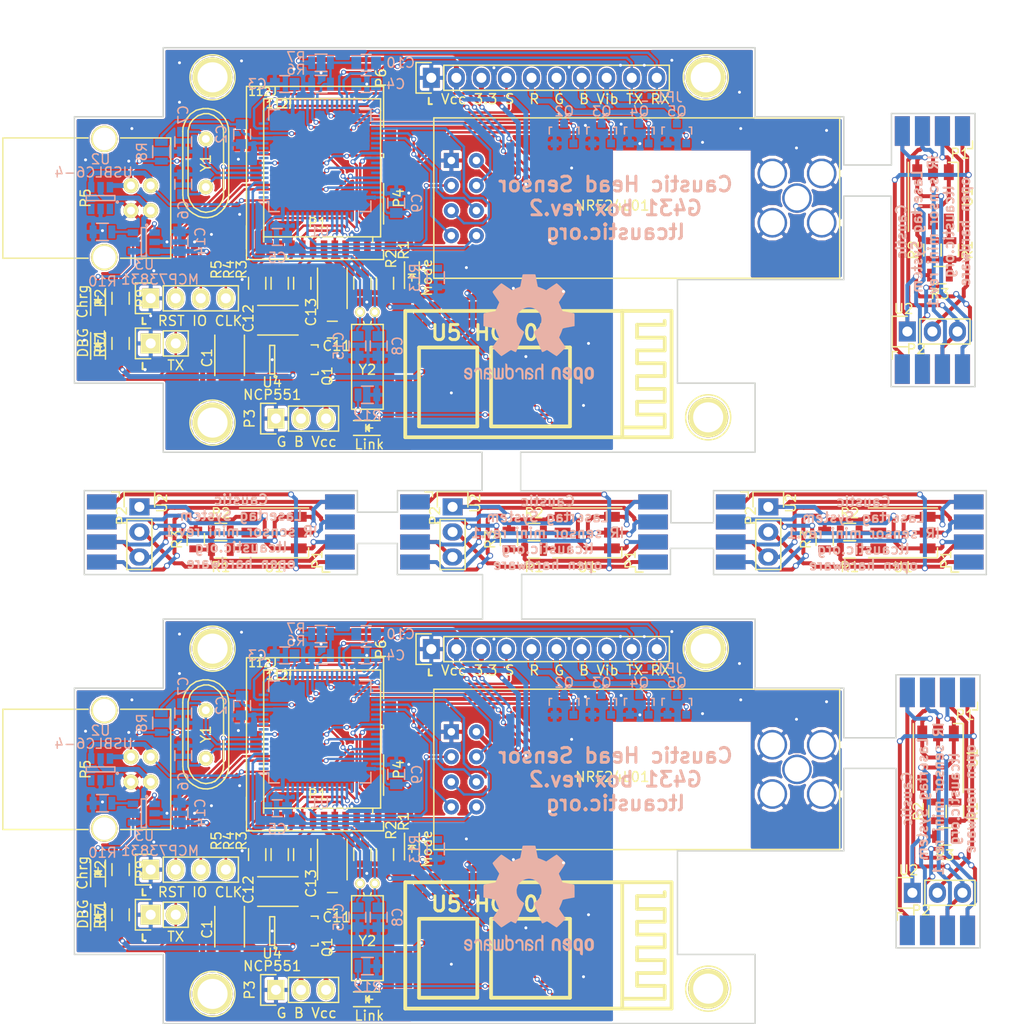
<source format=kicad_pcb>
(kicad_pcb (version 4) (host pcbnew 4.0.4-stable)
  (layers (0 F.Cu signal) (31 B.Cu signal) (34 B.Paste user) (35 F.Paste user) (36 B.SilkS user) (37 F.SilkS user) (38 B.Mask user) (39 F.Mask user) (44 Edge.Cuts user))
  (net 0 "")
  (net 1 GND)
  (net 2 +3V3)
  (net 3 "Net-(C6-Pad1)")
  (net 4 "Net-(C7-Pad1)")
  (net 5 "Net-(C8-Pad1)")
  (net 6 VCC_ADC)
  (net 7 VCC)
  (net 8 +CHARGE)
  (net 9 "Net-(C15-Pad1)")
  (net 10 "Net-(D1-Pad2)")
  (net 11 "Net-(D1-Pad1)")
  (net 12 "Net-(P1-PadCD2)")
  (net 13 /SDIO_2)
  (net 14 /SDIO_3)
  (net 15 /SDIO_CMD)
  (net 16 /SDIO_CLK)
  (net 17 /SDIO_0)
  (net 18 /SDIO_1)
  (net 19 "Net-(P1-PadCD1)")
  (net 20 NRST)
  (net 21 SWDIO)
  (net 22 SWCLK)
  (net 23 "Net-(P3-Pad3)")
  (net 24 /NRF_CE)
  (net 25 /NRF_CSN)
  (net 26 /NRF_SCK)
  (net 27 /NRF_MOSI)
  (net 28 /NRF_MISO)
  (net 29 /NRF_IRQ)
  (net 30 USBDM)
  (net 31 USBDP)
  (net 32 "Net-(P5-Pad5)")
  (net 33 "Net-(P6-Pad4)")
  (net 34 "Net-(P6-Pad5)")
  (net 35 "Net-(P6-Pad6)")
  (net 36 "Net-(P6-Pad7)")
  (net 37 "Net-(P6-Pad8)")
  (net 38 "Net-(Q2-Pad1)")
  (net 39 "Net-(Q3-Pad1)")
  (net 40 "Net-(Q4-Pad1)")
  (net 41 "Net-(Q5-Pad1)")
  (net 42 "Net-(R9-Pad1)")
  (net 43 "Net-(R10-Pad1)")
  (net 44 "Net-(U1-Pad1)")
  (net 45 "Net-(U1-Pad2)")
  (net 46 "Net-(U1-Pad9)")
  (net 47 "Net-(U1-Pad10)")
  (net 48 "Net-(U1-Pad11)")
  (net 49 "Net-(U1-Pad20)")
  (net 50 "Net-(U1-Pad21)")
  (net 51 "Net-(U1-Pad25)")
  (net 52 "Net-(U1-Pad27)")
  (net 53 "Net-(U1-Pad28)")
  (net 54 "Net-(U1-Pad37)")
  (net 55 "Net-(U1-Pad38)")
  (net 56 "Net-(U1-Pad41)")
  (net 57 UART_DBG_TX)
  (net 58 "Net-(U1-Pad43)")
  (net 59 "Net-(U1-Pad50)")
  (net 60 "Net-(U1-Pad55)")
  (net 61 "Net-(U1-Pad56)")
  (net 62 "Net-(U1-Pad57)")
  (net 63 "Net-(U1-Pad58)")
  (net 64 "Net-(U1-Pad60)")
  (net 65 "Net-(U1-Pad62)")
  (net 66 "Net-(U2-Pad1)")
  (net 67 "Net-(U2-Pad3)")
  (net 68 "Net-(D2-Pad2)")
  (net 69 "Net-(D3-Pad2)")
  (net 70 "Net-(D3-Pad1)")
  (net 71 "Net-(D4-Pad2)")
  (net 72 "Net-(D4-Pad1)")
  (net 73 BT_KEY)
  (net 74 BT_RX)
  (net 75 BT_TX)
  (net 76 "Net-(U5-Pad11)")
  (net 77 "Net-(U5-Pad10)")
  (net 78 "Net-(U5-Pad9)")
  (net 79 "Net-(U5-Pad8)")
  (net 80 "Net-(U5-Pad7)")
  (net 81 "Net-(U5-Pad6)")
  (net 82 "Net-(U5-Pad5)")
  (net 83 "Net-(U5-Pad4)")
  (net 84 "Net-(U5-Pad3)")
  (net 85 "Net-(U5-Pad15)")
  (net 86 "Net-(U5-Pad16)")
  (net 87 "Net-(U5-Pad17)")
  (net 88 "Net-(U5-Pad18)")
  (net 89 "Net-(U5-Pad19)")
  (net 90 "Net-(U5-Pad20)")
  (net 91 "Net-(U5-Pad23)")
  (net 92 "Net-(U5-Pad24)")
  (net 93 "Net-(U5-Pad25)")
  (net 94 "Net-(U5-Pad26)")
  (net 95 "Net-(U5-Pad27)")
  (net 96 "Net-(U5-Pad28)")
  (net 97 "Net-(U5-Pad29)")
  (net 98 "Net-(U5-Pad30)")
  (net 99 "Net-(U5-Pad33)")
  (net 100 "Net-(JP1-Pad1)")
  (net 101 "Net-(JP1-Pad2)")
  (net 102 "Net-(P1-Pad2)")
  (net 103 "Net-(P1-Pad3)")
  (net 104 "Net-(P1-Pad4)")
  (net 105 "Net-(P1-Pad5)")
  (net 106 "Net-(P1-Pad6)")
  (net 107 "Net-(P1-Pad7)")
  (net 108 "Net-(P1-Pad8)")
  (net 109 "Net-(P2-Pad8)")
  (net 110 "Net-(R1-Pad2)")
  (net 111 "Net-(R2-Pad2)")
  (net 112 "Net-(R3-Pad2)")
  (module components:caustic-sensors-tube-connector (layer F.Cu) (at 139.1285 92.2655 180)
    (fp_text reference P1 (at -2.794 -2.286 180) (layer F.SilkS))
    (fp_text value SENSOR_CONNECTOR)
    (pad 1 smd rect (at -3.048 0 180) (size 1.524 3) (layers F.Cu F.Paste F.Mask) (net 1 GND))
    (pad 2 smd rect (at -1.016 0 180) (size 1.524 3) (layers F.Cu F.Paste F.Mask) (net 102 "Net-(P1-Pad2)"))
    (pad 3 smd rect (at 1.016 0 180) (size 1.524 3) (layers F.Cu F.Paste F.Mask) (net 103 "Net-(P1-Pad3)"))
    (pad 4 smd rect (at 3.048 0 180) (size 1.524 3) (layers F.Cu F.Paste F.Mask) (net 104 "Net-(P1-Pad4)"))
    (pad 5 smd rect (at 3.048 0 180) (size 1.524 3) (layers B.Cu B.Paste B.Mask) (net 105 "Net-(P1-Pad5)"))
    (pad 6 smd rect (at 1.016 0 180) (size 1.524 3) (layers B.Cu B.Paste B.Mask) (net 106 "Net-(P1-Pad6)"))
    (pad 7 smd rect (at -1.016 0 180) (size 1.524 3) (layers B.Cu B.Paste B.Mask) (net 107 "Net-(P1-Pad7)"))
    (pad 8 smd rect (at -3.048 0 180) (size 1.524 3) (layers B.Cu B.Paste B.Mask) (net 108 "Net-(P1-Pad8)"))
  )
  (module components:caustic-sensors-tube-connector (layer F.Cu) (at 139.1285 116.3955)
    (fp_text reference P2 (at -1.651 -2.032) (layer F.SilkS))
    (fp_text value SENSOR_CONNECTOR)
    (pad 1 smd rect (at -3.048 0) (size 1.524 3) (layers F.Cu F.Paste F.Mask) (net 1 GND))
    (pad 2 smd rect (at -1.016 0) (size 1.524 3) (layers F.Cu F.Paste F.Mask) (net 102 "Net-(P1-Pad2)"))
    (pad 3 smd rect (at 1.016 0) (size 1.524 3) (layers F.Cu F.Paste F.Mask) (net 103 "Net-(P1-Pad3)"))
    (pad 4 smd rect (at 3.048 0) (size 1.524 3) (layers F.Cu F.Paste F.Mask) (net 104 "Net-(P1-Pad4)"))
    (pad 5 smd rect (at 3.048 0) (size 1.524 3) (layers B.Cu B.Paste B.Mask) (net 105 "Net-(P1-Pad5)"))
    (pad 6 smd rect (at 1.016 0) (size 1.524 3) (layers B.Cu B.Paste B.Mask) (net 106 "Net-(P1-Pad6)"))
    (pad 7 smd rect (at -1.016 0) (size 1.524 3) (layers B.Cu B.Paste B.Mask) (net 107 "Net-(P1-Pad7)"))
    (pad 8 smd rect (at -3.048 0) (size 1.524 3) (layers B.Cu B.Paste B.Mask) (net 109 "Net-(P2-Pad8)"))
  )
  (module Resistors_SMD:R_0805 (layer F.Cu) (at 140.9065 104.3305 90)
    (fp_text reference R1 (at 0 1.778 90) (layer F.SilkS))
    (fp_text value 200)
    (pad 1 smd rect (at -0.95 0 90) (size 0.7 1.3) (layers F.Cu F.Paste F.Mask) (net 102 "Net-(P1-Pad2)"))
    (pad 2 smd rect (at 0.95 0 90) (size 0.7 1.3) (layers F.Cu F.Paste F.Mask) (net 110 "Net-(R1-Pad2)"))
  )
  (module Resistors_SMD:R_0805 (layer F.Cu) (at 139.1285 104.3305 90)
    (fp_text reference R2 (at 0 -1.905 90) (layer F.SilkS))
    (fp_text value 150)
    (pad 1 smd rect (at -0.95 0 90) (size 0.7 1.3) (layers F.Cu F.Paste F.Mask) (net 102 "Net-(P1-Pad2)"))
    (pad 2 smd rect (at 0.95 0 90) (size 0.7 1.3) (layers F.Cu F.Paste F.Mask) (net 111 "Net-(R2-Pad2)"))
  )
  (module Resistors_SMD:R_0805 (layer F.Cu) (at 139.8905 106.8705 180)
    (fp_text reference R3 (at 0 -1.905 180) (layer F.SilkS))
    (fp_text value 150)
    (pad 1 smd rect (at -0.95 0 180) (size 0.7 1.3) (layers F.Cu F.Paste F.Mask) (net 102 "Net-(P1-Pad2)"))
    (pad 2 smd rect (at 0.95 0 180) (size 0.7 1.3) (layers F.Cu F.Paste F.Mask) (net 112 "Net-(R3-Pad2)"))
  )
  (module LEDs:LED_WS2812-PLCC6 (layer F.Cu) (at 139.192 98.933 270)
    (fp_text reference U1 (at 0 -3.5 270) (layer F.SilkS))
    (fp_text value RGB-LED)
    (pad 4 smd rect (at 2.5 1.6 270) (size 1.6 1) (layers F.Cu F.Paste F.Mask) (net 112 "Net-(R3-Pad2)"))
    (pad 5 smd rect (at 2.5 0 270) (size 1.6 1) (layers F.Cu F.Paste F.Mask) (net 111 "Net-(R2-Pad2)"))
    (pad 6 smd rect (at 2.5 -1.6 270) (size 1.6 1) (layers F.Cu F.Paste F.Mask) (net 110 "Net-(R1-Pad2)"))
    (pad 3 smd rect (at -2.5 1.6 270) (size 1.6 1) (layers F.Cu F.Paste F.Mask) (net 105 "Net-(P1-Pad5)"))
    (pad 2 smd rect (at -2.5 0 270) (size 1.6 1) (layers F.Cu F.Paste F.Mask) (net 106 "Net-(P1-Pad6)"))
    (pad 1 smd rect (at -2.5 -1.6 270) (size 1.6 1) (layers F.Cu F.Paste F.Mask) (net 107 "Net-(P1-Pad7)"))
  )
  (module Pin_Headers:Pin_Header_Straight_1x03 (layer F.Cu) (at 136.5885 112.5855 90)
    (fp_text reference U2 (at 2.286 -0.381 180) (layer F.SilkS))
    (fp_text value TSOP4856)
    (pad 1 thru_hole rect (at 0 0 90) (size 2.032 1.7272) (drill 1.016) (layers *.Cu *.Mask) (net 104 "Net-(P1-Pad4)"))
    (pad 2 thru_hole oval (at 0 2.54 90) (size 2.032 1.7272) (drill 1.016) (layers *.Cu *.Mask) (net 1 GND))
    (pad 3 thru_hole oval (at 0 5.08 90) (size 2.032 1.7272) (drill 1.016) (layers *.Cu *.Mask) (net 103 "Net-(P1-Pad3)"))
  )
  (module Pin_Headers:Pin_Header_Straight_1x03 (layer F.Cu) (at 136.0805 55.6895 90)
    (fp_text reference U2 (at 2.286 -0.381 180) (layer F.SilkS))
    (fp_text value TSOP4856)
    (pad 1 thru_hole rect (at 0 0 90) (size 2.032 1.7272) (drill 1.016) (layers *.Cu *.Mask) (net 104 "Net-(P1-Pad4)"))
    (pad 2 thru_hole oval (at 0 2.54 90) (size 2.032 1.7272) (drill 1.016) (layers *.Cu *.Mask) (net 1 GND))
    (pad 3 thru_hole oval (at 0 5.08 90) (size 2.032 1.7272) (drill 1.016) (layers *.Cu *.Mask) (net 103 "Net-(P1-Pad3)"))
  )
  (module LEDs:LED_WS2812-PLCC6 (layer F.Cu) (at 138.684 42.037 270)
    (fp_text reference U1 (at 0 -3.5 270) (layer F.SilkS))
    (fp_text value RGB-LED)
    (pad 4 smd rect (at 2.5 1.6 270) (size 1.6 1) (layers F.Cu F.Paste F.Mask) (net 112 "Net-(R3-Pad2)"))
    (pad 5 smd rect (at 2.5 0 270) (size 1.6 1) (layers F.Cu F.Paste F.Mask) (net 111 "Net-(R2-Pad2)"))
    (pad 6 smd rect (at 2.5 -1.6 270) (size 1.6 1) (layers F.Cu F.Paste F.Mask) (net 110 "Net-(R1-Pad2)"))
    (pad 3 smd rect (at -2.5 1.6 270) (size 1.6 1) (layers F.Cu F.Paste F.Mask) (net 105 "Net-(P1-Pad5)"))
    (pad 2 smd rect (at -2.5 0 270) (size 1.6 1) (layers F.Cu F.Paste F.Mask) (net 106 "Net-(P1-Pad6)"))
    (pad 1 smd rect (at -2.5 -1.6 270) (size 1.6 1) (layers F.Cu F.Paste F.Mask) (net 107 "Net-(P1-Pad7)"))
  )
  (module Resistors_SMD:R_0805 (layer F.Cu) (at 139.3825 49.9745 180)
    (fp_text reference R3 (at 0 -1.905 180) (layer F.SilkS))
    (fp_text value 150)
    (pad 1 smd rect (at -0.95 0 180) (size 0.7 1.3) (layers F.Cu F.Paste F.Mask) (net 102 "Net-(P1-Pad2)"))
    (pad 2 smd rect (at 0.95 0 180) (size 0.7 1.3) (layers F.Cu F.Paste F.Mask) (net 112 "Net-(R3-Pad2)"))
  )
  (module Resistors_SMD:R_0805 (layer F.Cu) (at 138.6205 47.4345 90)
    (fp_text reference R2 (at 0 -1.905 90) (layer F.SilkS))
    (fp_text value 150)
    (pad 1 smd rect (at -0.95 0 90) (size 0.7 1.3) (layers F.Cu F.Paste F.Mask) (net 102 "Net-(P1-Pad2)"))
    (pad 2 smd rect (at 0.95 0 90) (size 0.7 1.3) (layers F.Cu F.Paste F.Mask) (net 111 "Net-(R2-Pad2)"))
  )
  (module Resistors_SMD:R_0805 (layer F.Cu) (at 140.3985 47.4345 90)
    (fp_text reference R1 (at 0 1.778 90) (layer F.SilkS))
    (fp_text value 200)
    (pad 1 smd rect (at -0.95 0 90) (size 0.7 1.3) (layers F.Cu F.Paste F.Mask) (net 102 "Net-(P1-Pad2)"))
    (pad 2 smd rect (at 0.95 0 90) (size 0.7 1.3) (layers F.Cu F.Paste F.Mask) (net 110 "Net-(R1-Pad2)"))
  )
  (module components:caustic-sensors-tube-connector (layer F.Cu) (at 138.6205 59.4995)
    (fp_text reference P2 (at -1.651 -2.032) (layer F.SilkS))
    (fp_text value SENSOR_CONNECTOR)
    (pad 1 smd rect (at -3.048 0) (size 1.524 3) (layers F.Cu F.Paste F.Mask) (net 1 GND))
    (pad 2 smd rect (at -1.016 0) (size 1.524 3) (layers F.Cu F.Paste F.Mask) (net 102 "Net-(P1-Pad2)"))
    (pad 3 smd rect (at 1.016 0) (size 1.524 3) (layers F.Cu F.Paste F.Mask) (net 103 "Net-(P1-Pad3)"))
    (pad 4 smd rect (at 3.048 0) (size 1.524 3) (layers F.Cu F.Paste F.Mask) (net 104 "Net-(P1-Pad4)"))
    (pad 5 smd rect (at 3.048 0) (size 1.524 3) (layers B.Cu B.Paste B.Mask) (net 105 "Net-(P1-Pad5)"))
    (pad 6 smd rect (at 1.016 0) (size 1.524 3) (layers B.Cu B.Paste B.Mask) (net 106 "Net-(P1-Pad6)"))
    (pad 7 smd rect (at -1.016 0) (size 1.524 3) (layers B.Cu B.Paste B.Mask) (net 107 "Net-(P1-Pad7)"))
    (pad 8 smd rect (at -3.048 0) (size 1.524 3) (layers B.Cu B.Paste B.Mask) (net 109 "Net-(P2-Pad8)"))
  )
  (module components:caustic-sensors-tube-connector (layer F.Cu) (at 138.6205 35.3695 180)
    (fp_text reference P1 (at -2.794 -2.286 180) (layer F.SilkS))
    (fp_text value SENSOR_CONNECTOR)
    (pad 1 smd rect (at -3.048 0 180) (size 1.524 3) (layers F.Cu F.Paste F.Mask) (net 1 GND))
    (pad 2 smd rect (at -1.016 0 180) (size 1.524 3) (layers F.Cu F.Paste F.Mask) (net 102 "Net-(P1-Pad2)"))
    (pad 3 smd rect (at 1.016 0 180) (size 1.524 3) (layers F.Cu F.Paste F.Mask) (net 103 "Net-(P1-Pad3)"))
    (pad 4 smd rect (at 3.048 0 180) (size 1.524 3) (layers F.Cu F.Paste F.Mask) (net 104 "Net-(P1-Pad4)"))
    (pad 5 smd rect (at 3.048 0 180) (size 1.524 3) (layers B.Cu B.Paste B.Mask) (net 105 "Net-(P1-Pad5)"))
    (pad 6 smd rect (at 1.016 0 180) (size 1.524 3) (layers B.Cu B.Paste B.Mask) (net 106 "Net-(P1-Pad6)"))
    (pad 7 smd rect (at -1.016 0 180) (size 1.524 3) (layers B.Cu B.Paste B.Mask) (net 107 "Net-(P1-Pad7)"))
    (pad 8 smd rect (at -3.048 0 180) (size 1.524 3) (layers B.Cu B.Paste B.Mask) (net 108 "Net-(P1-Pad8)"))
  )
  (module components:caustic-sensors-tube-connector (layer F.Cu) (at 142.3035 76.0095 90)
    (fp_text reference P1 (at -2.794 -2.286 90) (layer F.SilkS))
    (fp_text value SENSOR_CONNECTOR)
    (pad 1 smd rect (at -3.048 0 90) (size 1.524 3) (layers F.Cu F.Paste F.Mask) (net 1 GND))
    (pad 2 smd rect (at -1.016 0 90) (size 1.524 3) (layers F.Cu F.Paste F.Mask) (net 102 "Net-(P1-Pad2)"))
    (pad 3 smd rect (at 1.016 0 90) (size 1.524 3) (layers F.Cu F.Paste F.Mask) (net 103 "Net-(P1-Pad3)"))
    (pad 4 smd rect (at 3.048 0 90) (size 1.524 3) (layers F.Cu F.Paste F.Mask) (net 104 "Net-(P1-Pad4)"))
    (pad 5 smd rect (at 3.048 0 90) (size 1.524 3) (layers B.Cu B.Paste B.Mask) (net 105 "Net-(P1-Pad5)"))
    (pad 6 smd rect (at 1.016 0 90) (size 1.524 3) (layers B.Cu B.Paste B.Mask) (net 106 "Net-(P1-Pad6)"))
    (pad 7 smd rect (at -1.016 0 90) (size 1.524 3) (layers B.Cu B.Paste B.Mask) (net 107 "Net-(P1-Pad7)"))
    (pad 8 smd rect (at -3.048 0 90) (size 1.524 3) (layers B.Cu B.Paste B.Mask) (net 108 "Net-(P1-Pad8)"))
  )
  (module components:caustic-sensors-tube-connector (layer F.Cu) (at 118.1735 76.0095 270)
    (fp_text reference P2 (at -1.651 -2.032 270) (layer F.SilkS))
    (fp_text value SENSOR_CONNECTOR)
    (pad 1 smd rect (at -3.048 0 270) (size 1.524 3) (layers F.Cu F.Paste F.Mask) (net 1 GND))
    (pad 2 smd rect (at -1.016 0 270) (size 1.524 3) (layers F.Cu F.Paste F.Mask) (net 102 "Net-(P1-Pad2)"))
    (pad 3 smd rect (at 1.016 0 270) (size 1.524 3) (layers F.Cu F.Paste F.Mask) (net 103 "Net-(P1-Pad3)"))
    (pad 4 smd rect (at 3.048 0 270) (size 1.524 3) (layers F.Cu F.Paste F.Mask) (net 104 "Net-(P1-Pad4)"))
    (pad 5 smd rect (at 3.048 0 270) (size 1.524 3) (layers B.Cu B.Paste B.Mask) (net 105 "Net-(P1-Pad5)"))
    (pad 6 smd rect (at 1.016 0 270) (size 1.524 3) (layers B.Cu B.Paste B.Mask) (net 106 "Net-(P1-Pad6)"))
    (pad 7 smd rect (at -1.016 0 270) (size 1.524 3) (layers B.Cu B.Paste B.Mask) (net 107 "Net-(P1-Pad7)"))
    (pad 8 smd rect (at -3.048 0 270) (size 1.524 3) (layers B.Cu B.Paste B.Mask) (net 109 "Net-(P2-Pad8)"))
  )
  (module Resistors_SMD:R_0805 (layer F.Cu) (at 130.2385 77.7875)
    (fp_text reference R1 (at 0 1.778) (layer F.SilkS))
    (fp_text value 200)
    (pad 1 smd rect (at -0.95 0) (size 0.7 1.3) (layers F.Cu F.Paste F.Mask) (net 102 "Net-(P1-Pad2)"))
    (pad 2 smd rect (at 0.95 0) (size 0.7 1.3) (layers F.Cu F.Paste F.Mask) (net 110 "Net-(R1-Pad2)"))
  )
  (module Resistors_SMD:R_0805 (layer F.Cu) (at 130.2385 76.0095)
    (fp_text reference R2 (at 0 -1.905) (layer F.SilkS))
    (fp_text value 150)
    (pad 1 smd rect (at -0.95 0) (size 0.7 1.3) (layers F.Cu F.Paste F.Mask) (net 102 "Net-(P1-Pad2)"))
    (pad 2 smd rect (at 0.95 0) (size 0.7 1.3) (layers F.Cu F.Paste F.Mask) (net 111 "Net-(R2-Pad2)"))
  )
  (module Resistors_SMD:R_0805 (layer F.Cu) (at 127.6985 76.7715 90)
    (fp_text reference R3 (at 0 -1.905 90) (layer F.SilkS))
    (fp_text value 150)
    (pad 1 smd rect (at -0.95 0 90) (size 0.7 1.3) (layers F.Cu F.Paste F.Mask) (net 102 "Net-(P1-Pad2)"))
    (pad 2 smd rect (at 0.95 0 90) (size 0.7 1.3) (layers F.Cu F.Paste F.Mask) (net 112 "Net-(R3-Pad2)"))
  )
  (module LEDs:LED_WS2812-PLCC6 (layer F.Cu) (at 135.636 76.073 180)
    (fp_text reference U1 (at 0 -3.5 180) (layer F.SilkS))
    (fp_text value RGB-LED)
    (pad 4 smd rect (at 2.5 1.6 180) (size 1.6 1) (layers F.Cu F.Paste F.Mask) (net 112 "Net-(R3-Pad2)"))
    (pad 5 smd rect (at 2.5 0 180) (size 1.6 1) (layers F.Cu F.Paste F.Mask) (net 111 "Net-(R2-Pad2)"))
    (pad 6 smd rect (at 2.5 -1.6 180) (size 1.6 1) (layers F.Cu F.Paste F.Mask) (net 110 "Net-(R1-Pad2)"))
    (pad 3 smd rect (at -2.5 1.6 180) (size 1.6 1) (layers F.Cu F.Paste F.Mask) (net 105 "Net-(P1-Pad5)"))
    (pad 2 smd rect (at -2.5 0 180) (size 1.6 1) (layers F.Cu F.Paste F.Mask) (net 106 "Net-(P1-Pad6)"))
    (pad 1 smd rect (at -2.5 -1.6 180) (size 1.6 1) (layers F.Cu F.Paste F.Mask) (net 107 "Net-(P1-Pad7)"))
  )
  (module Pin_Headers:Pin_Header_Straight_1x03 (layer F.Cu) (at 121.9835 73.4695)
    (fp_text reference U2 (at 2.286 -0.381 90) (layer F.SilkS))
    (fp_text value TSOP4856)
    (pad 1 thru_hole rect (at 0 0) (size 2.032 1.7272) (drill 1.016) (layers *.Cu *.Mask) (net 104 "Net-(P1-Pad4)"))
    (pad 2 thru_hole oval (at 0 2.54) (size 2.032 1.7272) (drill 1.016) (layers *.Cu *.Mask) (net 1 GND))
    (pad 3 thru_hole oval (at 0 5.08) (size 2.032 1.7272) (drill 1.016) (layers *.Cu *.Mask) (net 103 "Net-(P1-Pad3)"))
  )
  (module Pin_Headers:Pin_Header_Straight_1x03 (layer F.Cu) (at 89.9795 73.4695)
    (fp_text reference U2 (at 2.286 -0.381 90) (layer F.SilkS))
    (fp_text value TSOP4856)
    (pad 1 thru_hole rect (at 0 0) (size 2.032 1.7272) (drill 1.016) (layers *.Cu *.Mask) (net 104 "Net-(P1-Pad4)"))
    (pad 2 thru_hole oval (at 0 2.54) (size 2.032 1.7272) (drill 1.016) (layers *.Cu *.Mask) (net 1 GND))
    (pad 3 thru_hole oval (at 0 5.08) (size 2.032 1.7272) (drill 1.016) (layers *.Cu *.Mask) (net 103 "Net-(P1-Pad3)"))
  )
  (module LEDs:LED_WS2812-PLCC6 (layer F.Cu) (at 103.632 76.073 180)
    (fp_text reference U1 (at 0 -3.5 180) (layer F.SilkS))
    (fp_text value RGB-LED)
    (pad 4 smd rect (at 2.5 1.6 180) (size 1.6 1) (layers F.Cu F.Paste F.Mask) (net 112 "Net-(R3-Pad2)"))
    (pad 5 smd rect (at 2.5 0 180) (size 1.6 1) (layers F.Cu F.Paste F.Mask) (net 111 "Net-(R2-Pad2)"))
    (pad 6 smd rect (at 2.5 -1.6 180) (size 1.6 1) (layers F.Cu F.Paste F.Mask) (net 110 "Net-(R1-Pad2)"))
    (pad 3 smd rect (at -2.5 1.6 180) (size 1.6 1) (layers F.Cu F.Paste F.Mask) (net 105 "Net-(P1-Pad5)"))
    (pad 2 smd rect (at -2.5 0 180) (size 1.6 1) (layers F.Cu F.Paste F.Mask) (net 106 "Net-(P1-Pad6)"))
    (pad 1 smd rect (at -2.5 -1.6 180) (size 1.6 1) (layers F.Cu F.Paste F.Mask) (net 107 "Net-(P1-Pad7)"))
  )
  (module Resistors_SMD:R_0805 (layer F.Cu) (at 95.6945 76.7715 90)
    (fp_text reference R3 (at 0 -1.905 90) (layer F.SilkS))
    (fp_text value 150)
    (pad 1 smd rect (at -0.95 0 90) (size 0.7 1.3) (layers F.Cu F.Paste F.Mask) (net 102 "Net-(P1-Pad2)"))
    (pad 2 smd rect (at 0.95 0 90) (size 0.7 1.3) (layers F.Cu F.Paste F.Mask) (net 112 "Net-(R3-Pad2)"))
  )
  (module Resistors_SMD:R_0805 (layer F.Cu) (at 98.2345 76.0095)
    (fp_text reference R2 (at 0 -1.905) (layer F.SilkS))
    (fp_text value 150)
    (pad 1 smd rect (at -0.95 0) (size 0.7 1.3) (layers F.Cu F.Paste F.Mask) (net 102 "Net-(P1-Pad2)"))
    (pad 2 smd rect (at 0.95 0) (size 0.7 1.3) (layers F.Cu F.Paste F.Mask) (net 111 "Net-(R2-Pad2)"))
  )
  (module Resistors_SMD:R_0805 (layer F.Cu) (at 98.2345 77.7875)
    (fp_text reference R1 (at 0 1.778) (layer F.SilkS))
    (fp_text value 200)
    (pad 1 smd rect (at -0.95 0) (size 0.7 1.3) (layers F.Cu F.Paste F.Mask) (net 102 "Net-(P1-Pad2)"))
    (pad 2 smd rect (at 0.95 0) (size 0.7 1.3) (layers F.Cu F.Paste F.Mask) (net 110 "Net-(R1-Pad2)"))
  )
  (module components:caustic-sensors-tube-connector (layer F.Cu) (at 86.1695 76.0095 270)
    (fp_text reference P2 (at -1.651 -2.032 270) (layer F.SilkS))
    (fp_text value SENSOR_CONNECTOR)
    (pad 1 smd rect (at -3.048 0 270) (size 1.524 3) (layers F.Cu F.Paste F.Mask) (net 1 GND))
    (pad 2 smd rect (at -1.016 0 270) (size 1.524 3) (layers F.Cu F.Paste F.Mask) (net 102 "Net-(P1-Pad2)"))
    (pad 3 smd rect (at 1.016 0 270) (size 1.524 3) (layers F.Cu F.Paste F.Mask) (net 103 "Net-(P1-Pad3)"))
    (pad 4 smd rect (at 3.048 0 270) (size 1.524 3) (layers F.Cu F.Paste F.Mask) (net 104 "Net-(P1-Pad4)"))
    (pad 5 smd rect (at 3.048 0 270) (size 1.524 3) (layers B.Cu B.Paste B.Mask) (net 105 "Net-(P1-Pad5)"))
    (pad 6 smd rect (at 1.016 0 270) (size 1.524 3) (layers B.Cu B.Paste B.Mask) (net 106 "Net-(P1-Pad6)"))
    (pad 7 smd rect (at -1.016 0 270) (size 1.524 3) (layers B.Cu B.Paste B.Mask) (net 107 "Net-(P1-Pad7)"))
    (pad 8 smd rect (at -3.048 0 270) (size 1.524 3) (layers B.Cu B.Paste B.Mask) (net 109 "Net-(P2-Pad8)"))
  )
  (module components:caustic-sensors-tube-connector (layer F.Cu) (at 110.2995 76.0095 90)
    (fp_text reference P1 (at -2.794 -2.286 90) (layer F.SilkS))
    (fp_text value SENSOR_CONNECTOR)
    (pad 1 smd rect (at -3.048 0 90) (size 1.524 3) (layers F.Cu F.Paste F.Mask) (net 1 GND))
    (pad 2 smd rect (at -1.016 0 90) (size 1.524 3) (layers F.Cu F.Paste F.Mask) (net 102 "Net-(P1-Pad2)"))
    (pad 3 smd rect (at 1.016 0 90) (size 1.524 3) (layers F.Cu F.Paste F.Mask) (net 103 "Net-(P1-Pad3)"))
    (pad 4 smd rect (at 3.048 0 90) (size 1.524 3) (layers F.Cu F.Paste F.Mask) (net 104 "Net-(P1-Pad4)"))
    (pad 5 smd rect (at 3.048 0 90) (size 1.524 3) (layers B.Cu B.Paste B.Mask) (net 105 "Net-(P1-Pad5)"))
    (pad 6 smd rect (at 1.016 0 90) (size 1.524 3) (layers B.Cu B.Paste B.Mask) (net 106 "Net-(P1-Pad6)"))
    (pad 7 smd rect (at -1.016 0 90) (size 1.524 3) (layers B.Cu B.Paste B.Mask) (net 107 "Net-(P1-Pad7)"))
    (pad 8 smd rect (at -3.048 0 90) (size 1.524 3) (layers B.Cu B.Paste B.Mask) (net 108 "Net-(P1-Pad8)"))
  )
  (module Symbols:OSHW-Logo2_14.6x12mm_SilkScreen (layer B.Cu) (at 97.7265 113.3475 180)
    (fp_text reference REF*** hide)
    (fp_text value OSHW-Logo2_14.6x12mm_SilkScreen hide)
  )
  (module Resistors_SMD:R_0402 (layer B.Cu) (at 109.474 89.7255)
    (fp_text reference JP1 (at 2.4765 0.127) (layer B.SilkS) (effects (justify mirror)))
    (fp_text value Jumper_NO_Small)
    (pad 1 smd rect (at -0.45 0) (size 0.4 0.6) (layers B.Cu B.Paste B.Mask) (net 100 "Net-(JP1-Pad1)"))
    (pad 2 smd rect (at 0.45 0) (size 0.4 0.6) (layers B.Cu B.Paste B.Mask) (net 101 "Net-(JP1-Pad2)"))
  )
  (module w_rf_modules:ITEAD_HC-05 (layer F.Cu) (at 98.679 117.9195 270)
    (fp_text reference U5 (at -4.191 9.3345 360) (layer F.SilkS) (effects (font (thickness 0.3048))))
    (fp_text value HC-05 (at -4.191 2.54 360) (layer F.SilkS) (effects (font (thickness 0.3048))))
    (pad 11 smd rect (at -6.49986 8.99922 270) (size 1.69926 1.19888) (layers F.Cu F.Paste F.Mask) (net 76 "Net-(U5-Pad11)"))
    (pad 12 smd rect (at -6.49986 10.50036 270) (size 1.69926 1.19888) (layers F.Cu F.Paste F.Mask) (net 2 +3V3))
    (pad 13 smd rect (at -6.49986 11.99896 270) (size 1.69926 1.19888) (layers F.Cu F.Paste F.Mask) (net 1 GND))
    (pad 10 smd rect (at -6.49986 7.50062 270) (size 1.69926 1.19888) (layers F.Cu F.Paste F.Mask) (net 77 "Net-(U5-Pad10)"))
    (pad 9 smd rect (at -6.49986 5.99948 270) (size 1.69926 1.19888) (layers F.Cu F.Paste F.Mask) (net 78 "Net-(U5-Pad9)"))
    (pad 8 smd rect (at -6.49986 4.50088 270) (size 1.69926 1.19888) (layers F.Cu F.Paste F.Mask) (net 79 "Net-(U5-Pad8)"))
    (pad 7 smd rect (at -6.49986 2.99974 270) (size 1.69926 1.19888) (layers F.Cu F.Paste F.Mask) (net 80 "Net-(U5-Pad7)"))
    (pad 6 smd rect (at -6.49986 1.50114 270) (size 1.69926 1.19888) (layers F.Cu F.Paste F.Mask) (net 81 "Net-(U5-Pad6)"))
    (pad 5 smd rect (at -6.49986 0 270) (size 1.69926 1.19888) (layers F.Cu F.Paste F.Mask) (net 82 "Net-(U5-Pad5)"))
    (pad 4 smd rect (at -6.49986 -1.50114 270) (size 1.69926 1.19888) (layers F.Cu F.Paste F.Mask) (net 83 "Net-(U5-Pad4)"))
    (pad 3 smd rect (at -6.49986 -2.99974 270) (size 1.69926 1.19888) (layers F.Cu F.Paste F.Mask) (net 84 "Net-(U5-Pad3)"))
    (pad 2 smd rect (at -6.49986 -4.50088 270) (size 1.69926 1.19888) (layers F.Cu F.Paste F.Mask) (net 74 BT_RX))
    (pad 1 smd rect (at -6.49986 -5.99948 270) (size 1.69926 1.19888) (layers F.Cu F.Paste F.Mask) (net 75 BT_TX))
    (pad 14 smd rect (at -5.25018 13.69568 270) (size 1.19888 1.59766) (layers F.Cu F.Paste F.Mask))
    (pad 15 smd rect (at -3.7465 13.64996 270) (size 1.19888 1.69926) (layers F.Cu F.Paste F.Mask) (net 85 "Net-(U5-Pad15)"))
    (pad 16 smd rect (at -2.2479 13.64996 270) (size 1.19888 1.69926) (layers F.Cu F.Paste F.Mask) (net 86 "Net-(U5-Pad16)"))
    (pad 17 smd rect (at -0.7493 13.64996 270) (size 1.19888 1.69926) (layers F.Cu F.Paste F.Mask) (net 87 "Net-(U5-Pad17)"))
    (pad 18 smd rect (at 0.7493 13.64996 270) (size 1.19888 1.69926) (layers F.Cu F.Paste F.Mask) (net 88 "Net-(U5-Pad18)"))
    (pad 19 smd rect (at 2.2479 13.64996 270) (size 1.19888 1.69926) (layers F.Cu F.Paste F.Mask) (net 89 "Net-(U5-Pad19)"))
    (pad 20 smd rect (at 3.7465 13.64996 270) (size 1.19888 1.69926) (layers F.Cu F.Paste F.Mask) (net 90 "Net-(U5-Pad20)"))
    (pad 21 smd rect (at 5.2451 13.69822 270) (size 1.19888 1.59766) (layers F.Cu F.Paste F.Mask) (net 1 GND))
    (pad 22 smd rect (at 6.49986 11.99896 270) (size 1.69926 1.19888) (layers F.Cu F.Paste F.Mask) (net 1 GND))
    (pad 23 smd rect (at 6.49986 10.50036 270) (size 1.69926 1.19888) (layers F.Cu F.Paste F.Mask) (net 91 "Net-(U5-Pad23)"))
    (pad 24 smd rect (at 6.49986 8.99668 270) (size 1.69926 1.19888) (layers F.Cu F.Paste F.Mask) (net 92 "Net-(U5-Pad24)"))
    (pad 25 smd rect (at 6.49986 7.50062 270) (size 1.69926 1.19888) (layers F.Cu F.Paste F.Mask) (net 93 "Net-(U5-Pad25)"))
    (pad 26 smd rect (at 6.49986 5.99948 270) (size 1.69926 1.19888) (layers F.Cu F.Paste F.Mask) (net 94 "Net-(U5-Pad26)"))
    (pad 27 smd rect (at 6.49986 4.50088 270) (size 1.69926 1.19888) (layers F.Cu F.Paste F.Mask) (net 95 "Net-(U5-Pad27)"))
    (pad 28 smd rect (at 6.49986 2.99974 270) (size 1.69926 1.19888) (layers F.Cu F.Paste F.Mask) (net 96 "Net-(U5-Pad28)"))
    (pad 29 smd rect (at 6.49986 1.50114 270) (size 1.69926 1.19888) (layers F.Cu F.Paste F.Mask) (net 97 "Net-(U5-Pad29)"))
    (pad 30 smd rect (at 6.49986 0 270) (size 1.69926 1.19888) (layers F.Cu F.Paste F.Mask) (net 98 "Net-(U5-Pad30)"))
    (pad 31 smd rect (at 6.49986 -1.50114 270) (size 1.69926 1.19888) (layers F.Cu F.Paste F.Mask) (net 71 "Net-(D4-Pad2)"))
    (pad 32 smd rect (at 6.49986 -2.99974 270) (size 1.69926 1.19888) (layers F.Cu F.Paste F.Mask) (net 69 "Net-(D3-Pad2)"))
    (pad 33 smd rect (at 6.49986 -4.50088 270) (size 1.69926 1.19888) (layers F.Cu F.Paste F.Mask) (net 99 "Net-(U5-Pad33)"))
    (pad 34 smd rect (at 6.49986 -5.99948 270) (size 1.69926 1.19888) (layers F.Cu F.Paste F.Mask) (net 73 BT_KEY))
  )
  (module Resistors_SMD:R_0805 (layer B.Cu) (at 88.265 108.1405 270)
    (fp_text reference R13 (at 0 2.1 270) (layer B.SilkS) (effects (justify mirror)))
    (fp_text value 470)
    (pad 1 smd rect (at -0.95 0 270) (size 0.7 1.3) (layers B.Cu B.Paste B.Mask) (net 72 "Net-(D4-Pad1)"))
    (pad 2 smd rect (at 0.95 0 270) (size 0.7 1.3) (layers B.Cu B.Paste B.Mask) (net 1 GND))
  )
  (module Resistors_SMD:R_0805 (layer B.Cu) (at 81.3435 120.015)
    (fp_text reference R12 (at 0 2.1) (layer B.SilkS) (effects (justify mirror)))
    (fp_text value 470)
    (pad 1 smd rect (at -0.95 0) (size 0.7 1.3) (layers B.Cu B.Paste B.Mask) (net 70 "Net-(D3-Pad1)"))
    (pad 2 smd rect (at 0.95 0) (size 0.7 1.3) (layers B.Cu B.Paste B.Mask) (net 1 GND))
  )
  (module LEDs:LED_0805 (layer F.Cu) (at 85.852 108.1405 270)
    (fp_text reference D4 hide)
    (fp_text value Mode (at 0 -1.524 270) (layer F.SilkS))
    (pad 2 smd rect (at 1.04902 0 90) (size 1.19888 1.19888) (layers F.Cu F.Paste F.Mask) (net 71 "Net-(D4-Pad2)"))
    (pad 1 smd rect (at -1.04902 0 90) (size 1.19888 1.19888) (layers F.Cu F.Paste F.Mask) (net 72 "Net-(D4-Pad1)"))
  )
  (module LEDs:LED_0805 (layer F.Cu) (at 81.534 123.3805)
    (fp_text reference D3 hide)
    (fp_text value Link (at 0 1.651) (layer F.SilkS))
    (pad 2 smd rect (at 1.04902 0 180) (size 1.19888 1.19888) (layers F.Cu F.Paste F.Mask) (net 69 "Net-(D3-Pad2)"))
    (pad 1 smd rect (at -1.04902 0 180) (size 1.19888 1.19888) (layers F.Cu F.Paste F.Mask) (net 70 "Net-(D3-Pad1)"))
  )
  (module Pin_Headers:Pin_Header_Straight_1x02 (layer F.Cu) (at 59.3725 114.808 90)
    (fp_text reference P7 (at 0 -5.1 90) (layer F.SilkS))
    (fp_text value DEBUG_TX)
    (pad 1 thru_hole rect (at 0 0 90) (size 2.032 2.032) (drill 1.016) (layers *.Cu *.Mask F.SilkS) (net 1 GND))
    (pad 2 thru_hole oval (at 0 2.54 90) (size 2.032 2.032) (drill 1.016) (layers *.Cu *.Mask F.SilkS) (net 57 UART_DBG_TX))
  )
  (module Resistors_SMD:R_0805 (layer F.Cu) (at 56.3245 114.808 90)
    (fp_text reference R11 (at 0 -2.1 90) (layer F.SilkS))
    (fp_text value 470)
    (pad 1 smd rect (at -0.95 0 90) (size 0.7 1.3) (layers F.Cu F.Paste F.Mask) (net 7 VCC))
    (pad 2 smd rect (at 0.95 0 90) (size 0.7 1.3) (layers F.Cu F.Paste F.Mask) (net 68 "Net-(D2-Pad2)"))
  )
  (module LEDs:LED_0805 (layer F.Cu) (at 54.0385 114.808 90)
    (fp_text reference D2 hide)
    (fp_text value DBG (at 0.0635 -1.524 90) (layer F.SilkS))
    (pad 2 smd rect (at 1.04902 0 270) (size 1.19888 1.19888) (layers F.Cu F.Paste F.Mask) (net 68 "Net-(D2-Pad2)"))
    (pad 1 smd rect (at -1.04902 0 270) (size 1.19888 1.19888) (layers F.Cu F.Paste F.Mask) (net 57 UART_DBG_TX))
  )
  (module Connect:1pin (layer F.Cu) (at 115.8875 122.301)
    (fp_text reference REF** hide)
    (fp_text value 1pin hide)
    (pad 1 thru_hole circle (at 0 0) (size 4.064 4.064) (drill 3.048) (layers *.Cu *.Mask F.SilkS))
  )
  (module Connect:1pin (layer F.Cu) (at 65.6425 122.836)
    (fp_text reference REF** hide)
    (fp_text value 1pin hide)
    (pad 1 thru_hole circle (at 0 0) (size 4.064 4.064) (drill 3.048) (layers *.Cu *.Mask F.SilkS))
  )
  (module Connect:1pin (layer F.Cu) (at 115.6425 87.836)
    (fp_text reference REF** hide)
    (fp_text value 1pin hide)
    (pad 1 thru_hole circle (at 0 0) (size 4.064 4.064) (drill 3.048) (layers *.Cu *.Mask F.SilkS))
  )
  (module Connect:1pin (layer F.Cu) (at 65.6425 87.836)
    (fp_text reference REF** hide)
    (fp_text value 1pin hide)
    (pad 1 thru_hole circle (at 0 0) (size 4.064 4.064) (drill 3.048) (layers *.Cu *.Mask F.SilkS))
  )
  (module Crystals:Crystal_Round_Horizontal_3mm (layer F.Cu) (at 81.3435 111.633 180)
    (fp_text reference Y2 (at 0 -5.842 360) (layer F.SilkS))
    (fp_text value 32768Hz)
    (pad 1 thru_hole circle (at -0.7493 0 180) (size 1.00076 1.00076) (drill 0.59944) (layers *.Cu *.Mask F.SilkS) (net 5 "Net-(C8-Pad1)"))
    (pad 2 thru_hole circle (at 0.7493 0 180) (size 1.00076 1.00076) (drill 0.59944) (layers *.Cu *.Mask F.SilkS) (net 9 "Net-(C15-Pad1)"))
  )
  (module Crystals:Crystal_HC49-U_Vertical (layer F.Cu) (at 64.9605 96.52 270)
    (fp_text reference Y1 (at 0 0 270) (layer F.SilkS))
    (fp_text value 8MHz)
    (pad 1 thru_hole circle (at -2.44094 0 270) (size 1.50114 1.50114) (drill 0.8001) (layers *.Cu *.Mask F.SilkS) (net 4 "Net-(C7-Pad1)"))
    (pad 2 thru_hole circle (at 2.44094 0 270) (size 1.50114 1.50114) (drill 0.8001) (layers *.Cu *.Mask F.SilkS) (net 3 "Net-(C6-Pad1)"))
  )
  (module TO_SOT_Packages_SMD:SOT-23-5 (layer F.Cu) (at 71.6915 116.459 180)
    (fp_text reference U4 (at 0 -2.286 180) (layer F.SilkS))
    (fp_text value NCP551 (at 0 -3.556 180) (layer F.SilkS))
    (pad 1 smd rect (at -1.1 -0.95 180) (size 1.06 0.65) (layers F.Cu F.Paste F.Mask) (net 7 VCC))
    (pad 2 smd rect (at -1.1 0 180) (size 1.06 0.65) (layers F.Cu F.Paste F.Mask) (net 1 GND))
    (pad 3 smd rect (at -1.1 0.95 180) (size 1.06 0.65) (layers F.Cu F.Paste F.Mask) (net 7 VCC))
    (pad 4 smd rect (at 1.1 0.95 180) (size 1.06 0.65) (layers F.Cu F.Paste F.Mask))
    (pad 5 smd rect (at 1.1 -0.95 180) (size 1.06 0.65) (layers F.Cu F.Paste F.Mask) (net 2 +3V3))
  )
  (module TO_SOT_Packages_SMD:SOT-23-5 (layer B.Cu) (at 58.674 104.521 180)
    (fp_text reference U3 (at -0.0635 -2.286 180) (layer B.SilkS) (effects (justify mirror)))
    (fp_text value MCP73831 (at -1.651 -3.81 180) (layer B.SilkS) (effects (justify mirror)))
    (pad 1 smd rect (at -1.1 0.95 180) (size 1.06 0.65) (layers B.Cu B.Paste B.Mask) (net 42 "Net-(R9-Pad1)"))
    (pad 2 smd rect (at -1.1 0 180) (size 1.06 0.65) (layers B.Cu B.Paste B.Mask) (net 1 GND))
    (pad 3 smd rect (at -1.1 -0.95 180) (size 1.06 0.65) (layers B.Cu B.Paste B.Mask) (net 8 +CHARGE))
    (pad 4 smd rect (at 1.1 -0.95 180) (size 1.06 0.65) (layers B.Cu B.Paste B.Mask) (net 10 "Net-(D1-Pad2)"))
    (pad 5 smd rect (at 1.1 0.95 180) (size 1.06 0.65) (layers B.Cu B.Paste B.Mask) (net 43 "Net-(R10-Pad1)"))
  )
  (module TO_SOT_Packages_SMD:SOT-23-6 (layer B.Cu) (at 54.2925 100.076 90)
    (fp_text reference U2 (at 3.937 0 180) (layer B.SilkS) (effects (justify mirror)))
    (fp_text value USBLC6-4 (at 2.6035 -0.6985 180) (layer B.SilkS) (effects (justify mirror)))
    (pad 1 smd rect (at -1.1 0.95 90) (size 1.06 0.65) (layers B.Cu B.Paste B.Mask) (net 66 "Net-(U2-Pad1)"))
    (pad 2 smd rect (at -1.1 0 90) (size 1.06 0.65) (layers B.Cu B.Paste B.Mask) (net 1 GND))
    (pad 3 smd rect (at -1.1 -0.95 90) (size 1.06 0.65) (layers B.Cu B.Paste B.Mask) (net 67 "Net-(U2-Pad3)"))
    (pad 4 smd rect (at 1.1 -0.95 90) (size 1.06 0.65) (layers B.Cu B.Paste B.Mask) (net 30 USBDM))
    (pad 6 smd rect (at 1.1 0.95 90) (size 1.06 0.65) (layers B.Cu B.Paste B.Mask) (net 31 USBDP))
    (pad 5 smd rect (at 1.1 0 90) (size 1.06 0.65) (layers B.Cu B.Paste B.Mask) (net 10 "Net-(D1-Pad2)"))
  )
  (module Resistors_SMD:R_0805 (layer B.Cu) (at 54.483 103.505 180)
    (fp_text reference R10 (at 0 -5.0165 180) (layer B.SilkS) (effects (justify mirror)))
    (fp_text value 2k)
    (pad 1 smd rect (at -0.95 0 180) (size 0.7 1.3) (layers B.Cu B.Paste B.Mask) (net 43 "Net-(R10-Pad1)"))
    (pad 2 smd rect (at 0.95 0 180) (size 0.7 1.3) (layers B.Cu B.Paste B.Mask) (net 1 GND))
  )
  (module Resistors_SMD:R_0805 (layer F.Cu) (at 56.3245 110.236 270)
    (fp_text reference R9 (at 0 -2.1 270) (layer F.SilkS))
    (fp_text value 470)
    (pad 1 smd rect (at -0.95 0 270) (size 0.7 1.3) (layers F.Cu F.Paste F.Mask) (net 42 "Net-(R9-Pad1)"))
    (pad 2 smd rect (at 0.95 0 270) (size 0.7 1.3) (layers F.Cu F.Paste F.Mask) (net 11 "Net-(D1-Pad1)"))
  )
  (module Resistors_SMD:R_0805 (layer B.Cu) (at 60.452 95.377 90)
    (fp_text reference R8 (at 0 -1.9685 90) (layer B.SilkS) (effects (justify mirror)))
    (fp_text value 1.5k)
    (pad 1 smd rect (at -0.95 0 90) (size 0.7 1.3) (layers B.Cu B.Paste B.Mask) (net 31 USBDP))
    (pad 2 smd rect (at 0.95 0 90) (size 0.7 1.3) (layers B.Cu B.Paste B.Mask) (net 2 +3V3))
  )
  (module Resistors_SMD:R_0805 (layer B.Cu) (at 76.6445 86.36)
    (fp_text reference R7 (at -2.54 -0.5715) (layer B.SilkS) (effects (justify mirror)))
    (fp_text value 10k)
    (pad 1 smd rect (at -0.95 0) (size 0.7 1.3) (layers B.Cu B.Paste B.Mask) (net 7 VCC))
    (pad 2 smd rect (at 0.95 0) (size 0.7 1.3) (layers B.Cu B.Paste B.Mask) (net 6 VCC_ADC))
  )
  (module Resistors_SMD:R_0805 (layer B.Cu) (at 76.6445 88.519 180)
    (fp_text reference R6 (at 2.54 1.4605 180) (layer B.SilkS) (effects (justify mirror)))
    (fp_text value 10k)
    (pad 1 smd rect (at -0.95 0 180) (size 0.7 1.3) (layers B.Cu B.Paste B.Mask) (net 6 VCC_ADC))
    (pad 2 smd rect (at 0.95 0 180) (size 0.7 1.3) (layers B.Cu B.Paste B.Mask) (net 1 GND))
  )
  (module Resistors_SMD:R_0805 (layer F.Cu) (at 70.1675 108.712 90)
    (fp_text reference R5 (at 1.397 -4.1275 90) (layer F.SilkS))
    (fp_text value 47k)
    (pad 1 smd rect (at -0.95 0 90) (size 0.7 1.3) (layers F.Cu F.Paste F.Mask) (net 2 +3V3))
    (pad 2 smd rect (at 0.95 0 90) (size 0.7 1.3) (layers F.Cu F.Paste F.Mask) (net 13 /SDIO_2))
  )
  (module Resistors_SMD:R_0805 (layer F.Cu) (at 72.4535 108.712 90)
    (fp_text reference R4 (at 1.397 -5.1435 270) (layer F.SilkS))
    (fp_text value 47k)
    (pad 1 smd rect (at -0.95 0 90) (size 0.7 1.3) (layers F.Cu F.Paste F.Mask) (net 2 +3V3))
    (pad 2 smd rect (at 0.95 0 90) (size 0.7 1.3) (layers F.Cu F.Paste F.Mask) (net 14 /SDIO_3))
  )
  (module Resistors_SMD:R_0805 (layer F.Cu) (at 74.7395 108.712 90)
    (fp_text reference R3 (at 1.397 -6.1595 270) (layer F.SilkS))
    (fp_text value 47k)
    (pad 1 smd rect (at -0.95 0 90) (size 0.7 1.3) (layers F.Cu F.Paste F.Mask) (net 2 +3V3))
    (pad 2 smd rect (at 0.95 0 90) (size 0.7 1.3) (layers F.Cu F.Paste F.Mask) (net 15 /SDIO_CMD))
  )
  (module Resistors_SMD:R_0805 (layer F.Cu) (at 80.8355 108.712 90)
    (fp_text reference R2 (at 2.4765 2.921 90) (layer F.SilkS))
    (fp_text value 47k)
    (pad 1 smd rect (at -0.95 0 90) (size 0.7 1.3) (layers F.Cu F.Paste F.Mask) (net 2 +3V3))
    (pad 2 smd rect (at 0.95 0 90) (size 0.7 1.3) (layers F.Cu F.Paste F.Mask) (net 17 /SDIO_0))
  )
  (module Resistors_SMD:R_0805 (layer F.Cu) (at 83.1215 108.712 90)
    (fp_text reference R1 (at 3.3655 1.905 90) (layer F.SilkS))
    (fp_text value 47k)
    (pad 1 smd rect (at -0.95 0 90) (size 0.7 1.3) (layers F.Cu F.Paste F.Mask) (net 2 +3V3))
    (pad 2 smd rect (at 0.95 0 90) (size 0.7 1.3) (layers F.Cu F.Paste F.Mask) (net 18 /SDIO_1))
  )
  (module TO_SOT_Packages_SMD:SOT-23 (layer B.Cu) (at 112.7125 93.5355 180)
    (fp_text reference Q5 (at 0 2.25 180) (layer B.SilkS) (effects (justify mirror)))
    (fp_text value IRLML2502)
    (pad 1 smd rect (at -0.95 -1.00076 180) (size 0.8001 0.8001) (layers B.Cu B.Paste B.Mask) (net 41 "Net-(Q5-Pad1)"))
    (pad 2 smd rect (at 0.95 -1.00076 180) (size 0.8001 0.8001) (layers B.Cu B.Paste B.Mask) (net 1 GND))
    (pad 3 smd rect (at 0 0.99822 180) (size 0.8001 0.8001) (layers B.Cu B.Paste B.Mask) (net 37 "Net-(P6-Pad8)"))
  )
  (module TO_SOT_Packages_SMD:SOT-23 (layer B.Cu) (at 108.9025 93.5355 180)
    (fp_text reference Q4 (at 0 2.25 180) (layer B.SilkS) (effects (justify mirror)))
    (fp_text value IRLML2502)
    (pad 1 smd rect (at -0.95 -1.00076 180) (size 0.8001 0.8001) (layers B.Cu B.Paste B.Mask) (net 40 "Net-(Q4-Pad1)"))
    (pad 2 smd rect (at 0.95 -1.00076 180) (size 0.8001 0.8001) (layers B.Cu B.Paste B.Mask) (net 1 GND))
    (pad 3 smd rect (at 0 0.99822 180) (size 0.8001 0.8001) (layers B.Cu B.Paste B.Mask) (net 36 "Net-(P6-Pad7)"))
  )
  (module TO_SOT_Packages_SMD:SOT-23 (layer B.Cu) (at 105.0925 93.5355 180)
    (fp_text reference Q3 (at 0 2.25 180) (layer B.SilkS) (effects (justify mirror)))
    (fp_text value IRLML2502)
    (pad 1 smd rect (at -0.95 -1.00076 180) (size 0.8001 0.8001) (layers B.Cu B.Paste B.Mask) (net 39 "Net-(Q3-Pad1)"))
    (pad 2 smd rect (at 0.95 -1.00076 180) (size 0.8001 0.8001) (layers B.Cu B.Paste B.Mask) (net 1 GND))
    (pad 3 smd rect (at 0 0.99822 180) (size 0.8001 0.8001) (layers B.Cu B.Paste B.Mask) (net 35 "Net-(P6-Pad6)"))
  )
  (module TO_SOT_Packages_SMD:SOT-23 (layer B.Cu) (at 101.2825 93.5355 180)
    (fp_text reference Q2 (at 0 2.25 180) (layer B.SilkS) (effects (justify mirror)))
    (fp_text value IRLML2502)
    (pad 1 smd rect (at -0.95 -1.00076 180) (size 0.8001 0.8001) (layers B.Cu B.Paste B.Mask) (net 38 "Net-(Q2-Pad1)"))
    (pad 2 smd rect (at 0.95 -1.00076 180) (size 0.8001 0.8001) (layers B.Cu B.Paste B.Mask) (net 1 GND))
    (pad 3 smd rect (at 0 0.99822 180) (size 0.8001 0.8001) (layers B.Cu B.Paste B.Mask) (net 34 "Net-(P6-Pad5)"))
  )
  (module TO_SOT_Packages_SMD:SOT-23 (layer F.Cu) (at 75.692 116.459 270)
    (fp_text reference Q1 (at 1.651 -1.5875 270) (layer F.SilkS))
    (fp_text value IRLML6402)
    (pad 1 smd rect (at -0.95 1.00076 270) (size 0.8001 0.8001) (layers F.Cu F.Paste F.Mask) (net 1 GND))
    (pad 2 smd rect (at 0.95 1.00076 270) (size 0.8001 0.8001) (layers F.Cu F.Paste F.Mask) (net 7 VCC))
    (pad 3 smd rect (at 0 -0.99822 270) (size 0.8001 0.8001) (layers F.Cu F.Paste F.Mask) (net 23 "Net-(P3-Pad3)"))
  )
  (module Connect:USB_B (layer F.Cu) (at 59.3725 101.346 180)
    (fp_text reference P5 (at 6.604 1.27 270) (layer F.SilkS))
    (fp_text value USB_A)
    (pad 2 thru_hole circle (at 0 2.54 90) (size 1.524 1.524) (drill 0.8128) (layers *.Cu *.Mask F.SilkS) (net 30 USBDM))
    (pad 1 thru_hole circle (at 0 0 90) (size 1.524 1.524) (drill 0.8128) (layers *.Cu *.Mask F.SilkS) (net 10 "Net-(D1-Pad2)"))
    (pad 4 thru_hole circle (at 1.99898 0 90) (size 1.524 1.524) (drill 0.8128) (layers *.Cu *.Mask F.SilkS) (net 1 GND))
    (pad 3 thru_hole circle (at 1.99898 2.54 90) (size 1.524 1.524) (drill 0.8128) (layers *.Cu *.Mask F.SilkS) (net 31 USBDP))
    (pad 5 thru_hole circle (at 4.699 7.26948 90) (size 2.70002 2.70002) (drill 2.30124) (layers *.Cu *.Mask F.SilkS) (net 32 "Net-(P5-Pad5)"))
    (pad 5 thru_hole circle (at 4.699 -4.72948 90) (size 2.70002 2.70002) (drill 2.30124) (layers *.Cu *.Mask F.SilkS) (net 32 "Net-(P5-Pad5)"))
  )
  (module components:NRF25L01-universal (layer F.Cu) (at 91.1225 100.076 270)
    (fp_text reference P4 (at 0 6.604 270) (layer F.SilkS))
    (fp_text value NRF24L01 (at 0.762 -15.0495 360) (layer F.SilkS))
    (pad 1 thru_hole rect (at -3.81 1.27 270) (size 1.524 1.524) (drill 0.762) (layers *.Cu *.Mask) (net 1 GND))
    (pad 2 thru_hole circle (at -3.81 -1.27 270) (size 1.524 1.524) (drill 0.762) (layers *.Cu *.Mask) (net 2 +3V3))
    (pad 3 thru_hole circle (at -1.27 1.27 270) (size 1.524 1.524) (drill 0.762) (layers *.Cu *.Mask) (net 24 /NRF_CE))
    (pad 4 thru_hole circle (at -1.27 -1.27 270) (size 1.524 1.524) (drill 0.762) (layers *.Cu *.Mask) (net 25 /NRF_CSN))
    (pad 5 thru_hole circle (at 1.27 1.27 270) (size 1.524 1.524) (drill 0.762) (layers *.Cu *.Mask) (net 26 /NRF_SCK))
    (pad 6 thru_hole circle (at 1.27 -1.27 270) (size 1.524 1.524) (drill 0.762) (layers *.Cu *.Mask) (net 27 /NRF_MOSI))
    (pad 7 thru_hole circle (at 3.81 1.27 270) (size 1.524 1.524) (drill 0.762) (layers *.Cu *.Mask) (net 28 /NRF_MISO))
    (pad 8 thru_hole circle (at 3.81 -1.27 270) (size 1.524 1.524) (drill 0.762) (layers *.Cu *.Mask) (net 29 /NRF_IRQ))
    (pad 1 thru_hole circle (at 2.5 -31.27 270) (size 3 3) (drill 2.5) (layers *.Cu *.Mask) (net 1 GND))
    (pad 1 thru_hole circle (at -2.5 -31.27 270) (size 3 3) (drill 2.5) (layers *.Cu *.Mask) (net 1 GND))
    (pad 9 thru_hole circle (at 0 -33.77 270) (size 3 3) (drill 2.5) (layers *.Cu *.Mask))
    (pad 1 thru_hole circle (at -2.5 -36.27 270) (size 3 3) (drill 2.5) (layers *.Cu *.Mask) (net 1 GND))
    (pad 1 thru_hole circle (at 2.5 -36.27 270) (size 3 3) (drill 2.5) (layers *.Cu *.Mask) (net 1 GND))
  )
  (module Pin_Headers:Pin_Header_Straight_1x03 (layer F.Cu) (at 72.0725 122.428 90)
    (fp_text reference P3 (at 0 -2.667 90) (layer F.SilkS))
    (fp_text value "G B Vcc" (at -2.3495 3.1115 180) (layer F.SilkS))
    (pad 1 thru_hole rect (at 0 0 90) (size 2.032 1.7272) (drill 1.016) (layers *.Cu *.Mask F.SilkS) (net 1 GND))
    (pad 2 thru_hole oval (at 0 2.54 90) (size 2.032 1.7272) (drill 1.016) (layers *.Cu *.Mask F.SilkS) (net 8 +CHARGE))
    (pad 3 thru_hole oval (at 0 5.08 90) (size 2.032 1.7272) (drill 1.016) (layers *.Cu *.Mask F.SilkS) (net 23 "Net-(P3-Pad3)"))
  )
  (module Pin_Headers:Pin_Header_Straight_1x04 (layer F.Cu) (at 59.3725 110.236 90)
    (fp_text reference P2 (at 0 -5.1 90) (layer F.SilkS))
    (fp_text value SWD)
    (pad 1 thru_hole rect (at 0 0 90) (size 2.032 1.7272) (drill 1.016) (layers *.Cu *.Mask F.SilkS) (net 1 GND))
    (pad 2 thru_hole oval (at 0 2.54 90) (size 2.032 1.7272) (drill 1.016) (layers *.Cu *.Mask F.SilkS) (net 20 NRST))
    (pad 3 thru_hole oval (at 0 5.08 90) (size 2.032 1.7272) (drill 1.016) (layers *.Cu *.Mask F.SilkS) (net 21 SWDIO))
    (pad 4 thru_hole oval (at 0 7.62 90) (size 2.032 1.7272) (drill 1.016) (layers *.Cu *.Mask F.SilkS) (net 22 SWCLK))
  )
  (module micro-sd-112I-J:MICROSD-CD-112IJ (layer F.Cu) (at 75.8825 105.156 180)
    (fp_text reference P1 (at -0.4 2.55 180) (layer F.SilkS))
    (fp_text value MICROSD-SDIO-CD hide)
    (fp_text user 112J (at 5.15 15.85 180) (layer F.SilkS) (effects (font (size 0.8 0.8))))
    (fp_text user 112I (at 3.5 14.6 180) (layer F.SilkS) (effects (font (size 0.8 0.8))))
    (pad CD2 smd rect (at 4.445 0 180) (size 0.6604 1.5748) (layers F.Cu F.Paste F.Mask) (net 12 "Net-(P1-PadCD2)"))
    (pad 1 smd rect (at 2.2352 0 180) (size 0.6604 1.5748) (layers F.Cu F.Paste F.Mask) (net 13 /SDIO_2))
    (pad 2 smd rect (at 1.143 0 180) (size 0.6604 1.5748) (layers F.Cu F.Paste F.Mask) (net 14 /SDIO_3))
    (pad 3 smd rect (at 0.0508 0 180) (size 0.6604 1.5748) (layers F.Cu F.Paste F.Mask) (net 15 /SDIO_CMD))
    (pad 4 smd rect (at -1.0668 0 180) (size 0.6604 1.5748) (layers F.Cu F.Paste F.Mask) (net 2 +3V3))
    (pad 5 smd rect (at -2.159 0 180) (size 0.6604 1.5748) (layers F.Cu F.Paste F.Mask) (net 16 /SDIO_CLK))
    (pad 6 smd rect (at -3.2512 0 180) (size 0.6604 1.5748) (layers F.Cu F.Paste F.Mask) (net 1 GND))
    (pad 7 smd rect (at -4.3688 0 180) (size 0.6604 1.5748) (layers F.Cu F.Paste F.Mask) (net 17 /SDIO_0))
    (pad 8 smd rect (at -5.461 0 180) (size 0.6604 1.5748) (layers F.Cu F.Paste F.Mask) (net 18 /SDIO_1))
    (pad CD1 smd rect (at 3.31724 0 180) (size 0.6604 1.5748) (layers F.Cu F.Paste F.Mask) (net 19 "Net-(P1-PadCD1)"))
    (pad CASE smd rect (at 5.842 7.874 180) (size 1.1684 2.1844) (layers F.Cu F.Paste F.Mask))
    (pad CASE smd rect (at -7.62 7.874 180) (size 1.1684 2.1844) (layers F.Cu F.Paste F.Mask))
    (pad CD3 smd rect (at -6.5532 0 180) (size 0.6604 1.5748) (layers F.Cu F.Paste F.Mask))
    (pad CASE smd rect (at -7.8 10.9 180) (size 1.1684 2.1844) (layers F.Cu F.Paste F.Mask))
    (pad CASE smd rect (at 7.55 10.9 180) (size 1.1684 2.1844) (layers F.Cu F.Paste F.Mask))
    (pad CASE smd rect (at -7.8 1.1 180) (size 1.1684 2.1844) (layers F.Cu F.Paste F.Mask))
    (pad CASE smd rect (at 7.55 1.1 180) (size 1.1684 2.1844) (layers F.Cu F.Paste F.Mask))
  )
  (module LEDs:LED_0805 (layer F.Cu) (at 54.0385 110.363 90)
    (fp_text reference D1 hide)
    (fp_text value Chrg (at -0.1905 -1.5875 90) (layer F.SilkS))
    (pad 2 smd rect (at 1.04902 0 270) (size 1.19888 1.19888) (layers F.Cu F.Paste F.Mask) (net 10 "Net-(D1-Pad2)"))
    (pad 1 smd rect (at -1.04902 0 270) (size 1.19888 1.19888) (layers F.Cu F.Paste F.Mask) (net 11 "Net-(D1-Pad1)"))
  )
  (module Capacitors_SMD:C_0805 (layer B.Cu) (at 80.3275 115.062 270)
    (fp_text reference C15 (at 0 1.905 270) (layer B.SilkS) (effects (justify mirror)))
    (fp_text value 20pF)
    (pad 1 smd rect (at -1 0 270) (size 1 1.25) (layers B.Cu B.Paste B.Mask) (net 9 "Net-(C15-Pad1)"))
    (pad 2 smd rect (at 1 0 270) (size 1 1.25) (layers B.Cu B.Paste B.Mask) (net 1 GND))
  )
  (module Capacitors_SMD:C_0805 (layer B.Cu) (at 62.2935 104.4575 90)
    (fp_text reference C14 (at 0 2.1 90) (layer B.SilkS) (effects (justify mirror)))
    (fp_text value 4.7uF)
    (pad 1 smd rect (at -1 0 90) (size 1 1.25) (layers B.Cu B.Paste B.Mask) (net 8 +CHARGE))
    (pad 2 smd rect (at 1 0 90) (size 1 1.25) (layers B.Cu B.Paste B.Mask) (net 1 GND))
  )
  (module Capacitors_Tantalum_SMD:TantalC_SizeB_EIA-3528_Reflow (layer F.Cu) (at 77.7875 109.474 270)
    (fp_text reference C13 (at 2.159 2.159 450) (layer F.SilkS))
    (fp_text value 100uF)
    (pad 2 smd rect (at 1.46 0 270) (size 1.8 2.23) (layers F.Cu F.Paste F.Mask) (net 1 GND))
    (pad 1 smd rect (at -1.46 0 270) (size 1.8 2.23) (layers F.Cu F.Paste F.Mask) (net 2 +3V3))
  )
  (module Capacitors_Tantalum_SMD:TantalC_SizeB_EIA-3528_Reflow (layer F.Cu) (at 72.517 112.4585)
    (fp_text reference C12 (at -3.2385 -0.1905 90) (layer F.SilkS))
    (fp_text value 100uF)
    (pad 2 smd rect (at 1.46 0) (size 1.8 2.23) (layers F.Cu F.Paste F.Mask) (net 1 GND))
    (pad 1 smd rect (at -1.46 0) (size 1.8 2.23) (layers F.Cu F.Paste F.Mask) (net 7 VCC))
  )
  (module Capacitors_SMD:C_0805 (layer F.Cu) (at 77.7875 113.411 180)
    (fp_text reference C11 (at -0.4445 -1.651 180) (layer F.SilkS))
    (fp_text value 0.1uF)
    (pad 1 smd rect (at -1 0 180) (size 1 1.25) (layers F.Cu F.Paste F.Mask) (net 7 VCC))
    (pad 2 smd rect (at 1 0 180) (size 1 1.25) (layers F.Cu F.Paste F.Mask) (net 1 GND))
  )
  (module Capacitors_SMD:C_0805 (layer B.Cu) (at 81.2165 86.36)
    (fp_text reference C10 (at 3.4925 0) (layer B.SilkS) (effects (justify mirror)))
    (fp_text value 0.1uF)
    (pad 1 smd rect (at -1 0) (size 1 1.25) (layers B.Cu B.Paste B.Mask) (net 6 VCC_ADC))
    (pad 2 smd rect (at 1 0) (size 1 1.25) (layers B.Cu B.Paste B.Mask) (net 1 GND))
  )
  (module Capacitors_SMD:C_0805 (layer B.Cu) (at 84.2645 100.584 90)
    (fp_text reference C9 (at 0 2.1 90) (layer B.SilkS) (effects (justify mirror)))
    (fp_text value 0.1)
    (pad 1 smd rect (at -1 0 90) (size 1 1.25) (layers B.Cu B.Paste B.Mask) (net 2 +3V3))
    (pad 2 smd rect (at 1 0 90) (size 1 1.25) (layers B.Cu B.Paste B.Mask) (net 1 GND))
  )
  (module Capacitors_SMD:C_0805 (layer B.Cu) (at 82.4865 115.062 270)
    (fp_text reference C8 (at 0 -1.905 270) (layer B.SilkS) (effects (justify mirror)))
    (fp_text value 20pF)
    (pad 1 smd rect (at -1 0 270) (size 1 1.25) (layers B.Cu B.Paste B.Mask) (net 5 "Net-(C8-Pad1)"))
    (pad 2 smd rect (at 1 0 270) (size 1 1.25) (layers B.Cu B.Paste B.Mask) (net 1 GND))
  )
  (module Capacitors_SMD:C_0805 (layer B.Cu) (at 62.6745 94.361 270)
    (fp_text reference C7 (at -2.7305 0 270) (layer B.SilkS) (effects (justify mirror)))
    (fp_text value 20pF)
    (pad 1 smd rect (at -1 0 270) (size 1 1.25) (layers B.Cu B.Paste B.Mask) (net 4 "Net-(C7-Pad1)"))
    (pad 2 smd rect (at 1 0 270) (size 1 1.25) (layers B.Cu B.Paste B.Mask) (net 1 GND))
  )
  (module Capacitors_SMD:C_0805 (layer B.Cu) (at 62.6745 98.679 90)
    (fp_text reference C6 (at -2.6035 0 90) (layer B.SilkS) (effects (justify mirror)))
    (fp_text value 20pF)
    (pad 1 smd rect (at -1 0 90) (size 1 1.25) (layers B.Cu B.Paste B.Mask) (net 3 "Net-(C6-Pad1)"))
    (pad 2 smd rect (at 1 0 90) (size 1 1.25) (layers B.Cu B.Paste B.Mask) (net 1 GND))
  )
  (module Capacitors_SMD:C_0805 (layer B.Cu) (at 72.1995 104.013)
    (fp_text reference C5 (at 0 2.1) (layer B.SilkS) (effects (justify mirror)))
    (fp_text value 0.1)
    (pad 1 smd rect (at -1 0) (size 1 1.25) (layers B.Cu B.Paste B.Mask) (net 2 +3V3))
    (pad 2 smd rect (at 1 0) (size 1 1.25) (layers B.Cu B.Paste B.Mask) (net 1 GND))
  )
  (module Capacitors_SMD:C_0805 (layer B.Cu) (at 81.2165 88.519 180)
    (fp_text reference C4 (at -2.9845 0 180) (layer B.SilkS) (effects (justify mirror)))
    (fp_text value 0.1)
    (pad 1 smd rect (at -1 0 180) (size 1 1.25) (layers B.Cu B.Paste B.Mask) (net 2 +3V3))
    (pad 2 smd rect (at 1 0 180) (size 1 1.25) (layers B.Cu B.Paste B.Mask) (net 1 GND))
  )
  (module Capacitors_SMD:C_0805 (layer B.Cu) (at 72.9615 88.519 180)
    (fp_text reference C3 (at 2.794 0 180) (layer B.SilkS) (effects (justify mirror)))
    (fp_text value 0.1)
    (pad 1 smd rect (at -1 0 180) (size 1 1.25) (layers B.Cu B.Paste B.Mask) (net 2 +3V3))
    (pad 2 smd rect (at 1 0 180) (size 1 1.25) (layers B.Cu B.Paste B.Mask) (net 1 GND))
  )
  (module Capacitors_SMD:C_0805 (layer B.Cu) (at 68.6435 93.599 270)
    (fp_text reference C2 (at 0 2.1 270) (layer B.SilkS) (effects (justify mirror)))
    (fp_text value 0.1)
    (pad 1 smd rect (at -1 0 270) (size 1 1.25) (layers B.Cu B.Paste B.Mask) (net 2 +3V3))
    (pad 2 smd rect (at 1 0 270) (size 1 1.25) (layers B.Cu B.Paste B.Mask) (net 1 GND))
  )
  (module Capacitors_Tantalum_SMD:TantalC_SizeB_EIA-3528_Reflow (layer F.Cu) (at 67.3735 116.2685 270)
    (fp_text reference C1 (at 0 2.286 270) (layer F.SilkS))
    (fp_text value 100uF)
    (pad 2 smd rect (at 1.46 0 270) (size 1.8 2.23) (layers F.Cu F.Paste F.Mask) (net 1 GND))
    (pad 1 smd rect (at -1.46 0 270) (size 1.8 2.23) (layers F.Cu F.Paste F.Mask) (net 2 +3V3))
  )
  (module Housings_QFP:LQFP-64_10x10mm_Pitch0.5mm (layer B.Cu) (at 76.5175 96.266)
    (fp_text reference U1 (at 0 7.2) (layer B.SilkS) (effects (justify mirror)))
    (fp_text value STM32F103RE)
    (pad 1 smd rect (at -5.7 3.75) (size 1 0.25) (layers B.Cu B.Paste B.Mask) (net 44 "Net-(U1-Pad1)"))
    (pad 2 smd rect (at -5.7 3.25) (size 1 0.25) (layers B.Cu B.Paste B.Mask) (net 45 "Net-(U1-Pad2)"))
    (pad 3 smd rect (at -5.7 2.75) (size 1 0.25) (layers B.Cu B.Paste B.Mask) (net 5 "Net-(C8-Pad1)"))
    (pad 4 smd rect (at -5.7 2.25) (size 1 0.25) (layers B.Cu B.Paste B.Mask) (net 9 "Net-(C15-Pad1)"))
    (pad 5 smd rect (at -5.7 1.75) (size 1 0.25) (layers B.Cu B.Paste B.Mask) (net 3 "Net-(C6-Pad1)"))
    (pad 6 smd rect (at -5.7 1.25) (size 1 0.25) (layers B.Cu B.Paste B.Mask) (net 4 "Net-(C7-Pad1)"))
    (pad 7 smd rect (at -5.7 0.75) (size 1 0.25) (layers B.Cu B.Paste B.Mask) (net 20 NRST))
    (pad 8 smd rect (at -5.7 0.25) (size 1 0.25) (layers B.Cu B.Paste B.Mask) (net 41 "Net-(Q5-Pad1)"))
    (pad 9 smd rect (at -5.7 -0.25) (size 1 0.25) (layers B.Cu B.Paste B.Mask) (net 46 "Net-(U1-Pad9)"))
    (pad 10 smd rect (at -5.7 -0.75) (size 1 0.25) (layers B.Cu B.Paste B.Mask) (net 47 "Net-(U1-Pad10)"))
    (pad 11 smd rect (at -5.7 -1.25) (size 1 0.25) (layers B.Cu B.Paste B.Mask) (net 48 "Net-(U1-Pad11)"))
    (pad 12 smd rect (at -5.7 -1.75) (size 1 0.25) (layers B.Cu B.Paste B.Mask) (net 1 GND))
    (pad 13 smd rect (at -5.7 -2.25) (size 1 0.25) (layers B.Cu B.Paste B.Mask) (net 2 +3V3))
    (pad 14 smd rect (at -5.7 -2.75) (size 1 0.25) (layers B.Cu B.Paste B.Mask) (net 33 "Net-(P6-Pad4)"))
    (pad 15 smd rect (at -5.7 -3.25) (size 1 0.25) (layers B.Cu B.Paste B.Mask) (net 73 BT_KEY))
    (pad 16 smd rect (at -5.7 -3.75) (size 1 0.25) (layers B.Cu B.Paste B.Mask) (net 74 BT_RX))
    (pad 17 smd rect (at -3.75 -5.7 270) (size 1 0.25) (layers B.Cu B.Paste B.Mask) (net 75 BT_TX))
    (pad 18 smd rect (at -3.25 -5.7 270) (size 1 0.25) (layers B.Cu B.Paste B.Mask) (net 1 GND))
    (pad 19 smd rect (at -2.75 -5.7 270) (size 1 0.25) (layers B.Cu B.Paste B.Mask) (net 2 +3V3))
    (pad 20 smd rect (at -2.25 -5.7 270) (size 1 0.25) (layers B.Cu B.Paste B.Mask) (net 49 "Net-(U1-Pad20)"))
    (pad 21 smd rect (at -1.75 -5.7 270) (size 1 0.25) (layers B.Cu B.Paste B.Mask) (net 50 "Net-(U1-Pad21)"))
    (pad 22 smd rect (at -1.25 -5.7 270) (size 1 0.25) (layers B.Cu B.Paste B.Mask) (net 38 "Net-(Q2-Pad1)"))
    (pad 23 smd rect (at -0.75 -5.7 270) (size 1 0.25) (layers B.Cu B.Paste B.Mask) (net 39 "Net-(Q3-Pad1)"))
    (pad 24 smd rect (at -0.25 -5.7 270) (size 1 0.25) (layers B.Cu B.Paste B.Mask) (net 6 VCC_ADC))
    (pad 25 smd rect (at 0.25 -5.7 270) (size 1 0.25) (layers B.Cu B.Paste B.Mask) (net 51 "Net-(U1-Pad25)"))
    (pad 26 smd rect (at 0.75 -5.7 270) (size 1 0.25) (layers B.Cu B.Paste B.Mask) (net 40 "Net-(Q4-Pad1)"))
    (pad 27 smd rect (at 1.25 -5.7 270) (size 1 0.25) (layers B.Cu B.Paste B.Mask) (net 52 "Net-(U1-Pad27)"))
    (pad 28 smd rect (at 1.75 -5.7 270) (size 1 0.25) (layers B.Cu B.Paste B.Mask) (net 53 "Net-(U1-Pad28)"))
    (pad 29 smd rect (at 2.25 -5.7 270) (size 1 0.25) (layers B.Cu B.Paste B.Mask) (net 100 "Net-(JP1-Pad1)"))
    (pad 30 smd rect (at 2.75 -5.7 270) (size 1 0.25) (layers B.Cu B.Paste B.Mask) (net 101 "Net-(JP1-Pad2)"))
    (pad 31 smd rect (at 3.25 -5.7 270) (size 1 0.25) (layers B.Cu B.Paste B.Mask) (net 1 GND))
    (pad 32 smd rect (at 3.75 -5.7 270) (size 1 0.25) (layers B.Cu B.Paste B.Mask) (net 2 +3V3))
    (pad 33 smd rect (at 5.7 -3.75) (size 1 0.25) (layers B.Cu B.Paste B.Mask) (net 25 /NRF_CSN))
    (pad 34 smd rect (at 5.7 -3.25) (size 1 0.25) (layers B.Cu B.Paste B.Mask) (net 26 /NRF_SCK))
    (pad 35 smd rect (at 5.7 -2.75) (size 1 0.25) (layers B.Cu B.Paste B.Mask) (net 28 /NRF_MISO))
    (pad 36 smd rect (at 5.7 -2.25) (size 1 0.25) (layers B.Cu B.Paste B.Mask) (net 27 /NRF_MOSI))
    (pad 37 smd rect (at 5.7 -1.75) (size 1 0.25) (layers B.Cu B.Paste B.Mask) (net 54 "Net-(U1-Pad37)"))
    (pad 38 smd rect (at 5.7 -1.25) (size 1 0.25) (layers B.Cu B.Paste B.Mask) (net 55 "Net-(U1-Pad38)"))
    (pad 39 smd rect (at 5.7 -0.75) (size 1 0.25) (layers B.Cu B.Paste B.Mask) (net 17 /SDIO_0))
    (pad 40 smd rect (at 5.7 -0.25) (size 1 0.25) (layers B.Cu B.Paste B.Mask) (net 18 /SDIO_1))
    (pad 41 smd rect (at 5.7 0.25) (size 1 0.25) (layers B.Cu B.Paste B.Mask) (net 56 "Net-(U1-Pad41)"))
    (pad 42 smd rect (at 5.7 0.75) (size 1 0.25) (layers B.Cu B.Paste B.Mask) (net 57 UART_DBG_TX))
    (pad 43 smd rect (at 5.7 1.25) (size 1 0.25) (layers B.Cu B.Paste B.Mask) (net 58 "Net-(U1-Pad43)"))
    (pad 44 smd rect (at 5.7 1.75) (size 1 0.25) (layers B.Cu B.Paste B.Mask) (net 30 USBDM))
    (pad 45 smd rect (at 5.7 2.25) (size 1 0.25) (layers B.Cu B.Paste B.Mask) (net 31 USBDP))
    (pad 46 smd rect (at 5.7 2.75) (size 1 0.25) (layers B.Cu B.Paste B.Mask) (net 21 SWDIO))
    (pad 47 smd rect (at 5.7 3.25) (size 1 0.25) (layers B.Cu B.Paste B.Mask) (net 1 GND))
    (pad 48 smd rect (at 5.7 3.75) (size 1 0.25) (layers B.Cu B.Paste B.Mask) (net 2 +3V3))
    (pad 49 smd rect (at 3.75 5.7 270) (size 1 0.25) (layers B.Cu B.Paste B.Mask) (net 22 SWCLK))
    (pad 50 smd rect (at 3.25 5.7 270) (size 1 0.25) (layers B.Cu B.Paste B.Mask) (net 59 "Net-(U1-Pad50)"))
    (pad 51 smd rect (at 2.75 5.7 270) (size 1 0.25) (layers B.Cu B.Paste B.Mask) (net 13 /SDIO_2))
    (pad 52 smd rect (at 2.25 5.7 270) (size 1 0.25) (layers B.Cu B.Paste B.Mask) (net 14 /SDIO_3))
    (pad 53 smd rect (at 1.75 5.7 270) (size 1 0.25) (layers B.Cu B.Paste B.Mask) (net 16 /SDIO_CLK))
    (pad 54 smd rect (at 1.25 5.7 270) (size 1 0.25) (layers B.Cu B.Paste B.Mask) (net 15 /SDIO_CMD))
    (pad 55 smd rect (at 0.75 5.7 270) (size 1 0.25) (layers B.Cu B.Paste B.Mask) (net 60 "Net-(U1-Pad55)"))
    (pad 56 smd rect (at 0.25 5.7 270) (size 1 0.25) (layers B.Cu B.Paste B.Mask) (net 61 "Net-(U1-Pad56)"))
    (pad 57 smd rect (at -0.25 5.7 270) (size 1 0.25) (layers B.Cu B.Paste B.Mask) (net 62 "Net-(U1-Pad57)"))
    (pad 58 smd rect (at -0.75 5.7 270) (size 1 0.25) (layers B.Cu B.Paste B.Mask) (net 63 "Net-(U1-Pad58)"))
    (pad 59 smd rect (at -1.25 5.7 270) (size 1 0.25) (layers B.Cu B.Paste B.Mask) (net 24 /NRF_CE))
    (pad 60 smd rect (at -1.75 5.7 270) (size 1 0.25) (layers B.Cu B.Paste B.Mask) (net 64 "Net-(U1-Pad60)"))
    (pad 61 smd rect (at -2.25 5.7 270) (size 1 0.25) (layers B.Cu B.Paste B.Mask) (net 29 /NRF_IRQ))
    (pad 62 smd rect (at -2.75 5.7 270) (size 1 0.25) (layers B.Cu B.Paste B.Mask) (net 65 "Net-(U1-Pad62)"))
    (pad 63 smd rect (at -3.25 5.7 270) (size 1 0.25) (layers B.Cu B.Paste B.Mask) (net 1 GND))
    (pad 64 smd rect (at -3.75 5.7 270) (size 1 0.25) (layers B.Cu B.Paste B.Mask) (net 2 +3V3))
  )
  (module Pin_Headers:Pin_Header_Straight_1x10 (layer F.Cu) (at 87.8205 87.884 90)
    (fp_text reference P6 (at 0 -5.1 90) (layer F.SilkS))
    (fp_text value SENSOR_CONNECTOR)
    (pad 1 thru_hole rect (at 0 0 90) (size 2.032 1.7272) (drill 1.016) (layers *.Cu *.Mask) (net 1 GND))
    (pad 2 thru_hole oval (at 0 2.54 90) (size 2.032 1.7272) (drill 1.016) (layers *.Cu *.Mask) (net 7 VCC))
    (pad 3 thru_hole oval (at 0 5.08 90) (size 2.032 1.7272) (drill 1.016) (layers *.Cu *.Mask) (net 2 +3V3))
    (pad 4 thru_hole oval (at 0 7.62 90) (size 2.032 1.7272) (drill 1.016) (layers *.Cu *.Mask) (net 33 "Net-(P6-Pad4)"))
    (pad 5 thru_hole oval (at 0 10.16 90) (size 2.032 1.7272) (drill 1.016) (layers *.Cu *.Mask) (net 34 "Net-(P6-Pad5)"))
    (pad 6 thru_hole oval (at 0 12.7 90) (size 2.032 1.7272) (drill 1.016) (layers *.Cu *.Mask) (net 35 "Net-(P6-Pad6)"))
    (pad 7 thru_hole oval (at 0 15.24 90) (size 2.032 1.7272) (drill 1.016) (layers *.Cu *.Mask) (net 36 "Net-(P6-Pad7)"))
    (pad 8 thru_hole oval (at 0 17.78 90) (size 2.032 1.7272) (drill 1.016) (layers *.Cu *.Mask) (net 37 "Net-(P6-Pad8)"))
    (pad 9 thru_hole oval (at 0 20.32 90) (size 2.032 1.7272) (drill 1.016) (layers *.Cu *.Mask) (net 100 "Net-(JP1-Pad1)"))
    (pad 10 thru_hole oval (at 0 22.86 90) (size 2.032 1.7272) (drill 1.016) (layers *.Cu *.Mask) (net 101 "Net-(JP1-Pad2)"))
  )
  (module Pin_Headers:Pin_Header_Straight_1x10 (layer F.Cu) (at 87.8205 29.972 90)
    (fp_text reference P6 (at 0 -5.1 90) (layer F.SilkS))
    (fp_text value SENSOR_CONNECTOR)
    (pad 1 thru_hole rect (at 0 0 90) (size 2.032 1.7272) (drill 1.016) (layers *.Cu *.Mask) (net 1 GND))
    (pad 2 thru_hole oval (at 0 2.54 90) (size 2.032 1.7272) (drill 1.016) (layers *.Cu *.Mask) (net 7 VCC))
    (pad 3 thru_hole oval (at 0 5.08 90) (size 2.032 1.7272) (drill 1.016) (layers *.Cu *.Mask) (net 2 +3V3))
    (pad 4 thru_hole oval (at 0 7.62 90) (size 2.032 1.7272) (drill 1.016) (layers *.Cu *.Mask) (net 33 "Net-(P6-Pad4)"))
    (pad 5 thru_hole oval (at 0 10.16 90) (size 2.032 1.7272) (drill 1.016) (layers *.Cu *.Mask) (net 34 "Net-(P6-Pad5)"))
    (pad 6 thru_hole oval (at 0 12.7 90) (size 2.032 1.7272) (drill 1.016) (layers *.Cu *.Mask) (net 35 "Net-(P6-Pad6)"))
    (pad 7 thru_hole oval (at 0 15.24 90) (size 2.032 1.7272) (drill 1.016) (layers *.Cu *.Mask) (net 36 "Net-(P6-Pad7)"))
    (pad 8 thru_hole oval (at 0 17.78 90) (size 2.032 1.7272) (drill 1.016) (layers *.Cu *.Mask) (net 37 "Net-(P6-Pad8)"))
    (pad 9 thru_hole oval (at 0 20.32 90) (size 2.032 1.7272) (drill 1.016) (layers *.Cu *.Mask) (net 100 "Net-(JP1-Pad1)"))
    (pad 10 thru_hole oval (at 0 22.86 90) (size 2.032 1.7272) (drill 1.016) (layers *.Cu *.Mask) (net 101 "Net-(JP1-Pad2)"))
  )
  (module Housings_QFP:LQFP-64_10x10mm_Pitch0.5mm (layer B.Cu) (at 76.5175 38.354)
    (fp_text reference U1 (at 0 7.2) (layer B.SilkS) (effects (justify mirror)))
    (fp_text value STM32F103RE)
    (pad 1 smd rect (at -5.7 3.75) (size 1 0.25) (layers B.Cu B.Paste B.Mask) (net 44 "Net-(U1-Pad1)"))
    (pad 2 smd rect (at -5.7 3.25) (size 1 0.25) (layers B.Cu B.Paste B.Mask) (net 45 "Net-(U1-Pad2)"))
    (pad 3 smd rect (at -5.7 2.75) (size 1 0.25) (layers B.Cu B.Paste B.Mask) (net 5 "Net-(C8-Pad1)"))
    (pad 4 smd rect (at -5.7 2.25) (size 1 0.25) (layers B.Cu B.Paste B.Mask) (net 9 "Net-(C15-Pad1)"))
    (pad 5 smd rect (at -5.7 1.75) (size 1 0.25) (layers B.Cu B.Paste B.Mask) (net 3 "Net-(C6-Pad1)"))
    (pad 6 smd rect (at -5.7 1.25) (size 1 0.25) (layers B.Cu B.Paste B.Mask) (net 4 "Net-(C7-Pad1)"))
    (pad 7 smd rect (at -5.7 0.75) (size 1 0.25) (layers B.Cu B.Paste B.Mask) (net 20 NRST))
    (pad 8 smd rect (at -5.7 0.25) (size 1 0.25) (layers B.Cu B.Paste B.Mask) (net 41 "Net-(Q5-Pad1)"))
    (pad 9 smd rect (at -5.7 -0.25) (size 1 0.25) (layers B.Cu B.Paste B.Mask) (net 46 "Net-(U1-Pad9)"))
    (pad 10 smd rect (at -5.7 -0.75) (size 1 0.25) (layers B.Cu B.Paste B.Mask) (net 47 "Net-(U1-Pad10)"))
    (pad 11 smd rect (at -5.7 -1.25) (size 1 0.25) (layers B.Cu B.Paste B.Mask) (net 48 "Net-(U1-Pad11)"))
    (pad 12 smd rect (at -5.7 -1.75) (size 1 0.25) (layers B.Cu B.Paste B.Mask) (net 1 GND))
    (pad 13 smd rect (at -5.7 -2.25) (size 1 0.25) (layers B.Cu B.Paste B.Mask) (net 2 +3V3))
    (pad 14 smd rect (at -5.7 -2.75) (size 1 0.25) (layers B.Cu B.Paste B.Mask) (net 33 "Net-(P6-Pad4)"))
    (pad 15 smd rect (at -5.7 -3.25) (size 1 0.25) (layers B.Cu B.Paste B.Mask) (net 73 BT_KEY))
    (pad 16 smd rect (at -5.7 -3.75) (size 1 0.25) (layers B.Cu B.Paste B.Mask) (net 74 BT_RX))
    (pad 17 smd rect (at -3.75 -5.7 270) (size 1 0.25) (layers B.Cu B.Paste B.Mask) (net 75 BT_TX))
    (pad 18 smd rect (at -3.25 -5.7 270) (size 1 0.25) (layers B.Cu B.Paste B.Mask) (net 1 GND))
    (pad 19 smd rect (at -2.75 -5.7 270) (size 1 0.25) (layers B.Cu B.Paste B.Mask) (net 2 +3V3))
    (pad 20 smd rect (at -2.25 -5.7 270) (size 1 0.25) (layers B.Cu B.Paste B.Mask) (net 49 "Net-(U1-Pad20)"))
    (pad 21 smd rect (at -1.75 -5.7 270) (size 1 0.25) (layers B.Cu B.Paste B.Mask) (net 50 "Net-(U1-Pad21)"))
    (pad 22 smd rect (at -1.25 -5.7 270) (size 1 0.25) (layers B.Cu B.Paste B.Mask) (net 38 "Net-(Q2-Pad1)"))
    (pad 23 smd rect (at -0.75 -5.7 270) (size 1 0.25) (layers B.Cu B.Paste B.Mask) (net 39 "Net-(Q3-Pad1)"))
    (pad 24 smd rect (at -0.25 -5.7 270) (size 1 0.25) (layers B.Cu B.Paste B.Mask) (net 6 VCC_ADC))
    (pad 25 smd rect (at 0.25 -5.7 270) (size 1 0.25) (layers B.Cu B.Paste B.Mask) (net 51 "Net-(U1-Pad25)"))
    (pad 26 smd rect (at 0.75 -5.7 270) (size 1 0.25) (layers B.Cu B.Paste B.Mask) (net 40 "Net-(Q4-Pad1)"))
    (pad 27 smd rect (at 1.25 -5.7 270) (size 1 0.25) (layers B.Cu B.Paste B.Mask) (net 52 "Net-(U1-Pad27)"))
    (pad 28 smd rect (at 1.75 -5.7 270) (size 1 0.25) (layers B.Cu B.Paste B.Mask) (net 53 "Net-(U1-Pad28)"))
    (pad 29 smd rect (at 2.25 -5.7 270) (size 1 0.25) (layers B.Cu B.Paste B.Mask) (net 100 "Net-(JP1-Pad1)"))
    (pad 30 smd rect (at 2.75 -5.7 270) (size 1 0.25) (layers B.Cu B.Paste B.Mask) (net 101 "Net-(JP1-Pad2)"))
    (pad 31 smd rect (at 3.25 -5.7 270) (size 1 0.25) (layers B.Cu B.Paste B.Mask) (net 1 GND))
    (pad 32 smd rect (at 3.75 -5.7 270) (size 1 0.25) (layers B.Cu B.Paste B.Mask) (net 2 +3V3))
    (pad 33 smd rect (at 5.7 -3.75) (size 1 0.25) (layers B.Cu B.Paste B.Mask) (net 25 /NRF_CSN))
    (pad 34 smd rect (at 5.7 -3.25) (size 1 0.25) (layers B.Cu B.Paste B.Mask) (net 26 /NRF_SCK))
    (pad 35 smd rect (at 5.7 -2.75) (size 1 0.25) (layers B.Cu B.Paste B.Mask) (net 28 /NRF_MISO))
    (pad 36 smd rect (at 5.7 -2.25) (size 1 0.25) (layers B.Cu B.Paste B.Mask) (net 27 /NRF_MOSI))
    (pad 37 smd rect (at 5.7 -1.75) (size 1 0.25) (layers B.Cu B.Paste B.Mask) (net 54 "Net-(U1-Pad37)"))
    (pad 38 smd rect (at 5.7 -1.25) (size 1 0.25) (layers B.Cu B.Paste B.Mask) (net 55 "Net-(U1-Pad38)"))
    (pad 39 smd rect (at 5.7 -0.75) (size 1 0.25) (layers B.Cu B.Paste B.Mask) (net 17 /SDIO_0))
    (pad 40 smd rect (at 5.7 -0.25) (size 1 0.25) (layers B.Cu B.Paste B.Mask) (net 18 /SDIO_1))
    (pad 41 smd rect (at 5.7 0.25) (size 1 0.25) (layers B.Cu B.Paste B.Mask) (net 56 "Net-(U1-Pad41)"))
    (pad 42 smd rect (at 5.7 0.75) (size 1 0.25) (layers B.Cu B.Paste B.Mask) (net 57 UART_DBG_TX))
    (pad 43 smd rect (at 5.7 1.25) (size 1 0.25) (layers B.Cu B.Paste B.Mask) (net 58 "Net-(U1-Pad43)"))
    (pad 44 smd rect (at 5.7 1.75) (size 1 0.25) (layers B.Cu B.Paste B.Mask) (net 30 USBDM))
    (pad 45 smd rect (at 5.7 2.25) (size 1 0.25) (layers B.Cu B.Paste B.Mask) (net 31 USBDP))
    (pad 46 smd rect (at 5.7 2.75) (size 1 0.25) (layers B.Cu B.Paste B.Mask) (net 21 SWDIO))
    (pad 47 smd rect (at 5.7 3.25) (size 1 0.25) (layers B.Cu B.Paste B.Mask) (net 1 GND))
    (pad 48 smd rect (at 5.7 3.75) (size 1 0.25) (layers B.Cu B.Paste B.Mask) (net 2 +3V3))
    (pad 49 smd rect (at 3.75 5.7 270) (size 1 0.25) (layers B.Cu B.Paste B.Mask) (net 22 SWCLK))
    (pad 50 smd rect (at 3.25 5.7 270) (size 1 0.25) (layers B.Cu B.Paste B.Mask) (net 59 "Net-(U1-Pad50)"))
    (pad 51 smd rect (at 2.75 5.7 270) (size 1 0.25) (layers B.Cu B.Paste B.Mask) (net 13 /SDIO_2))
    (pad 52 smd rect (at 2.25 5.7 270) (size 1 0.25) (layers B.Cu B.Paste B.Mask) (net 14 /SDIO_3))
    (pad 53 smd rect (at 1.75 5.7 270) (size 1 0.25) (layers B.Cu B.Paste B.Mask) (net 16 /SDIO_CLK))
    (pad 54 smd rect (at 1.25 5.7 270) (size 1 0.25) (layers B.Cu B.Paste B.Mask) (net 15 /SDIO_CMD))
    (pad 55 smd rect (at 0.75 5.7 270) (size 1 0.25) (layers B.Cu B.Paste B.Mask) (net 60 "Net-(U1-Pad55)"))
    (pad 56 smd rect (at 0.25 5.7 270) (size 1 0.25) (layers B.Cu B.Paste B.Mask) (net 61 "Net-(U1-Pad56)"))
    (pad 57 smd rect (at -0.25 5.7 270) (size 1 0.25) (layers B.Cu B.Paste B.Mask) (net 62 "Net-(U1-Pad57)"))
    (pad 58 smd rect (at -0.75 5.7 270) (size 1 0.25) (layers B.Cu B.Paste B.Mask) (net 63 "Net-(U1-Pad58)"))
    (pad 59 smd rect (at -1.25 5.7 270) (size 1 0.25) (layers B.Cu B.Paste B.Mask) (net 24 /NRF_CE))
    (pad 60 smd rect (at -1.75 5.7 270) (size 1 0.25) (layers B.Cu B.Paste B.Mask) (net 64 "Net-(U1-Pad60)"))
    (pad 61 smd rect (at -2.25 5.7 270) (size 1 0.25) (layers B.Cu B.Paste B.Mask) (net 29 /NRF_IRQ))
    (pad 62 smd rect (at -2.75 5.7 270) (size 1 0.25) (layers B.Cu B.Paste B.Mask) (net 65 "Net-(U1-Pad62)"))
    (pad 63 smd rect (at -3.25 5.7 270) (size 1 0.25) (layers B.Cu B.Paste B.Mask) (net 1 GND))
    (pad 64 smd rect (at -3.75 5.7 270) (size 1 0.25) (layers B.Cu B.Paste B.Mask) (net 2 +3V3))
  )
  (module Capacitors_Tantalum_SMD:TantalC_SizeB_EIA-3528_Reflow (layer F.Cu) (at 67.3735 58.3565 270)
    (fp_text reference C1 (at 0 2.286 270) (layer F.SilkS))
    (fp_text value 100uF)
    (pad 2 smd rect (at 1.46 0 270) (size 1.8 2.23) (layers F.Cu F.Paste F.Mask) (net 1 GND))
    (pad 1 smd rect (at -1.46 0 270) (size 1.8 2.23) (layers F.Cu F.Paste F.Mask) (net 2 +3V3))
  )
  (module Capacitors_SMD:C_0805 (layer B.Cu) (at 68.6435 35.687 270)
    (fp_text reference C2 (at 0 2.1 270) (layer B.SilkS) (effects (justify mirror)))
    (fp_text value 0.1)
    (pad 1 smd rect (at -1 0 270) (size 1 1.25) (layers B.Cu B.Paste B.Mask) (net 2 +3V3))
    (pad 2 smd rect (at 1 0 270) (size 1 1.25) (layers B.Cu B.Paste B.Mask) (net 1 GND))
  )
  (module Capacitors_SMD:C_0805 (layer B.Cu) (at 72.9615 30.607 180)
    (fp_text reference C3 (at 2.794 0 180) (layer B.SilkS) (effects (justify mirror)))
    (fp_text value 0.1)
    (pad 1 smd rect (at -1 0 180) (size 1 1.25) (layers B.Cu B.Paste B.Mask) (net 2 +3V3))
    (pad 2 smd rect (at 1 0 180) (size 1 1.25) (layers B.Cu B.Paste B.Mask) (net 1 GND))
  )
  (module Capacitors_SMD:C_0805 (layer B.Cu) (at 81.2165 30.607 180)
    (fp_text reference C4 (at -2.9845 0 180) (layer B.SilkS) (effects (justify mirror)))
    (fp_text value 0.1)
    (pad 1 smd rect (at -1 0 180) (size 1 1.25) (layers B.Cu B.Paste B.Mask) (net 2 +3V3))
    (pad 2 smd rect (at 1 0 180) (size 1 1.25) (layers B.Cu B.Paste B.Mask) (net 1 GND))
  )
  (module Capacitors_SMD:C_0805 (layer B.Cu) (at 72.1995 46.101)
    (fp_text reference C5 (at 0 2.1) (layer B.SilkS) (effects (justify mirror)))
    (fp_text value 0.1)
    (pad 1 smd rect (at -1 0) (size 1 1.25) (layers B.Cu B.Paste B.Mask) (net 2 +3V3))
    (pad 2 smd rect (at 1 0) (size 1 1.25) (layers B.Cu B.Paste B.Mask) (net 1 GND))
  )
  (module Capacitors_SMD:C_0805 (layer B.Cu) (at 62.6745 40.767 90)
    (fp_text reference C6 (at -2.6035 0 90) (layer B.SilkS) (effects (justify mirror)))
    (fp_text value 20pF)
    (pad 1 smd rect (at -1 0 90) (size 1 1.25) (layers B.Cu B.Paste B.Mask) (net 3 "Net-(C6-Pad1)"))
    (pad 2 smd rect (at 1 0 90) (size 1 1.25) (layers B.Cu B.Paste B.Mask) (net 1 GND))
  )
  (module Capacitors_SMD:C_0805 (layer B.Cu) (at 62.6745 36.449 270)
    (fp_text reference C7 (at -2.7305 0 270) (layer B.SilkS) (effects (justify mirror)))
    (fp_text value 20pF)
    (pad 1 smd rect (at -1 0 270) (size 1 1.25) (layers B.Cu B.Paste B.Mask) (net 4 "Net-(C7-Pad1)"))
    (pad 2 smd rect (at 1 0 270) (size 1 1.25) (layers B.Cu B.Paste B.Mask) (net 1 GND))
  )
  (module Capacitors_SMD:C_0805 (layer B.Cu) (at 82.4865 57.15 270)
    (fp_text reference C8 (at 0 -1.905 270) (layer B.SilkS) (effects (justify mirror)))
    (fp_text value 20pF)
    (pad 1 smd rect (at -1 0 270) (size 1 1.25) (layers B.Cu B.Paste B.Mask) (net 5 "Net-(C8-Pad1)"))
    (pad 2 smd rect (at 1 0 270) (size 1 1.25) (layers B.Cu B.Paste B.Mask) (net 1 GND))
  )
  (module Capacitors_SMD:C_0805 (layer B.Cu) (at 84.2645 42.672 90)
    (fp_text reference C9 (at 0 2.1 90) (layer B.SilkS) (effects (justify mirror)))
    (fp_text value 0.1)
    (pad 1 smd rect (at -1 0 90) (size 1 1.25) (layers B.Cu B.Paste B.Mask) (net 2 +3V3))
    (pad 2 smd rect (at 1 0 90) (size 1 1.25) (layers B.Cu B.Paste B.Mask) (net 1 GND))
  )
  (module Capacitors_SMD:C_0805 (layer B.Cu) (at 81.2165 28.448)
    (fp_text reference C10 (at 3.4925 0) (layer B.SilkS) (effects (justify mirror)))
    (fp_text value 0.1uF)
    (pad 1 smd rect (at -1 0) (size 1 1.25) (layers B.Cu B.Paste B.Mask) (net 6 VCC_ADC))
    (pad 2 smd rect (at 1 0) (size 1 1.25) (layers B.Cu B.Paste B.Mask) (net 1 GND))
  )
  (module Capacitors_SMD:C_0805 (layer F.Cu) (at 77.7875 55.499 180)
    (fp_text reference C11 (at -0.4445 -1.651 180) (layer F.SilkS))
    (fp_text value 0.1uF)
    (pad 1 smd rect (at -1 0 180) (size 1 1.25) (layers F.Cu F.Paste F.Mask) (net 7 VCC))
    (pad 2 smd rect (at 1 0 180) (size 1 1.25) (layers F.Cu F.Paste F.Mask) (net 1 GND))
  )
  (module Capacitors_Tantalum_SMD:TantalC_SizeB_EIA-3528_Reflow (layer F.Cu) (at 72.517 54.5465)
    (fp_text reference C12 (at -3.2385 -0.1905 90) (layer F.SilkS))
    (fp_text value 100uF)
    (pad 2 smd rect (at 1.46 0) (size 1.8 2.23) (layers F.Cu F.Paste F.Mask) (net 1 GND))
    (pad 1 smd rect (at -1.46 0) (size 1.8 2.23) (layers F.Cu F.Paste F.Mask) (net 7 VCC))
  )
  (module Capacitors_Tantalum_SMD:TantalC_SizeB_EIA-3528_Reflow (layer F.Cu) (at 77.7875 51.562 270)
    (fp_text reference C13 (at 2.159 2.159 450) (layer F.SilkS))
    (fp_text value 100uF)
    (pad 2 smd rect (at 1.46 0 270) (size 1.8 2.23) (layers F.Cu F.Paste F.Mask) (net 1 GND))
    (pad 1 smd rect (at -1.46 0 270) (size 1.8 2.23) (layers F.Cu F.Paste F.Mask) (net 2 +3V3))
  )
  (module Capacitors_SMD:C_0805 (layer B.Cu) (at 62.2935 46.5455 90)
    (fp_text reference C14 (at 0 2.1 90) (layer B.SilkS) (effects (justify mirror)))
    (fp_text value 4.7uF)
    (pad 1 smd rect (at -1 0 90) (size 1 1.25) (layers B.Cu B.Paste B.Mask) (net 8 +CHARGE))
    (pad 2 smd rect (at 1 0 90) (size 1 1.25) (layers B.Cu B.Paste B.Mask) (net 1 GND))
  )
  (module Capacitors_SMD:C_0805 (layer B.Cu) (at 80.3275 57.15 270)
    (fp_text reference C15 (at 0 1.905 270) (layer B.SilkS) (effects (justify mirror)))
    (fp_text value 20pF)
    (pad 1 smd rect (at -1 0 270) (size 1 1.25) (layers B.Cu B.Paste B.Mask) (net 9 "Net-(C15-Pad1)"))
    (pad 2 smd rect (at 1 0 270) (size 1 1.25) (layers B.Cu B.Paste B.Mask) (net 1 GND))
  )
  (module LEDs:LED_0805 (layer F.Cu) (at 54.0385 52.451 90)
    (fp_text reference D1 hide)
    (fp_text value Chrg (at -0.1905 -1.5875 90) (layer F.SilkS))
    (pad 2 smd rect (at 1.04902 0 270) (size 1.19888 1.19888) (layers F.Cu F.Paste F.Mask) (net 10 "Net-(D1-Pad2)"))
    (pad 1 smd rect (at -1.04902 0 270) (size 1.19888 1.19888) (layers F.Cu F.Paste F.Mask) (net 11 "Net-(D1-Pad1)"))
  )
  (module micro-sd-112I-J:MICROSD-CD-112IJ (layer F.Cu) (at 75.8825 47.244 180)
    (fp_text reference P1 (at -0.4 2.55 180) (layer F.SilkS))
    (fp_text value MICROSD-SDIO-CD hide)
    (fp_text user 112J (at 5.15 15.85 180) (layer F.SilkS) (effects (font (size 0.8 0.8))))
    (fp_text user 112I (at 3.5 14.6 180) (layer F.SilkS) (effects (font (size 0.8 0.8))))
    (pad CD2 smd rect (at 4.445 0 180) (size 0.6604 1.5748) (layers F.Cu F.Paste F.Mask) (net 12 "Net-(P1-PadCD2)"))
    (pad 1 smd rect (at 2.2352 0 180) (size 0.6604 1.5748) (layers F.Cu F.Paste F.Mask) (net 13 /SDIO_2))
    (pad 2 smd rect (at 1.143 0 180) (size 0.6604 1.5748) (layers F.Cu F.Paste F.Mask) (net 14 /SDIO_3))
    (pad 3 smd rect (at 0.0508 0 180) (size 0.6604 1.5748) (layers F.Cu F.Paste F.Mask) (net 15 /SDIO_CMD))
    (pad 4 smd rect (at -1.0668 0 180) (size 0.6604 1.5748) (layers F.Cu F.Paste F.Mask) (net 2 +3V3))
    (pad 5 smd rect (at -2.159 0 180) (size 0.6604 1.5748) (layers F.Cu F.Paste F.Mask) (net 16 /SDIO_CLK))
    (pad 6 smd rect (at -3.2512 0 180) (size 0.6604 1.5748) (layers F.Cu F.Paste F.Mask) (net 1 GND))
    (pad 7 smd rect (at -4.3688 0 180) (size 0.6604 1.5748) (layers F.Cu F.Paste F.Mask) (net 17 /SDIO_0))
    (pad 8 smd rect (at -5.461 0 180) (size 0.6604 1.5748) (layers F.Cu F.Paste F.Mask) (net 18 /SDIO_1))
    (pad CD1 smd rect (at 3.31724 0 180) (size 0.6604 1.5748) (layers F.Cu F.Paste F.Mask) (net 19 "Net-(P1-PadCD1)"))
    (pad CASE smd rect (at 5.842 7.874 180) (size 1.1684 2.1844) (layers F.Cu F.Paste F.Mask))
    (pad CASE smd rect (at -7.62 7.874 180) (size 1.1684 2.1844) (layers F.Cu F.Paste F.Mask))
    (pad CD3 smd rect (at -6.5532 0 180) (size 0.6604 1.5748) (layers F.Cu F.Paste F.Mask))
    (pad CASE smd rect (at -7.8 10.9 180) (size 1.1684 2.1844) (layers F.Cu F.Paste F.Mask))
    (pad CASE smd rect (at 7.55 10.9 180) (size 1.1684 2.1844) (layers F.Cu F.Paste F.Mask))
    (pad CASE smd rect (at -7.8 1.1 180) (size 1.1684 2.1844) (layers F.Cu F.Paste F.Mask))
    (pad CASE smd rect (at 7.55 1.1 180) (size 1.1684 2.1844) (layers F.Cu F.Paste F.Mask))
  )
  (module Pin_Headers:Pin_Header_Straight_1x04 (layer F.Cu) (at 59.3725 52.324 90)
    (fp_text reference P2 (at 0 -5.1 90) (layer F.SilkS))
    (fp_text value SWD)
    (pad 1 thru_hole rect (at 0 0 90) (size 2.032 1.7272) (drill 1.016) (layers *.Cu *.Mask F.SilkS) (net 1 GND))
    (pad 2 thru_hole oval (at 0 2.54 90) (size 2.032 1.7272) (drill 1.016) (layers *.Cu *.Mask F.SilkS) (net 20 NRST))
    (pad 3 thru_hole oval (at 0 5.08 90) (size 2.032 1.7272) (drill 1.016) (layers *.Cu *.Mask F.SilkS) (net 21 SWDIO))
    (pad 4 thru_hole oval (at 0 7.62 90) (size 2.032 1.7272) (drill 1.016) (layers *.Cu *.Mask F.SilkS) (net 22 SWCLK))
  )
  (module Pin_Headers:Pin_Header_Straight_1x03 (layer F.Cu) (at 72.0725 64.516 90)
    (fp_text reference P3 (at 0 -2.667 90) (layer F.SilkS))
    (fp_text value "G B Vcc" (at -2.3495 3.1115 180) (layer F.SilkS))
    (pad 1 thru_hole rect (at 0 0 90) (size 2.032 1.7272) (drill 1.016) (layers *.Cu *.Mask F.SilkS) (net 1 GND))
    (pad 2 thru_hole oval (at 0 2.54 90) (size 2.032 1.7272) (drill 1.016) (layers *.Cu *.Mask F.SilkS) (net 8 +CHARGE))
    (pad 3 thru_hole oval (at 0 5.08 90) (size 2.032 1.7272) (drill 1.016) (layers *.Cu *.Mask F.SilkS) (net 23 "Net-(P3-Pad3)"))
  )
  (module components:NRF25L01-universal (layer F.Cu) (at 91.1225 42.164 270)
    (fp_text reference P4 (at 0 6.604 270) (layer F.SilkS))
    (fp_text value NRF24L01 (at 0.762 -15.0495 360) (layer F.SilkS))
    (pad 1 thru_hole rect (at -3.81 1.27 270) (size 1.524 1.524) (drill 0.762) (layers *.Cu *.Mask) (net 1 GND))
    (pad 2 thru_hole circle (at -3.81 -1.27 270) (size 1.524 1.524) (drill 0.762) (layers *.Cu *.Mask) (net 2 +3V3))
    (pad 3 thru_hole circle (at -1.27 1.27 270) (size 1.524 1.524) (drill 0.762) (layers *.Cu *.Mask) (net 24 /NRF_CE))
    (pad 4 thru_hole circle (at -1.27 -1.27 270) (size 1.524 1.524) (drill 0.762) (layers *.Cu *.Mask) (net 25 /NRF_CSN))
    (pad 5 thru_hole circle (at 1.27 1.27 270) (size 1.524 1.524) (drill 0.762) (layers *.Cu *.Mask) (net 26 /NRF_SCK))
    (pad 6 thru_hole circle (at 1.27 -1.27 270) (size 1.524 1.524) (drill 0.762) (layers *.Cu *.Mask) (net 27 /NRF_MOSI))
    (pad 7 thru_hole circle (at 3.81 1.27 270) (size 1.524 1.524) (drill 0.762) (layers *.Cu *.Mask) (net 28 /NRF_MISO))
    (pad 8 thru_hole circle (at 3.81 -1.27 270) (size 1.524 1.524) (drill 0.762) (layers *.Cu *.Mask) (net 29 /NRF_IRQ))
    (pad 1 thru_hole circle (at 2.5 -31.27 270) (size 3 3) (drill 2.5) (layers *.Cu *.Mask) (net 1 GND))
    (pad 1 thru_hole circle (at -2.5 -31.27 270) (size 3 3) (drill 2.5) (layers *.Cu *.Mask) (net 1 GND))
    (pad 9 thru_hole circle (at 0 -33.77 270) (size 3 3) (drill 2.5) (layers *.Cu *.Mask))
    (pad 1 thru_hole circle (at -2.5 -36.27 270) (size 3 3) (drill 2.5) (layers *.Cu *.Mask) (net 1 GND))
    (pad 1 thru_hole circle (at 2.5 -36.27 270) (size 3 3) (drill 2.5) (layers *.Cu *.Mask) (net 1 GND))
  )
  (module Connect:USB_B (layer F.Cu) (at 59.3725 43.434 180)
    (fp_text reference P5 (at 6.604 1.27 270) (layer F.SilkS))
    (fp_text value USB_A)
    (pad 2 thru_hole circle (at 0 2.54 90) (size 1.524 1.524) (drill 0.8128) (layers *.Cu *.Mask F.SilkS) (net 30 USBDM))
    (pad 1 thru_hole circle (at 0 0 90) (size 1.524 1.524) (drill 0.8128) (layers *.Cu *.Mask F.SilkS) (net 10 "Net-(D1-Pad2)"))
    (pad 4 thru_hole circle (at 1.99898 0 90) (size 1.524 1.524) (drill 0.8128) (layers *.Cu *.Mask F.SilkS) (net 1 GND))
    (pad 3 thru_hole circle (at 1.99898 2.54 90) (size 1.524 1.524) (drill 0.8128) (layers *.Cu *.Mask F.SilkS) (net 31 USBDP))
    (pad 5 thru_hole circle (at 4.699 7.26948 90) (size 2.70002 2.70002) (drill 2.30124) (layers *.Cu *.Mask F.SilkS) (net 32 "Net-(P5-Pad5)"))
    (pad 5 thru_hole circle (at 4.699 -4.72948 90) (size 2.70002 2.70002) (drill 2.30124) (layers *.Cu *.Mask F.SilkS) (net 32 "Net-(P5-Pad5)"))
  )
  (module TO_SOT_Packages_SMD:SOT-23 (layer F.Cu) (at 75.692 58.547 270)
    (fp_text reference Q1 (at 1.651 -1.5875 270) (layer F.SilkS))
    (fp_text value IRLML6402)
    (pad 1 smd rect (at -0.95 1.00076 270) (size 0.8001 0.8001) (layers F.Cu F.Paste F.Mask) (net 1 GND))
    (pad 2 smd rect (at 0.95 1.00076 270) (size 0.8001 0.8001) (layers F.Cu F.Paste F.Mask) (net 7 VCC))
    (pad 3 smd rect (at 0 -0.99822 270) (size 0.8001 0.8001) (layers F.Cu F.Paste F.Mask) (net 23 "Net-(P3-Pad3)"))
  )
  (module TO_SOT_Packages_SMD:SOT-23 (layer B.Cu) (at 101.2825 35.6235 180)
    (fp_text reference Q2 (at 0 2.25 180) (layer B.SilkS) (effects (justify mirror)))
    (fp_text value IRLML2502)
    (pad 1 smd rect (at -0.95 -1.00076 180) (size 0.8001 0.8001) (layers B.Cu B.Paste B.Mask) (net 38 "Net-(Q2-Pad1)"))
    (pad 2 smd rect (at 0.95 -1.00076 180) (size 0.8001 0.8001) (layers B.Cu B.Paste B.Mask) (net 1 GND))
    (pad 3 smd rect (at 0 0.99822 180) (size 0.8001 0.8001) (layers B.Cu B.Paste B.Mask) (net 34 "Net-(P6-Pad5)"))
  )
  (module TO_SOT_Packages_SMD:SOT-23 (layer B.Cu) (at 105.0925 35.6235 180)
    (fp_text reference Q3 (at 0 2.25 180) (layer B.SilkS) (effects (justify mirror)))
    (fp_text value IRLML2502)
    (pad 1 smd rect (at -0.95 -1.00076 180) (size 0.8001 0.8001) (layers B.Cu B.Paste B.Mask) (net 39 "Net-(Q3-Pad1)"))
    (pad 2 smd rect (at 0.95 -1.00076 180) (size 0.8001 0.8001) (layers B.Cu B.Paste B.Mask) (net 1 GND))
    (pad 3 smd rect (at 0 0.99822 180) (size 0.8001 0.8001) (layers B.Cu B.Paste B.Mask) (net 35 "Net-(P6-Pad6)"))
  )
  (module TO_SOT_Packages_SMD:SOT-23 (layer B.Cu) (at 108.9025 35.6235 180)
    (fp_text reference Q4 (at 0 2.25 180) (layer B.SilkS) (effects (justify mirror)))
    (fp_text value IRLML2502)
    (pad 1 smd rect (at -0.95 -1.00076 180) (size 0.8001 0.8001) (layers B.Cu B.Paste B.Mask) (net 40 "Net-(Q4-Pad1)"))
    (pad 2 smd rect (at 0.95 -1.00076 180) (size 0.8001 0.8001) (layers B.Cu B.Paste B.Mask) (net 1 GND))
    (pad 3 smd rect (at 0 0.99822 180) (size 0.8001 0.8001) (layers B.Cu B.Paste B.Mask) (net 36 "Net-(P6-Pad7)"))
  )
  (module TO_SOT_Packages_SMD:SOT-23 (layer B.Cu) (at 112.7125 35.6235 180)
    (fp_text reference Q5 (at 0 2.25 180) (layer B.SilkS) (effects (justify mirror)))
    (fp_text value IRLML2502)
    (pad 1 smd rect (at -0.95 -1.00076 180) (size 0.8001 0.8001) (layers B.Cu B.Paste B.Mask) (net 41 "Net-(Q5-Pad1)"))
    (pad 2 smd rect (at 0.95 -1.00076 180) (size 0.8001 0.8001) (layers B.Cu B.Paste B.Mask) (net 1 GND))
    (pad 3 smd rect (at 0 0.99822 180) (size 0.8001 0.8001) (layers B.Cu B.Paste B.Mask) (net 37 "Net-(P6-Pad8)"))
  )
  (module Resistors_SMD:R_0805 (layer F.Cu) (at 83.1215 50.8 90)
    (fp_text reference R1 (at 3.3655 1.905 90) (layer F.SilkS))
    (fp_text value 47k)
    (pad 1 smd rect (at -0.95 0 90) (size 0.7 1.3) (layers F.Cu F.Paste F.Mask) (net 2 +3V3))
    (pad 2 smd rect (at 0.95 0 90) (size 0.7 1.3) (layers F.Cu F.Paste F.Mask) (net 18 /SDIO_1))
  )
  (module Resistors_SMD:R_0805 (layer F.Cu) (at 80.8355 50.8 90)
    (fp_text reference R2 (at 2.4765 2.921 90) (layer F.SilkS))
    (fp_text value 47k)
    (pad 1 smd rect (at -0.95 0 90) (size 0.7 1.3) (layers F.Cu F.Paste F.Mask) (net 2 +3V3))
    (pad 2 smd rect (at 0.95 0 90) (size 0.7 1.3) (layers F.Cu F.Paste F.Mask) (net 17 /SDIO_0))
  )
  (module Resistors_SMD:R_0805 (layer F.Cu) (at 74.7395 50.8 90)
    (fp_text reference R3 (at 1.397 -6.1595 270) (layer F.SilkS))
    (fp_text value 47k)
    (pad 1 smd rect (at -0.95 0 90) (size 0.7 1.3) (layers F.Cu F.Paste F.Mask) (net 2 +3V3))
    (pad 2 smd rect (at 0.95 0 90) (size 0.7 1.3) (layers F.Cu F.Paste F.Mask) (net 15 /SDIO_CMD))
  )
  (module Resistors_SMD:R_0805 (layer F.Cu) (at 72.4535 50.8 90)
    (fp_text reference R4 (at 1.397 -5.1435 270) (layer F.SilkS))
    (fp_text value 47k)
    (pad 1 smd rect (at -0.95 0 90) (size 0.7 1.3) (layers F.Cu F.Paste F.Mask) (net 2 +3V3))
    (pad 2 smd rect (at 0.95 0 90) (size 0.7 1.3) (layers F.Cu F.Paste F.Mask) (net 14 /SDIO_3))
  )
  (module Resistors_SMD:R_0805 (layer F.Cu) (at 70.1675 50.8 90)
    (fp_text reference R5 (at 1.397 -4.1275 90) (layer F.SilkS))
    (fp_text value 47k)
    (pad 1 smd rect (at -0.95 0 90) (size 0.7 1.3) (layers F.Cu F.Paste F.Mask) (net 2 +3V3))
    (pad 2 smd rect (at 0.95 0 90) (size 0.7 1.3) (layers F.Cu F.Paste F.Mask) (net 13 /SDIO_2))
  )
  (module Resistors_SMD:R_0805 (layer B.Cu) (at 76.6445 30.607 180)
    (fp_text reference R6 (at 2.54 1.4605 180) (layer B.SilkS) (effects (justify mirror)))
    (fp_text value 10k)
    (pad 1 smd rect (at -0.95 0 180) (size 0.7 1.3) (layers B.Cu B.Paste B.Mask) (net 6 VCC_ADC))
    (pad 2 smd rect (at 0.95 0 180) (size 0.7 1.3) (layers B.Cu B.Paste B.Mask) (net 1 GND))
  )
  (module Resistors_SMD:R_0805 (layer B.Cu) (at 76.6445 28.448)
    (fp_text reference R7 (at -2.54 -0.5715) (layer B.SilkS) (effects (justify mirror)))
    (fp_text value 10k)
    (pad 1 smd rect (at -0.95 0) (size 0.7 1.3) (layers B.Cu B.Paste B.Mask) (net 7 VCC))
    (pad 2 smd rect (at 0.95 0) (size 0.7 1.3) (layers B.Cu B.Paste B.Mask) (net 6 VCC_ADC))
  )
  (module Resistors_SMD:R_0805 (layer B.Cu) (at 60.452 37.465 90)
    (fp_text reference R8 (at 0 -1.9685 90) (layer B.SilkS) (effects (justify mirror)))
    (fp_text value 1.5k)
    (pad 1 smd rect (at -0.95 0 90) (size 0.7 1.3) (layers B.Cu B.Paste B.Mask) (net 31 USBDP))
    (pad 2 smd rect (at 0.95 0 90) (size 0.7 1.3) (layers B.Cu B.Paste B.Mask) (net 2 +3V3))
  )
  (module Resistors_SMD:R_0805 (layer F.Cu) (at 56.3245 52.324 270)
    (fp_text reference R9 (at 0 -2.1 270) (layer F.SilkS))
    (fp_text value 470)
    (pad 1 smd rect (at -0.95 0 270) (size 0.7 1.3) (layers F.Cu F.Paste F.Mask) (net 42 "Net-(R9-Pad1)"))
    (pad 2 smd rect (at 0.95 0 270) (size 0.7 1.3) (layers F.Cu F.Paste F.Mask) (net 11 "Net-(D1-Pad1)"))
  )
  (module Resistors_SMD:R_0805 (layer B.Cu) (at 54.483 45.593 180)
    (fp_text reference R10 (at 0 -5.0165 180) (layer B.SilkS) (effects (justify mirror)))
    (fp_text value 2k)
    (pad 1 smd rect (at -0.95 0 180) (size 0.7 1.3) (layers B.Cu B.Paste B.Mask) (net 43 "Net-(R10-Pad1)"))
    (pad 2 smd rect (at 0.95 0 180) (size 0.7 1.3) (layers B.Cu B.Paste B.Mask) (net 1 GND))
  )
  (module TO_SOT_Packages_SMD:SOT-23-6 (layer B.Cu) (at 54.2925 42.164 90)
    (fp_text reference U2 (at 3.937 0 180) (layer B.SilkS) (effects (justify mirror)))
    (fp_text value USBLC6-4 (at 2.6035 -0.6985 180) (layer B.SilkS) (effects (justify mirror)))
    (pad 1 smd rect (at -1.1 0.95 90) (size 1.06 0.65) (layers B.Cu B.Paste B.Mask) (net 66 "Net-(U2-Pad1)"))
    (pad 2 smd rect (at -1.1 0 90) (size 1.06 0.65) (layers B.Cu B.Paste B.Mask) (net 1 GND))
    (pad 3 smd rect (at -1.1 -0.95 90) (size 1.06 0.65) (layers B.Cu B.Paste B.Mask) (net 67 "Net-(U2-Pad3)"))
    (pad 4 smd rect (at 1.1 -0.95 90) (size 1.06 0.65) (layers B.Cu B.Paste B.Mask) (net 30 USBDM))
    (pad 6 smd rect (at 1.1 0.95 90) (size 1.06 0.65) (layers B.Cu B.Paste B.Mask) (net 31 USBDP))
    (pad 5 smd rect (at 1.1 0 90) (size 1.06 0.65) (layers B.Cu B.Paste B.Mask) (net 10 "Net-(D1-Pad2)"))
  )
  (module TO_SOT_Packages_SMD:SOT-23-5 (layer B.Cu) (at 58.674 46.609 180)
    (fp_text reference U3 (at -0.0635 -2.286 180) (layer B.SilkS) (effects (justify mirror)))
    (fp_text value MCP73831 (at -1.651 -3.81 180) (layer B.SilkS) (effects (justify mirror)))
    (pad 1 smd rect (at -1.1 0.95 180) (size 1.06 0.65) (layers B.Cu B.Paste B.Mask) (net 42 "Net-(R9-Pad1)"))
    (pad 2 smd rect (at -1.1 0 180) (size 1.06 0.65) (layers B.Cu B.Paste B.Mask) (net 1 GND))
    (pad 3 smd rect (at -1.1 -0.95 180) (size 1.06 0.65) (layers B.Cu B.Paste B.Mask) (net 8 +CHARGE))
    (pad 4 smd rect (at 1.1 -0.95 180) (size 1.06 0.65) (layers B.Cu B.Paste B.Mask) (net 10 "Net-(D1-Pad2)"))
    (pad 5 smd rect (at 1.1 0.95 180) (size 1.06 0.65) (layers B.Cu B.Paste B.Mask) (net 43 "Net-(R10-Pad1)"))
  )
  (module TO_SOT_Packages_SMD:SOT-23-5 (layer F.Cu) (at 71.6915 58.547 180)
    (fp_text reference U4 (at 0 -2.286 180) (layer F.SilkS))
    (fp_text value NCP551 (at 0 -3.556 180) (layer F.SilkS))
    (pad 1 smd rect (at -1.1 -0.95 180) (size 1.06 0.65) (layers F.Cu F.Paste F.Mask) (net 7 VCC))
    (pad 2 smd rect (at -1.1 0 180) (size 1.06 0.65) (layers F.Cu F.Paste F.Mask) (net 1 GND))
    (pad 3 smd rect (at -1.1 0.95 180) (size 1.06 0.65) (layers F.Cu F.Paste F.Mask) (net 7 VCC))
    (pad 4 smd rect (at 1.1 0.95 180) (size 1.06 0.65) (layers F.Cu F.Paste F.Mask))
    (pad 5 smd rect (at 1.1 -0.95 180) (size 1.06 0.65) (layers F.Cu F.Paste F.Mask) (net 2 +3V3))
  )
  (module Crystals:Crystal_HC49-U_Vertical (layer F.Cu) (at 64.9605 38.608 270)
    (fp_text reference Y1 (at 0 0 270) (layer F.SilkS))
    (fp_text value 8MHz)
    (pad 1 thru_hole circle (at -2.44094 0 270) (size 1.50114 1.50114) (drill 0.8001) (layers *.Cu *.Mask F.SilkS) (net 4 "Net-(C7-Pad1)"))
    (pad 2 thru_hole circle (at 2.44094 0 270) (size 1.50114 1.50114) (drill 0.8001) (layers *.Cu *.Mask F.SilkS) (net 3 "Net-(C6-Pad1)"))
  )
  (module Crystals:Crystal_Round_Horizontal_3mm (layer F.Cu) (at 81.3435 53.721 180)
    (fp_text reference Y2 (at 0 -5.842 360) (layer F.SilkS))
    (fp_text value 32768Hz)
    (pad 1 thru_hole circle (at -0.7493 0 180) (size 1.00076 1.00076) (drill 0.59944) (layers *.Cu *.Mask F.SilkS) (net 5 "Net-(C8-Pad1)"))
    (pad 2 thru_hole circle (at 0.7493 0 180) (size 1.00076 1.00076) (drill 0.59944) (layers *.Cu *.Mask F.SilkS) (net 9 "Net-(C15-Pad1)"))
  )
  (module Connect:1pin (layer F.Cu) (at 65.6425 29.924)
    (fp_text reference REF** hide)
    (fp_text value 1pin hide)
    (pad 1 thru_hole circle (at 0 0) (size 4.064 4.064) (drill 3.048) (layers *.Cu *.Mask F.SilkS))
  )
  (module Connect:1pin (layer F.Cu) (at 115.6425 29.924)
    (fp_text reference REF** hide)
    (fp_text value 1pin hide)
    (pad 1 thru_hole circle (at 0 0) (size 4.064 4.064) (drill 3.048) (layers *.Cu *.Mask F.SilkS))
  )
  (module Connect:1pin (layer F.Cu) (at 65.6425 64.924)
    (fp_text reference REF** hide)
    (fp_text value 1pin hide)
    (pad 1 thru_hole circle (at 0 0) (size 4.064 4.064) (drill 3.048) (layers *.Cu *.Mask F.SilkS))
  )
  (module Connect:1pin (layer F.Cu) (at 115.8875 64.389)
    (fp_text reference REF** hide)
    (fp_text value 1pin hide)
    (pad 1 thru_hole circle (at 0 0) (size 4.064 4.064) (drill 3.048) (layers *.Cu *.Mask F.SilkS))
  )
  (module LEDs:LED_0805 (layer F.Cu) (at 54.0385 56.896 90)
    (fp_text reference D2 hide)
    (fp_text value DBG (at 0.0635 -1.524 90) (layer F.SilkS))
    (pad 2 smd rect (at 1.04902 0 270) (size 1.19888 1.19888) (layers F.Cu F.Paste F.Mask) (net 68 "Net-(D2-Pad2)"))
    (pad 1 smd rect (at -1.04902 0 270) (size 1.19888 1.19888) (layers F.Cu F.Paste F.Mask) (net 57 UART_DBG_TX))
  )
  (module Resistors_SMD:R_0805 (layer F.Cu) (at 56.3245 56.896 90)
    (fp_text reference R11 (at 0 -2.1 90) (layer F.SilkS))
    (fp_text value 470)
    (pad 1 smd rect (at -0.95 0 90) (size 0.7 1.3) (layers F.Cu F.Paste F.Mask) (net 7 VCC))
    (pad 2 smd rect (at 0.95 0 90) (size 0.7 1.3) (layers F.Cu F.Paste F.Mask) (net 68 "Net-(D2-Pad2)"))
  )
  (module Pin_Headers:Pin_Header_Straight_1x02 (layer F.Cu) (at 59.3725 56.896 90)
    (fp_text reference P7 (at 0 -5.1 90) (layer F.SilkS))
    (fp_text value DEBUG_TX)
    (pad 1 thru_hole rect (at 0 0 90) (size 2.032 2.032) (drill 1.016) (layers *.Cu *.Mask F.SilkS) (net 1 GND))
    (pad 2 thru_hole oval (at 0 2.54 90) (size 2.032 2.032) (drill 1.016) (layers *.Cu *.Mask F.SilkS) (net 57 UART_DBG_TX))
  )
  (module LEDs:LED_0805 (layer F.Cu) (at 81.534 65.4685)
    (fp_text reference D3 hide)
    (fp_text value Link (at 0 1.651) (layer F.SilkS))
    (pad 2 smd rect (at 1.04902 0 180) (size 1.19888 1.19888) (layers F.Cu F.Paste F.Mask) (net 69 "Net-(D3-Pad2)"))
    (pad 1 smd rect (at -1.04902 0 180) (size 1.19888 1.19888) (layers F.Cu F.Paste F.Mask) (net 70 "Net-(D3-Pad1)"))
  )
  (module LEDs:LED_0805 (layer F.Cu) (at 85.852 50.2285 270)
    (fp_text reference D4 hide)
    (fp_text value Mode (at 0 -1.524 270) (layer F.SilkS))
    (pad 2 smd rect (at 1.04902 0 90) (size 1.19888 1.19888) (layers F.Cu F.Paste F.Mask) (net 71 "Net-(D4-Pad2)"))
    (pad 1 smd rect (at -1.04902 0 90) (size 1.19888 1.19888) (layers F.Cu F.Paste F.Mask) (net 72 "Net-(D4-Pad1)"))
  )
  (module Resistors_SMD:R_0805 (layer B.Cu) (at 81.3435 62.103)
    (fp_text reference R12 (at 0 2.1) (layer B.SilkS) (effects (justify mirror)))
    (fp_text value 470)
    (pad 1 smd rect (at -0.95 0) (size 0.7 1.3) (layers B.Cu B.Paste B.Mask) (net 70 "Net-(D3-Pad1)"))
    (pad 2 smd rect (at 0.95 0) (size 0.7 1.3) (layers B.Cu B.Paste B.Mask) (net 1 GND))
  )
  (module Resistors_SMD:R_0805 (layer B.Cu) (at 88.265 50.2285 270)
    (fp_text reference R13 (at 0 2.1 270) (layer B.SilkS) (effects (justify mirror)))
    (fp_text value 470)
    (pad 1 smd rect (at -0.95 0 270) (size 0.7 1.3) (layers B.Cu B.Paste B.Mask) (net 72 "Net-(D4-Pad1)"))
    (pad 2 smd rect (at 0.95 0 270) (size 0.7 1.3) (layers B.Cu B.Paste B.Mask) (net 1 GND))
  )
  (module w_rf_modules:ITEAD_HC-05 (layer F.Cu) (at 98.679 60.0075 270)
    (fp_text reference U5 (at -4.191 9.3345 360) (layer F.SilkS) (effects (font (thickness 0.3048))))
    (fp_text value HC-05 (at -4.191 2.54 360) (layer F.SilkS) (effects (font (thickness 0.3048))))
    (pad 11 smd rect (at -6.49986 8.99922 270) (size 1.69926 1.19888) (layers F.Cu F.Paste F.Mask) (net 76 "Net-(U5-Pad11)"))
    (pad 12 smd rect (at -6.49986 10.50036 270) (size 1.69926 1.19888) (layers F.Cu F.Paste F.Mask) (net 2 +3V3))
    (pad 13 smd rect (at -6.49986 11.99896 270) (size 1.69926 1.19888) (layers F.Cu F.Paste F.Mask) (net 1 GND))
    (pad 10 smd rect (at -6.49986 7.50062 270) (size 1.69926 1.19888) (layers F.Cu F.Paste F.Mask) (net 77 "Net-(U5-Pad10)"))
    (pad 9 smd rect (at -6.49986 5.99948 270) (size 1.69926 1.19888) (layers F.Cu F.Paste F.Mask) (net 78 "Net-(U5-Pad9)"))
    (pad 8 smd rect (at -6.49986 4.50088 270) (size 1.69926 1.19888) (layers F.Cu F.Paste F.Mask) (net 79 "Net-(U5-Pad8)"))
    (pad 7 smd rect (at -6.49986 2.99974 270) (size 1.69926 1.19888) (layers F.Cu F.Paste F.Mask) (net 80 "Net-(U5-Pad7)"))
    (pad 6 smd rect (at -6.49986 1.50114 270) (size 1.69926 1.19888) (layers F.Cu F.Paste F.Mask) (net 81 "Net-(U5-Pad6)"))
    (pad 5 smd rect (at -6.49986 0 270) (size 1.69926 1.19888) (layers F.Cu F.Paste F.Mask) (net 82 "Net-(U5-Pad5)"))
    (pad 4 smd rect (at -6.49986 -1.50114 270) (size 1.69926 1.19888) (layers F.Cu F.Paste F.Mask) (net 83 "Net-(U5-Pad4)"))
    (pad 3 smd rect (at -6.49986 -2.99974 270) (size 1.69926 1.19888) (layers F.Cu F.Paste F.Mask) (net 84 "Net-(U5-Pad3)"))
    (pad 2 smd rect (at -6.49986 -4.50088 270) (size 1.69926 1.19888) (layers F.Cu F.Paste F.Mask) (net 74 BT_RX))
    (pad 1 smd rect (at -6.49986 -5.99948 270) (size 1.69926 1.19888) (layers F.Cu F.Paste F.Mask) (net 75 BT_TX))
    (pad 14 smd rect (at -5.25018 13.69568 270) (size 1.19888 1.59766) (layers F.Cu F.Paste F.Mask))
    (pad 15 smd rect (at -3.7465 13.64996 270) (size 1.19888 1.69926) (layers F.Cu F.Paste F.Mask) (net 85 "Net-(U5-Pad15)"))
    (pad 16 smd rect (at -2.2479 13.64996 270) (size 1.19888 1.69926) (layers F.Cu F.Paste F.Mask) (net 86 "Net-(U5-Pad16)"))
    (pad 17 smd rect (at -0.7493 13.64996 270) (size 1.19888 1.69926) (layers F.Cu F.Paste F.Mask) (net 87 "Net-(U5-Pad17)"))
    (pad 18 smd rect (at 0.7493 13.64996 270) (size 1.19888 1.69926) (layers F.Cu F.Paste F.Mask) (net 88 "Net-(U5-Pad18)"))
    (pad 19 smd rect (at 2.2479 13.64996 270) (size 1.19888 1.69926) (layers F.Cu F.Paste F.Mask) (net 89 "Net-(U5-Pad19)"))
    (pad 20 smd rect (at 3.7465 13.64996 270) (size 1.19888 1.69926) (layers F.Cu F.Paste F.Mask) (net 90 "Net-(U5-Pad20)"))
    (pad 21 smd rect (at 5.2451 13.69822 270) (size 1.19888 1.59766) (layers F.Cu F.Paste F.Mask) (net 1 GND))
    (pad 22 smd rect (at 6.49986 11.99896 270) (size 1.69926 1.19888) (layers F.Cu F.Paste F.Mask) (net 1 GND))
    (pad 23 smd rect (at 6.49986 10.50036 270) (size 1.69926 1.19888) (layers F.Cu F.Paste F.Mask) (net 91 "Net-(U5-Pad23)"))
    (pad 24 smd rect (at 6.49986 8.99668 270) (size 1.69926 1.19888) (layers F.Cu F.Paste F.Mask) (net 92 "Net-(U5-Pad24)"))
    (pad 25 smd rect (at 6.49986 7.50062 270) (size 1.69926 1.19888) (layers F.Cu F.Paste F.Mask) (net 93 "Net-(U5-Pad25)"))
    (pad 26 smd rect (at 6.49986 5.99948 270) (size 1.69926 1.19888) (layers F.Cu F.Paste F.Mask) (net 94 "Net-(U5-Pad26)"))
    (pad 27 smd rect (at 6.49986 4.50088 270) (size 1.69926 1.19888) (layers F.Cu F.Paste F.Mask) (net 95 "Net-(U5-Pad27)"))
    (pad 28 smd rect (at 6.49986 2.99974 270) (size 1.69926 1.19888) (layers F.Cu F.Paste F.Mask) (net 96 "Net-(U5-Pad28)"))
    (pad 29 smd rect (at 6.49986 1.50114 270) (size 1.69926 1.19888) (layers F.Cu F.Paste F.Mask) (net 97 "Net-(U5-Pad29)"))
    (pad 30 smd rect (at 6.49986 0 270) (size 1.69926 1.19888) (layers F.Cu F.Paste F.Mask) (net 98 "Net-(U5-Pad30)"))
    (pad 31 smd rect (at 6.49986 -1.50114 270) (size 1.69926 1.19888) (layers F.Cu F.Paste F.Mask) (net 71 "Net-(D4-Pad2)"))
    (pad 32 smd rect (at 6.49986 -2.99974 270) (size 1.69926 1.19888) (layers F.Cu F.Paste F.Mask) (net 69 "Net-(D3-Pad2)"))
    (pad 33 smd rect (at 6.49986 -4.50088 270) (size 1.69926 1.19888) (layers F.Cu F.Paste F.Mask) (net 99 "Net-(U5-Pad33)"))
    (pad 34 smd rect (at 6.49986 -5.99948 270) (size 1.69926 1.19888) (layers F.Cu F.Paste F.Mask) (net 73 BT_KEY))
  )
  (module Resistors_SMD:R_0402 (layer B.Cu) (at 109.474 31.8135)
    (fp_text reference JP1 (at 2.4765 0.127) (layer B.SilkS) (effects (justify mirror)))
    (fp_text value Jumper_NO_Small)
    (pad 1 smd rect (at -0.45 0) (size 0.4 0.6) (layers B.Cu B.Paste B.Mask) (net 100 "Net-(JP1-Pad1)"))
    (pad 2 smd rect (at 0.45 0) (size 0.4 0.6) (layers B.Cu B.Paste B.Mask) (net 101 "Net-(JP1-Pad2)"))
  )
  (module Symbols:OSHW-Logo2_14.6x12mm_SilkScreen (layer B.Cu) (at 97.7265 55.4355 180)
    (fp_text reference REF*** hide)
    (fp_text value OSHW-Logo2_14.6x12mm_SilkScreen hide)
  )
  (module components:caustic-sensors-tube-connector (layer F.Cu) (at 78.5495 76.0095 90)
    (fp_text reference P1 (at -2.794 -2.286 90) (layer F.SilkS))
    (fp_text value SENSOR_CONNECTOR)
    (pad 1 smd rect (at -3.048 0 90) (size 1.524 3) (layers F.Cu F.Paste F.Mask) (net 1 GND))
    (pad 2 smd rect (at -1.016 0 90) (size 1.524 3) (layers F.Cu F.Paste F.Mask) (net 102 "Net-(P1-Pad2)"))
    (pad 3 smd rect (at 1.016 0 90) (size 1.524 3) (layers F.Cu F.Paste F.Mask) (net 103 "Net-(P1-Pad3)"))
    (pad 4 smd rect (at 3.048 0 90) (size 1.524 3) (layers F.Cu F.Paste F.Mask) (net 104 "Net-(P1-Pad4)"))
    (pad 5 smd rect (at 3.048 0 90) (size 1.524 3) (layers B.Cu B.Paste B.Mask) (net 105 "Net-(P1-Pad5)"))
    (pad 6 smd rect (at 1.016 0 90) (size 1.524 3) (layers B.Cu B.Paste B.Mask) (net 106 "Net-(P1-Pad6)"))
    (pad 7 smd rect (at -1.016 0 90) (size 1.524 3) (layers B.Cu B.Paste B.Mask) (net 107 "Net-(P1-Pad7)"))
    (pad 8 smd rect (at -3.048 0 90) (size 1.524 3) (layers B.Cu B.Paste B.Mask) (net 108 "Net-(P1-Pad8)"))
  )
  (module components:caustic-sensors-tube-connector (layer F.Cu) (at 54.4195 76.0095 270)
    (fp_text reference P2 (at -1.651 -2.032 270) (layer F.SilkS))
    (fp_text value SENSOR_CONNECTOR)
    (pad 1 smd rect (at -3.048 0 270) (size 1.524 3) (layers F.Cu F.Paste F.Mask) (net 1 GND))
    (pad 2 smd rect (at -1.016 0 270) (size 1.524 3) (layers F.Cu F.Paste F.Mask) (net 102 "Net-(P1-Pad2)"))
    (pad 3 smd rect (at 1.016 0 270) (size 1.524 3) (layers F.Cu F.Paste F.Mask) (net 103 "Net-(P1-Pad3)"))
    (pad 4 smd rect (at 3.048 0 270) (size 1.524 3) (layers F.Cu F.Paste F.Mask) (net 104 "Net-(P1-Pad4)"))
    (pad 5 smd rect (at 3.048 0 270) (size 1.524 3) (layers B.Cu B.Paste B.Mask) (net 105 "Net-(P1-Pad5)"))
    (pad 6 smd rect (at 1.016 0 270) (size 1.524 3) (layers B.Cu B.Paste B.Mask) (net 106 "Net-(P1-Pad6)"))
    (pad 7 smd rect (at -1.016 0 270) (size 1.524 3) (layers B.Cu B.Paste B.Mask) (net 107 "Net-(P1-Pad7)"))
    (pad 8 smd rect (at -3.048 0 270) (size 1.524 3) (layers B.Cu B.Paste B.Mask) (net 109 "Net-(P2-Pad8)"))
  )
  (module Resistors_SMD:R_0805 (layer F.Cu) (at 66.4845 77.7875)
    (fp_text reference R1 (at 0 1.778) (layer F.SilkS))
    (fp_text value 200)
    (pad 1 smd rect (at -0.95 0) (size 0.7 1.3) (layers F.Cu F.Paste F.Mask) (net 102 "Net-(P1-Pad2)"))
    (pad 2 smd rect (at 0.95 0) (size 0.7 1.3) (layers F.Cu F.Paste F.Mask) (net 110 "Net-(R1-Pad2)"))
  )
  (module Resistors_SMD:R_0805 (layer F.Cu) (at 66.4845 76.0095)
    (fp_text reference R2 (at 0 -1.905) (layer F.SilkS))
    (fp_text value 150)
    (pad 1 smd rect (at -0.95 0) (size 0.7 1.3) (layers F.Cu F.Paste F.Mask) (net 102 "Net-(P1-Pad2)"))
    (pad 2 smd rect (at 0.95 0) (size 0.7 1.3) (layers F.Cu F.Paste F.Mask) (net 111 "Net-(R2-Pad2)"))
  )
  (module Resistors_SMD:R_0805 (layer F.Cu) (at 63.9445 76.7715 90)
    (fp_text reference R3 (at 0 -1.905 90) (layer F.SilkS))
    (fp_text value 150)
    (pad 1 smd rect (at -0.95 0 90) (size 0.7 1.3) (layers F.Cu F.Paste F.Mask) (net 102 "Net-(P1-Pad2)"))
    (pad 2 smd rect (at 0.95 0 90) (size 0.7 1.3) (layers F.Cu F.Paste F.Mask) (net 112 "Net-(R3-Pad2)"))
  )
  (module LEDs:LED_WS2812-PLCC6 (layer F.Cu) (at 71.882 76.073 180)
    (fp_text reference U1 (at 0 -3.5 180) (layer F.SilkS))
    (fp_text value RGB-LED)
    (pad 4 smd rect (at 2.5 1.6 180) (size 1.6 1) (layers F.Cu F.Paste F.Mask) (net 112 "Net-(R3-Pad2)"))
    (pad 5 smd rect (at 2.5 0 180) (size 1.6 1) (layers F.Cu F.Paste F.Mask) (net 111 "Net-(R2-Pad2)"))
    (pad 6 smd rect (at 2.5 -1.6 180) (size 1.6 1) (layers F.Cu F.Paste F.Mask) (net 110 "Net-(R1-Pad2)"))
    (pad 3 smd rect (at -2.5 1.6 180) (size 1.6 1) (layers F.Cu F.Paste F.Mask) (net 105 "Net-(P1-Pad5)"))
    (pad 2 smd rect (at -2.5 0 180) (size 1.6 1) (layers F.Cu F.Paste F.Mask) (net 106 "Net-(P1-Pad6)"))
    (pad 1 smd rect (at -2.5 -1.6 180) (size 1.6 1) (layers F.Cu F.Paste F.Mask) (net 107 "Net-(P1-Pad7)"))
  )
  (module Pin_Headers:Pin_Header_Straight_1x03 (layer F.Cu) (at 58.2295 73.4695)
    (fp_text reference U2 (at 2.286 -0.381 90) (layer F.SilkS))
    (fp_text value TSOP4856)
    (pad 1 thru_hole rect (at 0 0) (size 2.032 1.7272) (drill 1.016) (layers *.Cu *.Mask) (net 104 "Net-(P1-Pad4)"))
    (pad 2 thru_hole oval (at 0 2.54) (size 2.032 1.7272) (drill 1.016) (layers *.Cu *.Mask) (net 1 GND))
    (pad 3 thru_hole oval (at 0 5.08) (size 2.032 1.7272) (drill 1.016) (layers *.Cu *.Mask) (net 103 "Net-(P1-Pad3)"))
  )
  (gr_text "Caustic\nLasertag System\nIR sensor mini rev.1\nltcaustic.org\nopen hardware" (at 99.6188 76.0984) (layer B.SilkS) (effects (font (size 1 1) (thickness 0.2)) (justify mirror)))
  (gr_text "Caustic\nLasertag System\nIR sensor mini rev.1\nltcaustic.org\nopen hardware" (at 131.6228 76.1492) (layer B.SilkS) (effects (font (size 1 1) (thickness 0.2)) (justify mirror)))
  (gr_text "Caustic\nLasertag System\nIR sensor mini rev.1\nltcaustic.org\nopen hardware" (at 68.5292 75.946) (layer B.SilkS) (effects (font (size 1 1) (thickness 0.2)) (justify mirror)))
  (gr_text "Caustic\nLasertag System\nIR sensor mini rev.1\nltcaustic.org\nopen hardware" (at 139.2428 103.0732 90) (layer B.SilkS) (effects (font (size 1 1) (thickness 0.2)) (justify mirror)))
  (gr_line (start 96.9772 84.836) (end 120.6425 84.836) (angle 90) (layer Edge.Cuts) (width 0.15))
  (gr_line (start 96.9772 80.3148) (end 96.9772 84.836) (angle 90) (layer Edge.Cuts) (width 0.15))
  (gr_line (start 112.0648 80.3148) (end 96.9772 80.3148) (angle 90) (layer Edge.Cuts) (width 0.15))
  (gr_line (start 93.0148 80.3275) (end 93.0148 84.836) (angle 90) (layer Edge.Cuts) (width 0.15))
  (gr_line (start 96.8756 71.8312) (end 112.1156 71.8312) (angle 90) (layer Edge.Cuts) (width 0.15))
  (gr_line (start 96.8756 67.9196) (end 96.8756 71.8312) (angle 90) (layer Edge.Cuts) (width 0.15))
  (gr_line (start 120.6425 67.9196) (end 96.8756 67.9196) (angle 90) (layer Edge.Cuts) (width 0.15))
  (gr_line (start 92.964 67.924) (end 92.964 71.8185) (angle 90) (layer Edge.Cuts) (width 0.15))
  (gr_line (start 134.9248 96.8756) (end 134.9248 90.4875) (angle 90) (layer Edge.Cuts) (width 0.15))
  (gr_line (start 129.6416 96.8756) (end 134.9248 96.8756) (angle 90) (layer Edge.Cuts) (width 0.15))
  (gr_line (start 129.6416 91.836) (end 129.6416 96.8756) (angle 90) (layer Edge.Cuts) (width 0.15))
  (gr_line (start 129.6425 99.9744) (end 134.9375 99.9744) (angle 90) (layer Edge.Cuts) (width 0.15))
  (gr_line (start 134.4676 38.8112) (end 134.4676 33.5915) (angle 90) (layer Edge.Cuts) (width 0.15))
  (gr_line (start 129.6416 38.8112) (end 134.4676 38.8112) (angle 90) (layer Edge.Cuts) (width 0.15))
  (gr_line (start 129.6416 33.924) (end 129.6416 38.8112) (angle 90) (layer Edge.Cuts) (width 0.15))
  (gr_line (start 129.6425 41.9608) (end 134.4295 41.9608) (angle 90) (layer Edge.Cuts) (width 0.15))
  (gr_line (start 116.4336 77.6732) (end 116.4336 80.3275) (angle 90) (layer Edge.Cuts) (width 0.15))
  (gr_line (start 112.0648 77.6732) (end 116.4336 77.6732) (angle 90) (layer Edge.Cuts) (width 0.15))
  (gr_line (start 112.0648 80.3148) (end 112.0648 77.6732) (angle 90) (layer Edge.Cuts) (width 0.15))
  (gr_line (start 116.4336 75.0824) (end 116.4336 71.8185) (angle 90) (layer Edge.Cuts) (width 0.15))
  (gr_line (start 112.1156 75.0824) (end 116.4336 75.0824) (angle 90) (layer Edge.Cuts) (width 0.15))
  (gr_line (start 112.1156 71.8312) (end 112.1156 75.0824) (angle 90) (layer Edge.Cuts) (width 0.15))
  (gr_line (start 84.3788 77.175) (end 84.3788 80.3275) (angle 90) (layer Edge.Cuts) (width 0.15))
  (gr_line (start 80.3275 77.175) (end 80.3275 80.3275) (angle 90) (layer Edge.Cuts) (width 0.15))
  (gr_line (start 80.3275 77.175) (end 84.3788 77.175) (angle 90) (layer Edge.Cuts) (width 0.15))
  (gr_line (start 80.3275 74) (end 84.3915 74) (angle 90) (layer Edge.Cuts) (width 0.15))
  (gr_line (start 134.9375 99.9744) (end 134.9375 118.1735) (angle 90) (layer Edge.Cuts) (width 0.15))
  (gr_line (start 143.4465 90.4875) (end 134.9248 90.4875) (angle 90) (layer Edge.Cuts) (width 0.15))
  (gr_line (start 143.4465 90.4875) (end 143.4465 118.1735) (angle 90) (layer Edge.Cuts) (width 0.15))
  (gr_line (start 143.4465 118.1735) (end 134.9375 118.1735) (angle 90) (layer Edge.Cuts) (width 0.15))
  (gr_line (start 142.9385 61.2775) (end 134.4295 61.2775) (angle 90) (layer Edge.Cuts) (width 0.15))
  (gr_line (start 142.9385 33.5915) (end 142.9385 61.2775) (angle 90) (layer Edge.Cuts) (width 0.15))
  (gr_line (start 142.9385 33.5915) (end 134.4676 33.5915) (angle 90) (layer Edge.Cuts) (width 0.15))
  (gr_line (start 134.4295 41.9608) (end 134.4295 61.2775) (angle 90) (layer Edge.Cuts) (width 0.15))
  (gr_line (start 144.0815 71.8185) (end 116.4336 71.8185) (angle 90) (layer Edge.Cuts) (width 0.15))
  (gr_line (start 144.0815 80.3275) (end 144.0815 71.8185) (angle 90) (layer Edge.Cuts) (width 0.15))
  (gr_line (start 144.0815 80.3275) (end 116.4336 80.3275) (angle 90) (layer Edge.Cuts) (width 0.15))
  (gr_line (start 84.3915 74) (end 84.3915 71.8185) (angle 90) (layer Edge.Cuts) (width 0.15))
  (gr_line (start 93.0148 80.3275) (end 84.3788 80.3275) (angle 90) (layer Edge.Cuts) (width 0.15))
  (gr_line (start 92.964 71.8185) (end 84.3915 71.8185) (angle 90) (layer Edge.Cuts) (width 0.15))
  (gr_line (start 60.6425 84.836) (end 93.0148 84.836) (angle 90) (layer Edge.Cuts) (width 0.15))
  (gr_line (start 60.6425 125.836) (end 120.6425 125.836) (angle 90) (layer Edge.Cuts) (width 0.15))
  (gr_line (start 129.6425 99.9744) (end 129.6425 108.336) (angle 90) (layer Edge.Cuts) (width 0.15))
  (gr_line (start 120.6425 84.836) (end 120.6425 91.836) (angle 90) (layer Edge.Cuts) (width 0.15))
  (gr_line (start 120.6425 91.836) (end 129.6416 91.836) (angle 90) (layer Edge.Cuts) (width 0.15))
  (gr_line (start 120.6425 118.836) (end 120.6425 125.836) (angle 90) (layer Edge.Cuts) (width 0.15))
  (gr_line (start 51.6425 91.836) (end 51.6425 118.836) (angle 90) (layer Edge.Cuts) (width 0.15))
  (gr_line (start 51.6425 91.836) (end 60.6425 91.836) (angle 90) (layer Edge.Cuts) (width 0.15))
  (gr_line (start 60.6425 84.836) (end 60.6425 91.836) (angle 90) (layer Edge.Cuts) (width 0.15))
  (gr_line (start 51.6425 118.836) (end 60.6425 118.836) (angle 90) (layer Edge.Cuts) (width 0.15))
  (gr_line (start 60.6425 118.836) (end 60.6425 125.836) (angle 90) (layer Edge.Cuts) (width 0.15))
  (gr_line (start 129.6425 108.336) (end 112.776 108.336) (angle 90) (layer Edge.Cuts) (width 0.15))
  (gr_line (start 112.776 108.336) (end 112.776 118.836) (angle 90) (layer Edge.Cuts) (width 0.15))
  (gr_line (start 112.776 118.836) (end 120.6425 118.836) (angle 90) (layer Edge.Cuts) (width 0.15))
  (gr_line (start 58.547 112.2045) (end 58.547 112.8395) (angle 90) (layer F.SilkS) (width 0.2))
  (gr_line (start 58.547 112.8395) (end 58.8645 112.8395) (angle 90) (layer F.SilkS) (width 0.2))
  (gr_line (start 58.547 117.4115) (end 58.8645 117.4115) (angle 90) (layer F.SilkS) (width 0.2))
  (gr_line (start 58.547 116.7765) (end 58.547 117.4115) (angle 90) (layer F.SilkS) (width 0.2))
  (gr_text "RST IO CLK" (at 64.389 112.522) (layer F.SilkS) (effects (font (size 1 1))))
  (gr_text TX (at 61.9125 117.0305) (layer F.SilkS) (effects (font (size 1 1))))
  (gr_line (start 87.5665 90.551) (end 87.884 90.551) (angle 90) (layer F.SilkS) (width 0.2))
  (gr_line (start 87.5665 89.916) (end 87.5665 90.551) (angle 90) (layer F.SilkS) (width 0.2))
  (gr_text "Vcc 3.3 S  R  G  B Vib TX RX" (at 88.7095 90.043) (layer F.SilkS) (effects (font (size 1 1)) (justify left)))
  (gr_text "Caustic Head Sensor\nG431 box rev.2\nltcaustic.org" (at 106.4895 101.092) (layer B.SilkS) (effects (font (size 1.5 1.5) (thickness 0.3)) (justify mirror)))
  (gr_text "Caustic Head Sensor\nG431 box rev.2\nltcaustic.org" (at 106.4895 43.18) (layer B.SilkS) (effects (font (size 1.5 1.5) (thickness 0.3)) (justify mirror)))
  (gr_text "Vcc 3.3 S  R  G  B Vib TX RX" (at 88.7095 32.131) (layer F.SilkS) (effects (font (size 1 1)) (justify left)))
  (gr_line (start 87.5665 32.004) (end 87.5665 32.639) (angle 90) (layer F.SilkS) (width 0.2))
  (gr_line (start 87.5665 32.639) (end 87.884 32.639) (angle 90) (layer F.SilkS) (width 0.2))
  (gr_text TX (at 61.9125 59.1185) (layer F.SilkS) (effects (font (size 1 1))))
  (gr_text "RST IO CLK" (at 64.389 54.61) (layer F.SilkS) (effects (font (size 1 1))))
  (gr_line (start 58.547 58.8645) (end 58.547 59.4995) (angle 90) (layer F.SilkS) (width 0.2))
  (gr_line (start 58.547 59.4995) (end 58.8645 59.4995) (angle 90) (layer F.SilkS) (width 0.2))
  (gr_line (start 58.547 54.9275) (end 58.8645 54.9275) (angle 90) (layer F.SilkS) (width 0.2))
  (gr_line (start 58.547 54.2925) (end 58.547 54.9275) (angle 90) (layer F.SilkS) (width 0.2))
  (gr_line (start 112.776 60.924) (end 120.6425 60.924) (angle 90) (layer Edge.Cuts) (width 0.15))
  (gr_line (start 112.776 50.424) (end 112.776 60.924) (angle 90) (layer Edge.Cuts) (width 0.15))
  (gr_line (start 129.6425 50.424) (end 112.776 50.424) (angle 90) (layer Edge.Cuts) (width 0.15))
  (gr_line (start 60.6425 60.924) (end 60.6425 67.924) (angle 90) (layer Edge.Cuts) (width 0.15))
  (gr_line (start 51.6425 60.924) (end 60.6425 60.924) (angle 90) (layer Edge.Cuts) (width 0.15))
  (gr_line (start 60.6425 26.924) (end 60.6425 33.924) (angle 90) (layer Edge.Cuts) (width 0.15))
  (gr_line (start 51.6425 33.924) (end 60.6425 33.924) (angle 90) (layer Edge.Cuts) (width 0.15))
  (gr_line (start 51.6425 33.924) (end 51.6425 60.924) (angle 90) (layer Edge.Cuts) (width 0.15))
  (gr_line (start 120.6425 60.924) (end 120.6425 67.9196) (angle 90) (layer Edge.Cuts) (width 0.15))
  (gr_line (start 120.6425 33.924) (end 129.6416 33.924) (angle 90) (layer Edge.Cuts) (width 0.15))
  (gr_line (start 120.6425 26.924) (end 120.6425 33.924) (angle 90) (layer Edge.Cuts) (width 0.15))
  (gr_line (start 129.6425 41.9608) (end 129.6425 50.424) (angle 90) (layer Edge.Cuts) (width 0.15))
  (gr_line (start 60.6425 67.924) (end 92.964 67.924) (angle 90) (layer Edge.Cuts) (width 0.15))
  (gr_line (start 60.6425 26.924) (end 120.6425 26.924) (angle 90) (layer Edge.Cuts) (width 0.15))
  (gr_text "Caustic\nLasertag System\nIR sensor mini rev.1\nltcaustic.org\nopen hardware" (at 138.684 45.5676 90) (layer B.SilkS) (effects (font (size 1 1) (thickness 0.2)) (justify mirror)))
  (gr_line (start 80.3275 71.8185) (end 52.6415 71.8185) (angle 90) (layer Edge.Cuts) (width 0.15))
  (gr_line (start 80.3275 74) (end 80.3275 71.8185) (angle 90) (layer Edge.Cuts) (width 0.15))
  (gr_line (start 80.3275 80.3275) (end 52.6415 80.3275) (angle 90) (layer Edge.Cuts) (width 0.15))
  (gr_line (start 52.6415 80.3275) (end 52.6415 71.8185) (angle 90) (layer Edge.Cuts) (width 0.15))
  (segment (start 136.0805 116.3955) (end 136.0805 114.9985) (width 0.4) (layer F.Cu) (net 1))
  (segment (start 136.0805 114.9985) (end 135.3185 114.2365) (width 0.4) (layer F.Cu) (net 1))
  (segment (start 135.3185 114.2365) (end 135.3185 97.2185) (width 0.4) (layer F.Cu) (net 1))
  (via (at 135.3185 97.2185) (size 0.6) (drill 0.4) (layers F.Cu B.Cu) (net 1))
  (segment (start 135.3185 97.2185) (end 135.8265 96.7105) (width 0.4) (layer B.Cu) (net 1))
  (segment (start 135.8265 96.7105) (end 142.8115 96.7105) (width 0.4) (layer B.Cu) (net 1))
  (via (at 142.8115 96.7105) (size 0.6) (drill 0.4) (layers F.Cu B.Cu) (net 1))
  (segment (start 142.8115 96.7105) (end 142.649502 96.548502) (width 0.4) (layer F.Cu) (net 1))
  (segment (start 142.649502 96.548502) (end 142.649502 96.3295) (width 0.4) (layer F.Cu) (net 1))
  (segment (start 139.1285 112.5855) (end 139.1285 112.2045) (width 0.4) (layer F.Cu) (net 1))
  (segment (start 139.1285 112.2045) (end 142.3035 109.0295) (width 0.4) (layer F.Cu) (net 1))
  (segment (start 142.3035 109.0295) (end 142.3035 108.2675) (width 0.4) (layer F.Cu) (net 1))
  (segment (start 142.1765 92.2655) (end 142.1765 94.4245) (width 0.4) (layer F.Cu) (net 1))
  (segment (start 142.649502 107.921498) (end 142.3035 108.2675) (width 0.4) (layer F.Cu) (net 1))
  (segment (start 142.649502 94.897502) (end 142.649502 96.3295) (width 0.4) (layer F.Cu) (net 1))
  (segment (start 142.649502 96.3295) (end 142.649502 107.921498) (width 0.4) (layer F.Cu) (net 1))
  (segment (start 142.1765 94.4245) (end 142.649502 94.897502) (width 0.4) (layer F.Cu) (net 1))
  (segment (start 141.6685 37.5285) (end 142.141502 38.001502) (width 0.4) (layer F.Cu) (net 1))
  (segment (start 142.141502 39.4335) (end 142.141502 51.025498) (width 0.4) (layer F.Cu) (net 1))
  (segment (start 142.141502 38.001502) (end 142.141502 39.4335) (width 0.4) (layer F.Cu) (net 1))
  (segment (start 142.141502 51.025498) (end 141.7955 51.3715) (width 0.4) (layer F.Cu) (net 1))
  (segment (start 141.6685 35.3695) (end 141.6685 37.5285) (width 0.4) (layer F.Cu) (net 1))
  (segment (start 141.7955 52.1335) (end 141.7955 51.3715) (width 0.4) (layer F.Cu) (net 1))
  (segment (start 138.6205 55.3085) (end 141.7955 52.1335) (width 0.4) (layer F.Cu) (net 1))
  (segment (start 138.6205 55.6895) (end 138.6205 55.3085) (width 0.4) (layer F.Cu) (net 1))
  (segment (start 142.141502 39.652502) (end 142.141502 39.4335) (width 0.4) (layer F.Cu) (net 1))
  (segment (start 142.3035 39.8145) (end 142.141502 39.652502) (width 0.4) (layer F.Cu) (net 1))
  (via (at 142.3035 39.8145) (size 0.6) (drill 0.4) (layers F.Cu B.Cu) (net 1))
  (segment (start 135.3185 39.8145) (end 142.3035 39.8145) (width 0.4) (layer B.Cu) (net 1))
  (segment (start 134.8105 40.3225) (end 135.3185 39.8145) (width 0.4) (layer B.Cu) (net 1))
  (via (at 134.8105 40.3225) (size 0.6) (drill 0.4) (layers F.Cu B.Cu) (net 1))
  (segment (start 134.8105 57.3405) (end 134.8105 40.3225) (width 0.4) (layer F.Cu) (net 1))
  (segment (start 135.5725 58.1025) (end 134.8105 57.3405) (width 0.4) (layer F.Cu) (net 1))
  (segment (start 135.5725 59.4995) (end 135.5725 58.1025) (width 0.4) (layer F.Cu) (net 1))
  (segment (start 118.1735 72.9615) (end 119.5705 72.9615) (width 0.4) (layer F.Cu) (net 1))
  (segment (start 119.5705 72.9615) (end 120.3325 72.1995) (width 0.4) (layer F.Cu) (net 1))
  (segment (start 120.3325 72.1995) (end 137.3505 72.1995) (width 0.4) (layer F.Cu) (net 1))
  (via (at 137.3505 72.1995) (size 0.6) (drill 0.4) (layers F.Cu B.Cu) (net 1))
  (segment (start 137.3505 72.1995) (end 137.8585 72.7075) (width 0.4) (layer B.Cu) (net 1))
  (segment (start 137.8585 72.7075) (end 137.8585 79.6925) (width 0.4) (layer B.Cu) (net 1))
  (via (at 137.8585 79.6925) (size 0.6) (drill 0.4) (layers F.Cu B.Cu) (net 1))
  (segment (start 137.8585 79.6925) (end 138.020498 79.530502) (width 0.4) (layer F.Cu) (net 1))
  (segment (start 138.020498 79.530502) (end 138.2395 79.530502) (width 0.4) (layer F.Cu) (net 1))
  (segment (start 121.9835 76.0095) (end 122.3645 76.0095) (width 0.4) (layer F.Cu) (net 1))
  (segment (start 122.3645 76.0095) (end 125.5395 79.1845) (width 0.4) (layer F.Cu) (net 1))
  (segment (start 125.5395 79.1845) (end 126.3015 79.1845) (width 0.4) (layer F.Cu) (net 1))
  (segment (start 142.3035 79.0575) (end 140.1445 79.0575) (width 0.4) (layer F.Cu) (net 1))
  (segment (start 126.647502 79.530502) (end 126.3015 79.1845) (width 0.4) (layer F.Cu) (net 1))
  (segment (start 139.671498 79.530502) (end 138.2395 79.530502) (width 0.4) (layer F.Cu) (net 1))
  (segment (start 138.2395 79.530502) (end 126.647502 79.530502) (width 0.4) (layer F.Cu) (net 1))
  (segment (start 140.1445 79.0575) (end 139.671498 79.530502) (width 0.4) (layer F.Cu) (net 1))
  (segment (start 108.1405 79.0575) (end 107.667498 79.530502) (width 0.4) (layer F.Cu) (net 1))
  (segment (start 106.2355 79.530502) (end 94.643502 79.530502) (width 0.4) (layer F.Cu) (net 1))
  (segment (start 107.667498 79.530502) (end 106.2355 79.530502) (width 0.4) (layer F.Cu) (net 1))
  (segment (start 94.643502 79.530502) (end 94.2975 79.1845) (width 0.4) (layer F.Cu) (net 1))
  (segment (start 110.2995 79.0575) (end 108.1405 79.0575) (width 0.4) (layer F.Cu) (net 1))
  (segment (start 93.5355 79.1845) (end 94.2975 79.1845) (width 0.4) (layer F.Cu) (net 1))
  (segment (start 90.3605 76.0095) (end 93.5355 79.1845) (width 0.4) (layer F.Cu) (net 1))
  (segment (start 89.9795 76.0095) (end 90.3605 76.0095) (width 0.4) (layer F.Cu) (net 1))
  (segment (start 106.016498 79.530502) (end 106.2355 79.530502) (width 0.4) (layer F.Cu) (net 1))
  (segment (start 105.8545 79.6925) (end 106.016498 79.530502) (width 0.4) (layer F.Cu) (net 1))
  (via (at 105.8545 79.6925) (size 0.6) (drill 0.4) (layers F.Cu B.Cu) (net 1))
  (segment (start 105.8545 72.7075) (end 105.8545 79.6925) (width 0.4) (layer B.Cu) (net 1))
  (segment (start 105.3465 72.1995) (end 105.8545 72.7075) (width 0.4) (layer B.Cu) (net 1))
  (via (at 105.3465 72.1995) (size 0.6) (drill 0.4) (layers F.Cu B.Cu) (net 1))
  (segment (start 88.3285 72.1995) (end 105.3465 72.1995) (width 0.4) (layer F.Cu) (net 1))
  (segment (start 87.5665 72.9615) (end 88.3285 72.1995) (width 0.4) (layer F.Cu) (net 1))
  (segment (start 86.1695 72.9615) (end 87.5665 72.9615) (width 0.4) (layer F.Cu) (net 1))
  (segment (start 73.2675 103.945) (end 73.1995 104.013) (width 0.25) (layer B.Cu) (net 1))
  (segment (start 73.2675 101.966) (end 73.2675 103.945) (width 0.25) (layer B.Cu) (net 1))
  (segment (start 68.7265 94.516) (end 68.6435 94.599) (width 0.25) (layer B.Cu) (net 1))
  (segment (start 70.8175 94.516) (end 68.7265 94.516) (width 0.25) (layer B.Cu) (net 1))
  (segment (start 80.3275 116.062) (end 82.4865 116.062) (width 0.25) (layer B.Cu) (net 1))
  (segment (start 62.6745 95.361) (end 62.6745 97.679) (width 0.25) (layer B.Cu) (net 1))
  (segment (start 84.1965 99.516) (end 84.2645 99.584) (width 0.25) (layer B.Cu) (net 1))
  (segment (start 82.2175 99.516) (end 84.1965 99.516) (width 0.25) (layer B.Cu) (net 1))
  (segment (start 71.9615 89.297) (end 71.9615 88.519) (width 0.25) (layer B.Cu) (net 1))
  (segment (start 72.0725 89.408) (end 71.9615 89.297) (width 0.25) (layer B.Cu) (net 1))
  (segment (start 72.9615 89.408) (end 72.0725 89.408) (width 0.25) (layer B.Cu) (net 1))
  (segment (start 73.2675 89.714) (end 72.9615 89.408) (width 0.25) (layer B.Cu) (net 1))
  (segment (start 73.2675 90.566) (end 73.2675 89.714) (width 0.25) (layer B.Cu) (net 1))
  (segment (start 80.2165 89.392) (end 80.2165 88.519) (width 0.25) (layer B.Cu) (net 1))
  (segment (start 80.0735 89.535) (end 80.2165 89.392) (width 0.25) (layer B.Cu) (net 1))
  (segment (start 79.9465 89.535) (end 80.0735 89.535) (width 0.25) (layer B.Cu) (net 1))
  (segment (start 79.7675 89.714) (end 79.9465 89.535) (width 0.25) (layer B.Cu) (net 1))
  (segment (start 79.7675 90.566) (end 79.7675 89.714) (width 0.25) (layer B.Cu) (net 1))
  (segment (start 68.6435 95.758) (end 68.2625 96.139) (width 0.25) (layer B.Cu) (net 1))
  (via (at 68.2625 96.139) (size 0.5) (drill 0.3) (layers F.Cu B.Cu) (net 1))
  (segment (start 68.6435 94.599) (end 68.6435 95.758) (width 0.25) (layer B.Cu) (net 1))
  (segment (start 85.5185 99.584) (end 85.5345 99.568) (width 0.25) (layer B.Cu) (net 1))
  (via (at 85.5345 99.568) (size 0.5) (drill 0.3) (layers F.Cu B.Cu) (net 1))
  (segment (start 84.2645 99.584) (end 85.5185 99.584) (width 0.25) (layer B.Cu) (net 1))
  (segment (start 59.801 95.361) (end 57.4675 93.0275) (width 0.25) (layer B.Cu) (net 1))
  (via (at 57.4675 93.0275) (size 0.5) (drill 0.3) (layers F.Cu B.Cu) (net 1))
  (segment (start 59.817 95.361) (end 59.801 95.361) (width 0.25) (layer B.Cu) (net 1))
  (segment (start 62.6745 95.361) (end 59.817 95.361) (width 0.25) (layer B.Cu) (net 1))
  (segment (start 58.1185 95.361) (end 57.15 96.3295) (width 0.25) (layer B.Cu) (net 1))
  (via (at 57.15 96.3295) (size 0.5) (drill 0.3) (layers F.Cu B.Cu) (net 1))
  (segment (start 59.817 95.361) (end 58.1185 95.361) (width 0.25) (layer B.Cu) (net 1))
  (segment (start 56.785 95.361) (end 55.9435 96.2025) (width 0.25) (layer B.Cu) (net 1))
  (segment (start 55.9435 96.2025) (end 52.7685 96.2025) (width 0.25) (layer B.Cu) (net 1))
  (via (at 52.7685 96.2025) (size 0.5) (drill 0.3) (layers F.Cu B.Cu) (net 1))
  (segment (start 58.1185 95.361) (end 56.785 95.361) (width 0.25) (layer B.Cu) (net 1))
  (segment (start 59.3725 116.9035) (end 58.801 117.475) (width 0.25) (layer B.Cu) (net 1))
  (via (at 58.801 117.475) (size 0.5) (drill 0.3) (layers F.Cu B.Cu) (net 1))
  (segment (start 59.3725 116.84) (end 59.3725 116.9035) (width 0.25) (layer B.Cu) (net 1))
  (segment (start 59.3725 114.808) (end 59.3725 116.84) (width 0.25) (layer B.Cu) (net 1))
  (segment (start 54.991 116.84) (end 52.6415 114.4905) (width 0.25) (layer B.Cu) (net 1))
  (via (at 52.6415 114.4905) (size 0.5) (drill 0.3) (layers F.Cu B.Cu) (net 1))
  (segment (start 59.3725 116.84) (end 54.991 116.84) (width 0.25) (layer B.Cu) (net 1))
  (segment (start 53.66 103.378) (end 53.533 103.505) (width 0.25) (layer B.Cu) (net 1))
  (segment (start 54.2925 103.1875) (end 54.483 103.378) (width 0.25) (layer B.Cu) (net 1))
  (via (at 54.483 103.378) (size 0.5) (drill 0.3) (layers F.Cu B.Cu) (net 1))
  (segment (start 54.2925 103.1875) (end 54.2925 102.1715) (width 0.25) (layer B.Cu) (net 1))
  (segment (start 53.66 103.378) (end 54.483 103.378) (width 0.25) (layer B.Cu) (net 1))
  (segment (start 54.2925 102.1715) (end 54.2925 101.176) (width 0.25) (layer B.Cu) (net 1))
  (segment (start 53.533 103.505) (end 53.533 102.55) (width 0.25) (layer B.Cu) (net 1))
  (segment (start 53.533 102.55) (end 53.9115 102.1715) (width 0.25) (layer B.Cu) (net 1))
  (segment (start 53.9115 102.1715) (end 54.2925 102.1715) (width 0.25) (layer B.Cu) (net 1))
  (via (at 71.6915 116.459) (size 0.5) (drill 0.3) (layers F.Cu B.Cu) (net 1))
  (segment (start 72.7915 116.459) (end 71.6915 116.459) (width 0.5) (layer F.Cu) (net 1))
  (via (at 59.3725 112.014) (size 0.5) (drill 0.3) (layers F.Cu B.Cu) (net 1))
  (segment (start 59.3725 110.236) (end 59.3725 112.014) (width 0.25) (layer B.Cu) (net 1))
  (segment (start 79.312 110.934) (end 77.7875 110.934) (width 0.25) (layer F.Cu) (net 1))
  (via (at 81.28 110.617) (size 0.5) (drill 0.3) (layers F.Cu B.Cu) (net 1))
  (segment (start 79.629 110.617) (end 81.28 110.617) (width 0.25) (layer F.Cu) (net 1))
  (segment (start 79.312 110.934) (end 79.629 110.617) (width 0.25) (layer F.Cu) (net 1))
  (via (at 79.756 106.7435) (size 0.5) (drill 0.3) (layers F.Cu B.Cu) (net 1))
  (segment (start 79.1337 106.1212) (end 79.756 106.7435) (width 0.25) (layer F.Cu) (net 1))
  (segment (start 79.1337 105.156) (end 79.1337 106.1212) (width 0.25) (layer F.Cu) (net 1))
  (segment (start 78.375 116.062) (end 78.359 116.078) (width 0.5) (layer B.Cu) (net 1))
  (via (at 78.359 116.078) (size 0.5) (drill 0.3) (layers F.Cu B.Cu) (net 1))
  (segment (start 80.3275 116.062) (end 78.375 116.062) (width 0.5) (layer B.Cu) (net 1))
  (segment (start 62.2935 103.4575) (end 63.8175 103.4575) (width 0.25) (layer B.Cu) (net 1))
  (via (at 63.8175 104.521) (size 0.5) (drill 0.3) (layers F.Cu B.Cu) (net 1))
  (segment (start 63.8175 103.4575) (end 63.8175 104.521) (width 0.25) (layer B.Cu) (net 1))
  (segment (start 59.774 104.521) (end 61.0235 104.521) (width 0.25) (layer B.Cu) (net 1))
  (via (at 61.0235 104.521) (size 0.5) (drill 0.3) (layers F.Cu B.Cu) (net 1))
  (segment (start 75.6945 88.519) (end 75.6945 87.6325) (width 0.25) (layer B.Cu) (net 1))
  (segment (start 75.6945 87.6325) (end 75.438 87.376) (width 0.25) (layer B.Cu) (net 1))
  (segment (start 75.438 87.376) (end 74.295 87.376) (width 0.25) (layer B.Cu) (net 1))
  (segment (start 74.295 87.376) (end 73.914 86.995) (width 0.25) (layer B.Cu) (net 1))
  (via (at 73.914 86.995) (size 0.5) (drill 0.3) (layers F.Cu B.Cu) (net 1))
  (segment (start 75.6945 87.6325) (end 75.6945 87.6275) (width 0.25) (layer B.Cu) (net 1))
  (segment (start 75.6945 87.6275) (end 75.946 87.376) (width 0.25) (layer B.Cu) (net 1))
  (segment (start 75.946 87.376) (end 76.6445 87.376) (width 0.25) (layer B.Cu) (net 1))
  (via (at 76.6445 87.376) (size 0.5) (drill 0.3) (layers F.Cu B.Cu) (net 1))
  (segment (start 79.756 103.9495) (end 79.756 103.8225) (width 0.25) (layer F.Cu) (net 1))
  (via (at 79.756 103.8225) (size 0.5) (drill 0.3) (layers F.Cu B.Cu) (net 1))
  (segment (start 79.1337 104.5718) (end 79.756 103.9495) (width 0.25) (layer F.Cu) (net 1))
  (segment (start 79.1337 105.156) (end 79.1337 104.5718) (width 0.25) (layer F.Cu) (net 1))
  (via (at 124.841 94.996) (size 0.5) (drill 0.3) (layers F.Cu B.Cu) (net 1))
  (segment (start 125.38075 95.53575) (end 124.841 94.996) (width 0.25) (layer B.Cu) (net 1))
  (segment (start 127.3925 97.5475) (end 125.38075 95.53575) (width 0.25) (layer B.Cu) (net 1))
  (segment (start 127.3925 97.576) (end 127.3925 97.5475) (width 0.25) (layer B.Cu) (net 1))
  (segment (start 119.9515 93.726) (end 119.253 93.0275) (width 0.25) (layer B.Cu) (net 1))
  (segment (start 121.76125 95.53575) (end 119.9515 93.726) (width 0.25) (layer B.Cu) (net 1))
  (segment (start 119.253 93.0275) (end 119.1895 93.0275) (width 0.25) (layer B.Cu) (net 1))
  (via (at 119.1895 93.0275) (size 0.5) (drill 0.3) (layers F.Cu B.Cu) (net 1))
  (segment (start 125.2855 95.53575) (end 121.76125 95.53575) (width 0.25) (layer B.Cu) (net 1))
  (segment (start 125.38075 95.53575) (end 125.2855 95.53575) (width 0.25) (layer B.Cu) (net 1))
  (segment (start 125.57125 95.53575) (end 127.889 93.218) (width 0.25) (layer B.Cu) (net 1))
  (via (at 127.889 93.218) (size 0.5) (drill 0.3) (layers F.Cu B.Cu) (net 1))
  (segment (start 125.2855 95.53575) (end 125.57125 95.53575) (width 0.25) (layer B.Cu) (net 1))
  (segment (start 116.0145 93.726) (end 115.316 94.4245) (width 0.25) (layer B.Cu) (net 1))
  (via (at 115.316 94.4245) (size 0.5) (drill 0.3) (layers F.Cu B.Cu) (net 1))
  (segment (start 116.586 93.726) (end 116.0145 93.726) (width 0.25) (layer B.Cu) (net 1))
  (segment (start 119.9515 93.726) (end 116.586 93.726) (width 0.25) (layer B.Cu) (net 1))
  (segment (start 116.586 91.821) (end 119.0625 89.3445) (width 0.25) (layer B.Cu) (net 1))
  (via (at 119.0625 89.3445) (size 0.5) (drill 0.3) (layers F.Cu B.Cu) (net 1))
  (segment (start 116.586 93.726) (end 116.586 91.821) (width 0.25) (layer B.Cu) (net 1))
  (segment (start 90.805 107.696) (end 91.3765 107.1245) (width 0.25) (layer B.Cu) (net 1))
  (segment (start 89.4105 109.0905) (end 90.805 107.696) (width 0.25) (layer B.Cu) (net 1))
  (via (at 91.3765 107.1245) (size 0.5) (drill 0.3) (layers F.Cu B.Cu) (net 1))
  (segment (start 88.265 109.0905) (end 89.4105 109.0905) (width 0.25) (layer B.Cu) (net 1))
  (segment (start 94.615 107.696) (end 96.139 109.22) (width 0.25) (layer B.Cu) (net 1))
  (via (at 96.139 109.22) (size 0.5) (drill 0.3) (layers F.Cu B.Cu) (net 1))
  (segment (start 90.805 107.696) (end 94.615 107.696) (width 0.25) (layer B.Cu) (net 1))
  (segment (start 98.52025 105.63225) (end 99.822 104.3305) (width 0.25) (layer B.Cu) (net 1))
  (segment (start 96.4565 107.696) (end 98.52025 105.63225) (width 0.25) (layer B.Cu) (net 1))
  (via (at 99.822 104.3305) (size 0.5) (drill 0.3) (layers F.Cu B.Cu) (net 1))
  (segment (start 94.615 107.696) (end 96.4565 107.696) (width 0.25) (layer B.Cu) (net 1))
  (segment (start 100.3935 108.712) (end 101.219 109.5375) (width 0.25) (layer B.Cu) (net 1))
  (segment (start 98.52025 106.83875) (end 100.3935 108.712) (width 0.25) (layer B.Cu) (net 1))
  (via (at 101.219 109.5375) (size 0.5) (drill 0.3) (layers F.Cu B.Cu) (net 1))
  (segment (start 98.52025 105.63225) (end 98.52025 106.83875) (width 0.25) (layer B.Cu) (net 1))
  (segment (start 100.3935 113.0935) (end 102.108 114.808) (width 0.25) (layer B.Cu) (net 1))
  (segment (start 102.108 114.808) (end 103.759 114.808) (width 0.25) (layer B.Cu) (net 1))
  (via (at 103.759 114.808) (size 0.5) (drill 0.3) (layers F.Cu B.Cu) (net 1))
  (segment (start 100.3935 108.712) (end 100.3935 113.0935) (width 0.25) (layer B.Cu) (net 1))
  (segment (start 102.108 119.9515) (end 103.251 121.0945) (width 0.25) (layer B.Cu) (net 1))
  (via (at 103.251 121.0945) (size 0.5) (drill 0.3) (layers F.Cu B.Cu) (net 1))
  (segment (start 102.108 114.808) (end 102.108 119.9515) (width 0.25) (layer B.Cu) (net 1))
  (segment (start 98.83775 117.57025) (end 97.409 116.1415) (width 0.25) (layer B.Cu) (net 1))
  (segment (start 101.219 119.9515) (end 98.83775 117.57025) (width 0.25) (layer B.Cu) (net 1))
  (via (at 97.409 116.1415) (size 0.5) (drill 0.3) (layers F.Cu B.Cu) (net 1))
  (segment (start 102.108 119.9515) (end 101.219 119.9515) (width 0.25) (layer B.Cu) (net 1))
  (via (at 62.2935 86.36) (size 0.5) (drill 0.3) (layers F.Cu B.Cu) (net 1))
  (segment (start 70.5485 88.519) (end 69.342 88.519) (width 0.25) (layer B.Cu) (net 1))
  (via (at 70.5485 88.519) (size 0.5) (drill 0.3) (layers F.Cu B.Cu) (net 1))
  (segment (start 70.5485 88.519) (end 71.9615 88.519) (width 0.25) (layer B.Cu) (net 1))
  (via (at 62.2935 90.3605) (size 0.5) (drill 0.3) (layers F.Cu B.Cu) (net 1))
  (segment (start 62.738 90.805) (end 62.2935 90.3605) (width 0.25) (layer B.Cu) (net 1))
  (segment (start 67.056 90.805) (end 62.738 90.805) (width 0.25) (layer B.Cu) (net 1))
  (segment (start 69.342 88.519) (end 67.056 90.805) (width 0.25) (layer B.Cu) (net 1))
  (segment (start 62.2935 86.36) (end 62.2935 90.3605) (width 0.25) (layer B.Cu) (net 1))
  (segment (start 69.342 86.9315) (end 68.58 86.1695) (width 0.25) (layer B.Cu) (net 1))
  (via (at 68.58 86.1695) (size 0.5) (drill 0.3) (layers F.Cu B.Cu) (net 1))
  (segment (start 69.342 88.519) (end 69.342 86.9315) (width 0.25) (layer B.Cu) (net 1))
  (segment (start 65.532 105.2195) (end 68.6435 108.331) (width 0.25) (layer B.Cu) (net 1))
  (via (at 68.6435 108.331) (size 0.5) (drill 0.3) (layers F.Cu B.Cu) (net 1))
  (segment (start 63.8175 103.4575) (end 65.2305 103.4575) (width 0.25) (layer B.Cu) (net 1))
  (segment (start 65.2305 103.4575) (end 65.532 103.759) (width 0.25) (layer B.Cu) (net 1))
  (segment (start 65.532 103.759) (end 65.532 105.2195) (width 0.25) (layer B.Cu) (net 1))
  (segment (start 66.3575 103.759) (end 68.3895 101.727) (width 0.25) (layer B.Cu) (net 1))
  (via (at 68.3895 101.727) (size 0.5) (drill 0.3) (layers F.Cu B.Cu) (net 1))
  (via (at 65.532 103.759) (size 0.5) (drill 0.3) (layers F.Cu B.Cu) (net 1))
  (segment (start 65.532 103.759) (end 66.3575 103.759) (width 0.25) (layer B.Cu) (net 1))
  (segment (start 59.3725 107.7595) (end 59.69 107.442) (width 0.25) (layer B.Cu) (net 1))
  (via (at 59.69 107.442) (size 0.5) (drill 0.3) (layers F.Cu B.Cu) (net 1))
  (segment (start 59.69 107.442) (end 59.69 107.3785) (width 0.25) (layer F.Cu) (net 1))
  (segment (start 59.3725 110.236) (end 59.3725 107.7595) (width 0.25) (layer B.Cu) (net 1))
  (segment (start 100.3325 95.316) (end 102.0445 97.028) (width 0.25) (layer B.Cu) (net 1))
  (via (at 102.0445 97.028) (size 0.5) (drill 0.3) (layers F.Cu B.Cu) (net 1))
  (segment (start 100.3325 94.53626) (end 100.3325 95.316) (width 0.25) (layer B.Cu) (net 1))
  (segment (start 104.1425 94.53626) (end 104.1425 93.091) (width 0.25) (layer B.Cu) (net 1))
  (segment (start 107.9525 94.53626) (end 107.9525 93.0275) (width 0.25) (layer B.Cu) (net 1))
  (segment (start 107.5055 93.0275) (end 107.9525 93.0275) (width 0.25) (layer B.Cu) (net 1))
  (segment (start 107.061 92.583) (end 107.5055 93.0275) (width 0.25) (layer B.Cu) (net 1))
  (via (at 107.061 92.583) (size 0.5) (drill 0.3) (layers F.Cu B.Cu) (net 1))
  (segment (start 103.8225 93.091) (end 103.4415 92.71) (width 0.25) (layer B.Cu) (net 1))
  (via (at 103.4415 92.71) (size 0.5) (drill 0.3) (layers F.Cu B.Cu) (net 1))
  (segment (start 104.1425 93.091) (end 103.8225 93.091) (width 0.25) (layer B.Cu) (net 1))
  (segment (start 98.77425 117.57025) (end 96.52 119.8245) (width 0.25) (layer B.Cu) (net 1))
  (segment (start 96.52 119.8245) (end 89.8525 119.8245) (width 0.25) (layer B.Cu) (net 1))
  (via (at 89.8525 119.8245) (size 0.5) (drill 0.3) (layers F.Cu B.Cu) (net 1))
  (segment (start 98.83775 117.57025) (end 98.77425 117.57025) (width 0.25) (layer B.Cu) (net 1))
  (via (at 81.28 88.519) (size 0.5) (drill 0.3) (layers F.Cu B.Cu) (net 1))
  (segment (start 80.2165 88.519) (end 81.28 88.519) (width 0.25) (layer B.Cu) (net 1))
  (segment (start 108.95076 94.53626) (end 108.966 94.5515) (width 0.25) (layer B.Cu) (net 1))
  (via (at 108.966 94.5515) (size 0.5) (drill 0.3) (layers F.Cu B.Cu) (net 1))
  (segment (start 107.9525 94.53626) (end 108.95076 94.53626) (width 0.25) (layer B.Cu) (net 1))
  (segment (start 87.8205 86.36) (end 87.884 86.2965) (width 0.25) (layer B.Cu) (net 1))
  (segment (start 87.884 86.2965) (end 93.599 86.2965) (width 0.25) (layer B.Cu) (net 1))
  (segment (start 93.599 86.2965) (end 94.1705 86.868) (width 0.25) (layer B.Cu) (net 1))
  (via (at 94.1705 86.868) (size 0.5) (drill 0.3) (layers F.Cu B.Cu) (net 1))
  (segment (start 87.8205 87.884) (end 87.8205 86.36) (width 0.25) (layer B.Cu) (net 1))
  (segment (start 101.2825 86.2965) (end 101.7905 86.8045) (width 0.25) (layer B.Cu) (net 1))
  (via (at 101.7905 86.8045) (size 0.5) (drill 0.3) (layers F.Cu B.Cu) (net 1))
  (segment (start 101.219 86.2965) (end 101.2825 86.2965) (width 0.25) (layer B.Cu) (net 1))
  (segment (start 93.599 86.2965) (end 101.219 86.2965) (width 0.25) (layer B.Cu) (net 1))
  (segment (start 109.9185 86.106) (end 112.2045 86.106) (width 0.25) (layer F.Cu) (net 1))
  (via (at 112.2045 86.106) (size 0.5) (drill 0.3) (layers F.Cu B.Cu) (net 1))
  (segment (start 101.219 86.2965) (end 106.68 86.2965) (width 0.25) (layer B.Cu) (net 1))
  (via (at 109.4105 86.614) (size 0.5) (drill 0.3) (layers F.Cu B.Cu) (net 1))
  (segment (start 106.9975 86.614) (end 109.4105 86.614) (width 0.25) (layer F.Cu) (net 1))
  (via (at 106.9975 86.614) (size 0.5) (drill 0.3) (layers F.Cu B.Cu) (net 1))
  (segment (start 106.68 86.2965) (end 106.9975 86.614) (width 0.25) (layer B.Cu) (net 1))
  (segment (start 109.4105 86.614) (end 109.9185 86.106) (width 0.25) (layer F.Cu) (net 1))
  (segment (start 109.4105 28.702) (end 109.9185 28.194) (width 0.25) (layer F.Cu) (net 1))
  (segment (start 106.68 28.3845) (end 106.9975 28.702) (width 0.25) (layer B.Cu) (net 1))
  (via (at 106.9975 28.702) (size 0.5) (drill 0.3) (layers F.Cu B.Cu) (net 1))
  (segment (start 106.9975 28.702) (end 109.4105 28.702) (width 0.25) (layer F.Cu) (net 1))
  (via (at 109.4105 28.702) (size 0.5) (drill 0.3) (layers F.Cu B.Cu) (net 1))
  (segment (start 101.219 28.3845) (end 106.68 28.3845) (width 0.25) (layer B.Cu) (net 1))
  (via (at 112.2045 28.194) (size 0.5) (drill 0.3) (layers F.Cu B.Cu) (net 1))
  (segment (start 109.9185 28.194) (end 112.2045 28.194) (width 0.25) (layer F.Cu) (net 1))
  (segment (start 93.599 28.3845) (end 101.219 28.3845) (width 0.25) (layer B.Cu) (net 1))
  (segment (start 101.219 28.3845) (end 101.2825 28.3845) (width 0.25) (layer B.Cu) (net 1))
  (via (at 101.7905 28.8925) (size 0.5) (drill 0.3) (layers F.Cu B.Cu) (net 1))
  (segment (start 101.2825 28.3845) (end 101.7905 28.8925) (width 0.25) (layer B.Cu) (net 1))
  (segment (start 87.8205 29.972) (end 87.8205 28.448) (width 0.25) (layer B.Cu) (net 1))
  (via (at 94.1705 28.956) (size 0.5) (drill 0.3) (layers F.Cu B.Cu) (net 1))
  (segment (start 93.599 28.3845) (end 94.1705 28.956) (width 0.25) (layer B.Cu) (net 1))
  (segment (start 87.884 28.3845) (end 93.599 28.3845) (width 0.25) (layer B.Cu) (net 1))
  (segment (start 87.8205 28.448) (end 87.884 28.3845) (width 0.25) (layer B.Cu) (net 1))
  (segment (start 107.9525 36.62426) (end 108.95076 36.62426) (width 0.25) (layer B.Cu) (net 1))
  (via (at 108.966 36.6395) (size 0.5) (drill 0.3) (layers F.Cu B.Cu) (net 1))
  (segment (start 108.95076 36.62426) (end 108.966 36.6395) (width 0.25) (layer B.Cu) (net 1))
  (segment (start 80.2165 30.607) (end 81.28 30.607) (width 0.25) (layer B.Cu) (net 1))
  (via (at 81.28 30.607) (size 0.5) (drill 0.3) (layers F.Cu B.Cu) (net 1))
  (segment (start 98.83775 59.65825) (end 98.77425 59.65825) (width 0.25) (layer B.Cu) (net 1))
  (via (at 89.8525 61.9125) (size 0.5) (drill 0.3) (layers F.Cu B.Cu) (net 1))
  (segment (start 96.52 61.9125) (end 89.8525 61.9125) (width 0.25) (layer B.Cu) (net 1))
  (segment (start 98.77425 59.65825) (end 96.52 61.9125) (width 0.25) (layer B.Cu) (net 1))
  (segment (start 104.1425 35.179) (end 103.8225 35.179) (width 0.25) (layer B.Cu) (net 1))
  (via (at 103.4415 34.798) (size 0.5) (drill 0.3) (layers F.Cu B.Cu) (net 1))
  (segment (start 103.8225 35.179) (end 103.4415 34.798) (width 0.25) (layer B.Cu) (net 1))
  (via (at 107.061 34.671) (size 0.5) (drill 0.3) (layers F.Cu B.Cu) (net 1))
  (segment (start 107.061 34.671) (end 107.5055 35.1155) (width 0.25) (layer B.Cu) (net 1))
  (segment (start 107.5055 35.1155) (end 107.9525 35.1155) (width 0.25) (layer B.Cu) (net 1))
  (segment (start 107.9525 36.62426) (end 107.9525 35.1155) (width 0.25) (layer B.Cu) (net 1))
  (segment (start 104.1425 36.62426) (end 104.1425 35.179) (width 0.25) (layer B.Cu) (net 1))
  (segment (start 100.3325 36.62426) (end 100.3325 37.404) (width 0.25) (layer B.Cu) (net 1))
  (via (at 102.0445 39.116) (size 0.5) (drill 0.3) (layers F.Cu B.Cu) (net 1))
  (segment (start 100.3325 37.404) (end 102.0445 39.116) (width 0.25) (layer B.Cu) (net 1))
  (segment (start 59.3725 52.324) (end 59.3725 49.8475) (width 0.25) (layer B.Cu) (net 1))
  (segment (start 59.69 49.53) (end 59.69 49.4665) (width 0.25) (layer F.Cu) (net 1))
  (via (at 59.69 49.53) (size 0.5) (drill 0.3) (layers F.Cu B.Cu) (net 1))
  (segment (start 59.3725 49.8475) (end 59.69 49.53) (width 0.25) (layer B.Cu) (net 1))
  (segment (start 65.532 45.847) (end 66.3575 45.847) (width 0.25) (layer B.Cu) (net 1))
  (via (at 65.532 45.847) (size 0.5) (drill 0.3) (layers F.Cu B.Cu) (net 1))
  (via (at 68.3895 43.815) (size 0.5) (drill 0.3) (layers F.Cu B.Cu) (net 1))
  (segment (start 66.3575 45.847) (end 68.3895 43.815) (width 0.25) (layer B.Cu) (net 1))
  (segment (start 65.532 45.847) (end 65.532 47.3075) (width 0.25) (layer B.Cu) (net 1))
  (segment (start 65.2305 45.5455) (end 65.532 45.847) (width 0.25) (layer B.Cu) (net 1))
  (segment (start 63.8175 45.5455) (end 65.2305 45.5455) (width 0.25) (layer B.Cu) (net 1))
  (via (at 68.6435 50.419) (size 0.5) (drill 0.3) (layers F.Cu B.Cu) (net 1))
  (segment (start 65.532 47.3075) (end 68.6435 50.419) (width 0.25) (layer B.Cu) (net 1))
  (segment (start 69.342 30.607) (end 69.342 29.0195) (width 0.25) (layer B.Cu) (net 1))
  (via (at 68.58 28.2575) (size 0.5) (drill 0.3) (layers F.Cu B.Cu) (net 1))
  (segment (start 69.342 29.0195) (end 68.58 28.2575) (width 0.25) (layer B.Cu) (net 1))
  (segment (start 62.2935 28.448) (end 62.2935 32.4485) (width 0.25) (layer B.Cu) (net 1))
  (segment (start 69.342 30.607) (end 67.056 32.893) (width 0.25) (layer B.Cu) (net 1))
  (segment (start 67.056 32.893) (end 62.738 32.893) (width 0.25) (layer B.Cu) (net 1))
  (segment (start 62.738 32.893) (end 62.2935 32.4485) (width 0.25) (layer B.Cu) (net 1))
  (via (at 62.2935 32.4485) (size 0.5) (drill 0.3) (layers F.Cu B.Cu) (net 1))
  (segment (start 70.5485 30.607) (end 71.9615 30.607) (width 0.25) (layer B.Cu) (net 1))
  (via (at 70.5485 30.607) (size 0.5) (drill 0.3) (layers F.Cu B.Cu) (net 1))
  (segment (start 70.5485 30.607) (end 69.342 30.607) (width 0.25) (layer B.Cu) (net 1))
  (via (at 62.2935 28.448) (size 0.5) (drill 0.3) (layers F.Cu B.Cu) (net 1))
  (segment (start 102.108 62.0395) (end 101.219 62.0395) (width 0.25) (layer B.Cu) (net 1))
  (via (at 97.409 58.2295) (size 0.5) (drill 0.3) (layers F.Cu B.Cu) (net 1))
  (segment (start 101.219 62.0395) (end 98.83775 59.65825) (width 0.25) (layer B.Cu) (net 1))
  (segment (start 98.83775 59.65825) (end 97.409 58.2295) (width 0.25) (layer B.Cu) (net 1))
  (segment (start 102.108 56.896) (end 102.108 62.0395) (width 0.25) (layer B.Cu) (net 1))
  (via (at 103.251 63.1825) (size 0.5) (drill 0.3) (layers F.Cu B.Cu) (net 1))
  (segment (start 102.108 62.0395) (end 103.251 63.1825) (width 0.25) (layer B.Cu) (net 1))
  (segment (start 100.3935 50.8) (end 100.3935 55.1815) (width 0.25) (layer B.Cu) (net 1))
  (via (at 103.759 56.896) (size 0.5) (drill 0.3) (layers F.Cu B.Cu) (net 1))
  (segment (start 102.108 56.896) (end 103.759 56.896) (width 0.25) (layer B.Cu) (net 1))
  (segment (start 100.3935 55.1815) (end 102.108 56.896) (width 0.25) (layer B.Cu) (net 1))
  (segment (start 98.52025 47.72025) (end 98.52025 48.92675) (width 0.25) (layer B.Cu) (net 1))
  (via (at 101.219 51.6255) (size 0.5) (drill 0.3) (layers F.Cu B.Cu) (net 1))
  (segment (start 98.52025 48.92675) (end 100.3935 50.8) (width 0.25) (layer B.Cu) (net 1))
  (segment (start 100.3935 50.8) (end 101.219 51.6255) (width 0.25) (layer B.Cu) (net 1))
  (segment (start 94.615 49.784) (end 96.4565 49.784) (width 0.25) (layer B.Cu) (net 1))
  (via (at 99.822 46.4185) (size 0.5) (drill 0.3) (layers F.Cu B.Cu) (net 1))
  (segment (start 96.4565 49.784) (end 98.52025 47.72025) (width 0.25) (layer B.Cu) (net 1))
  (segment (start 98.52025 47.72025) (end 99.822 46.4185) (width 0.25) (layer B.Cu) (net 1))
  (segment (start 90.805 49.784) (end 94.615 49.784) (width 0.25) (layer B.Cu) (net 1))
  (via (at 96.139 51.308) (size 0.5) (drill 0.3) (layers F.Cu B.Cu) (net 1))
  (segment (start 94.615 49.784) (end 96.139 51.308) (width 0.25) (layer B.Cu) (net 1))
  (segment (start 88.265 51.1785) (end 89.4105 51.1785) (width 0.25) (layer B.Cu) (net 1))
  (via (at 91.3765 49.2125) (size 0.5) (drill 0.3) (layers F.Cu B.Cu) (net 1))
  (segment (start 89.4105 51.1785) (end 90.805 49.784) (width 0.25) (layer B.Cu) (net 1))
  (segment (start 90.805 49.784) (end 91.3765 49.2125) (width 0.25) (layer B.Cu) (net 1))
  (segment (start 116.586 35.814) (end 116.586 33.909) (width 0.25) (layer B.Cu) (net 1))
  (via (at 119.0625 31.4325) (size 0.5) (drill 0.3) (layers F.Cu B.Cu) (net 1))
  (segment (start 116.586 33.909) (end 119.0625 31.4325) (width 0.25) (layer B.Cu) (net 1))
  (segment (start 119.9515 35.814) (end 116.586 35.814) (width 0.25) (layer B.Cu) (net 1))
  (segment (start 116.586 35.814) (end 116.0145 35.814) (width 0.25) (layer B.Cu) (net 1))
  (via (at 115.316 36.5125) (size 0.5) (drill 0.3) (layers F.Cu B.Cu) (net 1))
  (segment (start 116.0145 35.814) (end 115.316 36.5125) (width 0.25) (layer B.Cu) (net 1))
  (segment (start 125.2855 37.62375) (end 125.57125 37.62375) (width 0.25) (layer B.Cu) (net 1))
  (via (at 127.889 35.306) (size 0.5) (drill 0.3) (layers F.Cu B.Cu) (net 1))
  (segment (start 125.57125 37.62375) (end 127.889 35.306) (width 0.25) (layer B.Cu) (net 1))
  (segment (start 125.38075 37.62375) (end 125.2855 37.62375) (width 0.25) (layer B.Cu) (net 1))
  (segment (start 125.2855 37.62375) (end 121.76125 37.62375) (width 0.25) (layer B.Cu) (net 1))
  (via (at 119.1895 35.1155) (size 0.5) (drill 0.3) (layers F.Cu B.Cu) (net 1))
  (segment (start 119.253 35.1155) (end 119.1895 35.1155) (width 0.25) (layer B.Cu) (net 1))
  (segment (start 121.76125 37.62375) (end 119.9515 35.814) (width 0.25) (layer B.Cu) (net 1))
  (segment (start 119.9515 35.814) (end 119.253 35.1155) (width 0.25) (layer B.Cu) (net 1))
  (segment (start 127.3925 39.664) (end 127.3925 39.6355) (width 0.25) (layer B.Cu) (net 1))
  (segment (start 127.3925 39.6355) (end 125.38075 37.62375) (width 0.25) (layer B.Cu) (net 1))
  (segment (start 125.38075 37.62375) (end 124.841 37.084) (width 0.25) (layer B.Cu) (net 1))
  (via (at 124.841 37.084) (size 0.5) (drill 0.3) (layers F.Cu B.Cu) (net 1))
  (segment (start 79.1337 47.244) (end 79.1337 46.6598) (width 0.25) (layer F.Cu) (net 1))
  (segment (start 79.1337 46.6598) (end 79.756 46.0375) (width 0.25) (layer F.Cu) (net 1))
  (via (at 79.756 45.9105) (size 0.5) (drill 0.3) (layers F.Cu B.Cu) (net 1))
  (segment (start 79.756 46.0375) (end 79.756 45.9105) (width 0.25) (layer F.Cu) (net 1))
  (via (at 76.6445 29.464) (size 0.5) (drill 0.3) (layers F.Cu B.Cu) (net 1))
  (segment (start 75.946 29.464) (end 76.6445 29.464) (width 0.25) (layer B.Cu) (net 1))
  (segment (start 75.6945 29.7155) (end 75.946 29.464) (width 0.25) (layer B.Cu) (net 1))
  (segment (start 75.6945 29.7205) (end 75.6945 29.7155) (width 0.25) (layer B.Cu) (net 1))
  (via (at 73.914 29.083) (size 0.5) (drill 0.3) (layers F.Cu B.Cu) (net 1))
  (segment (start 74.295 29.464) (end 73.914 29.083) (width 0.25) (layer B.Cu) (net 1))
  (segment (start 75.438 29.464) (end 74.295 29.464) (width 0.25) (layer B.Cu) (net 1))
  (segment (start 75.6945 29.7205) (end 75.438 29.464) (width 0.25) (layer B.Cu) (net 1))
  (segment (start 75.6945 30.607) (end 75.6945 29.7205) (width 0.25) (layer B.Cu) (net 1))
  (via (at 61.0235 46.609) (size 0.5) (drill 0.3) (layers F.Cu B.Cu) (net 1))
  (segment (start 59.774 46.609) (end 61.0235 46.609) (width 0.25) (layer B.Cu) (net 1))
  (segment (start 63.8175 45.5455) (end 63.8175 46.609) (width 0.25) (layer B.Cu) (net 1))
  (via (at 63.8175 46.609) (size 0.5) (drill 0.3) (layers F.Cu B.Cu) (net 1))
  (segment (start 62.2935 45.5455) (end 63.8175 45.5455) (width 0.25) (layer B.Cu) (net 1))
  (segment (start 80.3275 58.15) (end 78.375 58.15) (width 0.5) (layer B.Cu) (net 1))
  (via (at 78.359 58.166) (size 0.5) (drill 0.3) (layers F.Cu B.Cu) (net 1))
  (segment (start 78.375 58.15) (end 78.359 58.166) (width 0.5) (layer B.Cu) (net 1))
  (segment (start 79.1337 47.244) (end 79.1337 48.2092) (width 0.25) (layer F.Cu) (net 1))
  (segment (start 79.1337 48.2092) (end 79.756 48.8315) (width 0.25) (layer F.Cu) (net 1))
  (via (at 79.756 48.8315) (size 0.5) (drill 0.3) (layers F.Cu B.Cu) (net 1))
  (segment (start 79.312 53.022) (end 79.629 52.705) (width 0.25) (layer F.Cu) (net 1))
  (segment (start 79.629 52.705) (end 81.28 52.705) (width 0.25) (layer F.Cu) (net 1))
  (via (at 81.28 52.705) (size 0.5) (drill 0.3) (layers F.Cu B.Cu) (net 1))
  (segment (start 79.312 53.022) (end 77.7875 53.022) (width 0.25) (layer F.Cu) (net 1))
  (segment (start 59.3725 52.324) (end 59.3725 54.102) (width 0.25) (layer B.Cu) (net 1))
  (via (at 59.3725 54.102) (size 0.5) (drill 0.3) (layers F.Cu B.Cu) (net 1))
  (segment (start 72.7915 58.547) (end 71.6915 58.547) (width 0.5) (layer F.Cu) (net 1))
  (via (at 71.6915 58.547) (size 0.5) (drill 0.3) (layers F.Cu B.Cu) (net 1))
  (segment (start 53.9115 44.2595) (end 54.2925 44.2595) (width 0.25) (layer B.Cu) (net 1))
  (segment (start 53.533 44.638) (end 53.9115 44.2595) (width 0.25) (layer B.Cu) (net 1))
  (segment (start 53.533 45.593) (end 53.533 44.638) (width 0.25) (layer B.Cu) (net 1))
  (segment (start 54.2925 44.2595) (end 54.2925 43.264) (width 0.25) (layer B.Cu) (net 1))
  (segment (start 53.66 45.466) (end 54.483 45.466) (width 0.25) (layer B.Cu) (net 1))
  (segment (start 54.2925 45.2755) (end 54.2925 44.2595) (width 0.25) (layer B.Cu) (net 1))
  (via (at 54.483 45.466) (size 0.5) (drill 0.3) (layers F.Cu B.Cu) (net 1))
  (segment (start 54.2925 45.2755) (end 54.483 45.466) (width 0.25) (layer B.Cu) (net 1))
  (segment (start 53.66 45.466) (end 53.533 45.593) (width 0.25) (layer B.Cu) (net 1))
  (segment (start 59.3725 58.928) (end 54.991 58.928) (width 0.25) (layer B.Cu) (net 1))
  (via (at 52.6415 56.5785) (size 0.5) (drill 0.3) (layers F.Cu B.Cu) (net 1))
  (segment (start 54.991 58.928) (end 52.6415 56.5785) (width 0.25) (layer B.Cu) (net 1))
  (segment (start 59.3725 56.896) (end 59.3725 58.928) (width 0.25) (layer B.Cu) (net 1))
  (segment (start 59.3725 58.928) (end 59.3725 58.9915) (width 0.25) (layer B.Cu) (net 1))
  (via (at 58.801 59.563) (size 0.5) (drill 0.3) (layers F.Cu B.Cu) (net 1))
  (segment (start 59.3725 58.9915) (end 58.801 59.563) (width 0.25) (layer B.Cu) (net 1))
  (segment (start 58.1185 37.449) (end 56.785 37.449) (width 0.25) (layer B.Cu) (net 1))
  (via (at 52.7685 38.2905) (size 0.5) (drill 0.3) (layers F.Cu B.Cu) (net 1))
  (segment (start 55.9435 38.2905) (end 52.7685 38.2905) (width 0.25) (layer B.Cu) (net 1))
  (segment (start 56.785 37.449) (end 55.9435 38.2905) (width 0.25) (layer B.Cu) (net 1))
  (segment (start 59.817 37.449) (end 58.1185 37.449) (width 0.25) (layer B.Cu) (net 1))
  (via (at 57.15 38.4175) (size 0.5) (drill 0.3) (layers F.Cu B.Cu) (net 1))
  (segment (start 58.1185 37.449) (end 57.15 38.4175) (width 0.25) (layer B.Cu) (net 1))
  (segment (start 62.6745 37.449) (end 59.817 37.449) (width 0.25) (layer B.Cu) (net 1))
  (segment (start 59.817 37.449) (end 59.801 37.449) (width 0.25) (layer B.Cu) (net 1))
  (via (at 57.4675 35.1155) (size 0.5) (drill 0.3) (layers F.Cu B.Cu) (net 1))
  (segment (start 59.801 37.449) (end 57.4675 35.1155) (width 0.25) (layer B.Cu) (net 1))
  (segment (start 84.2645 41.672) (end 85.5185 41.672) (width 0.25) (layer B.Cu) (net 1))
  (via (at 85.5345 41.656) (size 0.5) (drill 0.3) (layers F.Cu B.Cu) (net 1))
  (segment (start 85.5185 41.672) (end 85.5345 41.656) (width 0.25) (layer B.Cu) (net 1))
  (segment (start 68.6435 36.687) (end 68.6435 37.846) (width 0.25) (layer B.Cu) (net 1))
  (via (at 68.2625 38.227) (size 0.5) (drill 0.3) (layers F.Cu B.Cu) (net 1))
  (segment (start 68.6435 37.846) (end 68.2625 38.227) (width 0.25) (layer B.Cu) (net 1))
  (segment (start 79.7675 32.654) (end 79.7675 31.802) (width 0.25) (layer B.Cu) (net 1))
  (segment (start 79.7675 31.802) (end 79.9465 31.623) (width 0.25) (layer B.Cu) (net 1))
  (segment (start 79.9465 31.623) (end 80.0735 31.623) (width 0.25) (layer B.Cu) (net 1))
  (segment (start 80.0735 31.623) (end 80.2165 31.48) (width 0.25) (layer B.Cu) (net 1))
  (segment (start 80.2165 31.48) (end 80.2165 30.607) (width 0.25) (layer B.Cu) (net 1))
  (segment (start 73.2675 32.654) (end 73.2675 31.802) (width 0.25) (layer B.Cu) (net 1))
  (segment (start 73.2675 31.802) (end 72.9615 31.496) (width 0.25) (layer B.Cu) (net 1))
  (segment (start 72.9615 31.496) (end 72.0725 31.496) (width 0.25) (layer B.Cu) (net 1))
  (segment (start 72.0725 31.496) (end 71.9615 31.385) (width 0.25) (layer B.Cu) (net 1))
  (segment (start 71.9615 31.385) (end 71.9615 30.607) (width 0.25) (layer B.Cu) (net 1))
  (segment (start 82.2175 41.604) (end 84.1965 41.604) (width 0.25) (layer B.Cu) (net 1))
  (segment (start 84.1965 41.604) (end 84.2645 41.672) (width 0.25) (layer B.Cu) (net 1))
  (segment (start 62.6745 37.449) (end 62.6745 39.767) (width 0.25) (layer B.Cu) (net 1))
  (segment (start 80.3275 58.15) (end 82.4865 58.15) (width 0.25) (layer B.Cu) (net 1))
  (segment (start 70.8175 36.604) (end 68.7265 36.604) (width 0.25) (layer B.Cu) (net 1))
  (segment (start 68.7265 36.604) (end 68.6435 36.687) (width 0.25) (layer B.Cu) (net 1))
  (segment (start 73.2675 44.054) (end 73.2675 46.033) (width 0.25) (layer B.Cu) (net 1))
  (segment (start 73.2675 46.033) (end 73.1995 46.101) (width 0.25) (layer B.Cu) (net 1))
  (segment (start 54.4195 72.9615) (end 55.8165 72.9615) (width 0.4) (layer F.Cu) (net 1))
  (segment (start 55.8165 72.9615) (end 56.5785 72.1995) (width 0.4) (layer F.Cu) (net 1))
  (segment (start 56.5785 72.1995) (end 73.5965 72.1995) (width 0.4) (layer F.Cu) (net 1))
  (via (at 73.5965 72.1995) (size 0.6) (drill 0.4) (layers F.Cu B.Cu) (net 1))
  (segment (start 73.5965 72.1995) (end 74.1045 72.7075) (width 0.4) (layer B.Cu) (net 1))
  (segment (start 74.1045 72.7075) (end 74.1045 79.6925) (width 0.4) (layer B.Cu) (net 1))
  (via (at 74.1045 79.6925) (size 0.6) (drill 0.4) (layers F.Cu B.Cu) (net 1))
  (segment (start 74.1045 79.6925) (end 74.266498 79.530502) (width 0.4) (layer F.Cu) (net 1))
  (segment (start 74.266498 79.530502) (end 74.4855 79.530502) (width 0.4) (layer F.Cu) (net 1))
  (segment (start 58.2295 76.0095) (end 58.6105 76.0095) (width 0.4) (layer F.Cu) (net 1))
  (segment (start 58.6105 76.0095) (end 61.7855 79.1845) (width 0.4) (layer F.Cu) (net 1))
  (segment (start 61.7855 79.1845) (end 62.5475 79.1845) (width 0.4) (layer F.Cu) (net 1))
  (segment (start 78.5495 79.0575) (end 76.3905 79.0575) (width 0.4) (layer F.Cu) (net 1))
  (segment (start 62.893502 79.530502) (end 62.5475 79.1845) (width 0.4) (layer F.Cu) (net 1))
  (segment (start 75.917498 79.530502) (end 74.4855 79.530502) (width 0.4) (layer F.Cu) (net 1))
  (segment (start 74.4855 79.530502) (end 62.893502 79.530502) (width 0.4) (layer F.Cu) (net 1))
  (segment (start 76.3905 79.0575) (end 75.917498 79.530502) (width 0.4) (layer F.Cu) (net 1))
  (segment (start 71.9605 101.966) (end 71.1995 102.727) (width 0.25) (layer B.Cu) (net 2))
  (segment (start 71.1995 102.727) (end 71.1995 104.013) (width 0.25) (layer B.Cu) (net 2))
  (segment (start 72.7675 101.966) (end 71.9605 101.966) (width 0.25) (layer B.Cu) (net 2))
  (segment (start 69.6955 94.016) (end 69.2785 93.599) (width 0.25) (layer B.Cu) (net 2))
  (segment (start 69.2785 93.599) (end 68.8975 93.599) (width 0.25) (layer B.Cu) (net 2))
  (segment (start 68.8975 93.599) (end 68.6435 93.345) (width 0.25) (layer B.Cu) (net 2))
  (segment (start 68.6435 93.345) (end 68.6435 92.599) (width 0.25) (layer B.Cu) (net 2))
  (segment (start 70.8175 94.016) (end 69.6955 94.016) (width 0.25) (layer B.Cu) (net 2))
  (segment (start 82.9345 100.016) (end 83.1215 100.203) (width 0.25) (layer B.Cu) (net 2))
  (segment (start 83.1215 100.203) (end 83.1215 101.346) (width 0.25) (layer B.Cu) (net 2))
  (segment (start 83.1215 101.346) (end 83.3595 101.584) (width 0.25) (layer B.Cu) (net 2))
  (segment (start 83.3595 101.584) (end 84.2645 101.584) (width 0.25) (layer B.Cu) (net 2))
  (segment (start 82.2175 100.016) (end 82.9345 100.016) (width 0.25) (layer B.Cu) (net 2))
  (segment (start 77.4705 108.331) (end 77.7875 108.014) (width 0.25) (layer F.Cu) (net 2))
  (segment (start 73.7675 89.618) (end 73.9615 89.424) (width 0.25) (layer B.Cu) (net 2))
  (segment (start 73.9615 89.424) (end 73.9615 88.519) (width 0.25) (layer B.Cu) (net 2))
  (segment (start 73.7675 90.566) (end 73.7675 89.618) (width 0.25) (layer B.Cu) (net 2))
  (segment (start 82.2165 89.551) (end 82.2165 88.519) (width 0.25) (layer B.Cu) (net 2))
  (segment (start 81.2015 90.566) (end 82.2165 89.551) (width 0.25) (layer B.Cu) (net 2))
  (segment (start 80.2675 90.566) (end 81.2015 90.566) (width 0.25) (layer B.Cu) (net 2))
  (segment (start 71.9095 94.016) (end 71.9455 93.98) (width 0.25) (layer B.Cu) (net 2))
  (segment (start 70.8175 94.016) (end 71.9095 94.016) (width 0.25) (layer B.Cu) (net 2))
  (segment (start 73.7675 91.523) (end 73.7235 91.567) (width 0.25) (layer B.Cu) (net 2))
  (segment (start 73.7675 90.566) (end 73.7675 91.523) (width 0.25) (layer B.Cu) (net 2))
  (segment (start 80.2675 91.507) (end 80.3275 91.567) (width 0.25) (layer B.Cu) (net 2))
  (segment (start 80.2675 90.566) (end 80.2675 91.507) (width 0.25) (layer B.Cu) (net 2))
  (segment (start 72.7675 100.778) (end 72.8345 100.711) (width 0.25) (layer B.Cu) (net 2))
  (segment (start 72.7675 101.966) (end 72.7675 100.778) (width 0.25) (layer B.Cu) (net 2))
  (segment (start 77.7875 106.9975) (end 77.7875 108.014) (width 0.5) (layer F.Cu) (net 2))
  (segment (start 76.9493 106.1593) (end 77.7875 106.9975) (width 0.5) (layer F.Cu) (net 2))
  (segment (start 76.9493 105.156) (end 76.9493 106.1593) (width 0.5) (layer F.Cu) (net 2))
  (segment (start 76.3265 108.014) (end 77.7875 108.014) (width 0.5) (layer F.Cu) (net 2))
  (segment (start 76.1365 108.204) (end 76.3265 108.014) (width 0.5) (layer F.Cu) (net 2))
  (segment (start 76.1365 108.458) (end 76.1365 108.204) (width 0.5) (layer F.Cu) (net 2))
  (segment (start 75.8825 108.712) (end 76.1365 108.458) (width 0.5) (layer F.Cu) (net 2))
  (segment (start 74.9935 108.712) (end 75.8825 108.712) (width 0.5) (layer F.Cu) (net 2))
  (segment (start 74.7395 108.966) (end 74.9935 108.712) (width 0.5) (layer F.Cu) (net 2))
  (segment (start 74.7395 109.662) (end 74.7395 108.966) (width 0.5) (layer F.Cu) (net 2))
  (segment (start 60.452 93.7895) (end 61.9125 92.329) (width 0.25) (layer B.Cu) (net 2))
  (segment (start 61.9125 92.329) (end 67.183 92.329) (width 0.25) (layer B.Cu) (net 2))
  (segment (start 67.183 92.329) (end 67.453 92.599) (width 0.25) (layer B.Cu) (net 2))
  (segment (start 67.453 92.599) (end 68.6435 92.599) (width 0.25) (layer B.Cu) (net 2))
  (segment (start 60.452 94.427) (end 60.452 93.7895) (width 0.25) (layer B.Cu) (net 2))
  (segment (start 70.5915 116.543) (end 70.3805 116.332) (width 0.5) (layer F.Cu) (net 2))
  (segment (start 70.3805 116.332) (end 67.691 116.332) (width 0.5) (layer F.Cu) (net 2))
  (segment (start 67.691 116.332) (end 67.3735 116.0145) (width 0.5) (layer F.Cu) (net 2))
  (segment (start 67.3735 116.0145) (end 67.3735 114.8085) (width 0.5) (layer F.Cu) (net 2))
  (segment (start 70.5915 117.409) (end 70.5915 116.543) (width 0.5) (layer F.Cu) (net 2))
  (segment (start 67.3735 112.776) (end 68.453 111.6965) (width 0.5) (layer F.Cu) (net 2))
  (segment (start 68.453 111.6965) (end 68.453 110.236) (width 0.5) (layer F.Cu) (net 2))
  (segment (start 68.453 110.236) (end 69.027 109.662) (width 0.5) (layer F.Cu) (net 2))
  (segment (start 69.027 109.662) (end 70.1675 109.662) (width 0.5) (layer F.Cu) (net 2))
  (segment (start 67.3735 114.8085) (end 67.3735 112.776) (width 0.5) (layer F.Cu) (net 2))
  (segment (start 70.1675 109.662) (end 72.4535 109.662) (width 0.5) (layer F.Cu) (net 2))
  (segment (start 72.4535 109.662) (end 74.7395 109.662) (width 0.5) (layer F.Cu) (net 2))
  (segment (start 80.8355 109.662) (end 83.1215 109.662) (width 0.5) (layer F.Cu) (net 2))
  (segment (start 88.17864 112.67186) (end 87.8205 113.03) (width 0.5) (layer F.Cu) (net 2))
  (via (at 87.8205 113.03) (size 0.5) (drill 0.3) (layers F.Cu B.Cu) (net 2))
  (segment (start 87.8205 113.03) (end 85.9155 111.125) (width 0.5) (layer B.Cu) (net 2))
  (segment (start 85.9155 111.125) (end 83.6295 111.125) (width 0.5) (layer B.Cu) (net 2))
  (via (at 83.6295 111.125) (size 0.5) (drill 0.3) (layers F.Cu B.Cu) (net 2))
  (segment (start 83.6295 111.125) (end 83.1215 110.617) (width 0.5) (layer F.Cu) (net 2))
  (segment (start 83.1215 110.617) (end 83.1215 109.662) (width 0.5) (layer F.Cu) (net 2))
  (segment (start 88.17864 111.41964) (end 88.17864 112.67186) (width 0.5) (layer F.Cu) (net 2))
  (segment (start 83.1215 109.0295) (end 83.439 108.712) (width 0.5) (layer F.Cu) (net 2))
  (segment (start 83.439 108.712) (end 84.074 108.712) (width 0.5) (layer F.Cu) (net 2))
  (segment (start 84.074 108.712) (end 84.455 108.331) (width 0.5) (layer F.Cu) (net 2))
  (segment (start 84.455 108.331) (end 84.455 106.172) (width 0.5) (layer F.Cu) (net 2))
  (segment (start 84.455 106.172) (end 85.725 104.902) (width 0.5) (layer F.Cu) (net 2))
  (segment (start 85.725 104.902) (end 85.725 101.981) (width 0.5) (layer F.Cu) (net 2))
  (segment (start 85.725 101.981) (end 85.4075 101.6635) (width 0.5) (layer F.Cu) (net 2))
  (via (at 85.4075 101.6635) (size 0.5) (drill 0.3) (layers F.Cu B.Cu) (net 2))
  (segment (start 85.4075 101.6635) (end 85.328 101.584) (width 0.5) (layer B.Cu) (net 2))
  (segment (start 85.328 101.584) (end 84.2645 101.584) (width 0.5) (layer B.Cu) (net 2))
  (segment (start 83.1215 109.662) (end 83.1215 109.0295) (width 0.5) (layer F.Cu) (net 2))
  (segment (start 93.853 98.7425) (end 93.853 104.267) (width 0.5) (layer F.Cu) (net 2))
  (segment (start 93.853 97.7265) (end 93.853 98.7425) (width 0.5) (layer F.Cu) (net 2))
  (segment (start 93.853 104.267) (end 92.964 105.156) (width 0.5) (layer F.Cu) (net 2))
  (segment (start 92.964 105.156) (end 85.979 105.156) (width 0.5) (layer F.Cu) (net 2))
  (segment (start 85.979 105.156) (end 85.725 104.902) (width 0.5) (layer F.Cu) (net 2))
  (segment (start 92.3925 96.266) (end 93.853 97.7265) (width 0.5) (layer F.Cu) (net 2))
  (segment (start 81.22 100.016) (end 81.2165 100.0125) (width 0.25) (layer B.Cu) (net 2))
  (segment (start 82.2175 100.016) (end 81.22 100.016) (width 0.25) (layer B.Cu) (net 2))
  (segment (start 79.944 109.662) (end 80.8355 109.662) (width 0.5) (layer F.Cu) (net 2))
  (segment (start 79.5655 109.2835) (end 79.944 109.662) (width 0.5) (layer F.Cu) (net 2))
  (segment (start 79.5655 108.2685) (end 79.5655 109.2835) (width 0.5) (layer F.Cu) (net 2))
  (segment (start 79.311 108.014) (end 79.5655 108.2685) (width 0.5) (layer F.Cu) (net 2))
  (segment (start 77.7875 108.014) (end 79.311 108.014) (width 0.5) (layer F.Cu) (net 2))
  (via (at 94.996 90.805) (size 0.5) (drill 0.3) (layers F.Cu B.Cu) (net 2))
  (segment (start 94.996 90.805) (end 94.361 90.17) (width 0.5) (layer F.Cu) (net 2))
  (segment (start 94.361 90.17) (end 93.599 90.17) (width 0.5) (layer F.Cu) (net 2))
  (segment (start 93.599 90.17) (end 92.9005 89.4715) (width 0.5) (layer F.Cu) (net 2))
  (segment (start 92.9005 89.4715) (end 92.9005 87.884) (width 0.5) (layer F.Cu) (net 2))
  (segment (start 93.853 98.7425) (end 95.8215 98.7425) (width 0.5) (layer F.Cu) (net 2))
  (segment (start 95.8215 98.7425) (end 96.647 97.917) (width 0.5) (layer F.Cu) (net 2))
  (via (at 96.647 97.917) (size 0.5) (drill 0.3) (layers F.Cu B.Cu) (net 2))
  (segment (start 96.647 97.917) (end 96.647 92.456) (width 0.5) (layer B.Cu) (net 2))
  (segment (start 96.647 92.456) (end 96.2025 92.0115) (width 0.5) (layer B.Cu) (net 2))
  (segment (start 96.2025 92.0115) (end 94.996 90.805) (width 0.5) (layer B.Cu) (net 2))
  (segment (start 96.2025 34.0995) (end 94.996 32.893) (width 0.5) (layer B.Cu) (net 2))
  (segment (start 96.647 34.544) (end 96.2025 34.0995) (width 0.5) (layer B.Cu) (net 2))
  (segment (start 96.647 40.005) (end 96.647 34.544) (width 0.5) (layer B.Cu) (net 2))
  (via (at 96.647 40.005) (size 0.5) (drill 0.3) (layers F.Cu B.Cu) (net 2))
  (segment (start 95.8215 40.8305) (end 96.647 40.005) (width 0.5) (layer F.Cu) (net 2))
  (segment (start 93.853 40.8305) (end 95.8215 40.8305) (width 0.5) (layer F.Cu) (net 2))
  (segment (start 92.9005 31.5595) (end 92.9005 29.972) (width 0.5) (layer F.Cu) (net 2))
  (segment (start 93.599 32.258) (end 92.9005 31.5595) (width 0.5) (layer F.Cu) (net 2))
  (segment (start 94.361 32.258) (end 93.599 32.258) (width 0.5) (layer F.Cu) (net 2))
  (segment (start 94.996 32.893) (end 94.361 32.258) (width 0.5) (layer F.Cu) (net 2))
  (via (at 94.996 32.893) (size 0.5) (drill 0.3) (layers F.Cu B.Cu) (net 2))
  (segment (start 77.7875 50.102) (end 79.311 50.102) (width 0.5) (layer F.Cu) (net 2))
  (segment (start 79.311 50.102) (end 79.5655 50.3565) (width 0.5) (layer F.Cu) (net 2))
  (segment (start 79.5655 50.3565) (end 79.5655 51.3715) (width 0.5) (layer F.Cu) (net 2))
  (segment (start 79.5655 51.3715) (end 79.944 51.75) (width 0.5) (layer F.Cu) (net 2))
  (segment (start 79.944 51.75) (end 80.8355 51.75) (width 0.5) (layer F.Cu) (net 2))
  (segment (start 82.2175 42.104) (end 81.22 42.104) (width 0.25) (layer B.Cu) (net 2))
  (segment (start 81.22 42.104) (end 81.2165 42.1005) (width 0.25) (layer B.Cu) (net 2))
  (segment (start 92.3925 38.354) (end 93.853 39.8145) (width 0.5) (layer F.Cu) (net 2))
  (segment (start 85.979 47.244) (end 85.725 46.99) (width 0.5) (layer F.Cu) (net 2))
  (segment (start 92.964 47.244) (end 85.979 47.244) (width 0.5) (layer F.Cu) (net 2))
  (segment (start 93.853 46.355) (end 92.964 47.244) (width 0.5) (layer F.Cu) (net 2))
  (segment (start 93.853 39.8145) (end 93.853 40.8305) (width 0.5) (layer F.Cu) (net 2))
  (segment (start 93.853 40.8305) (end 93.853 46.355) (width 0.5) (layer F.Cu) (net 2))
  (segment (start 83.1215 51.75) (end 83.1215 51.1175) (width 0.5) (layer F.Cu) (net 2))
  (segment (start 85.328 43.672) (end 84.2645 43.672) (width 0.5) (layer B.Cu) (net 2))
  (segment (start 85.4075 43.7515) (end 85.328 43.672) (width 0.5) (layer B.Cu) (net 2))
  (via (at 85.4075 43.7515) (size 0.5) (drill 0.3) (layers F.Cu B.Cu) (net 2))
  (segment (start 85.725 44.069) (end 85.4075 43.7515) (width 0.5) (layer F.Cu) (net 2))
  (segment (start 85.725 46.99) (end 85.725 44.069) (width 0.5) (layer F.Cu) (net 2))
  (segment (start 84.455 48.26) (end 85.725 46.99) (width 0.5) (layer F.Cu) (net 2))
  (segment (start 84.455 50.419) (end 84.455 48.26) (width 0.5) (layer F.Cu) (net 2))
  (segment (start 84.074 50.8) (end 84.455 50.419) (width 0.5) (layer F.Cu) (net 2))
  (segment (start 83.439 50.8) (end 84.074 50.8) (width 0.5) (layer F.Cu) (net 2))
  (segment (start 83.1215 51.1175) (end 83.439 50.8) (width 0.5) (layer F.Cu) (net 2))
  (segment (start 88.17864 53.50764) (end 88.17864 54.75986) (width 0.5) (layer F.Cu) (net 2))
  (segment (start 83.1215 52.705) (end 83.1215 51.75) (width 0.5) (layer F.Cu) (net 2))
  (segment (start 83.6295 53.213) (end 83.1215 52.705) (width 0.5) (layer F.Cu) (net 2))
  (via (at 83.6295 53.213) (size 0.5) (drill 0.3) (layers F.Cu B.Cu) (net 2))
  (segment (start 85.9155 53.213) (end 83.6295 53.213) (width 0.5) (layer B.Cu) (net 2))
  (segment (start 87.8205 55.118) (end 85.9155 53.213) (width 0.5) (layer B.Cu) (net 2))
  (via (at 87.8205 55.118) (size 0.5) (drill 0.3) (layers F.Cu B.Cu) (net 2))
  (segment (start 88.17864 54.75986) (end 87.8205 55.118) (width 0.5) (layer F.Cu) (net 2))
  (segment (start 80.8355 51.75) (end 83.1215 51.75) (width 0.5) (layer F.Cu) (net 2))
  (segment (start 72.4535 51.75) (end 74.7395 51.75) (width 0.5) (layer F.Cu) (net 2))
  (segment (start 70.1675 51.75) (end 72.4535 51.75) (width 0.5) (layer F.Cu) (net 2))
  (segment (start 67.3735 56.8965) (end 67.3735 54.864) (width 0.5) (layer F.Cu) (net 2))
  (segment (start 69.027 51.75) (end 70.1675 51.75) (width 0.5) (layer F.Cu) (net 2))
  (segment (start 68.453 52.324) (end 69.027 51.75) (width 0.5) (layer F.Cu) (net 2))
  (segment (start 68.453 53.7845) (end 68.453 52.324) (width 0.5) (layer F.Cu) (net 2))
  (segment (start 67.3735 54.864) (end 68.453 53.7845) (width 0.5) (layer F.Cu) (net 2))
  (segment (start 70.5915 59.497) (end 70.5915 58.631) (width 0.5) (layer F.Cu) (net 2))
  (segment (start 67.3735 58.1025) (end 67.3735 56.8965) (width 0.5) (layer F.Cu) (net 2))
  (segment (start 67.691 58.42) (end 67.3735 58.1025) (width 0.5) (layer F.Cu) (net 2))
  (segment (start 70.3805 58.42) (end 67.691 58.42) (width 0.5) (layer F.Cu) (net 2))
  (segment (start 70.5915 58.631) (end 70.3805 58.42) (width 0.5) (layer F.Cu) (net 2))
  (segment (start 60.452 36.515) (end 60.452 35.8775) (width 0.25) (layer B.Cu) (net 2))
  (segment (start 67.453 34.687) (end 68.6435 34.687) (width 0.25) (layer B.Cu) (net 2))
  (segment (start 67.183 34.417) (end 67.453 34.687) (width 0.25) (layer B.Cu) (net 2))
  (segment (start 61.9125 34.417) (end 67.183 34.417) (width 0.25) (layer B.Cu) (net 2))
  (segment (start 60.452 35.8775) (end 61.9125 34.417) (width 0.25) (layer B.Cu) (net 2))
  (segment (start 74.7395 51.75) (end 74.7395 51.054) (width 0.5) (layer F.Cu) (net 2))
  (segment (start 74.7395 51.054) (end 74.9935 50.8) (width 0.5) (layer F.Cu) (net 2))
  (segment (start 74.9935 50.8) (end 75.8825 50.8) (width 0.5) (layer F.Cu) (net 2))
  (segment (start 75.8825 50.8) (end 76.1365 50.546) (width 0.5) (layer F.Cu) (net 2))
  (segment (start 76.1365 50.546) (end 76.1365 50.292) (width 0.5) (layer F.Cu) (net 2))
  (segment (start 76.1365 50.292) (end 76.3265 50.102) (width 0.5) (layer F.Cu) (net 2))
  (segment (start 76.3265 50.102) (end 77.7875 50.102) (width 0.5) (layer F.Cu) (net 2))
  (segment (start 76.9493 47.244) (end 76.9493 48.2473) (width 0.5) (layer F.Cu) (net 2))
  (segment (start 76.9493 48.2473) (end 77.7875 49.0855) (width 0.5) (layer F.Cu) (net 2))
  (segment (start 77.7875 49.0855) (end 77.7875 50.102) (width 0.5) (layer F.Cu) (net 2))
  (segment (start 72.7675 44.054) (end 72.7675 42.866) (width 0.25) (layer B.Cu) (net 2))
  (segment (start 72.7675 42.866) (end 72.8345 42.799) (width 0.25) (layer B.Cu) (net 2))
  (segment (start 80.2675 32.654) (end 80.2675 33.595) (width 0.25) (layer B.Cu) (net 2))
  (segment (start 80.2675 33.595) (end 80.3275 33.655) (width 0.25) (layer B.Cu) (net 2))
  (segment (start 73.7675 32.654) (end 73.7675 33.611) (width 0.25) (layer B.Cu) (net 2))
  (segment (start 73.7675 33.611) (end 73.7235 33.655) (width 0.25) (layer B.Cu) (net 2))
  (segment (start 70.8175 36.104) (end 71.9095 36.104) (width 0.25) (layer B.Cu) (net 2))
  (segment (start 71.9095 36.104) (end 71.9455 36.068) (width 0.25) (layer B.Cu) (net 2))
  (segment (start 80.2675 32.654) (end 81.2015 32.654) (width 0.25) (layer B.Cu) (net 2))
  (segment (start 81.2015 32.654) (end 82.2165 31.639) (width 0.25) (layer B.Cu) (net 2))
  (segment (start 82.2165 31.639) (end 82.2165 30.607) (width 0.25) (layer B.Cu) (net 2))
  (segment (start 73.7675 32.654) (end 73.7675 31.706) (width 0.25) (layer B.Cu) (net 2))
  (segment (start 73.9615 31.512) (end 73.9615 30.607) (width 0.25) (layer B.Cu) (net 2))
  (segment (start 73.7675 31.706) (end 73.9615 31.512) (width 0.25) (layer B.Cu) (net 2))
  (segment (start 77.4705 50.419) (end 77.7875 50.102) (width 0.25) (layer F.Cu) (net 2))
  (segment (start 82.2175 42.104) (end 82.9345 42.104) (width 0.25) (layer B.Cu) (net 2))
  (segment (start 83.3595 43.672) (end 84.2645 43.672) (width 0.25) (layer B.Cu) (net 2))
  (segment (start 83.1215 43.434) (end 83.3595 43.672) (width 0.25) (layer B.Cu) (net 2))
  (segment (start 83.1215 42.291) (end 83.1215 43.434) (width 0.25) (layer B.Cu) (net 2))
  (segment (start 82.9345 42.104) (end 83.1215 42.291) (width 0.25) (layer B.Cu) (net 2))
  (segment (start 70.8175 36.104) (end 69.6955 36.104) (width 0.25) (layer B.Cu) (net 2))
  (segment (start 68.6435 35.433) (end 68.6435 34.687) (width 0.25) (layer B.Cu) (net 2))
  (segment (start 68.8975 35.687) (end 68.6435 35.433) (width 0.25) (layer B.Cu) (net 2))
  (segment (start 69.2785 35.687) (end 68.8975 35.687) (width 0.25) (layer B.Cu) (net 2))
  (segment (start 69.6955 36.104) (end 69.2785 35.687) (width 0.25) (layer B.Cu) (net 2))
  (segment (start 72.7675 44.054) (end 71.9605 44.054) (width 0.25) (layer B.Cu) (net 2))
  (segment (start 71.1995 44.815) (end 71.1995 46.101) (width 0.25) (layer B.Cu) (net 2))
  (segment (start 71.9605 44.054) (end 71.1995 44.815) (width 0.25) (layer B.Cu) (net 2))
  (segment (start 64.24244 99.679) (end 64.9605 98.96094) (width 0.25) (layer B.Cu) (net 3))
  (segment (start 62.6745 99.679) (end 64.24244 99.679) (width 0.25) (layer B.Cu) (net 3))
  (segment (start 65.90544 98.016) (end 64.9605 98.96094) (width 0.25) (layer B.Cu) (net 3))
  (segment (start 70.8175 98.016) (end 65.90544 98.016) (width 0.25) (layer B.Cu) (net 3))
  (segment (start 70.8175 40.104) (end 65.90544 40.104) (width 0.25) (layer B.Cu) (net 3))
  (segment (start 65.90544 40.104) (end 64.9605 41.04894) (width 0.25) (layer B.Cu) (net 3))
  (segment (start 62.6745 41.767) (end 64.24244 41.767) (width 0.25) (layer B.Cu) (net 3))
  (segment (start 64.24244 41.767) (end 64.9605 41.04894) (width 0.25) (layer B.Cu) (net 3))
  (segment (start 64.24244 93.361) (end 64.9605 94.07906) (width 0.25) (layer B.Cu) (net 4))
  (segment (start 62.6745 93.361) (end 64.24244 93.361) (width 0.25) (layer B.Cu) (net 4))
  (segment (start 66.0835 97.516) (end 64.9605 96.393) (width 0.25) (layer B.Cu) (net 4))
  (segment (start 64.9605 96.393) (end 64.9605 94.07906) (width 0.25) (layer B.Cu) (net 4))
  (segment (start 70.8175 97.516) (end 66.0835 97.516) (width 0.25) (layer B.Cu) (net 4))
  (segment (start 70.8175 39.604) (end 66.0835 39.604) (width 0.25) (layer B.Cu) (net 4))
  (segment (start 64.9605 38.481) (end 64.9605 36.16706) (width 0.25) (layer B.Cu) (net 4))
  (segment (start 66.0835 39.604) (end 64.9605 38.481) (width 0.25) (layer B.Cu) (net 4))
  (segment (start 62.6745 35.449) (end 64.24244 35.449) (width 0.25) (layer B.Cu) (net 4))
  (segment (start 64.24244 35.449) (end 64.9605 36.16706) (width 0.25) (layer B.Cu) (net 4))
  (segment (start 82.4865 113.284) (end 82.0928 112.8903) (width 0.25) (layer B.Cu) (net 5))
  (segment (start 82.0928 112.8903) (end 82.0928 111.633) (width 0.25) (layer B.Cu) (net 5))
  (segment (start 82.4865 114.062) (end 82.4865 113.284) (width 0.25) (layer B.Cu) (net 5))
  (segment (start 82.0928 108.3183) (end 79.756 105.9815) (width 0.25) (layer B.Cu) (net 5))
  (segment (start 79.756 105.9815) (end 69.977 105.9815) (width 0.25) (layer B.Cu) (net 5))
  (segment (start 69.977 105.9815) (end 69.723 105.7275) (width 0.25) (layer B.Cu) (net 5))
  (segment (start 69.723 105.7275) (end 69.723 99.441) (width 0.25) (layer B.Cu) (net 5))
  (segment (start 69.723 99.441) (end 70.148 99.016) (width 0.25) (layer B.Cu) (net 5))
  (segment (start 70.148 99.016) (end 70.8175 99.016) (width 0.25) (layer B.Cu) (net 5))
  (segment (start 82.0928 111.633) (end 82.0928 108.3183) (width 0.25) (layer B.Cu) (net 5))
  (segment (start 82.0928 53.721) (end 82.0928 50.4063) (width 0.25) (layer B.Cu) (net 5))
  (segment (start 70.148 41.104) (end 70.8175 41.104) (width 0.25) (layer B.Cu) (net 5))
  (segment (start 69.723 41.529) (end 70.148 41.104) (width 0.25) (layer B.Cu) (net 5))
  (segment (start 69.723 47.8155) (end 69.723 41.529) (width 0.25) (layer B.Cu) (net 5))
  (segment (start 69.977 48.0695) (end 69.723 47.8155) (width 0.25) (layer B.Cu) (net 5))
  (segment (start 79.756 48.0695) (end 69.977 48.0695) (width 0.25) (layer B.Cu) (net 5))
  (segment (start 82.0928 50.4063) (end 79.756 48.0695) (width 0.25) (layer B.Cu) (net 5))
  (segment (start 82.4865 56.15) (end 82.4865 55.372) (width 0.25) (layer B.Cu) (net 5))
  (segment (start 82.0928 54.9783) (end 82.0928 53.721) (width 0.25) (layer B.Cu) (net 5))
  (segment (start 82.4865 55.372) (end 82.0928 54.9783) (width 0.25) (layer B.Cu) (net 5))
  (segment (start 76.2675 89.531) (end 76.6445 89.154) (width 0.25) (layer B.Cu) (net 6))
  (segment (start 76.6445 89.154) (end 76.6445 88.8365) (width 0.25) (layer B.Cu) (net 6))
  (segment (start 76.6445 88.8365) (end 76.962 88.519) (width 0.25) (layer B.Cu) (net 6))
  (segment (start 76.962 88.519) (end 77.5945 88.519) (width 0.25) (layer B.Cu) (net 6))
  (segment (start 76.2675 90.566) (end 76.2675 89.531) (width 0.25) (layer B.Cu) (net 6))
  (segment (start 77.5945 88.519) (end 77.5945 86.36) (width 0.25) (layer B.Cu) (net 6))
  (segment (start 77.5945 86.36) (end 80.2165 86.36) (width 0.25) (layer B.Cu) (net 6))
  (segment (start 77.5945 28.448) (end 80.2165 28.448) (width 0.25) (layer B.Cu) (net 6))
  (segment (start 77.5945 30.607) (end 77.5945 28.448) (width 0.25) (layer B.Cu) (net 6))
  (segment (start 76.2675 32.654) (end 76.2675 31.619) (width 0.25) (layer B.Cu) (net 6))
  (segment (start 76.962 30.607) (end 77.5945 30.607) (width 0.25) (layer B.Cu) (net 6))
  (segment (start 76.6445 30.9245) (end 76.962 30.607) (width 0.25) (layer B.Cu) (net 6))
  (segment (start 76.6445 31.242) (end 76.6445 30.9245) (width 0.25) (layer B.Cu) (net 6))
  (segment (start 76.2675 31.619) (end 76.6445 31.242) (width 0.25) (layer B.Cu) (net 6))
  (segment (start 73.787 117.409) (end 72.7915 117.409) (width 0.5) (layer F.Cu) (net 7))
  (segment (start 74.69124 117.409) (end 73.787 117.409) (width 0.5) (layer F.Cu) (net 7))
  (segment (start 73.472 115.509) (end 73.787 115.824) (width 0.5) (layer F.Cu) (net 7))
  (segment (start 73.787 115.824) (end 73.787 117.409) (width 0.5) (layer F.Cu) (net 7))
  (segment (start 72.7915 115.509) (end 73.472 115.509) (width 0.5) (layer F.Cu) (net 7))
  (segment (start 71.8845 115.509) (end 71.755 115.3795) (width 0.5) (layer F.Cu) (net 7))
  (segment (start 71.755 115.3795) (end 71.755 114.935) (width 0.5) (layer F.Cu) (net 7))
  (segment (start 71.755 114.935) (end 71.057 114.237) (width 0.5) (layer F.Cu) (net 7))
  (segment (start 71.057 114.237) (end 71.057 112.4585) (width 0.5) (layer F.Cu) (net 7))
  (segment (start 72.7915 115.509) (end 71.8845 115.509) (width 0.5) (layer F.Cu) (net 7))
  (segment (start 56.3245 117.2845) (end 56.515 117.475) (width 0.5) (layer F.Cu) (net 7))
  (via (at 56.515 117.475) (size 0.5) (drill 0.3) (layers F.Cu B.Cu) (net 7))
  (segment (start 56.515 117.475) (end 57.2135 118.1735) (width 0.5) (layer B.Cu) (net 7))
  (segment (start 57.2135 118.1735) (end 73.66 118.1735) (width 0.5) (layer B.Cu) (net 7))
  (segment (start 73.66 118.1735) (end 73.787 118.0465) (width 0.5) (layer B.Cu) (net 7))
  (via (at 73.787 118.0465) (size 0.5) (drill 0.3) (layers F.Cu B.Cu) (net 7))
  (segment (start 73.787 118.0465) (end 73.787 117.409) (width 0.5) (layer F.Cu) (net 7))
  (segment (start 56.3245 115.758) (end 56.3245 117.2845) (width 0.5) (layer F.Cu) (net 7))
  (segment (start 78.2955 115.062) (end 78.7875 114.57) (width 0.5) (layer F.Cu) (net 7))
  (segment (start 77.597 115.062) (end 78.2955 115.062) (width 0.5) (layer F.Cu) (net 7))
  (segment (start 78.7875 114.57) (end 78.7875 113.411) (width 0.5) (layer F.Cu) (net 7))
  (segment (start 76.5175 115.062) (end 77.597 115.062) (width 0.5) (layer F.Cu) (net 7))
  (segment (start 75.7555 115.824) (end 76.5175 115.062) (width 0.5) (layer F.Cu) (net 7))
  (segment (start 75.7555 116.9035) (end 75.7555 115.824) (width 0.5) (layer F.Cu) (net 7))
  (segment (start 75.25 117.409) (end 75.7555 116.9035) (width 0.5) (layer F.Cu) (net 7))
  (segment (start 74.69124 117.409) (end 75.25 117.409) (width 0.5) (layer F.Cu) (net 7))
  (via (at 86.8045 117.6655) (size 0.5) (drill 0.3) (layers F.Cu B.Cu) (net 7))
  (segment (start 86.8045 117.6655) (end 86.233 118.237) (width 0.5) (layer B.Cu) (net 7))
  (segment (start 86.233 118.237) (end 77.851 118.237) (width 0.5) (layer B.Cu) (net 7))
  (via (at 77.851 118.237) (size 0.5) (drill 0.3) (layers F.Cu B.Cu) (net 7))
  (segment (start 77.851 118.237) (end 77.597 117.983) (width 0.5) (layer F.Cu) (net 7))
  (segment (start 95.1865 105.9815) (end 91.44 109.728) (width 0.5) (layer F.Cu) (net 7))
  (via (at 91.44 109.728) (size 0.5) (drill 0.3) (layers F.Cu B.Cu) (net 7))
  (segment (start 91.44 109.728) (end 92.0115 110.2995) (width 0.5) (layer B.Cu) (net 7))
  (segment (start 92.0115 110.2995) (end 92.0115 113.4745) (width 0.5) (layer B.Cu) (net 7))
  (via (at 92.0115 113.4745) (size 0.5) (drill 0.3) (layers F.Cu B.Cu) (net 7))
  (segment (start 92.0115 113.4745) (end 87.8205 117.6655) (width 0.5) (layer F.Cu) (net 7))
  (segment (start 87.8205 117.6655) (end 86.8045 117.6655) (width 0.5) (layer F.Cu) (net 7))
  (via (at 97.409 98.679) (size 0.5) (drill 0.3) (layers F.Cu B.Cu) (net 7))
  (segment (start 97.409 98.679) (end 95.1865 100.9015) (width 0.5) (layer F.Cu) (net 7))
  (segment (start 95.1865 100.9015) (end 95.1865 105.9815) (width 0.5) (layer F.Cu) (net 7))
  (segment (start 97.409 91.3765) (end 97.409 98.679) (width 0.5) (layer B.Cu) (net 7))
  (segment (start 77.597 117.983) (end 77.597 115.062) (width 0.5) (layer F.Cu) (net 7))
  (segment (start 89.9795 86.0425) (end 90.3605 86.4235) (width 0.5) (layer F.Cu) (net 7))
  (segment (start 90.3605 86.4235) (end 90.3605 87.884) (width 0.5) (layer F.Cu) (net 7))
  (segment (start 74.4855 86.0425) (end 76.7715 86.0425) (width 0.5) (layer F.Cu) (net 7))
  (segment (start 74.3585 86.1695) (end 74.4855 86.0425) (width 0.5) (layer F.Cu) (net 7))
  (via (at 74.3585 86.1695) (size 0.5) (drill 0.3) (layers F.Cu B.Cu) (net 7))
  (segment (start 74.549 86.36) (end 74.3585 86.1695) (width 0.5) (layer B.Cu) (net 7))
  (segment (start 75.6945 86.36) (end 74.549 86.36) (width 0.5) (layer B.Cu) (net 7))
  (segment (start 79.5655 86.0425) (end 83.947 86.0425) (width 0.5) (layer F.Cu) (net 7))
  (segment (start 76.7715 86.0425) (end 79.5655 86.0425) (width 0.5) (layer F.Cu) (net 7))
  (segment (start 83.947 86.0425) (end 89.9795 86.0425) (width 0.5) (layer F.Cu) (net 7))
  (segment (start 90.3605 89.2175) (end 91.186 90.043) (width 0.5) (layer B.Cu) (net 7))
  (segment (start 91.186 90.043) (end 96.0755 90.043) (width 0.5) (layer B.Cu) (net 7))
  (segment (start 96.0755 90.043) (end 97.409 91.3765) (width 0.5) (layer B.Cu) (net 7))
  (segment (start 90.3605 87.884) (end 90.3605 89.2175) (width 0.5) (layer B.Cu) (net 7))
  (segment (start 90.3605 29.972) (end 90.3605 31.3055) (width 0.5) (layer B.Cu) (net 7))
  (segment (start 96.0755 32.131) (end 97.409 33.4645) (width 0.5) (layer B.Cu) (net 7))
  (segment (start 91.186 32.131) (end 96.0755 32.131) (width 0.5) (layer B.Cu) (net 7))
  (segment (start 90.3605 31.3055) (end 91.186 32.131) (width 0.5) (layer B.Cu) (net 7))
  (segment (start 83.947 28.1305) (end 89.9795 28.1305) (width 0.5) (layer F.Cu) (net 7))
  (segment (start 76.7715 28.1305) (end 79.5655 28.1305) (width 0.5) (layer F.Cu) (net 7))
  (segment (start 79.5655 28.1305) (end 83.947 28.1305) (width 0.5) (layer F.Cu) (net 7))
  (segment (start 75.6945 28.448) (end 74.549 28.448) (width 0.5) (layer B.Cu) (net 7))
  (segment (start 74.549 28.448) (end 74.3585 28.2575) (width 0.5) (layer B.Cu) (net 7))
  (via (at 74.3585 28.2575) (size 0.5) (drill 0.3) (layers F.Cu B.Cu) (net 7))
  (segment (start 74.3585 28.2575) (end 74.4855 28.1305) (width 0.5) (layer F.Cu) (net 7))
  (segment (start 74.4855 28.1305) (end 76.7715 28.1305) (width 0.5) (layer F.Cu) (net 7))
  (segment (start 90.3605 28.5115) (end 90.3605 29.972) (width 0.5) (layer F.Cu) (net 7))
  (segment (start 89.9795 28.1305) (end 90.3605 28.5115) (width 0.5) (layer F.Cu) (net 7))
  (segment (start 77.597 60.071) (end 77.597 57.15) (width 0.5) (layer F.Cu) (net 7))
  (segment (start 97.409 33.4645) (end 97.409 40.767) (width 0.5) (layer B.Cu) (net 7))
  (segment (start 95.1865 42.9895) (end 95.1865 48.0695) (width 0.5) (layer F.Cu) (net 7))
  (segment (start 97.409 40.767) (end 95.1865 42.9895) (width 0.5) (layer F.Cu) (net 7))
  (via (at 97.409 40.767) (size 0.5) (drill 0.3) (layers F.Cu B.Cu) (net 7))
  (segment (start 87.8205 59.7535) (end 86.8045 59.7535) (width 0.5) (layer F.Cu) (net 7))
  (segment (start 92.0115 55.5625) (end 87.8205 59.7535) (width 0.5) (layer F.Cu) (net 7))
  (via (at 92.0115 55.5625) (size 0.5) (drill 0.3) (layers F.Cu B.Cu) (net 7))
  (segment (start 92.0115 52.3875) (end 92.0115 55.5625) (width 0.5) (layer B.Cu) (net 7))
  (segment (start 91.44 51.816) (end 92.0115 52.3875) (width 0.5) (layer B.Cu) (net 7))
  (via (at 91.44 51.816) (size 0.5) (drill 0.3) (layers F.Cu B.Cu) (net 7))
  (segment (start 95.1865 48.0695) (end 91.44 51.816) (width 0.5) (layer F.Cu) (net 7))
  (segment (start 77.851 60.325) (end 77.597 60.071) (width 0.5) (layer F.Cu) (net 7))
  (via (at 77.851 60.325) (size 0.5) (drill 0.3) (layers F.Cu B.Cu) (net 7))
  (segment (start 86.233 60.325) (end 77.851 60.325) (width 0.5) (layer B.Cu) (net 7))
  (segment (start 86.8045 59.7535) (end 86.233 60.325) (width 0.5) (layer B.Cu) (net 7))
  (via (at 86.8045 59.7535) (size 0.5) (drill 0.3) (layers F.Cu B.Cu) (net 7))
  (segment (start 74.69124 59.497) (end 75.25 59.497) (width 0.5) (layer F.Cu) (net 7))
  (segment (start 75.25 59.497) (end 75.7555 58.9915) (width 0.5) (layer F.Cu) (net 7))
  (segment (start 75.7555 58.9915) (end 75.7555 57.912) (width 0.5) (layer F.Cu) (net 7))
  (segment (start 75.7555 57.912) (end 76.5175 57.15) (width 0.5) (layer F.Cu) (net 7))
  (segment (start 76.5175 57.15) (end 77.597 57.15) (width 0.5) (layer F.Cu) (net 7))
  (segment (start 78.7875 56.658) (end 78.7875 55.499) (width 0.5) (layer F.Cu) (net 7))
  (segment (start 77.597 57.15) (end 78.2955 57.15) (width 0.5) (layer F.Cu) (net 7))
  (segment (start 78.2955 57.15) (end 78.7875 56.658) (width 0.5) (layer F.Cu) (net 7))
  (segment (start 56.3245 57.846) (end 56.3245 59.3725) (width 0.5) (layer F.Cu) (net 7))
  (segment (start 73.787 60.1345) (end 73.787 59.497) (width 0.5) (layer F.Cu) (net 7))
  (via (at 73.787 60.1345) (size 0.5) (drill 0.3) (layers F.Cu B.Cu) (net 7))
  (segment (start 73.66 60.2615) (end 73.787 60.1345) (width 0.5) (layer B.Cu) (net 7))
  (segment (start 57.2135 60.2615) (end 73.66 60.2615) (width 0.5) (layer B.Cu) (net 7))
  (segment (start 56.515 59.563) (end 57.2135 60.2615) (width 0.5) (layer B.Cu) (net 7))
  (via (at 56.515 59.563) (size 0.5) (drill 0.3) (layers F.Cu B.Cu) (net 7))
  (segment (start 56.3245 59.3725) (end 56.515 59.563) (width 0.5) (layer F.Cu) (net 7))
  (segment (start 72.7915 57.597) (end 71.8845 57.597) (width 0.5) (layer F.Cu) (net 7))
  (segment (start 71.057 56.325) (end 71.057 54.5465) (width 0.5) (layer F.Cu) (net 7))
  (segment (start 71.755 57.023) (end 71.057 56.325) (width 0.5) (layer F.Cu) (net 7))
  (segment (start 71.755 57.4675) (end 71.755 57.023) (width 0.5) (layer F.Cu) (net 7))
  (segment (start 71.8845 57.597) (end 71.755 57.4675) (width 0.5) (layer F.Cu) (net 7))
  (segment (start 72.7915 57.597) (end 73.472 57.597) (width 0.5) (layer F.Cu) (net 7))
  (segment (start 73.787 57.912) (end 73.787 59.497) (width 0.5) (layer F.Cu) (net 7))
  (segment (start 73.472 57.597) (end 73.787 57.912) (width 0.5) (layer F.Cu) (net 7))
  (segment (start 74.69124 59.497) (end 73.787 59.497) (width 0.5) (layer F.Cu) (net 7))
  (segment (start 73.787 59.497) (end 72.7915 59.497) (width 0.5) (layer F.Cu) (net 7))
  (segment (start 62.28 105.471) (end 62.2935 105.4575) (width 0.5) (layer B.Cu) (net 8))
  (segment (start 59.774 105.471) (end 62.28 105.471) (width 0.5) (layer B.Cu) (net 8))
  (segment (start 74.6125 120.8405) (end 73.787 120.015) (width 0.5) (layer F.Cu) (net 8))
  (segment (start 73.787 120.015) (end 65.5955 120.015) (width 0.5) (layer F.Cu) (net 8))
  (segment (start 65.5955 120.015) (end 64.643 119.0625) (width 0.5) (layer F.Cu) (net 8))
  (segment (start 64.643 119.0625) (end 64.643 112.395) (width 0.5) (layer F.Cu) (net 8))
  (segment (start 64.643 112.395) (end 65.7225 111.3155) (width 0.5) (layer F.Cu) (net 8))
  (segment (start 65.7225 111.3155) (end 65.7225 106.172) (width 0.5) (layer F.Cu) (net 8))
  (segment (start 65.7225 106.172) (end 65.024 105.4735) (width 0.5) (layer F.Cu) (net 8))
  (via (at 65.024 105.4735) (size 0.5) (drill 0.3) (layers F.Cu B.Cu) (net 8))
  (segment (start 65.024 105.4735) (end 65.008 105.4575) (width 0.5) (layer B.Cu) (net 8))
  (segment (start 65.008 105.4575) (end 62.2935 105.4575) (width 0.5) (layer B.Cu) (net 8))
  (segment (start 74.6125 122.428) (end 74.6125 120.8405) (width 0.5) (layer F.Cu) (net 8))
  (segment (start 74.6125 64.516) (end 74.6125 62.9285) (width 0.5) (layer F.Cu) (net 8))
  (segment (start 65.008 47.5455) (end 62.2935 47.5455) (width 0.5) (layer B.Cu) (net 8))
  (segment (start 65.024 47.5615) (end 65.008 47.5455) (width 0.5) (layer B.Cu) (net 8))
  (via (at 65.024 47.5615) (size 0.5) (drill 0.3) (layers F.Cu B.Cu) (net 8))
  (segment (start 65.7225 48.26) (end 65.024 47.5615) (width 0.5) (layer F.Cu) (net 8))
  (segment (start 65.7225 53.4035) (end 65.7225 48.26) (width 0.5) (layer F.Cu) (net 8))
  (segment (start 64.643 54.483) (end 65.7225 53.4035) (width 0.5) (layer F.Cu) (net 8))
  (segment (start 64.643 61.1505) (end 64.643 54.483) (width 0.5) (layer F.Cu) (net 8))
  (segment (start 65.5955 62.103) (end 64.643 61.1505) (width 0.5) (layer F.Cu) (net 8))
  (segment (start 73.787 62.103) (end 65.5955 62.103) (width 0.5) (layer F.Cu) (net 8))
  (segment (start 74.6125 62.9285) (end 73.787 62.103) (width 0.5) (layer F.Cu) (net 8))
  (segment (start 59.774 47.559) (end 62.28 47.559) (width 0.5) (layer B.Cu) (net 8))
  (segment (start 62.28 47.559) (end 62.2935 47.5455) (width 0.5) (layer B.Cu) (net 8))
  (segment (start 80.3275 113.284) (end 80.5942 113.0173) (width 0.25) (layer B.Cu) (net 9))
  (segment (start 80.5942 113.0173) (end 80.5942 111.633) (width 0.25) (layer B.Cu) (net 9))
  (segment (start 80.3275 114.062) (end 80.3275 113.284) (width 0.25) (layer B.Cu) (net 9))
  (segment (start 80.5942 108.3437) (end 78.6765 106.426) (width 0.25) (layer B.Cu) (net 9))
  (segment (start 78.6765 106.426) (end 69.7865 106.426) (width 0.25) (layer B.Cu) (net 9))
  (segment (start 69.7865 106.426) (end 69.2785 105.918) (width 0.25) (layer B.Cu) (net 9))
  (segment (start 69.2785 105.918) (end 69.2785 99.1235) (width 0.25) (layer B.Cu) (net 9))
  (segment (start 69.2785 99.1235) (end 69.886 98.516) (width 0.25) (layer B.Cu) (net 9))
  (segment (start 69.886 98.516) (end 70.8175 98.516) (width 0.25) (layer B.Cu) (net 9))
  (segment (start 80.5942 111.633) (end 80.5942 108.3437) (width 0.25) (layer B.Cu) (net 9))
  (segment (start 80.5942 53.721) (end 80.5942 50.4317) (width 0.25) (layer B.Cu) (net 9))
  (segment (start 69.886 40.604) (end 70.8175 40.604) (width 0.25) (layer B.Cu) (net 9))
  (segment (start 69.2785 41.2115) (end 69.886 40.604) (width 0.25) (layer B.Cu) (net 9))
  (segment (start 69.2785 48.006) (end 69.2785 41.2115) (width 0.25) (layer B.Cu) (net 9))
  (segment (start 69.7865 48.514) (end 69.2785 48.006) (width 0.25) (layer B.Cu) (net 9))
  (segment (start 78.6765 48.514) (end 69.7865 48.514) (width 0.25) (layer B.Cu) (net 9))
  (segment (start 80.5942 50.4317) (end 78.6765 48.514) (width 0.25) (layer B.Cu) (net 9))
  (segment (start 80.3275 56.15) (end 80.3275 55.372) (width 0.25) (layer B.Cu) (net 9))
  (segment (start 80.5942 55.1053) (end 80.5942 53.721) (width 0.25) (layer B.Cu) (net 9))
  (segment (start 80.3275 55.372) (end 80.5942 55.1053) (width 0.25) (layer B.Cu) (net 9))
  (segment (start 54.2925 99.695) (end 54.6735 100.076) (width 0.5) (layer B.Cu) (net 10))
  (segment (start 54.6735 100.076) (end 58.1025 100.076) (width 0.5) (layer B.Cu) (net 10))
  (segment (start 58.1025 100.076) (end 59.3725 101.346) (width 0.5) (layer B.Cu) (net 10))
  (segment (start 54.2925 98.976) (end 54.2925 99.695) (width 0.5) (layer B.Cu) (net 10))
  (segment (start 58.674 102.1715) (end 58.674 105.3465) (width 0.5) (layer B.Cu) (net 10))
  (segment (start 58.674 105.3465) (end 58.5495 105.471) (width 0.5) (layer B.Cu) (net 10))
  (segment (start 58.5495 105.471) (end 57.574 105.471) (width 0.5) (layer B.Cu) (net 10))
  (segment (start 59.3725 101.473) (end 58.674 102.1715) (width 0.5) (layer B.Cu) (net 10))
  (segment (start 59.3725 101.346) (end 59.3725 101.473) (width 0.5) (layer B.Cu) (net 10))
  (segment (start 57.574 106.891) (end 56.4515 108.0135) (width 0.25) (layer B.Cu) (net 10))
  (segment (start 56.4515 108.0135) (end 54.0385 108.0135) (width 0.25) (layer B.Cu) (net 10))
  (via (at 54.0385 108.0135) (size 0.5) (drill 0.3) (layers F.Cu B.Cu) (net 10))
  (segment (start 54.0385 108.0135) (end 54.0385 109.31398) (width 0.25) (layer F.Cu) (net 10))
  (segment (start 57.574 105.471) (end 57.574 106.891) (width 0.25) (layer B.Cu) (net 10))
  (segment (start 57.574 47.559) (end 57.574 48.979) (width 0.25) (layer B.Cu) (net 10))
  (segment (start 54.0385 50.1015) (end 54.0385 51.40198) (width 0.25) (layer F.Cu) (net 10))
  (via (at 54.0385 50.1015) (size 0.5) (drill 0.3) (layers F.Cu B.Cu) (net 10))
  (segment (start 56.4515 50.1015) (end 54.0385 50.1015) (width 0.25) (layer B.Cu) (net 10))
  (segment (start 57.574 48.979) (end 56.4515 50.1015) (width 0.25) (layer B.Cu) (net 10))
  (segment (start 59.3725 43.434) (end 59.3725 43.561) (width 0.5) (layer B.Cu) (net 10))
  (segment (start 59.3725 43.561) (end 58.674 44.2595) (width 0.5) (layer B.Cu) (net 10))
  (segment (start 58.5495 47.559) (end 57.574 47.559) (width 0.5) (layer B.Cu) (net 10))
  (segment (start 58.674 47.4345) (end 58.5495 47.559) (width 0.5) (layer B.Cu) (net 10))
  (segment (start 58.674 44.2595) (end 58.674 47.4345) (width 0.5) (layer B.Cu) (net 10))
  (segment (start 54.2925 41.064) (end 54.2925 41.783) (width 0.5) (layer B.Cu) (net 10))
  (segment (start 58.1025 42.164) (end 59.3725 43.434) (width 0.5) (layer B.Cu) (net 10))
  (segment (start 54.6735 42.164) (end 58.1025 42.164) (width 0.5) (layer B.Cu) (net 10))
  (segment (start 54.2925 41.783) (end 54.6735 42.164) (width 0.5) (layer B.Cu) (net 10))
  (segment (start 55.02148 111.41202) (end 55.2475 111.186) (width 0.25) (layer F.Cu) (net 11))
  (segment (start 55.2475 111.186) (end 56.3245 111.186) (width 0.25) (layer F.Cu) (net 11))
  (segment (start 54.0385 111.41202) (end 55.02148 111.41202) (width 0.25) (layer F.Cu) (net 11))
  (segment (start 54.0385 53.50002) (end 55.02148 53.50002) (width 0.25) (layer F.Cu) (net 11))
  (segment (start 55.2475 53.274) (end 56.3245 53.274) (width 0.25) (layer F.Cu) (net 11))
  (segment (start 55.02148 53.50002) (end 55.2475 53.274) (width 0.25) (layer F.Cu) (net 11))
  (segment (start 73.6473 106.1212) (end 73.3425 106.426) (width 0.25) (layer F.Cu) (net 13))
  (segment (start 73.3425 106.426) (end 70.8025 106.426) (width 0.25) (layer F.Cu) (net 13))
  (segment (start 70.8025 106.426) (end 70.1675 107.061) (width 0.25) (layer F.Cu) (net 13))
  (segment (start 70.1675 107.061) (end 70.1675 107.762) (width 0.25) (layer F.Cu) (net 13))
  (segment (start 73.6473 105.156) (end 73.6473 106.1212) (width 0.25) (layer F.Cu) (net 13))
  (segment (start 73.6473 104.0892) (end 74.8665 102.87) (width 0.25) (layer F.Cu) (net 13))
  (segment (start 74.8665 102.87) (end 78.9305 102.87) (width 0.25) (layer F.Cu) (net 13))
  (segment (start 78.9305 102.87) (end 79.3115 103.251) (width 0.25) (layer F.Cu) (net 13))
  (via (at 79.3115 103.251) (size 0.5) (drill 0.3) (layers F.Cu B.Cu) (net 13))
  (segment (start 79.3115 103.251) (end 79.2675 103.207) (width 0.25) (layer B.Cu) (net 13))
  (segment (start 79.2675 103.207) (end 79.2675 101.966) (width 0.25) (layer B.Cu) (net 13))
  (segment (start 73.6473 105.156) (end 73.6473 104.0892) (width 0.25) (layer F.Cu) (net 13))
  (segment (start 73.6473 47.244) (end 73.6473 46.1772) (width 0.25) (layer F.Cu) (net 13))
  (segment (start 79.2675 45.295) (end 79.2675 44.054) (width 0.25) (layer B.Cu) (net 13))
  (segment (start 79.3115 45.339) (end 79.2675 45.295) (width 0.25) (layer B.Cu) (net 13))
  (via (at 79.3115 45.339) (size 0.5) (drill 0.3) (layers F.Cu B.Cu) (net 13))
  (segment (start 78.9305 44.958) (end 79.3115 45.339) (width 0.25) (layer F.Cu) (net 13))
  (segment (start 74.8665 44.958) (end 78.9305 44.958) (width 0.25) (layer F.Cu) (net 13))
  (segment (start 73.6473 46.1772) (end 74.8665 44.958) (width 0.25) (layer F.Cu) (net 13))
  (segment (start 73.6473 47.244) (end 73.6473 48.2092) (width 0.25) (layer F.Cu) (net 13))
  (segment (start 70.1675 49.149) (end 70.1675 49.85) (width 0.25) (layer F.Cu) (net 13))
  (segment (start 70.8025 48.514) (end 70.1675 49.149) (width 0.25) (layer F.Cu) (net 13))
  (segment (start 73.3425 48.514) (end 70.8025 48.514) (width 0.25) (layer F.Cu) (net 13))
  (segment (start 73.6473 48.2092) (end 73.3425 48.514) (width 0.25) (layer F.Cu) (net 13))
  (segment (start 74.7395 106.426) (end 74.2315 106.934) (width 0.25) (layer F.Cu) (net 14))
  (segment (start 74.2315 106.934) (end 72.8345 106.934) (width 0.25) (layer F.Cu) (net 14))
  (segment (start 72.8345 106.934) (end 72.4535 107.315) (width 0.25) (layer F.Cu) (net 14))
  (segment (start 72.4535 107.315) (end 72.4535 107.762) (width 0.25) (layer F.Cu) (net 14))
  (segment (start 74.7395 105.156) (end 74.7395 106.426) (width 0.25) (layer F.Cu) (net 14))
  (segment (start 78.7675 103.596) (end 79.0575 103.886) (width 0.25) (layer B.Cu) (net 14))
  (via (at 79.0575 103.886) (size 0.5) (drill 0.3) (layers F.Cu B.Cu) (net 14))
  (segment (start 79.0575 103.886) (end 78.5495 103.378) (width 0.25) (layer F.Cu) (net 14))
  (segment (start 78.5495 103.378) (end 75.3745 103.378) (width 0.25) (layer F.Cu) (net 14))
  (segment (start 75.3745 103.378) (end 74.7395 104.013) (width 0.25) (layer F.Cu) (net 14))
  (segment (start 74.7395 104.013) (end 74.7395 105.156) (width 0.25) (layer F.Cu) (net 14))
  (segment (start 78.7675 101.966) (end 78.7675 103.596) (width 0.25) (layer B.Cu) (net 14))
  (segment (start 78.7675 44.054) (end 78.7675 45.684) (width 0.25) (layer B.Cu) (net 14))
  (segment (start 74.7395 46.101) (end 74.7395 47.244) (width 0.25) (layer F.Cu) (net 14))
  (segment (start 75.3745 45.466) (end 74.7395 46.101) (width 0.25) (layer F.Cu) (net 14))
  (segment (start 78.5495 45.466) (end 75.3745 45.466) (width 0.25) (layer F.Cu) (net 14))
  (segment (start 79.0575 45.974) (end 78.5495 45.466) (width 0.25) (layer F.Cu) (net 14))
  (via (at 79.0575 45.974) (size 0.5) (drill 0.3) (layers F.Cu B.Cu) (net 14))
  (segment (start 78.7675 45.684) (end 79.0575 45.974) (width 0.25) (layer B.Cu) (net 14))
  (segment (start 74.7395 47.244) (end 74.7395 48.514) (width 0.25) (layer F.Cu) (net 14))
  (segment (start 72.4535 49.403) (end 72.4535 49.85) (width 0.25) (layer F.Cu) (net 14))
  (segment (start 72.8345 49.022) (end 72.4535 49.403) (width 0.25) (layer F.Cu) (net 14))
  (segment (start 74.2315 49.022) (end 72.8345 49.022) (width 0.25) (layer F.Cu) (net 14))
  (segment (start 74.7395 48.514) (end 74.2315 49.022) (width 0.25) (layer F.Cu) (net 14))
  (segment (start 75.8317 106.2228) (end 74.7395 107.315) (width 0.25) (layer F.Cu) (net 15))
  (segment (start 74.7395 107.315) (end 74.7395 107.762) (width 0.25) (layer F.Cu) (net 15))
  (segment (start 75.8317 105.156) (end 75.8317 106.2228) (width 0.25) (layer F.Cu) (net 15))
  (segment (start 77.7875 101.986) (end 77.7675 101.966) (width 0.25) (layer B.Cu) (net 15))
  (segment (start 75.8317 104.3178) (end 76.2635 103.886) (width 0.25) (layer F.Cu) (net 15))
  (segment (start 76.2635 103.886) (end 76.6445 103.886) (width 0.25) (layer F.Cu) (net 15))
  (via (at 76.6445 103.886) (size 0.5) (drill 0.3) (layers F.Cu B.Cu) (net 15))
  (segment (start 76.6445 103.886) (end 77.1525 103.886) (width 0.25) (layer B.Cu) (net 15))
  (segment (start 77.1525 103.886) (end 77.7875 103.251) (width 0.25) (layer B.Cu) (net 15))
  (segment (start 77.7875 103.251) (end 77.7875 101.986) (width 0.25) (layer B.Cu) (net 15))
  (segment (start 75.8317 105.156) (end 75.8317 104.3178) (width 0.25) (layer F.Cu) (net 15))
  (segment (start 75.8317 47.244) (end 75.8317 46.4058) (width 0.25) (layer F.Cu) (net 15))
  (segment (start 77.7875 45.339) (end 77.7875 44.074) (width 0.25) (layer B.Cu) (net 15))
  (segment (start 77.1525 45.974) (end 77.7875 45.339) (width 0.25) (layer B.Cu) (net 15))
  (segment (start 76.6445 45.974) (end 77.1525 45.974) (width 0.25) (layer B.Cu) (net 15))
  (via (at 76.6445 45.974) (size 0.5) (drill 0.3) (layers F.Cu B.Cu) (net 15))
  (segment (start 76.2635 45.974) (end 76.6445 45.974) (width 0.25) (layer F.Cu) (net 15))
  (segment (start 75.8317 46.4058) (end 76.2635 45.974) (width 0.25) (layer F.Cu) (net 15))
  (segment (start 77.7875 44.074) (end 77.7675 44.054) (width 0.25) (layer B.Cu) (net 15))
  (segment (start 75.8317 47.244) (end 75.8317 48.3108) (width 0.25) (layer F.Cu) (net 15))
  (segment (start 74.7395 49.403) (end 74.7395 49.85) (width 0.25) (layer F.Cu) (net 15))
  (segment (start 75.8317 48.3108) (end 74.7395 49.403) (width 0.25) (layer F.Cu) (net 15))
  (segment (start 78.2675 103.66) (end 78.0415 103.886) (width 0.25) (layer B.Cu) (net 16))
  (via (at 78.0415 103.886) (size 0.5) (drill 0.3) (layers F.Cu B.Cu) (net 16))
  (segment (start 78.0415 103.886) (end 78.0415 105.156) (width 0.25) (layer F.Cu) (net 16))
  (segment (start 78.2675 101.966) (end 78.2675 103.66) (width 0.25) (layer B.Cu) (net 16))
  (segment (start 78.2675 44.054) (end 78.2675 45.748) (width 0.25) (layer B.Cu) (net 16))
  (segment (start 78.0415 45.974) (end 78.0415 47.244) (width 0.25) (layer F.Cu) (net 16))
  (via (at 78.0415 45.974) (size 0.5) (drill 0.3) (layers F.Cu B.Cu) (net 16))
  (segment (start 78.2675 45.748) (end 78.0415 45.974) (width 0.25) (layer B.Cu) (net 16))
  (segment (start 80.2513 106.2228) (end 80.8355 106.807) (width 0.25) (layer F.Cu) (net 17))
  (segment (start 80.8355 106.807) (end 80.8355 107.762) (width 0.25) (layer F.Cu) (net 17))
  (segment (start 80.2513 105.156) (end 80.2513 106.2228) (width 0.25) (layer F.Cu) (net 17))
  (segment (start 80.2513 104.0257) (end 80.3275 103.9495) (width 0.25) (layer F.Cu) (net 17))
  (segment (start 80.76 95.516) (end 82.2175 95.516) (width 0.25) (layer B.Cu) (net 17))
  (segment (start 80.8355 103.4415) (end 80.3275 103.9495) (width 0.25) (layer F.Cu) (net 17))
  (segment (start 80.8355 102.87) (end 80.8355 103.4415) (width 0.25) (layer F.Cu) (net 17))
  (segment (start 80.264 102.2985) (end 80.8355 102.87) (width 0.25) (layer F.Cu) (net 17))
  (segment (start 80.264 96.774) (end 80.264 102.2985) (width 0.25) (layer F.Cu) (net 17))
  (segment (start 79.883 96.393) (end 80.264 96.774) (width 0.25) (layer F.Cu) (net 17))
  (via (at 79.883 96.393) (size 0.5) (drill 0.3) (layers F.Cu B.Cu) (net 17))
  (segment (start 80.76 95.516) (end 79.883 96.393) (width 0.25) (layer B.Cu) (net 17))
  (segment (start 80.2513 105.156) (end 80.2513 104.0257) (width 0.25) (layer F.Cu) (net 17))
  (segment (start 80.2513 47.244) (end 80.2513 46.1137) (width 0.25) (layer F.Cu) (net 17))
  (segment (start 80.76 37.604) (end 79.883 38.481) (width 0.25) (layer B.Cu) (net 17))
  (via (at 79.883 38.481) (size 0.5) (drill 0.3) (layers F.Cu B.Cu) (net 17))
  (segment (start 79.883 38.481) (end 80.264 38.862) (width 0.25) (layer F.Cu) (net 17))
  (segment (start 80.264 38.862) (end 80.264 44.3865) (width 0.25) (layer F.Cu) (net 17))
  (segment (start 80.264 44.3865) (end 80.8355 44.958) (width 0.25) (layer F.Cu) (net 17))
  (segment (start 80.8355 44.958) (end 80.8355 45.5295) (width 0.25) (layer F.Cu) (net 17))
  (segment (start 80.8355 45.5295) (end 80.3275 46.0375) (width 0.25) (layer F.Cu) (net 17))
  (segment (start 80.76 37.604) (end 82.2175 37.604) (width 0.25) (layer B.Cu) (net 17))
  (segment (start 80.2513 46.1137) (end 80.3275 46.0375) (width 0.25) (layer F.Cu) (net 17))
  (segment (start 80.2513 47.244) (end 80.2513 48.3108) (width 0.25) (layer F.Cu) (net 17))
  (segment (start 80.8355 48.895) (end 80.8355 49.85) (width 0.25) (layer F.Cu) (net 17))
  (segment (start 80.2513 48.3108) (end 80.8355 48.895) (width 0.25) (layer F.Cu) (net 17))
  (segment (start 83.1215 107.188) (end 83.1215 107.762) (width 0.25) (layer F.Cu) (net 18))
  (segment (start 82.4865 106.553) (end 83.1215 107.188) (width 0.25) (layer F.Cu) (net 18))
  (segment (start 81.9785 106.553) (end 82.4865 106.553) (width 0.25) (layer F.Cu) (net 18))
  (segment (start 81.3435 105.918) (end 81.9785 106.553) (width 0.25) (layer F.Cu) (net 18))
  (segment (start 81.3435 105.156) (end 81.3435 105.918) (width 0.25) (layer F.Cu) (net 18))
  (segment (start 81.3435 102.6795) (end 80.614002 101.950002) (width 0.25) (layer F.Cu) (net 18))
  (segment (start 80.614002 101.950002) (end 80.614002 96.550998) (width 0.25) (layer F.Cu) (net 18))
  (segment (start 80.614002 96.550998) (end 80.8355 96.3295) (width 0.25) (layer F.Cu) (net 18))
  (via (at 80.8355 96.3295) (size 0.5) (drill 0.3) (layers F.Cu B.Cu) (net 18))
  (segment (start 80.8355 96.3295) (end 81.149 96.016) (width 0.25) (layer B.Cu) (net 18))
  (segment (start 81.149 96.016) (end 82.2175 96.016) (width 0.25) (layer B.Cu) (net 18))
  (segment (start 81.3435 105.156) (end 81.3435 102.6795) (width 0.25) (layer F.Cu) (net 18))
  (segment (start 81.3435 47.244) (end 81.3435 44.7675) (width 0.25) (layer F.Cu) (net 18))
  (segment (start 81.149 38.104) (end 82.2175 38.104) (width 0.25) (layer B.Cu) (net 18))
  (segment (start 80.8355 38.4175) (end 81.149 38.104) (width 0.25) (layer B.Cu) (net 18))
  (via (at 80.8355 38.4175) (size 0.5) (drill 0.3) (layers F.Cu B.Cu) (net 18))
  (segment (start 80.614002 38.638998) (end 80.8355 38.4175) (width 0.25) (layer F.Cu) (net 18))
  (segment (start 80.614002 44.038002) (end 80.614002 38.638998) (width 0.25) (layer F.Cu) (net 18))
  (segment (start 81.3435 44.7675) (end 80.614002 44.038002) (width 0.25) (layer F.Cu) (net 18))
  (segment (start 81.3435 47.244) (end 81.3435 48.006) (width 0.25) (layer F.Cu) (net 18))
  (segment (start 81.3435 48.006) (end 81.9785 48.641) (width 0.25) (layer F.Cu) (net 18))
  (segment (start 81.9785 48.641) (end 82.4865 48.641) (width 0.25) (layer F.Cu) (net 18))
  (segment (start 82.4865 48.641) (end 83.1215 49.276) (width 0.25) (layer F.Cu) (net 18))
  (segment (start 83.1215 49.276) (end 83.1215 49.85) (width 0.25) (layer F.Cu) (net 18))
  (segment (start 66.8535 97.016) (end 70.8175 97.016) (width 0.25) (layer B.Cu) (net 20))
  (segment (start 66.7385 96.901) (end 66.8535 97.016) (width 0.25) (layer B.Cu) (net 20))
  (via (at 66.7385 96.901) (size 0.5) (drill 0.3) (layers F.Cu B.Cu) (net 20))
  (segment (start 66.7385 99.06) (end 66.7385 96.901) (width 0.25) (layer F.Cu) (net 20))
  (segment (start 61.9125 103.886) (end 66.7385 99.06) (width 0.25) (layer F.Cu) (net 20))
  (segment (start 61.9125 110.236) (end 61.9125 103.886) (width 0.25) (layer F.Cu) (net 20))
  (segment (start 61.9125 52.324) (end 61.9125 45.974) (width 0.25) (layer F.Cu) (net 20))
  (segment (start 61.9125 45.974) (end 66.7385 41.148) (width 0.25) (layer F.Cu) (net 20))
  (segment (start 66.7385 41.148) (end 66.7385 38.989) (width 0.25) (layer F.Cu) (net 20))
  (via (at 66.7385 38.989) (size 0.5) (drill 0.3) (layers F.Cu B.Cu) (net 20))
  (segment (start 66.7385 38.989) (end 66.8535 39.104) (width 0.25) (layer B.Cu) (net 20))
  (segment (start 66.8535 39.104) (end 70.8175 39.104) (width 0.25) (layer B.Cu) (net 20))
  (segment (start 77.3235 99.016) (end 82.2175 99.016) (width 0.25) (layer B.Cu) (net 21))
  (segment (start 77.1525 99.187) (end 77.3235 99.016) (width 0.25) (layer B.Cu) (net 21))
  (via (at 77.1525 99.187) (size 0.5) (drill 0.3) (layers F.Cu B.Cu) (net 21))
  (segment (start 68.8975 99.187) (end 77.1525 99.187) (width 0.25) (layer F.Cu) (net 21))
  (segment (start 64.4525 103.632) (end 68.8975 99.187) (width 0.25) (layer F.Cu) (net 21))
  (segment (start 64.4525 110.236) (end 64.4525 103.632) (width 0.25) (layer F.Cu) (net 21))
  (segment (start 64.4525 52.324) (end 64.4525 45.72) (width 0.25) (layer F.Cu) (net 21))
  (segment (start 64.4525 45.72) (end 68.8975 41.275) (width 0.25) (layer F.Cu) (net 21))
  (segment (start 68.8975 41.275) (end 77.1525 41.275) (width 0.25) (layer F.Cu) (net 21))
  (via (at 77.1525 41.275) (size 0.5) (drill 0.3) (layers F.Cu B.Cu) (net 21))
  (segment (start 77.1525 41.275) (end 77.3235 41.104) (width 0.25) (layer B.Cu) (net 21))
  (segment (start 77.3235 41.104) (end 82.2175 41.104) (width 0.25) (layer B.Cu) (net 21))
  (segment (start 80.2675 103.2475) (end 80.2675 101.966) (width 0.25) (layer B.Cu) (net 22))
  (segment (start 80.264 103.251) (end 80.2675 103.2475) (width 0.25) (layer B.Cu) (net 22))
  (via (at 80.264 103.251) (size 0.5) (drill 0.3) (layers F.Cu B.Cu) (net 22))
  (segment (start 79.121 102.108) (end 80.264 103.251) (width 0.25) (layer F.Cu) (net 22))
  (segment (start 71.4375 102.108) (end 79.121 102.108) (width 0.25) (layer F.Cu) (net 22))
  (segment (start 70.0405 103.505) (end 71.4375 102.108) (width 0.25) (layer F.Cu) (net 22))
  (segment (start 70.0405 105.2195) (end 70.0405 103.505) (width 0.25) (layer F.Cu) (net 22))
  (segment (start 66.9925 108.2675) (end 70.0405 105.2195) (width 0.25) (layer F.Cu) (net 22))
  (segment (start 66.9925 110.236) (end 66.9925 108.2675) (width 0.25) (layer F.Cu) (net 22))
  (segment (start 66.9925 52.324) (end 66.9925 50.3555) (width 0.25) (layer F.Cu) (net 22))
  (segment (start 66.9925 50.3555) (end 70.0405 47.3075) (width 0.25) (layer F.Cu) (net 22))
  (segment (start 70.0405 47.3075) (end 70.0405 45.593) (width 0.25) (layer F.Cu) (net 22))
  (segment (start 70.0405 45.593) (end 71.4375 44.196) (width 0.25) (layer F.Cu) (net 22))
  (segment (start 71.4375 44.196) (end 79.121 44.196) (width 0.25) (layer F.Cu) (net 22))
  (segment (start 79.121 44.196) (end 80.264 45.339) (width 0.25) (layer F.Cu) (net 22))
  (via (at 80.264 45.339) (size 0.5) (drill 0.3) (layers F.Cu B.Cu) (net 22))
  (segment (start 80.264 45.339) (end 80.2675 45.3355) (width 0.25) (layer B.Cu) (net 22))
  (segment (start 80.2675 45.3355) (end 80.2675 44.054) (width 0.25) (layer B.Cu) (net 22))
  (segment (start 76.69022 119.17172) (end 77.1525 119.634) (width 0.5) (layer F.Cu) (net 23))
  (segment (start 77.1525 119.634) (end 77.1525 122.428) (width 0.5) (layer F.Cu) (net 23))
  (segment (start 76.69022 116.459) (end 76.69022 119.17172) (width 0.5) (layer F.Cu) (net 23))
  (segment (start 76.69022 58.547) (end 76.69022 61.25972) (width 0.5) (layer F.Cu) (net 23))
  (segment (start 77.1525 61.722) (end 77.1525 64.516) (width 0.5) (layer F.Cu) (net 23))
  (segment (start 76.69022 61.25972) (end 77.1525 61.722) (width 0.5) (layer F.Cu) (net 23))
  (via (at 87.3125 98.806) (size 0.5) (drill 0.3) (layers F.Cu B.Cu) (net 24))
  (segment (start 87.3125 98.806) (end 87.3125 104.267) (width 0.25) (layer B.Cu) (net 24))
  (segment (start 87.3125 104.267) (end 86.8045 104.775) (width 0.25) (layer B.Cu) (net 24))
  (segment (start 86.8045 104.775) (end 76.1365 104.775) (width 0.25) (layer B.Cu) (net 24))
  (segment (start 76.1365 104.775) (end 75.2675 103.906) (width 0.25) (layer B.Cu) (net 24))
  (segment (start 75.2675 103.906) (end 75.2675 101.966) (width 0.25) (layer B.Cu) (net 24))
  (segment (start 89.8525 98.806) (end 87.3125 98.806) (width 0.25) (layer F.Cu) (net 24))
  (segment (start 89.8525 40.894) (end 87.3125 40.894) (width 0.25) (layer F.Cu) (net 24))
  (segment (start 75.2675 45.994) (end 75.2675 44.054) (width 0.25) (layer B.Cu) (net 24))
  (segment (start 76.1365 46.863) (end 75.2675 45.994) (width 0.25) (layer B.Cu) (net 24))
  (segment (start 86.8045 46.863) (end 76.1365 46.863) (width 0.25) (layer B.Cu) (net 24))
  (segment (start 87.3125 46.355) (end 86.8045 46.863) (width 0.25) (layer B.Cu) (net 24))
  (segment (start 87.3125 40.894) (end 87.3125 46.355) (width 0.25) (layer B.Cu) (net 24))
  (via (at 87.3125 40.894) (size 0.5) (drill 0.3) (layers F.Cu B.Cu) (net 24))
  (segment (start 91.0555 92.516) (end 93.7895 95.25) (width 0.25) (layer B.Cu) (net 25))
  (segment (start 93.7895 95.25) (end 93.7895 97.409) (width 0.25) (layer B.Cu) (net 25))
  (segment (start 93.7895 97.409) (end 92.3925 98.806) (width 0.25) (layer B.Cu) (net 25))
  (segment (start 82.2175 92.516) (end 91.0555 92.516) (width 0.25) (layer B.Cu) (net 25))
  (segment (start 82.2175 34.604) (end 91.0555 34.604) (width 0.25) (layer B.Cu) (net 25))
  (segment (start 93.7895 39.497) (end 92.3925 40.894) (width 0.25) (layer B.Cu) (net 25))
  (segment (start 93.7895 37.338) (end 93.7895 39.497) (width 0.25) (layer B.Cu) (net 25))
  (segment (start 91.0555 34.604) (end 93.7895 37.338) (width 0.25) (layer B.Cu) (net 25))
  (segment (start 89.2695 93.016) (end 91.1225 94.869) (width 0.25) (layer B.Cu) (net 26))
  (segment (start 91.1225 94.869) (end 91.1225 99.441) (width 0.25) (layer B.Cu) (net 26))
  (segment (start 91.1225 99.441) (end 91.7575 100.076) (width 0.25) (layer B.Cu) (net 26))
  (segment (start 91.7575 100.076) (end 93.0275 100.076) (width 0.25) (layer B.Cu) (net 26))
  (segment (start 93.0275 100.076) (end 93.6625 100.711) (width 0.25) (layer B.Cu) (net 26))
  (segment (start 93.6625 100.711) (end 93.6625 101.981) (width 0.25) (layer B.Cu) (net 26))
  (segment (start 93.6625 101.981) (end 93.0275 102.616) (width 0.25) (layer B.Cu) (net 26))
  (segment (start 93.0275 102.616) (end 91.1225 102.616) (width 0.25) (layer B.Cu) (net 26))
  (segment (start 91.1225 102.616) (end 89.8525 101.346) (width 0.25) (layer B.Cu) (net 26))
  (segment (start 82.2175 93.016) (end 89.2695 93.016) (width 0.25) (layer B.Cu) (net 26))
  (segment (start 82.2175 35.104) (end 89.2695 35.104) (width 0.25) (layer B.Cu) (net 26))
  (segment (start 91.1225 44.704) (end 89.8525 43.434) (width 0.25) (layer B.Cu) (net 26))
  (segment (start 93.0275 44.704) (end 91.1225 44.704) (width 0.25) (layer B.Cu) (net 26))
  (segment (start 93.6625 44.069) (end 93.0275 44.704) (width 0.25) (layer B.Cu) (net 26))
  (segment (start 93.6625 42.799) (end 93.6625 44.069) (width 0.25) (layer B.Cu) (net 26))
  (segment (start 93.0275 42.164) (end 93.6625 42.799) (width 0.25) (layer B.Cu) (net 26))
  (segment (start 91.7575 42.164) (end 93.0275 42.164) (width 0.25) (layer B.Cu) (net 26))
  (segment (start 91.1225 41.529) (end 91.7575 42.164) (width 0.25) (layer B.Cu) (net 26))
  (segment (start 91.1225 36.957) (end 91.1225 41.529) (width 0.25) (layer B.Cu) (net 26))
  (segment (start 89.2695 35.104) (end 91.1225 36.957) (width 0.25) (layer B.Cu) (net 26))
  (segment (start 85.1895 94.016) (end 88.3285 97.155) (width 0.25) (layer B.Cu) (net 27))
  (segment (start 88.3285 97.155) (end 88.3285 99.314) (width 0.25) (layer B.Cu) (net 27))
  (segment (start 88.3285 99.314) (end 89.0905 100.076) (width 0.25) (layer B.Cu) (net 27))
  (segment (start 89.0905 100.076) (end 91.1225 100.076) (width 0.25) (layer B.Cu) (net 27))
  (segment (start 91.1225 100.076) (end 92.3925 101.346) (width 0.25) (layer B.Cu) (net 27))
  (segment (start 82.2175 94.016) (end 85.1895 94.016) (width 0.25) (layer B.Cu) (net 27))
  (segment (start 82.2175 36.104) (end 85.1895 36.104) (width 0.25) (layer B.Cu) (net 27))
  (segment (start 91.1225 42.164) (end 92.3925 43.434) (width 0.25) (layer B.Cu) (net 27))
  (segment (start 89.0905 42.164) (end 91.1225 42.164) (width 0.25) (layer B.Cu) (net 27))
  (segment (start 88.3285 41.402) (end 89.0905 42.164) (width 0.25) (layer B.Cu) (net 27))
  (segment (start 88.3285 39.243) (end 88.3285 41.402) (width 0.25) (layer B.Cu) (net 27))
  (segment (start 85.1895 36.104) (end 88.3285 39.243) (width 0.25) (layer B.Cu) (net 27))
  (segment (start 85.4515 93.516) (end 86.0425 94.107) (width 0.25) (layer B.Cu) (net 28))
  (via (at 86.0425 94.107) (size 0.5) (drill 0.3) (layers F.Cu B.Cu) (net 28))
  (segment (start 86.0425 94.107) (end 86.0425 95.631) (width 0.25) (layer F.Cu) (net 28))
  (via (at 86.0425 95.631) (size 0.5) (drill 0.3) (layers F.Cu B.Cu) (net 28))
  (segment (start 86.0425 95.631) (end 87.8205 97.409) (width 0.25) (layer B.Cu) (net 28))
  (segment (start 87.8205 97.409) (end 87.8205 101.854) (width 0.25) (layer B.Cu) (net 28))
  (segment (start 87.8205 101.854) (end 89.8525 103.886) (width 0.25) (layer B.Cu) (net 28))
  (segment (start 82.2175 93.516) (end 85.4515 93.516) (width 0.25) (layer B.Cu) (net 28))
  (segment (start 82.2175 35.604) (end 85.4515 35.604) (width 0.25) (layer B.Cu) (net 28))
  (segment (start 87.8205 43.942) (end 89.8525 45.974) (width 0.25) (layer B.Cu) (net 28))
  (segment (start 87.8205 39.497) (end 87.8205 43.942) (width 0.25) (layer B.Cu) (net 28))
  (segment (start 86.0425 37.719) (end 87.8205 39.497) (width 0.25) (layer B.Cu) (net 28))
  (via (at 86.0425 37.719) (size 0.5) (drill 0.3) (layers F.Cu B.Cu) (net 28))
  (segment (start 86.0425 36.195) (end 86.0425 37.719) (width 0.25) (layer F.Cu) (net 28))
  (via (at 86.0425 36.195) (size 0.5) (drill 0.3) (layers F.Cu B.Cu) (net 28))
  (segment (start 85.4515 35.604) (end 86.0425 36.195) (width 0.25) (layer B.Cu) (net 28))
  (segment (start 91.1225 105.156) (end 75.2475 105.156) (width 0.25) (layer B.Cu) (net 29))
  (segment (start 75.2475 105.156) (end 74.2675 104.176) (width 0.25) (layer B.Cu) (net 29))
  (segment (start 74.2675 104.176) (end 74.2675 101.966) (width 0.25) (layer B.Cu) (net 29))
  (segment (start 92.3925 103.886) (end 91.1225 105.156) (width 0.25) (layer B.Cu) (net 29))
  (segment (start 92.3925 45.974) (end 91.1225 47.244) (width 0.25) (layer B.Cu) (net 29))
  (segment (start 74.2675 46.264) (end 74.2675 44.054) (width 0.25) (layer B.Cu) (net 29))
  (segment (start 75.2475 47.244) (end 74.2675 46.264) (width 0.25) (layer B.Cu) (net 29))
  (segment (start 91.1225 47.244) (end 75.2475 47.244) (width 0.25) (layer B.Cu) (net 29))
  (segment (start 53.3425 97.851) (end 53.3425 98.976) (width 0.5) (layer B.Cu) (net 30))
  (segment (start 53.6575 97.536) (end 53.3425 97.851) (width 0.5) (layer B.Cu) (net 30))
  (segment (start 58.7375 97.536) (end 53.6575 97.536) (width 0.5) (layer B.Cu) (net 30))
  (segment (start 59.3725 98.171) (end 58.7375 97.536) (width 0.5) (layer B.Cu) (net 30))
  (segment (start 59.3725 98.806) (end 59.3725 98.171) (width 0.5) (layer B.Cu) (net 30))
  (segment (start 79.7915 98.016) (end 79.629 97.8535) (width 0.25) (layer B.Cu) (net 30))
  (via (at 79.629 97.8535) (size 0.5) (drill 0.3) (layers F.Cu B.Cu) (net 30))
  (segment (start 79.629 97.8535) (end 77.1525 100.33) (width 0.25) (layer F.Cu) (net 30))
  (segment (start 77.1525 100.33) (end 68.58 100.33) (width 0.25) (layer F.Cu) (net 30))
  (via (at 68.58 100.33) (size 0.5) (drill 0.3) (layers F.Cu B.Cu) (net 30))
  (segment (start 68.58 100.33) (end 68.199 100.711) (width 0.25) (layer B.Cu) (net 30))
  (segment (start 68.199 100.711) (end 61.2775 100.711) (width 0.25) (layer B.Cu) (net 30))
  (segment (start 61.2775 100.711) (end 59.3725 98.806) (width 0.25) (layer B.Cu) (net 30))
  (segment (start 82.2175 98.016) (end 79.7915 98.016) (width 0.25) (layer B.Cu) (net 30))
  (segment (start 82.2175 40.104) (end 79.7915 40.104) (width 0.25) (layer B.Cu) (net 30))
  (segment (start 61.2775 42.799) (end 59.3725 40.894) (width 0.25) (layer B.Cu) (net 30))
  (segment (start 68.199 42.799) (end 61.2775 42.799) (width 0.25) (layer B.Cu) (net 30))
  (segment (start 68.58 42.418) (end 68.199 42.799) (width 0.25) (layer B.Cu) (net 30))
  (via (at 68.58 42.418) (size 0.5) (drill 0.3) (layers F.Cu B.Cu) (net 30))
  (segment (start 77.1525 42.418) (end 68.58 42.418) (width 0.25) (layer F.Cu) (net 30))
  (segment (start 79.629 39.9415) (end 77.1525 42.418) (width 0.25) (layer F.Cu) (net 30))
  (via (at 79.629 39.9415) (size 0.5) (drill 0.3) (layers F.Cu B.Cu) (net 30))
  (segment (start 79.7915 40.104) (end 79.629 39.9415) (width 0.25) (layer B.Cu) (net 30))
  (segment (start 59.3725 40.894) (end 59.3725 40.259) (width 0.5) (layer B.Cu) (net 30))
  (segment (start 59.3725 40.259) (end 58.7375 39.624) (width 0.5) (layer B.Cu) (net 30))
  (segment (start 58.7375 39.624) (end 53.6575 39.624) (width 0.5) (layer B.Cu) (net 30))
  (segment (start 53.6575 39.624) (end 53.3425 39.939) (width 0.5) (layer B.Cu) (net 30))
  (segment (start 53.3425 39.939) (end 53.3425 41.064) (width 0.5) (layer B.Cu) (net 30))
  (segment (start 55.4125 98.806) (end 55.2425 98.976) (width 0.5) (layer B.Cu) (net 31))
  (segment (start 57.37352 98.806) (end 55.4125 98.806) (width 0.5) (layer B.Cu) (net 31))
  (segment (start 57.37352 97.18548) (end 58.2295 96.3295) (width 0.25) (layer F.Cu) (net 31))
  (via (at 58.2295 96.3295) (size 0.5) (drill 0.3) (layers F.Cu B.Cu) (net 31))
  (segment (start 58.2295 96.3295) (end 58.232 96.327) (width 0.25) (layer B.Cu) (net 31))
  (segment (start 58.232 96.327) (end 60.452 96.327) (width 0.25) (layer B.Cu) (net 31))
  (segment (start 57.37352 98.806) (end 57.37352 97.18548) (width 0.25) (layer F.Cu) (net 31))
  (segment (start 65.4685 96.3295) (end 66.167 95.631) (width 0.25) (layer F.Cu) (net 31))
  (segment (start 66.167 95.631) (end 77.1525 95.631) (width 0.25) (layer F.Cu) (net 31))
  (segment (start 77.1525 95.631) (end 78.867 97.3455) (width 0.25) (layer F.Cu) (net 31))
  (segment (start 78.867 97.3455) (end 78.867 97.8535) (width 0.25) (layer F.Cu) (net 31))
  (via (at 78.867 97.8535) (size 0.5) (drill 0.3) (layers F.Cu B.Cu) (net 31))
  (segment (start 78.867 97.8535) (end 79.5295 98.516) (width 0.25) (layer B.Cu) (net 31))
  (segment (start 79.5295 98.516) (end 82.2175 98.516) (width 0.25) (layer B.Cu) (net 31))
  (segment (start 62.037 96.327) (end 62.0395 96.3295) (width 0.25) (layer B.Cu) (net 31))
  (via (at 62.0395 96.3295) (size 0.5) (drill 0.3) (layers F.Cu B.Cu) (net 31))
  (segment (start 62.0395 96.3295) (end 63.6905 96.3295) (width 0.25) (layer F.Cu) (net 31))
  (segment (start 60.452 96.327) (end 62.037 96.327) (width 0.25) (layer B.Cu) (net 31))
  (segment (start 63.6905 96.3295) (end 65.4685 96.3295) (width 0.25) (layer F.Cu) (net 31))
  (segment (start 63.6905 38.4175) (end 65.4685 38.4175) (width 0.25) (layer F.Cu) (net 31))
  (segment (start 60.452 38.415) (end 62.037 38.415) (width 0.25) (layer B.Cu) (net 31))
  (segment (start 62.0395 38.4175) (end 63.6905 38.4175) (width 0.25) (layer F.Cu) (net 31))
  (via (at 62.0395 38.4175) (size 0.5) (drill 0.3) (layers F.Cu B.Cu) (net 31))
  (segment (start 62.037 38.415) (end 62.0395 38.4175) (width 0.25) (layer B.Cu) (net 31))
  (segment (start 79.5295 40.604) (end 82.2175 40.604) (width 0.25) (layer B.Cu) (net 31))
  (segment (start 78.867 39.9415) (end 79.5295 40.604) (width 0.25) (layer B.Cu) (net 31))
  (via (at 78.867 39.9415) (size 0.5) (drill 0.3) (layers F.Cu B.Cu) (net 31))
  (segment (start 78.867 39.4335) (end 78.867 39.9415) (width 0.25) (layer F.Cu) (net 31))
  (segment (start 77.1525 37.719) (end 78.867 39.4335) (width 0.25) (layer F.Cu) (net 31))
  (segment (start 66.167 37.719) (end 77.1525 37.719) (width 0.25) (layer F.Cu) (net 31))
  (segment (start 65.4685 38.4175) (end 66.167 37.719) (width 0.25) (layer F.Cu) (net 31))
  (segment (start 57.37352 40.894) (end 57.37352 39.27348) (width 0.25) (layer F.Cu) (net 31))
  (segment (start 58.232 38.415) (end 60.452 38.415) (width 0.25) (layer B.Cu) (net 31))
  (segment (start 58.2295 38.4175) (end 58.232 38.415) (width 0.25) (layer B.Cu) (net 31))
  (via (at 58.2295 38.4175) (size 0.5) (drill 0.3) (layers F.Cu B.Cu) (net 31))
  (segment (start 57.37352 39.27348) (end 58.2295 38.4175) (width 0.25) (layer F.Cu) (net 31))
  (segment (start 57.37352 40.894) (end 55.4125 40.894) (width 0.5) (layer B.Cu) (net 31))
  (segment (start 55.4125 40.894) (end 55.2425 41.064) (width 0.5) (layer B.Cu) (net 31))
  (segment (start 95.6945 90.9955) (end 95.6945 90.424) (width 0.25) (layer F.Cu) (net 33))
  (segment (start 95.6945 90.424) (end 95.4405 90.17) (width 0.25) (layer F.Cu) (net 33))
  (segment (start 95.4405 90.17) (end 95.4405 87.884) (width 0.25) (layer F.Cu) (net 33))
  (segment (start 70.8175 93.516) (end 73.6405 93.516) (width 0.25) (layer B.Cu) (net 33))
  (via (at 73.66 93.5355) (size 0.5) (drill 0.3) (layers F.Cu B.Cu) (net 33))
  (segment (start 73.6405 93.516) (end 73.66 93.5355) (width 0.25) (layer B.Cu) (net 33))
  (segment (start 73.66 93.5355) (end 79.3115 93.5355) (width 0.25) (layer F.Cu) (net 33))
  (segment (start 79.3115 93.5355) (end 79.883 92.964) (width 0.25) (layer F.Cu) (net 33))
  (via (at 79.9465 92.964) (size 0.5) (drill 0.3) (layers F.Cu B.Cu) (net 33))
  (segment (start 79.883 92.964) (end 79.9465 92.964) (width 0.25) (layer F.Cu) (net 33))
  (segment (start 79.9465 92.964) (end 81.661 91.2495) (width 0.25) (layer B.Cu) (net 33))
  (segment (start 81.661 91.2495) (end 82.3595 91.2495) (width 0.25) (layer B.Cu) (net 33))
  (via (at 82.3595 91.2495) (size 0.5) (drill 0.3) (layers F.Cu B.Cu) (net 33))
  (segment (start 82.517498 91.407498) (end 95.282502 91.407498) (width 0.25) (layer F.Cu) (net 33))
  (segment (start 82.3595 91.2495) (end 82.517498 91.407498) (width 0.25) (layer F.Cu) (net 33))
  (segment (start 95.282502 91.407498) (end 95.6945 90.9955) (width 0.25) (layer F.Cu) (net 33))
  (segment (start 95.282502 33.495498) (end 95.6945 33.0835) (width 0.25) (layer F.Cu) (net 33))
  (segment (start 82.3595 33.3375) (end 82.517498 33.495498) (width 0.25) (layer F.Cu) (net 33))
  (segment (start 82.517498 33.495498) (end 95.282502 33.495498) (width 0.25) (layer F.Cu) (net 33))
  (via (at 82.3595 33.3375) (size 0.5) (drill 0.3) (layers F.Cu B.Cu) (net 33))
  (segment (start 81.661 33.3375) (end 82.3595 33.3375) (width 0.25) (layer B.Cu) (net 33))
  (segment (start 79.9465 35.052) (end 81.661 33.3375) (width 0.25) (layer B.Cu) (net 33))
  (segment (start 79.883 35.052) (end 79.9465 35.052) (width 0.25) (layer F.Cu) (net 33))
  (via (at 79.9465 35.052) (size 0.5) (drill 0.3) (layers F.Cu B.Cu) (net 33))
  (segment (start 79.3115 35.6235) (end 79.883 35.052) (width 0.25) (layer F.Cu) (net 33))
  (segment (start 73.66 35.6235) (end 79.3115 35.6235) (width 0.25) (layer F.Cu) (net 33))
  (segment (start 73.6405 35.604) (end 73.66 35.6235) (width 0.25) (layer B.Cu) (net 33))
  (via (at 73.66 35.6235) (size 0.5) (drill 0.3) (layers F.Cu B.Cu) (net 33))
  (segment (start 70.8175 35.604) (end 73.6405 35.604) (width 0.25) (layer B.Cu) (net 33))
  (segment (start 95.4405 32.258) (end 95.4405 29.972) (width 0.25) (layer F.Cu) (net 33))
  (segment (start 95.6945 32.512) (end 95.4405 32.258) (width 0.25) (layer F.Cu) (net 33))
  (segment (start 95.6945 33.0835) (end 95.6945 32.512) (width 0.25) (layer F.Cu) (net 33))
  (segment (start 101.2825 91.6305) (end 99.8855 90.2335) (width 0.5) (layer B.Cu) (net 34))
  (segment (start 99.8855 90.2335) (end 98.679 90.2335) (width 0.5) (layer B.Cu) (net 34))
  (segment (start 98.679 90.2335) (end 97.9805 89.535) (width 0.5) (layer B.Cu) (net 34))
  (segment (start 97.9805 89.535) (end 97.9805 87.884) (width 0.5) (layer B.Cu) (net 34))
  (segment (start 101.2825 92.53728) (end 101.2825 91.6305) (width 0.5) (layer B.Cu) (net 34))
  (segment (start 101.2825 34.62528) (end 101.2825 33.7185) (width 0.5) (layer B.Cu) (net 34))
  (segment (start 97.9805 31.623) (end 97.9805 29.972) (width 0.5) (layer B.Cu) (net 34))
  (segment (start 98.679 32.3215) (end 97.9805 31.623) (width 0.5) (layer B.Cu) (net 34))
  (segment (start 99.8855 32.3215) (end 98.679 32.3215) (width 0.5) (layer B.Cu) (net 34))
  (segment (start 101.2825 33.7185) (end 99.8855 32.3215) (width 0.5) (layer B.Cu) (net 34))
  (segment (start 105.0925 91.821) (end 104.648 91.3765) (width 0.5) (layer B.Cu) (net 35))
  (segment (start 104.648 91.3765) (end 102.235 91.3765) (width 0.5) (layer B.Cu) (net 35))
  (segment (start 102.235 91.3765) (end 100.5205 89.662) (width 0.5) (layer B.Cu) (net 35))
  (segment (start 100.5205 89.662) (end 100.5205 87.884) (width 0.5) (layer B.Cu) (net 35))
  (segment (start 105.0925 92.53728) (end 105.0925 91.821) (width 0.5) (layer B.Cu) (net 35))
  (segment (start 105.0925 34.62528) (end 105.0925 33.909) (width 0.5) (layer B.Cu) (net 35))
  (segment (start 100.5205 31.75) (end 100.5205 29.972) (width 0.5) (layer B.Cu) (net 35))
  (segment (start 102.235 33.4645) (end 100.5205 31.75) (width 0.5) (layer B.Cu) (net 35))
  (segment (start 104.648 33.4645) (end 102.235 33.4645) (width 0.5) (layer B.Cu) (net 35))
  (segment (start 105.0925 33.909) (end 104.648 33.4645) (width 0.5) (layer B.Cu) (net 35))
  (segment (start 108.9025 91.821) (end 108.458 91.3765) (width 0.5) (layer B.Cu) (net 36))
  (segment (start 108.458 91.3765) (end 105.664 91.3765) (width 0.5) (layer B.Cu) (net 36))
  (segment (start 105.664 91.3765) (end 104.9655 90.678) (width 0.5) (layer B.Cu) (net 36))
  (segment (start 104.9655 90.678) (end 103.9495 90.678) (width 0.5) (layer B.Cu) (net 36))
  (segment (start 103.9495 90.678) (end 103.0605 89.789) (width 0.5) (layer B.Cu) (net 36))
  (segment (start 103.0605 89.789) (end 103.0605 87.884) (width 0.5) (layer B.Cu) (net 36))
  (segment (start 108.9025 92.53728) (end 108.9025 91.821) (width 0.5) (layer B.Cu) (net 36))
  (segment (start 108.9025 34.62528) (end 108.9025 33.909) (width 0.5) (layer B.Cu) (net 36))
  (segment (start 103.0605 31.877) (end 103.0605 29.972) (width 0.5) (layer B.Cu) (net 36))
  (segment (start 103.9495 32.766) (end 103.0605 31.877) (width 0.5) (layer B.Cu) (net 36))
  (segment (start 104.9655 32.766) (end 103.9495 32.766) (width 0.5) (layer B.Cu) (net 36))
  (segment (start 105.664 33.4645) (end 104.9655 32.766) (width 0.5) (layer B.Cu) (net 36))
  (segment (start 108.458 33.4645) (end 105.664 33.4645) (width 0.5) (layer B.Cu) (net 36))
  (segment (start 108.9025 33.909) (end 108.458 33.4645) (width 0.5) (layer B.Cu) (net 36))
  (segment (start 112.7125 91.821) (end 111.5695 90.678) (width 0.5) (layer B.Cu) (net 37))
  (segment (start 111.5695 90.678) (end 106.7435 90.678) (width 0.5) (layer B.Cu) (net 37))
  (segment (start 106.7435 90.678) (end 105.6005 89.535) (width 0.5) (layer B.Cu) (net 37))
  (segment (start 105.6005 89.535) (end 105.6005 87.884) (width 0.5) (layer B.Cu) (net 37))
  (segment (start 112.7125 92.53728) (end 112.7125 91.821) (width 0.5) (layer B.Cu) (net 37))
  (segment (start 112.7125 34.62528) (end 112.7125 33.909) (width 0.5) (layer B.Cu) (net 37))
  (segment (start 105.6005 31.623) (end 105.6005 29.972) (width 0.5) (layer B.Cu) (net 37))
  (segment (start 106.7435 32.766) (end 105.6005 31.623) (width 0.5) (layer B.Cu) (net 37))
  (segment (start 111.5695 32.766) (end 106.7435 32.766) (width 0.5) (layer B.Cu) (net 37))
  (segment (start 112.7125 33.909) (end 111.5695 32.766) (width 0.5) (layer B.Cu) (net 37))
  (segment (start 75.2675 92.5395) (end 75.6285 92.9005) (width 0.25) (layer B.Cu) (net 38))
  (via (at 75.6285 92.9005) (size 0.5) (drill 0.3) (layers F.Cu B.Cu) (net 38))
  (segment (start 75.6285 92.9005) (end 78.1685 92.9005) (width 0.25) (layer F.Cu) (net 38))
  (segment (start 78.1685 92.9005) (end 78.611496 92.457504) (width 0.25) (layer F.Cu) (net 38))
  (segment (start 78.611496 92.457504) (end 101.919004 92.457504) (width 0.25) (layer F.Cu) (net 38))
  (segment (start 101.919004 92.457504) (end 102.235 92.7735) (width 0.25) (layer F.Cu) (net 38))
  (via (at 102.235 92.7735) (size 0.5) (drill 0.3) (layers F.Cu B.Cu) (net 38))
  (segment (start 102.235 92.7735) (end 102.2325 92.776) (width 0.25) (layer B.Cu) (net 38))
  (segment (start 102.2325 92.776) (end 102.2325 94.53626) (width 0.25) (layer B.Cu) (net 38))
  (segment (start 75.2675 90.566) (end 75.2675 92.5395) (width 0.25) (layer B.Cu) (net 38))
  (segment (start 75.2675 32.654) (end 75.2675 34.6275) (width 0.25) (layer B.Cu) (net 38))
  (segment (start 102.2325 34.864) (end 102.2325 36.62426) (width 0.25) (layer B.Cu) (net 38))
  (segment (start 102.235 34.8615) (end 102.2325 34.864) (width 0.25) (layer B.Cu) (net 38))
  (via (at 102.235 34.8615) (size 0.5) (drill 0.3) (layers F.Cu B.Cu) (net 38))
  (segment (start 101.919004 34.545504) (end 102.235 34.8615) (width 0.25) (layer F.Cu) (net 38))
  (segment (start 78.611496 34.545504) (end 101.919004 34.545504) (width 0.25) (layer F.Cu) (net 38))
  (segment (start 78.1685 34.9885) (end 78.611496 34.545504) (width 0.25) (layer F.Cu) (net 38))
  (segment (start 75.6285 34.9885) (end 78.1685 34.9885) (width 0.25) (layer F.Cu) (net 38))
  (via (at 75.6285 34.9885) (size 0.5) (drill 0.3) (layers F.Cu B.Cu) (net 38))
  (segment (start 75.2675 34.6275) (end 75.6285 34.9885) (width 0.25) (layer B.Cu) (net 38))
  (segment (start 75.7675 92.0235) (end 76.1365 92.3925) (width 0.25) (layer B.Cu) (net 39))
  (via (at 76.1365 92.3925) (size 0.5) (drill 0.3) (layers F.Cu B.Cu) (net 39))
  (segment (start 76.1365 92.3925) (end 78.105 92.3925) (width 0.25) (layer F.Cu) (net 39))
  (segment (start 78.105 92.3925) (end 78.389998 92.107502) (width 0.25) (layer F.Cu) (net 39))
  (segment (start 78.389998 92.107502) (end 105.569502 92.107502) (width 0.25) (layer F.Cu) (net 39))
  (segment (start 105.569502 92.107502) (end 106.045 92.583) (width 0.25) (layer F.Cu) (net 39))
  (via (at 106.045 92.583) (size 0.5) (drill 0.3) (layers F.Cu B.Cu) (net 39))
  (segment (start 106.045 92.583) (end 106.0425 92.5855) (width 0.25) (layer B.Cu) (net 39))
  (segment (start 106.0425 92.5855) (end 106.0425 94.53626) (width 0.25) (layer B.Cu) (net 39))
  (segment (start 75.7675 90.566) (end 75.7675 92.0235) (width 0.25) (layer B.Cu) (net 39))
  (segment (start 75.7675 32.654) (end 75.7675 34.1115) (width 0.25) (layer B.Cu) (net 39))
  (segment (start 106.0425 34.6735) (end 106.0425 36.62426) (width 0.25) (layer B.Cu) (net 39))
  (segment (start 106.045 34.671) (end 106.0425 34.6735) (width 0.25) (layer B.Cu) (net 39))
  (via (at 106.045 34.671) (size 0.5) (drill 0.3) (layers F.Cu B.Cu) (net 39))
  (segment (start 105.569502 34.195502) (end 106.045 34.671) (width 0.25) (layer F.Cu) (net 39))
  (segment (start 78.389998 34.195502) (end 105.569502 34.195502) (width 0.25) (layer F.Cu) (net 39))
  (segment (start 78.105 34.4805) (end 78.389998 34.195502) (width 0.25) (layer F.Cu) (net 39))
  (segment (start 76.1365 34.4805) (end 78.105 34.4805) (width 0.25) (layer F.Cu) (net 39))
  (via (at 76.1365 34.4805) (size 0.5) (drill 0.3) (layers F.Cu B.Cu) (net 39))
  (segment (start 75.7675 34.1115) (end 76.1365 34.4805) (width 0.25) (layer B.Cu) (net 39))
  (segment (start 109.093 91.7575) (end 109.855 92.5195) (width 0.25) (layer F.Cu) (net 40))
  (via (at 109.855 92.5195) (size 0.5) (drill 0.3) (layers F.Cu B.Cu) (net 40))
  (segment (start 109.855 92.5195) (end 109.8525 92.522) (width 0.25) (layer B.Cu) (net 40))
  (segment (start 109.8525 92.522) (end 109.8525 94.53626) (width 0.25) (layer B.Cu) (net 40))
  (segment (start 77.2675 90.566) (end 77.2675 91.3645) (width 0.25) (layer B.Cu) (net 40))
  (via (at 77.6605 91.7575) (size 0.5) (drill 0.3) (layers F.Cu B.Cu) (net 40))
  (segment (start 77.2675 91.3645) (end 77.6605 91.7575) (width 0.25) (layer B.Cu) (net 40))
  (segment (start 77.6605 91.7575) (end 109.093 91.7575) (width 0.25) (layer F.Cu) (net 40))
  (segment (start 77.6605 33.8455) (end 109.093 33.8455) (width 0.25) (layer F.Cu) (net 40))
  (segment (start 77.2675 33.4525) (end 77.6605 33.8455) (width 0.25) (layer B.Cu) (net 40))
  (via (at 77.6605 33.8455) (size 0.5) (drill 0.3) (layers F.Cu B.Cu) (net 40))
  (segment (start 77.2675 32.654) (end 77.2675 33.4525) (width 0.25) (layer B.Cu) (net 40))
  (segment (start 109.8525 34.61) (end 109.8525 36.62426) (width 0.25) (layer B.Cu) (net 40))
  (segment (start 109.855 34.6075) (end 109.8525 34.61) (width 0.25) (layer B.Cu) (net 40))
  (via (at 109.855 34.6075) (size 0.5) (drill 0.3) (layers F.Cu B.Cu) (net 40))
  (segment (start 109.093 33.8455) (end 109.855 34.6075) (width 0.25) (layer F.Cu) (net 40))
  (segment (start 71.9415 96.516) (end 71.9455 96.52) (width 0.25) (layer B.Cu) (net 41))
  (via (at 71.9455 96.52) (size 0.5) (drill 0.3) (layers F.Cu B.Cu) (net 41))
  (segment (start 71.9455 96.52) (end 77.216 96.52) (width 0.25) (layer F.Cu) (net 41))
  (via (at 77.216 96.52) (size 0.5) (drill 0.3) (layers F.Cu B.Cu) (net 41))
  (segment (start 77.216 96.52) (end 77.9145 95.8215) (width 0.25) (layer B.Cu) (net 41))
  (segment (start 77.9145 95.8215) (end 79.248 95.8215) (width 0.25) (layer B.Cu) (net 41))
  (via (at 79.248 95.8215) (size 0.5) (drill 0.3) (layers F.Cu B.Cu) (net 41))
  (segment (start 79.248 95.8215) (end 79.3115 95.758) (width 0.25) (layer F.Cu) (net 41))
  (segment (start 79.3115 95.758) (end 84.963 95.758) (width 0.25) (layer F.Cu) (net 41))
  (segment (start 84.963 95.758) (end 85.598 96.393) (width 0.25) (layer F.Cu) (net 41))
  (segment (start 85.598 96.393) (end 86.6775 96.393) (width 0.25) (layer F.Cu) (net 41))
  (segment (start 86.6775 96.393) (end 89.662 93.4085) (width 0.25) (layer F.Cu) (net 41))
  (segment (start 89.662 93.4085) (end 113.3475 93.4085) (width 0.25) (layer F.Cu) (net 41))
  (segment (start 113.3475 93.4085) (end 113.665 93.726) (width 0.25) (layer F.Cu) (net 41))
  (via (at 113.665 93.726) (size 0.5) (drill 0.3) (layers F.Cu B.Cu) (net 41))
  (segment (start 113.665 93.726) (end 113.6625 93.7285) (width 0.25) (layer B.Cu) (net 41))
  (segment (start 113.6625 93.7285) (end 113.6625 94.53626) (width 0.25) (layer B.Cu) (net 41))
  (segment (start 70.8175 96.516) (end 71.9415 96.516) (width 0.25) (layer B.Cu) (net 41))
  (segment (start 70.8175 38.604) (end 71.9415 38.604) (width 0.25) (layer B.Cu) (net 41))
  (segment (start 113.6625 35.8165) (end 113.6625 36.62426) (width 0.25) (layer B.Cu) (net 41))
  (segment (start 113.665 35.814) (end 113.6625 35.8165) (width 0.25) (layer B.Cu) (net 41))
  (via (at 113.665 35.814) (size 0.5) (drill 0.3) (layers F.Cu B.Cu) (net 41))
  (segment (start 113.3475 35.4965) (end 113.665 35.814) (width 0.25) (layer F.Cu) (net 41))
  (segment (start 89.662 35.4965) (end 113.3475 35.4965) (width 0.25) (layer F.Cu) (net 41))
  (segment (start 86.6775 38.481) (end 89.662 35.4965) (width 0.25) (layer F.Cu) (net 41))
  (segment (start 85.598 38.481) (end 86.6775 38.481) (width 0.25) (layer F.Cu) (net 41))
  (segment (start 84.963 37.846) (end 85.598 38.481) (width 0.25) (layer F.Cu) (net 41))
  (segment (start 79.3115 37.846) (end 84.963 37.846) (width 0.25) (layer F.Cu) (net 41))
  (segment (start 79.248 37.9095) (end 79.3115 37.846) (width 0.25) (layer F.Cu) (net 41))
  (via (at 79.248 37.9095) (size 0.5) (drill 0.3) (layers F.Cu B.Cu) (net 41))
  (segment (start 77.9145 37.9095) (end 79.248 37.9095) (width 0.25) (layer B.Cu) (net 41))
  (segment (start 77.216 38.608) (end 77.9145 37.9095) (width 0.25) (layer B.Cu) (net 41))
  (via (at 77.216 38.608) (size 0.5) (drill 0.3) (layers F.Cu B.Cu) (net 41))
  (segment (start 71.9455 38.608) (end 77.216 38.608) (width 0.25) (layer F.Cu) (net 41))
  (via (at 71.9455 38.608) (size 0.5) (drill 0.3) (layers F.Cu B.Cu) (net 41))
  (segment (start 71.9415 38.604) (end 71.9455 38.608) (width 0.25) (layer B.Cu) (net 41))
  (segment (start 59.774 102.7) (end 59.7535 102.6795) (width 0.25) (layer B.Cu) (net 42))
  (via (at 59.7535 102.6795) (size 0.5) (drill 0.3) (layers F.Cu B.Cu) (net 42))
  (segment (start 59.7535 102.6795) (end 57.5945 104.8385) (width 0.25) (layer F.Cu) (net 42))
  (segment (start 57.5945 104.8385) (end 57.5945 106.934) (width 0.25) (layer F.Cu) (net 42))
  (segment (start 57.5945 106.934) (end 56.3245 108.204) (width 0.25) (layer F.Cu) (net 42))
  (segment (start 56.3245 108.204) (end 56.3245 109.286) (width 0.25) (layer F.Cu) (net 42))
  (segment (start 59.774 103.571) (end 59.774 102.7) (width 0.25) (layer B.Cu) (net 42))
  (segment (start 59.774 45.659) (end 59.774 44.788) (width 0.25) (layer B.Cu) (net 42))
  (segment (start 56.3245 50.292) (end 56.3245 51.374) (width 0.25) (layer F.Cu) (net 42))
  (segment (start 57.5945 49.022) (end 56.3245 50.292) (width 0.25) (layer F.Cu) (net 42))
  (segment (start 57.5945 46.9265) (end 57.5945 49.022) (width 0.25) (layer F.Cu) (net 42))
  (segment (start 59.7535 44.7675) (end 57.5945 46.9265) (width 0.25) (layer F.Cu) (net 42))
  (via (at 59.7535 44.7675) (size 0.5) (drill 0.3) (layers F.Cu B.Cu) (net 42))
  (segment (start 59.774 44.788) (end 59.7535 44.7675) (width 0.25) (layer B.Cu) (net 42))
  (segment (start 57.508 103.505) (end 57.574 103.571) (width 0.25) (layer B.Cu) (net 43))
  (segment (start 55.433 103.505) (end 57.508 103.505) (width 0.25) (layer B.Cu) (net 43))
  (segment (start 55.433 45.593) (end 57.508 45.593) (width 0.25) (layer B.Cu) (net 43))
  (segment (start 57.508 45.593) (end 57.574 45.659) (width 0.25) (layer B.Cu) (net 43))
  (segment (start 61.9125 113.0935) (end 63.1825 111.8235) (width 0.25) (layer F.Cu) (net 57))
  (segment (start 63.1825 111.8235) (end 63.1825 104.267) (width 0.25) (layer F.Cu) (net 57))
  (segment (start 63.1825 104.267) (end 68.707 98.7425) (width 0.25) (layer F.Cu) (net 57))
  (segment (start 68.707 98.7425) (end 75.7555 98.7425) (width 0.25) (layer F.Cu) (net 57))
  (segment (start 75.7555 98.7425) (end 77.216 97.282) (width 0.25) (layer F.Cu) (net 57))
  (via (at 77.216 97.282) (size 0.5) (drill 0.3) (layers F.Cu B.Cu) (net 57))
  (segment (start 77.216 97.282) (end 77.482 97.016) (width 0.25) (layer B.Cu) (net 57))
  (segment (start 77.482 97.016) (end 82.2175 97.016) (width 0.25) (layer B.Cu) (net 57))
  (segment (start 61.9125 114.808) (end 61.9125 113.0935) (width 0.25) (layer F.Cu) (net 57))
  (segment (start 54.0385 117.2845) (end 54.8005 118.0465) (width 0.25) (layer F.Cu) (net 57))
  (segment (start 54.8005 118.0465) (end 60.325 118.0465) (width 0.25) (layer F.Cu) (net 57))
  (segment (start 60.325 118.0465) (end 61.9125 116.459) (width 0.25) (layer F.Cu) (net 57))
  (segment (start 61.9125 116.459) (end 61.9125 114.808) (width 0.25) (layer F.Cu) (net 57))
  (segment (start 54.0385 115.85702) (end 54.0385 117.2845) (width 0.25) (layer F.Cu) (net 57))
  (segment (start 54.0385 57.94502) (end 54.0385 59.3725) (width 0.25) (layer F.Cu) (net 57))
  (segment (start 61.9125 58.547) (end 61.9125 56.896) (width 0.25) (layer F.Cu) (net 57))
  (segment (start 60.325 60.1345) (end 61.9125 58.547) (width 0.25) (layer F.Cu) (net 57))
  (segment (start 54.8005 60.1345) (end 60.325 60.1345) (width 0.25) (layer F.Cu) (net 57))
  (segment (start 54.0385 59.3725) (end 54.8005 60.1345) (width 0.25) (layer F.Cu) (net 57))
  (segment (start 61.9125 56.896) (end 61.9125 55.1815) (width 0.25) (layer F.Cu) (net 57))
  (segment (start 77.482 39.104) (end 82.2175 39.104) (width 0.25) (layer B.Cu) (net 57))
  (segment (start 77.216 39.37) (end 77.482 39.104) (width 0.25) (layer B.Cu) (net 57))
  (via (at 77.216 39.37) (size 0.5) (drill 0.3) (layers F.Cu B.Cu) (net 57))
  (segment (start 75.7555 40.8305) (end 77.216 39.37) (width 0.25) (layer F.Cu) (net 57))
  (segment (start 68.707 40.8305) (end 75.7555 40.8305) (width 0.25) (layer F.Cu) (net 57))
  (segment (start 63.1825 46.355) (end 68.707 40.8305) (width 0.25) (layer F.Cu) (net 57))
  (segment (start 63.1825 53.9115) (end 63.1825 46.355) (width 0.25) (layer F.Cu) (net 57))
  (segment (start 61.9125 55.1815) (end 63.1825 53.9115) (width 0.25) (layer F.Cu) (net 57))
  (segment (start 56.22548 113.75898) (end 56.3245 113.858) (width 0.25) (layer F.Cu) (net 68))
  (segment (start 54.0385 113.75898) (end 56.22548 113.75898) (width 0.25) (layer F.Cu) (net 68))
  (segment (start 54.0385 55.84698) (end 56.22548 55.84698) (width 0.25) (layer F.Cu) (net 68))
  (segment (start 56.22548 55.84698) (end 56.3245 55.946) (width 0.25) (layer F.Cu) (net 68))
  (segment (start 101.67874 122.69724) (end 101.0285 122.047) (width 0.25) (layer F.Cu) (net 69))
  (segment (start 101.0285 122.047) (end 93.2815 122.047) (width 0.25) (layer F.Cu) (net 69))
  (via (at 93.2815 122.047) (size 0.5) (drill 0.3) (layers F.Cu B.Cu) (net 69))
  (segment (start 93.2815 122.047) (end 82.55 122.047) (width 0.25) (layer B.Cu) (net 69))
  (via (at 82.55 122.047) (size 0.5) (drill 0.3) (layers F.Cu B.Cu) (net 69))
  (segment (start 82.55 122.047) (end 82.58302 122.08002) (width 0.25) (layer F.Cu) (net 69))
  (segment (start 82.58302 122.08002) (end 82.58302 123.3805) (width 0.25) (layer F.Cu) (net 69))
  (segment (start 101.67874 124.41936) (end 101.67874 122.69724) (width 0.25) (layer F.Cu) (net 69))
  (segment (start 101.67874 66.50736) (end 101.67874 64.78524) (width 0.25) (layer F.Cu) (net 69))
  (segment (start 82.58302 64.16802) (end 82.58302 65.4685) (width 0.25) (layer F.Cu) (net 69))
  (segment (start 82.55 64.135) (end 82.58302 64.16802) (width 0.25) (layer F.Cu) (net 69))
  (via (at 82.55 64.135) (size 0.5) (drill 0.3) (layers F.Cu B.Cu) (net 69))
  (segment (start 93.2815 64.135) (end 82.55 64.135) (width 0.25) (layer B.Cu) (net 69))
  (via (at 93.2815 64.135) (size 0.5) (drill 0.3) (layers F.Cu B.Cu) (net 69))
  (segment (start 101.0285 64.135) (end 93.2815 64.135) (width 0.25) (layer F.Cu) (net 69))
  (segment (start 101.67874 64.78524) (end 101.0285 64.135) (width 0.25) (layer F.Cu) (net 69))
  (segment (start 80.48498 121.69648) (end 80.391 121.6025) (width 0.25) (layer F.Cu) (net 70))
  (via (at 80.391 121.6025) (size 0.5) (drill 0.3) (layers F.Cu B.Cu) (net 70))
  (segment (start 80.391 121.6025) (end 80.3935 121.6) (width 0.25) (layer B.Cu) (net 70))
  (segment (start 80.3935 121.6) (end 80.3935 120.015) (width 0.25) (layer B.Cu) (net 70))
  (segment (start 80.48498 123.3805) (end 80.48498 121.69648) (width 0.25) (layer F.Cu) (net 70))
  (segment (start 80.48498 65.4685) (end 80.48498 63.78448) (width 0.25) (layer F.Cu) (net 70))
  (segment (start 80.3935 63.688) (end 80.3935 62.103) (width 0.25) (layer B.Cu) (net 70))
  (segment (start 80.391 63.6905) (end 80.3935 63.688) (width 0.25) (layer B.Cu) (net 70))
  (via (at 80.391 63.6905) (size 0.5) (drill 0.3) (layers F.Cu B.Cu) (net 70))
  (segment (start 80.48498 63.78448) (end 80.391 63.6905) (width 0.25) (layer F.Cu) (net 70))
  (segment (start 100.18014 122.97664) (end 99.822 122.6185) (width 0.25) (layer F.Cu) (net 71))
  (via (at 99.822 122.6185) (size 0.5) (drill 0.3) (layers F.Cu B.Cu) (net 71))
  (segment (start 99.822 122.6185) (end 98.552 121.3485) (width 0.25) (layer B.Cu) (net 71))
  (via (at 98.552 121.3485) (size 0.5) (drill 0.3) (layers F.Cu B.Cu) (net 71))
  (segment (start 98.552 121.3485) (end 93.345 116.1415) (width 0.25) (layer F.Cu) (net 71))
  (via (at 93.345 116.1415) (size 0.5) (drill 0.3) (layers F.Cu B.Cu) (net 71))
  (segment (start 93.345 116.1415) (end 86.9315 109.728) (width 0.25) (layer B.Cu) (net 71))
  (segment (start 86.9315 109.728) (end 86.9315 109.22) (width 0.25) (layer B.Cu) (net 71))
  (via (at 86.9315 109.22) (size 0.5) (drill 0.3) (layers F.Cu B.Cu) (net 71))
  (segment (start 86.9315 109.22) (end 86.90102 109.18952) (width 0.25) (layer F.Cu) (net 71))
  (segment (start 86.90102 109.18952) (end 85.852 109.18952) (width 0.25) (layer F.Cu) (net 71))
  (segment (start 100.18014 124.41936) (end 100.18014 122.97664) (width 0.25) (layer F.Cu) (net 71))
  (segment (start 100.18014 66.50736) (end 100.18014 65.06464) (width 0.25) (layer F.Cu) (net 71))
  (segment (start 86.90102 51.27752) (end 85.852 51.27752) (width 0.25) (layer F.Cu) (net 71))
  (segment (start 86.9315 51.308) (end 86.90102 51.27752) (width 0.25) (layer F.Cu) (net 71))
  (via (at 86.9315 51.308) (size 0.5) (drill 0.3) (layers F.Cu B.Cu) (net 71))
  (segment (start 86.9315 51.816) (end 86.9315 51.308) (width 0.25) (layer B.Cu) (net 71))
  (segment (start 93.345 58.2295) (end 86.9315 51.816) (width 0.25) (layer B.Cu) (net 71))
  (via (at 93.345 58.2295) (size 0.5) (drill 0.3) (layers F.Cu B.Cu) (net 71))
  (segment (start 98.552 63.4365) (end 93.345 58.2295) (width 0.25) (layer F.Cu) (net 71))
  (via (at 98.552 63.4365) (size 0.5) (drill 0.3) (layers F.Cu B.Cu) (net 71))
  (segment (start 99.822 64.7065) (end 98.552 63.4365) (width 0.25) (layer B.Cu) (net 71))
  (via (at 99.822 64.7065) (size 0.5) (drill 0.3) (layers F.Cu B.Cu) (net 71))
  (segment (start 100.18014 65.06464) (end 99.822 64.7065) (width 0.25) (layer F.Cu) (net 71))
  (segment (start 86.96198 107.09148) (end 87.0585 107.188) (width 0.25) (layer F.Cu) (net 72))
  (via (at 87.0585 107.188) (size 0.5) (drill 0.3) (layers F.Cu B.Cu) (net 72))
  (segment (start 87.0585 107.188) (end 87.061 107.1905) (width 0.25) (layer B.Cu) (net 72))
  (segment (start 87.061 107.1905) (end 88.265 107.1905) (width 0.25) (layer B.Cu) (net 72))
  (segment (start 85.852 107.09148) (end 86.96198 107.09148) (width 0.25) (layer F.Cu) (net 72))
  (segment (start 85.852 49.17948) (end 86.96198 49.17948) (width 0.25) (layer F.Cu) (net 72))
  (segment (start 87.061 49.2785) (end 88.265 49.2785) (width 0.25) (layer B.Cu) (net 72))
  (segment (start 87.0585 49.276) (end 87.061 49.2785) (width 0.25) (layer B.Cu) (net 72))
  (via (at 87.0585 49.276) (size 0.5) (drill 0.3) (layers F.Cu B.Cu) (net 72))
  (segment (start 86.96198 49.17948) (end 87.0585 49.276) (width 0.25) (layer F.Cu) (net 72))
  (segment (start 70.0925 93.016) (end 69.85 92.7735) (width 0.25) (layer B.Cu) (net 73))
  (segment (start 69.85 92.7735) (end 69.85 90.9955) (width 0.25) (layer B.Cu) (net 73))
  (segment (start 69.85 90.9955) (end 71.3105 89.535) (width 0.25) (layer B.Cu) (net 73))
  (via (at 71.3105 89.535) (size 0.5) (drill 0.3) (layers F.Cu B.Cu) (net 73))
  (segment (start 71.3105 89.535) (end 74.3585 89.535) (width 0.25) (layer F.Cu) (net 73))
  (segment (start 74.3585 89.535) (end 74.422 89.4715) (width 0.25) (layer F.Cu) (net 73))
  (segment (start 74.422 89.4715) (end 91.567 89.4715) (width 0.25) (layer F.Cu) (net 73))
  (segment (start 91.567 89.4715) (end 92.964 90.8685) (width 0.25) (layer F.Cu) (net 73))
  (via (at 92.964 90.8685) (size 0.5) (drill 0.3) (layers F.Cu B.Cu) (net 73))
  (segment (start 92.964 90.8685) (end 95.6945 93.599) (width 0.25) (layer B.Cu) (net 73))
  (segment (start 95.6945 93.599) (end 95.6945 94.0435) (width 0.25) (layer B.Cu) (net 73))
  (via (at 95.6945 94.0435) (size 0.5) (drill 0.3) (layers F.Cu B.Cu) (net 73))
  (segment (start 95.6945 94.0435) (end 105.791 104.14) (width 0.25) (layer F.Cu) (net 73))
  (segment (start 105.791 104.14) (end 105.791 120.65) (width 0.25) (layer F.Cu) (net 73))
  (segment (start 105.791 120.65) (end 104.67848 121.76252) (width 0.25) (layer F.Cu) (net 73))
  (segment (start 104.67848 121.76252) (end 104.67848 124.41936) (width 0.25) (layer F.Cu) (net 73))
  (segment (start 70.8175 93.016) (end 70.0925 93.016) (width 0.25) (layer B.Cu) (net 73))
  (segment (start 70.8175 35.104) (end 70.0925 35.104) (width 0.25) (layer B.Cu) (net 73))
  (segment (start 104.67848 63.85052) (end 104.67848 66.50736) (width 0.25) (layer F.Cu) (net 73))
  (segment (start 105.791 62.738) (end 104.67848 63.85052) (width 0.25) (layer F.Cu) (net 73))
  (segment (start 105.791 46.228) (end 105.791 62.738) (width 0.25) (layer F.Cu) (net 73))
  (segment (start 95.6945 36.1315) (end 105.791 46.228) (width 0.25) (layer F.Cu) (net 73))
  (via (at 95.6945 36.1315) (size 0.5) (drill 0.3) (layers F.Cu B.Cu) (net 73))
  (segment (start 95.6945 35.687) (end 95.6945 36.1315) (width 0.25) (layer B.Cu) (net 73))
  (segment (start 92.964 32.9565) (end 95.6945 35.687) (width 0.25) (layer B.Cu) (net 73))
  (via (at 92.964 32.9565) (size 0.5) (drill 0.3) (layers F.Cu B.Cu) (net 73))
  (segment (start 91.567 31.5595) (end 92.964 32.9565) (width 0.25) (layer F.Cu) (net 73))
  (segment (start 74.422 31.5595) (end 91.567 31.5595) (width 0.25) (layer F.Cu) (net 73))
  (segment (start 74.3585 31.623) (end 74.422 31.5595) (width 0.25) (layer F.Cu) (net 73))
  (segment (start 71.3105 31.623) (end 74.3585 31.623) (width 0.25) (layer F.Cu) (net 73))
  (via (at 71.3105 31.623) (size 0.5) (drill 0.3) (layers F.Cu B.Cu) (net 73))
  (segment (start 69.85 33.0835) (end 71.3105 31.623) (width 0.25) (layer B.Cu) (net 73))
  (segment (start 69.85 34.8615) (end 69.85 33.0835) (width 0.25) (layer B.Cu) (net 73))
  (segment (start 70.0925 35.104) (end 69.85 34.8615) (width 0.25) (layer B.Cu) (net 73))
  (segment (start 70.8175 91.2345) (end 71.9455 90.1065) (width 0.25) (layer B.Cu) (net 74))
  (via (at 71.9455 90.1065) (size 0.5) (drill 0.3) (layers F.Cu B.Cu) (net 74))
  (segment (start 71.9455 90.1065) (end 72.009 90.043) (width 0.25) (layer F.Cu) (net 74))
  (segment (start 72.009 90.043) (end 91.3765 90.043) (width 0.25) (layer F.Cu) (net 74))
  (segment (start 91.3765 90.043) (end 92.202 90.8685) (width 0.25) (layer F.Cu) (net 74))
  (via (at 92.202 90.8685) (size 0.5) (drill 0.3) (layers F.Cu B.Cu) (net 74))
  (segment (start 92.202 90.8685) (end 95.123 93.7895) (width 0.25) (layer B.Cu) (net 74))
  (segment (start 95.123 93.7895) (end 95.123 95.3135) (width 0.25) (layer B.Cu) (net 74))
  (via (at 95.123 95.3135) (size 0.5) (drill 0.3) (layers F.Cu B.Cu) (net 74))
  (segment (start 95.123 95.3135) (end 103.17988 103.37038) (width 0.25) (layer F.Cu) (net 74))
  (segment (start 103.17988 103.37038) (end 103.17988 111.41964) (width 0.25) (layer F.Cu) (net 74))
  (segment (start 70.8175 92.516) (end 70.8175 91.2345) (width 0.25) (layer B.Cu) (net 74))
  (segment (start 70.8175 34.604) (end 70.8175 33.3225) (width 0.25) (layer B.Cu) (net 74))
  (segment (start 103.17988 45.45838) (end 103.17988 53.50764) (width 0.25) (layer F.Cu) (net 74))
  (segment (start 95.123 37.4015) (end 103.17988 45.45838) (width 0.25) (layer F.Cu) (net 74))
  (via (at 95.123 37.4015) (size 0.5) (drill 0.3) (layers F.Cu B.Cu) (net 74))
  (segment (start 95.123 35.8775) (end 95.123 37.4015) (width 0.25) (layer B.Cu) (net 74))
  (segment (start 92.202 32.9565) (end 95.123 35.8775) (width 0.25) (layer B.Cu) (net 74))
  (via (at 92.202 32.9565) (size 0.5) (drill 0.3) (layers F.Cu B.Cu) (net 74))
  (segment (start 91.3765 32.131) (end 92.202 32.9565) (width 0.25) (layer F.Cu) (net 74))
  (segment (start 72.009 32.131) (end 91.3765 32.131) (width 0.25) (layer F.Cu) (net 74))
  (segment (start 71.9455 32.1945) (end 72.009 32.131) (width 0.25) (layer F.Cu) (net 74))
  (via (at 71.9455 32.1945) (size 0.5) (drill 0.3) (layers F.Cu B.Cu) (net 74))
  (segment (start 70.8175 33.3225) (end 71.9455 32.1945) (width 0.25) (layer B.Cu) (net 74))
  (segment (start 72.248 90.566) (end 72.009 90.805) (width 0.25) (layer B.Cu) (net 75))
  (via (at 72.009 90.805) (size 0.5) (drill 0.3) (layers F.Cu B.Cu) (net 75))
  (segment (start 72.009 90.805) (end 72.0725 90.7415) (width 0.25) (layer F.Cu) (net 75))
  (segment (start 72.0725 90.7415) (end 91.313 90.7415) (width 0.25) (layer F.Cu) (net 75))
  (segment (start 91.313 90.7415) (end 91.44 90.8685) (width 0.25) (layer F.Cu) (net 75))
  (via (at 91.44 90.8685) (size 0.5) (drill 0.3) (layers F.Cu B.Cu) (net 75))
  (segment (start 91.44 90.8685) (end 94.615 94.0435) (width 0.25) (layer B.Cu) (net 75))
  (via (at 94.615 94.0435) (size 0.5) (drill 0.3) (layers F.Cu B.Cu) (net 75))
  (segment (start 94.615 94.0435) (end 104.67848 104.10698) (width 0.25) (layer F.Cu) (net 75))
  (segment (start 104.67848 104.10698) (end 104.67848 111.41964) (width 0.25) (layer F.Cu) (net 75))
  (segment (start 72.7675 90.566) (end 72.248 90.566) (width 0.25) (layer B.Cu) (net 75))
  (segment (start 72.7675 32.654) (end 72.248 32.654) (width 0.25) (layer B.Cu) (net 75))
  (segment (start 104.67848 46.19498) (end 104.67848 53.50764) (width 0.25) (layer F.Cu) (net 75))
  (segment (start 94.615 36.1315) (end 104.67848 46.19498) (width 0.25) (layer F.Cu) (net 75))
  (via (at 94.615 36.1315) (size 0.5) (drill 0.3) (layers F.Cu B.Cu) (net 75))
  (segment (start 91.44 32.9565) (end 94.615 36.1315) (width 0.25) (layer B.Cu) (net 75))
  (via (at 91.44 32.9565) (size 0.5) (drill 0.3) (layers F.Cu B.Cu) (net 75))
  (segment (start 91.313 32.8295) (end 91.44 32.9565) (width 0.25) (layer F.Cu) (net 75))
  (segment (start 72.0725 32.8295) (end 91.313 32.8295) (width 0.25) (layer F.Cu) (net 75))
  (segment (start 72.009 32.893) (end 72.0725 32.8295) (width 0.25) (layer F.Cu) (net 75))
  (via (at 72.009 32.893) (size 0.5) (drill 0.3) (layers F.Cu B.Cu) (net 75))
  (segment (start 72.248 32.654) (end 72.009 32.893) (width 0.25) (layer B.Cu) (net 75))
  (segment (start 78.7675 89.753) (end 78.486 89.4715) (width 0.25) (layer B.Cu) (net 100))
  (segment (start 78.486 89.4715) (end 78.486 87.757) (width 0.25) (layer B.Cu) (net 100))
  (segment (start 78.486 87.757) (end 78.9305 87.3125) (width 0.25) (layer B.Cu) (net 100))
  (via (at 78.9305 87.3125) (size 0.5) (drill 0.3) (layers F.Cu B.Cu) (net 100))
  (segment (start 78.9305 87.3125) (end 82.423 87.3125) (width 0.25) (layer F.Cu) (net 100))
  (segment (start 82.423 87.3125) (end 82.9945 86.741) (width 0.25) (layer F.Cu) (net 100))
  (segment (start 82.9945 86.741) (end 84.3915 86.741) (width 0.25) (layer F.Cu) (net 100))
  (via (at 84.3915 86.741) (size 0.5) (drill 0.3) (layers F.Cu B.Cu) (net 100))
  (segment (start 84.3915 86.741) (end 85.2805 85.852) (width 0.25) (layer B.Cu) (net 100))
  (segment (start 85.2805 85.852) (end 107.6325 85.852) (width 0.25) (layer B.Cu) (net 100))
  (segment (start 107.6325 85.852) (end 108.1405 86.36) (width 0.25) (layer B.Cu) (net 100))
  (segment (start 108.1405 86.36) (end 108.1405 87.884) (width 0.25) (layer B.Cu) (net 100))
  (segment (start 78.7675 90.566) (end 78.7675 89.753) (width 0.25) (layer B.Cu) (net 100))
  (segment (start 108.331 89.7255) (end 108.1405 89.535) (width 0.25) (layer B.Cu) (net 100))
  (segment (start 108.1405 89.535) (end 108.1405 87.884) (width 0.25) (layer B.Cu) (net 100))
  (segment (start 109.024 89.7255) (end 108.331 89.7255) (width 0.25) (layer B.Cu) (net 100))
  (segment (start 109.024 31.8135) (end 108.331 31.8135) (width 0.25) (layer B.Cu) (net 100))
  (segment (start 108.1405 31.623) (end 108.1405 29.972) (width 0.25) (layer B.Cu) (net 100))
  (segment (start 108.331 31.8135) (end 108.1405 31.623) (width 0.25) (layer B.Cu) (net 100))
  (segment (start 78.7675 32.654) (end 78.7675 31.841) (width 0.25) (layer B.Cu) (net 100))
  (segment (start 108.1405 28.448) (end 108.1405 29.972) (width 0.25) (layer B.Cu) (net 100))
  (segment (start 107.6325 27.94) (end 108.1405 28.448) (width 0.25) (layer B.Cu) (net 100))
  (segment (start 85.2805 27.94) (end 107.6325 27.94) (width 0.25) (layer B.Cu) (net 100))
  (segment (start 84.3915 28.829) (end 85.2805 27.94) (width 0.25) (layer B.Cu) (net 100))
  (via (at 84.3915 28.829) (size 0.5) (drill 0.3) (layers F.Cu B.Cu) (net 100))
  (segment (start 82.9945 28.829) (end 84.3915 28.829) (width 0.25) (layer F.Cu) (net 100))
  (segment (start 82.423 29.4005) (end 82.9945 28.829) (width 0.25) (layer F.Cu) (net 100))
  (segment (start 78.9305 29.4005) (end 82.423 29.4005) (width 0.25) (layer F.Cu) (net 100))
  (via (at 78.9305 29.4005) (size 0.5) (drill 0.3) (layers F.Cu B.Cu) (net 100))
  (segment (start 78.486 29.845) (end 78.9305 29.4005) (width 0.25) (layer B.Cu) (net 100))
  (segment (start 78.486 31.5595) (end 78.486 29.845) (width 0.25) (layer B.Cu) (net 100))
  (segment (start 78.7675 31.841) (end 78.486 31.5595) (width 0.25) (layer B.Cu) (net 100))
  (segment (start 79.2675 90.566) (end 79.2675 89.4275) (width 0.25) (layer B.Cu) (net 101))
  (segment (start 79.2675 89.4275) (end 78.9305 89.0905) (width 0.25) (layer B.Cu) (net 101))
  (segment (start 78.9305 89.0905) (end 78.9305 88.138) (width 0.25) (layer B.Cu) (net 101))
  (segment (start 78.9305 88.138) (end 79.629 87.4395) (width 0.25) (layer B.Cu) (net 101))
  (segment (start 79.629 87.4395) (end 80.8355 87.4395) (width 0.25) (layer B.Cu) (net 101))
  (segment (start 80.8355 87.4395) (end 81.2165 87.0585) (width 0.25) (layer B.Cu) (net 101))
  (segment (start 81.2165 87.0585) (end 81.2165 85.725) (width 0.25) (layer B.Cu) (net 101))
  (segment (start 81.2165 85.725) (end 81.5975 85.344) (width 0.25) (layer B.Cu) (net 101))
  (segment (start 81.5975 85.344) (end 109.7915 85.344) (width 0.25) (layer B.Cu) (net 101))
  (segment (start 109.7915 85.344) (end 110.6805 86.233) (width 0.25) (layer B.Cu) (net 101))
  (segment (start 110.6805 86.233) (end 110.6805 87.884) (width 0.25) (layer B.Cu) (net 101))
  (segment (start 109.924 89.7255) (end 110.49 89.7255) (width 0.25) (layer B.Cu) (net 101))
  (segment (start 110.49 89.7255) (end 110.6805 89.535) (width 0.25) (layer B.Cu) (net 101))
  (segment (start 110.6805 89.535) (end 110.6805 87.884) (width 0.25) (layer B.Cu) (net 101))
  (segment (start 110.6805 31.623) (end 110.6805 29.972) (width 0.25) (layer B.Cu) (net 101))
  (segment (start 110.49 31.8135) (end 110.6805 31.623) (width 0.25) (layer B.Cu) (net 101))
  (segment (start 109.924 31.8135) (end 110.49 31.8135) (width 0.25) (layer B.Cu) (net 101))
  (segment (start 110.6805 28.321) (end 110.6805 29.972) (width 0.25) (layer B.Cu) (net 101))
  (segment (start 109.7915 27.432) (end 110.6805 28.321) (width 0.25) (layer B.Cu) (net 101))
  (segment (start 81.5975 27.432) (end 109.7915 27.432) (width 0.25) (layer B.Cu) (net 101))
  (segment (start 81.2165 27.813) (end 81.5975 27.432) (width 0.25) (layer B.Cu) (net 101))
  (segment (start 81.2165 29.1465) (end 81.2165 27.813) (width 0.25) (layer B.Cu) (net 101))
  (segment (start 80.8355 29.5275) (end 81.2165 29.1465) (width 0.25) (layer B.Cu) (net 101))
  (segment (start 79.629 29.5275) (end 80.8355 29.5275) (width 0.25) (layer B.Cu) (net 101))
  (segment (start 78.9305 30.226) (end 79.629 29.5275) (width 0.25) (layer B.Cu) (net 101))
  (segment (start 78.9305 31.1785) (end 78.9305 30.226) (width 0.25) (layer B.Cu) (net 101))
  (segment (start 79.2675 31.5155) (end 78.9305 31.1785) (width 0.25) (layer B.Cu) (net 101))
  (segment (start 79.2675 32.654) (end 79.2675 31.5155) (width 0.25) (layer B.Cu) (net 101))
  (segment (start 138.1125 116.3955) (end 138.1125 114.4905) (width 0.4) (layer F.Cu) (net 102))
  (segment (start 140.0175 107.6325) (end 140.0175 105.2805) (width 0.4) (layer F.Cu) (net 102))
  (segment (start 139.5095 108.1405) (end 140.0175 107.6325) (width 0.4) (layer F.Cu) (net 102))
  (segment (start 138.4935 108.1405) (end 139.5095 108.1405) (width 0.4) (layer F.Cu) (net 102))
  (via (at 138.4935 108.1405) (size 0.6) (drill 0.4) (layers F.Cu B.Cu) (net 102))
  (segment (start 138.4935 110.8075) (end 138.4935 108.1405) (width 0.4) (layer B.Cu) (net 102))
  (segment (start 138.6205 110.9345) (end 138.4935 110.8075) (width 0.4) (layer B.Cu) (net 102))
  (via (at 138.6205 110.9345) (size 0.6) (drill 0.4) (layers F.Cu B.Cu) (net 102))
  (segment (start 137.8585 111.6965) (end 138.6205 110.9345) (width 0.4) (layer F.Cu) (net 102))
  (segment (start 137.8585 114.2365) (end 137.8585 111.6965) (width 0.4) (layer F.Cu) (net 102))
  (segment (start 138.1125 114.4905) (end 137.8585 114.2365) (width 0.4) (layer F.Cu) (net 102))
  (segment (start 140.1445 92.2655) (end 140.1445 93.4085) (width 0.4) (layer F.Cu) (net 102))
  (segment (start 140.1445 93.4085) (end 142.0495 95.3135) (width 0.4) (layer F.Cu) (net 102))
  (segment (start 142.0495 95.3135) (end 142.0495 105.0925) (width 0.4) (layer F.Cu) (net 102))
  (segment (start 142.0495 105.0925) (end 141.8615 105.2805) (width 0.4) (layer F.Cu) (net 102))
  (segment (start 141.8615 105.2805) (end 140.9065 105.2805) (width 0.4) (layer F.Cu) (net 102))
  (segment (start 140.9065 105.2805) (end 140.9065 106.8045) (width 0.4) (layer F.Cu) (net 102))
  (segment (start 140.9065 106.8045) (end 140.8405 106.8705) (width 0.4) (layer F.Cu) (net 102))
  (segment (start 140.9065 105.2805) (end 140.0175 105.2805) (width 0.4) (layer F.Cu) (net 102))
  (segment (start 140.0175 105.2805) (end 139.1285 105.2805) (width 0.4) (layer F.Cu) (net 102))
  (segment (start 139.5095 48.3845) (end 138.6205 48.3845) (width 0.4) (layer F.Cu) (net 102))
  (segment (start 140.3985 48.3845) (end 139.5095 48.3845) (width 0.4) (layer F.Cu) (net 102))
  (segment (start 140.3985 49.9085) (end 140.3325 49.9745) (width 0.4) (layer F.Cu) (net 102))
  (segment (start 140.3985 48.3845) (end 140.3985 49.9085) (width 0.4) (layer F.Cu) (net 102))
  (segment (start 141.3535 48.3845) (end 140.3985 48.3845) (width 0.4) (layer F.Cu) (net 102))
  (segment (start 141.5415 48.1965) (end 141.3535 48.3845) (width 0.4) (layer F.Cu) (net 102))
  (segment (start 141.5415 38.4175) (end 141.5415 48.1965) (width 0.4) (layer F.Cu) (net 102))
  (segment (start 139.6365 36.5125) (end 141.5415 38.4175) (width 0.4) (layer F.Cu) (net 102))
  (segment (start 139.6365 35.3695) (end 139.6365 36.5125) (width 0.4) (layer F.Cu) (net 102))
  (segment (start 137.6045 57.5945) (end 137.3505 57.3405) (width 0.4) (layer F.Cu) (net 102))
  (segment (start 137.3505 57.3405) (end 137.3505 54.8005) (width 0.4) (layer F.Cu) (net 102))
  (segment (start 137.3505 54.8005) (end 138.1125 54.0385) (width 0.4) (layer F.Cu) (net 102))
  (via (at 138.1125 54.0385) (size 0.6) (drill 0.4) (layers F.Cu B.Cu) (net 102))
  (segment (start 138.1125 54.0385) (end 137.9855 53.9115) (width 0.4) (layer B.Cu) (net 102))
  (segment (start 137.9855 53.9115) (end 137.9855 51.2445) (width 0.4) (layer B.Cu) (net 102))
  (via (at 137.9855 51.2445) (size 0.6) (drill 0.4) (layers F.Cu B.Cu) (net 102))
  (segment (start 137.9855 51.2445) (end 139.0015 51.2445) (width 0.4) (layer F.Cu) (net 102))
  (segment (start 139.0015 51.2445) (end 139.5095 50.7365) (width 0.4) (layer F.Cu) (net 102))
  (segment (start 139.5095 50.7365) (end 139.5095 48.3845) (width 0.4) (layer F.Cu) (net 102))
  (segment (start 137.6045 59.4995) (end 137.6045 57.5945) (width 0.4) (layer F.Cu) (net 102))
  (segment (start 118.1735 74.9935) (end 120.0785 74.9935) (width 0.4) (layer F.Cu) (net 102))
  (segment (start 126.9365 76.8985) (end 129.2885 76.8985) (width 0.4) (layer F.Cu) (net 102))
  (segment (start 126.4285 76.3905) (end 126.9365 76.8985) (width 0.4) (layer F.Cu) (net 102))
  (segment (start 126.4285 75.3745) (end 126.4285 76.3905) (width 0.4) (layer F.Cu) (net 102))
  (via (at 126.4285 75.3745) (size 0.6) (drill 0.4) (layers F.Cu B.Cu) (net 102))
  (segment (start 123.7615 75.3745) (end 126.4285 75.3745) (width 0.4) (layer B.Cu) (net 102))
  (segment (start 123.6345 75.5015) (end 123.7615 75.3745) (width 0.4) (layer B.Cu) (net 102))
  (via (at 123.6345 75.5015) (size 0.6) (drill 0.4) (layers F.Cu B.Cu) (net 102))
  (segment (start 122.8725 74.7395) (end 123.6345 75.5015) (width 0.4) (layer F.Cu) (net 102))
  (segment (start 120.3325 74.7395) (end 122.8725 74.7395) (width 0.4) (layer F.Cu) (net 102))
  (segment (start 120.0785 74.9935) (end 120.3325 74.7395) (width 0.4) (layer F.Cu) (net 102))
  (segment (start 142.3035 77.0255) (end 141.1605 77.0255) (width 0.4) (layer F.Cu) (net 102))
  (segment (start 141.1605 77.0255) (end 139.2555 78.9305) (width 0.4) (layer F.Cu) (net 102))
  (segment (start 139.2555 78.9305) (end 129.4765 78.9305) (width 0.4) (layer F.Cu) (net 102))
  (segment (start 129.4765 78.9305) (end 129.2885 78.7425) (width 0.4) (layer F.Cu) (net 102))
  (segment (start 129.2885 78.7425) (end 129.2885 77.7875) (width 0.4) (layer F.Cu) (net 102))
  (segment (start 129.2885 77.7875) (end 127.7645 77.7875) (width 0.4) (layer F.Cu) (net 102))
  (segment (start 127.7645 77.7875) (end 127.6985 77.7215) (width 0.4) (layer F.Cu) (net 102))
  (segment (start 129.2885 77.7875) (end 129.2885 76.8985) (width 0.4) (layer F.Cu) (net 102))
  (segment (start 129.2885 76.8985) (end 129.2885 76.0095) (width 0.4) (layer F.Cu) (net 102))
  (segment (start 97.2845 76.8985) (end 97.2845 76.0095) (width 0.4) (layer F.Cu) (net 102))
  (segment (start 97.2845 77.7875) (end 97.2845 76.8985) (width 0.4) (layer F.Cu) (net 102))
  (segment (start 95.7605 77.7875) (end 95.6945 77.7215) (width 0.4) (layer F.Cu) (net 102))
  (segment (start 97.2845 77.7875) (end 95.7605 77.7875) (width 0.4) (layer F.Cu) (net 102))
  (segment (start 97.2845 78.7425) (end 97.2845 77.7875) (width 0.4) (layer F.Cu) (net 102))
  (segment (start 97.4725 78.9305) (end 97.2845 78.7425) (width 0.4) (layer F.Cu) (net 102))
  (segment (start 107.2515 78.9305) (end 97.4725 78.9305) (width 0.4) (layer F.Cu) (net 102))
  (segment (start 109.1565 77.0255) (end 107.2515 78.9305) (width 0.4) (layer F.Cu) (net 102))
  (segment (start 110.2995 77.0255) (end 109.1565 77.0255) (width 0.4) (layer F.Cu) (net 102))
  (segment (start 88.0745 74.9935) (end 88.3285 74.7395) (width 0.4) (layer F.Cu) (net 102))
  (segment (start 88.3285 74.7395) (end 90.8685 74.7395) (width 0.4) (layer F.Cu) (net 102))
  (segment (start 90.8685 74.7395) (end 91.6305 75.5015) (width 0.4) (layer F.Cu) (net 102))
  (via (at 91.6305 75.5015) (size 0.6) (drill 0.4) (layers F.Cu B.Cu) (net 102))
  (segment (start 91.6305 75.5015) (end 91.7575 75.3745) (width 0.4) (layer B.Cu) (net 102))
  (segment (start 91.7575 75.3745) (end 94.4245 75.3745) (width 0.4) (layer B.Cu) (net 102))
  (via (at 94.4245 75.3745) (size 0.6) (drill 0.4) (layers F.Cu B.Cu) (net 102))
  (segment (start 94.4245 75.3745) (end 94.4245 76.3905) (width 0.4) (layer F.Cu) (net 102))
  (segment (start 94.4245 76.3905) (end 94.9325 76.8985) (width 0.4) (layer F.Cu) (net 102))
  (segment (start 94.9325 76.8985) (end 97.2845 76.8985) (width 0.4) (layer F.Cu) (net 102))
  (segment (start 86.1695 74.9935) (end 88.0745 74.9935) (width 0.4) (layer F.Cu) (net 102))
  (segment (start 54.4195 74.9935) (end 56.3245 74.9935) (width 0.4) (layer F.Cu) (net 102))
  (segment (start 63.1825 76.8985) (end 65.5345 76.8985) (width 0.4) (layer F.Cu) (net 102))
  (segment (start 62.6745 76.3905) (end 63.1825 76.8985) (width 0.4) (layer F.Cu) (net 102))
  (segment (start 62.6745 75.3745) (end 62.6745 76.3905) (width 0.4) (layer F.Cu) (net 102))
  (via (at 62.6745 75.3745) (size 0.6) (drill 0.4) (layers F.Cu B.Cu) (net 102))
  (segment (start 60.0075 75.3745) (end 62.6745 75.3745) (width 0.4) (layer B.Cu) (net 102))
  (segment (start 59.8805 75.5015) (end 60.0075 75.3745) (width 0.4) (layer B.Cu) (net 102))
  (via (at 59.8805 75.5015) (size 0.6) (drill 0.4) (layers F.Cu B.Cu) (net 102))
  (segment (start 59.1185 74.7395) (end 59.8805 75.5015) (width 0.4) (layer F.Cu) (net 102))
  (segment (start 56.5785 74.7395) (end 59.1185 74.7395) (width 0.4) (layer F.Cu) (net 102))
  (segment (start 56.3245 74.9935) (end 56.5785 74.7395) (width 0.4) (layer F.Cu) (net 102))
  (segment (start 78.5495 77.0255) (end 77.4065 77.0255) (width 0.4) (layer F.Cu) (net 102))
  (segment (start 77.4065 77.0255) (end 75.5015 78.9305) (width 0.4) (layer F.Cu) (net 102))
  (segment (start 75.5015 78.9305) (end 65.7225 78.9305) (width 0.4) (layer F.Cu) (net 102))
  (segment (start 65.7225 78.9305) (end 65.5345 78.7425) (width 0.4) (layer F.Cu) (net 102))
  (segment (start 65.5345 78.7425) (end 65.5345 77.7875) (width 0.4) (layer F.Cu) (net 102))
  (segment (start 65.5345 77.7875) (end 64.0105 77.7875) (width 0.4) (layer F.Cu) (net 102))
  (segment (start 64.0105 77.7875) (end 63.9445 77.7215) (width 0.4) (layer F.Cu) (net 102))
  (segment (start 65.5345 77.7875) (end 65.5345 76.8985) (width 0.4) (layer F.Cu) (net 102))
  (segment (start 65.5345 76.8985) (end 65.5345 76.0095) (width 0.4) (layer F.Cu) (net 102))
  (segment (start 136.680502 108.994502) (end 136.680502 109.629502) (width 0.4) (layer F.Cu) (net 103))
  (segment (start 136.680502 102.2985) (end 136.680502 108.994502) (width 0.4) (layer F.Cu) (net 103))
  (segment (start 138.1125 93.9165) (end 137.8585 94.1705) (width 0.4) (layer F.Cu) (net 103))
  (segment (start 137.8585 94.1705) (end 137.696502 94.1705) (width 0.4) (layer F.Cu) (net 103))
  (segment (start 137.696502 94.1705) (end 136.680502 95.1865) (width 0.4) (layer F.Cu) (net 103))
  (segment (start 136.680502 95.1865) (end 136.680502 102.2985) (width 0.4) (layer F.Cu) (net 103))
  (segment (start 138.1125 92.2655) (end 138.1125 93.9165) (width 0.4) (layer F.Cu) (net 103))
  (segment (start 141.6685 111.4425) (end 141.6685 112.5855) (width 0.4) (layer B.Cu) (net 103))
  (segment (start 140.1445 109.9185) (end 141.6685 111.4425) (width 0.4) (layer B.Cu) (net 103))
  (via (at 140.1445 109.9185) (size 0.6) (drill 0.4) (layers F.Cu B.Cu) (net 103))
  (segment (start 136.9695 109.9185) (end 140.1445 109.9185) (width 0.4) (layer F.Cu) (net 103))
  (segment (start 136.680502 109.629502) (end 136.9695 109.9185) (width 0.4) (layer F.Cu) (net 103))
  (segment (start 141.6685 112.5855) (end 141.6685 112.7125) (width 0.4) (layer F.Cu) (net 103))
  (segment (start 141.6685 112.7125) (end 140.1445 114.2365) (width 0.4) (layer F.Cu) (net 103))
  (segment (start 140.1445 114.2365) (end 140.1445 116.3955) (width 0.4) (layer F.Cu) (net 103))
  (segment (start 139.6365 57.3405) (end 139.6365 59.4995) (width 0.4) (layer F.Cu) (net 103))
  (segment (start 141.1605 55.8165) (end 139.6365 57.3405) (width 0.4) (layer F.Cu) (net 103))
  (segment (start 141.1605 55.6895) (end 141.1605 55.8165) (width 0.4) (layer F.Cu) (net 103))
  (segment (start 136.172502 52.733502) (end 136.4615 53.0225) (width 0.4) (layer F.Cu) (net 103))
  (segment (start 136.4615 53.0225) (end 139.6365 53.0225) (width 0.4) (layer F.Cu) (net 103))
  (via (at 139.6365 53.0225) (size 0.6) (drill 0.4) (layers F.Cu B.Cu) (net 103))
  (segment (start 139.6365 53.0225) (end 141.1605 54.5465) (width 0.4) (layer B.Cu) (net 103))
  (segment (start 141.1605 54.5465) (end 141.1605 55.6895) (width 0.4) (layer B.Cu) (net 103))
  (segment (start 137.6045 35.3695) (end 137.6045 37.0205) (width 0.4) (layer F.Cu) (net 103))
  (segment (start 136.172502 38.2905) (end 136.172502 45.4025) (width 0.4) (layer F.Cu) (net 103))
  (segment (start 137.188502 37.2745) (end 136.172502 38.2905) (width 0.4) (layer F.Cu) (net 103))
  (segment (start 137.3505 37.2745) (end 137.188502 37.2745) (width 0.4) (layer F.Cu) (net 103))
  (segment (start 137.6045 37.0205) (end 137.3505 37.2745) (width 0.4) (layer F.Cu) (net 103))
  (segment (start 136.172502 45.4025) (end 136.172502 52.098502) (width 0.4) (layer F.Cu) (net 103))
  (segment (start 136.172502 52.098502) (end 136.172502 52.733502) (width 0.4) (layer F.Cu) (net 103))
  (segment (start 125.574498 73.561502) (end 124.939498 73.561502) (width 0.4) (layer F.Cu) (net 103))
  (segment (start 132.2705 73.561502) (end 125.574498 73.561502) (width 0.4) (layer F.Cu) (net 103))
  (segment (start 140.6525 74.9935) (end 140.3985 74.7395) (width 0.4) (layer F.Cu) (net 103))
  (segment (start 140.3985 74.7395) (end 140.3985 74.577502) (width 0.4) (layer F.Cu) (net 103))
  (segment (start 140.3985 74.577502) (end 139.3825 73.561502) (width 0.4) (layer F.Cu) (net 103))
  (segment (start 139.3825 73.561502) (end 132.2705 73.561502) (width 0.4) (layer F.Cu) (net 103))
  (segment (start 142.3035 74.9935) (end 140.6525 74.9935) (width 0.4) (layer F.Cu) (net 103))
  (segment (start 123.1265 78.5495) (end 121.9835 78.5495) (width 0.4) (layer B.Cu) (net 103))
  (segment (start 124.6505 77.0255) (end 123.1265 78.5495) (width 0.4) (layer B.Cu) (net 103))
  (via (at 124.6505 77.0255) (size 0.6) (drill 0.4) (layers F.Cu B.Cu) (net 103))
  (segment (start 124.6505 73.8505) (end 124.6505 77.0255) (width 0.4) (layer F.Cu) (net 103))
  (segment (start 124.939498 73.561502) (end 124.6505 73.8505) (width 0.4) (layer F.Cu) (net 103))
  (segment (start 121.9835 78.5495) (end 121.8565 78.5495) (width 0.4) (layer F.Cu) (net 103))
  (segment (start 121.8565 78.5495) (end 120.3325 77.0255) (width 0.4) (layer F.Cu) (net 103))
  (segment (start 120.3325 77.0255) (end 118.1735 77.0255) (width 0.4) (layer F.Cu) (net 103))
  (segment (start 88.3285 77.0255) (end 86.1695 77.0255) (width 0.4) (layer F.Cu) (net 103))
  (segment (start 89.8525 78.5495) (end 88.3285 77.0255) (width 0.4) (layer F.Cu) (net 103))
  (segment (start 89.9795 78.5495) (end 89.8525 78.5495) (width 0.4) (layer F.Cu) (net 103))
  (segment (start 92.935498 73.561502) (end 92.6465 73.8505) (width 0.4) (layer F.Cu) (net 103))
  (segment (start 92.6465 73.8505) (end 92.6465 77.0255) (width 0.4) (layer F.Cu) (net 103))
  (via (at 92.6465 77.0255) (size 0.6) (drill 0.4) (layers F.Cu B.Cu) (net 103))
  (segment (start 92.6465 77.0255) (end 91.1225 78.5495) (width 0.4) (layer B.Cu) (net 103))
  (segment (start 91.1225 78.5495) (end 89.9795 78.5495) (width 0.4) (layer B.Cu) (net 103))
  (segment (start 110.2995 74.9935) (end 108.6485 74.9935) (width 0.4) (layer F.Cu) (net 103))
  (segment (start 107.3785 73.561502) (end 100.2665 73.561502) (width 0.4) (layer F.Cu) (net 103))
  (segment (start 108.3945 74.577502) (end 107.3785 73.561502) (width 0.4) (layer F.Cu) (net 103))
  (segment (start 108.3945 74.7395) (end 108.3945 74.577502) (width 0.4) (layer F.Cu) (net 103))
  (segment (start 108.6485 74.9935) (end 108.3945 74.7395) (width 0.4) (layer F.Cu) (net 103))
  (segment (start 100.2665 73.561502) (end 93.570498 73.561502) (width 0.4) (layer F.Cu) (net 103))
  (segment (start 93.570498 73.561502) (end 92.935498 73.561502) (width 0.4) (layer F.Cu) (net 103))
  (segment (start 61.820498 73.561502) (end 61.185498 73.561502) (width 0.4) (layer F.Cu) (net 103))
  (segment (start 68.5165 73.561502) (end 61.820498 73.561502) (width 0.4) (layer F.Cu) (net 103))
  (segment (start 76.8985 74.9935) (end 76.6445 74.7395) (width 0.4) (layer F.Cu) (net 103))
  (segment (start 76.6445 74.7395) (end 76.6445 74.577502) (width 0.4) (layer F.Cu) (net 103))
  (segment (start 76.6445 74.577502) (end 75.6285 73.561502) (width 0.4) (layer F.Cu) (net 103))
  (segment (start 75.6285 73.561502) (end 68.5165 73.561502) (width 0.4) (layer F.Cu) (net 103))
  (segment (start 78.5495 74.9935) (end 76.8985 74.9935) (width 0.4) (layer F.Cu) (net 103))
  (segment (start 59.3725 78.5495) (end 58.2295 78.5495) (width 0.4) (layer B.Cu) (net 103))
  (segment (start 60.8965 77.0255) (end 59.3725 78.5495) (width 0.4) (layer B.Cu) (net 103))
  (via (at 60.8965 77.0255) (size 0.6) (drill 0.4) (layers F.Cu B.Cu) (net 103))
  (segment (start 60.8965 73.8505) (end 60.8965 77.0255) (width 0.4) (layer F.Cu) (net 103))
  (segment (start 61.185498 73.561502) (end 60.8965 73.8505) (width 0.4) (layer F.Cu) (net 103))
  (segment (start 58.2295 78.5495) (end 58.1025 78.5495) (width 0.4) (layer F.Cu) (net 103))
  (segment (start 58.1025 78.5495) (end 56.5785 77.0255) (width 0.4) (layer F.Cu) (net 103))
  (segment (start 56.5785 77.0255) (end 54.4195 77.0255) (width 0.4) (layer F.Cu) (net 103))
  (segment (start 137.4775 106.9975) (end 137.4775 108.6485) (width 0.4) (layer F.Cu) (net 104))
  (segment (start 136.5885 107.8865) (end 137.4775 106.9975) (width 0.4) (layer B.Cu) (net 104))
  (via (at 137.4775 106.9975) (size 0.6) (drill 0.4) (layers F.Cu B.Cu) (net 104))
  (segment (start 136.5885 112.5855) (end 136.5885 107.8865) (width 0.4) (layer B.Cu) (net 104))
  (segment (start 142.1765 114.2365) (end 142.1765 116.3955) (width 0.4) (layer F.Cu) (net 104))
  (segment (start 142.9385 113.4745) (end 142.1765 114.2365) (width 0.4) (layer F.Cu) (net 104))
  (segment (start 142.9385 110.1725) (end 142.9385 113.4745) (width 0.4) (layer F.Cu) (net 104))
  (segment (start 142.5575 109.7915) (end 142.9385 110.1725) (width 0.4) (layer F.Cu) (net 104))
  (via (at 142.5575 109.7915) (size 0.6) (drill 0.4) (layers F.Cu B.Cu) (net 104))
  (segment (start 141.5415 108.7755) (end 142.5575 109.7915) (width 0.4) (layer B.Cu) (net 104))
  (via (at 141.5415 108.7755) (size 0.6) (drill 0.4) (layers F.Cu B.Cu) (net 104))
  (segment (start 141.2875 109.0295) (end 141.5415 108.7755) (width 0.4) (layer F.Cu) (net 104))
  (segment (start 137.8585 109.0295) (end 141.2875 109.0295) (width 0.4) (layer F.Cu) (net 104))
  (segment (start 137.4775 108.6485) (end 137.8585 109.0295) (width 0.4) (layer F.Cu) (net 104))
  (segment (start 136.0805 92.2655) (end 136.0805 110.4265) (width 0.4) (layer F.Cu) (net 104))
  (segment (start 136.5885 110.9345) (end 136.5885 112.5855) (width 0.4) (layer F.Cu) (net 104))
  (segment (start 136.0805 110.4265) (end 136.5885 110.9345) (width 0.4) (layer F.Cu) (net 104))
  (segment (start 135.5725 53.5305) (end 136.0805 54.0385) (width 0.4) (layer F.Cu) (net 104))
  (segment (start 136.0805 54.0385) (end 136.0805 55.6895) (width 0.4) (layer F.Cu) (net 104))
  (segment (start 135.5725 35.3695) (end 135.5725 53.5305) (width 0.4) (layer F.Cu) (net 104))
  (segment (start 136.9695 51.7525) (end 137.3505 52.1335) (width 0.4) (layer F.Cu) (net 104))
  (segment (start 137.3505 52.1335) (end 140.7795 52.1335) (width 0.4) (layer F.Cu) (net 104))
  (segment (start 140.7795 52.1335) (end 141.0335 51.8795) (width 0.4) (layer F.Cu) (net 104))
  (via (at 141.0335 51.8795) (size 0.6) (drill 0.4) (layers F.Cu B.Cu) (net 104))
  (segment (start 141.0335 51.8795) (end 142.0495 52.8955) (width 0.4) (layer B.Cu) (net 104))
  (via (at 142.0495 52.8955) (size 0.6) (drill 0.4) (layers F.Cu B.Cu) (net 104))
  (segment (start 142.0495 52.8955) (end 142.4305 53.2765) (width 0.4) (layer F.Cu) (net 104))
  (segment (start 142.4305 53.2765) (end 142.4305 56.5785) (width 0.4) (layer F.Cu) (net 104))
  (segment (start 142.4305 56.5785) (end 141.6685 57.3405) (width 0.4) (layer F.Cu) (net 104))
  (segment (start 141.6685 57.3405) (end 141.6685 59.4995) (width 0.4) (layer F.Cu) (net 104))
  (segment (start 136.0805 55.6895) (end 136.0805 50.9905) (width 0.4) (layer B.Cu) (net 104))
  (via (at 136.9695 50.1015) (size 0.6) (drill 0.4) (layers F.Cu B.Cu) (net 104))
  (segment (start 136.0805 50.9905) (end 136.9695 50.1015) (width 0.4) (layer B.Cu) (net 104))
  (segment (start 136.9695 50.1015) (end 136.9695 51.7525) (width 0.4) (layer F.Cu) (net 104))
  (segment (start 127.5715 74.3585) (end 125.9205 74.3585) (width 0.4) (layer F.Cu) (net 104))
  (segment (start 126.6825 73.4695) (end 127.5715 74.3585) (width 0.4) (layer B.Cu) (net 104))
  (via (at 127.5715 74.3585) (size 0.6) (drill 0.4) (layers F.Cu B.Cu) (net 104))
  (segment (start 121.9835 73.4695) (end 126.6825 73.4695) (width 0.4) (layer B.Cu) (net 104))
  (segment (start 120.3325 79.0575) (end 118.1735 79.0575) (width 0.4) (layer F.Cu) (net 104))
  (segment (start 121.0945 79.8195) (end 120.3325 79.0575) (width 0.4) (layer F.Cu) (net 104))
  (segment (start 124.3965 79.8195) (end 121.0945 79.8195) (width 0.4) (layer F.Cu) (net 104))
  (segment (start 124.7775 79.4385) (end 124.3965 79.8195) (width 0.4) (layer F.Cu) (net 104))
  (via (at 124.7775 79.4385) (size 0.6) (drill 0.4) (layers F.Cu B.Cu) (net 104))
  (segment (start 125.7935 78.4225) (end 124.7775 79.4385) (width 0.4) (layer B.Cu) (net 104))
  (via (at 125.7935 78.4225) (size 0.6) (drill 0.4) (layers F.Cu B.Cu) (net 104))
  (segment (start 125.5395 78.1685) (end 125.7935 78.4225) (width 0.4) (layer F.Cu) (net 104))
  (segment (start 125.5395 74.7395) (end 125.5395 78.1685) (width 0.4) (layer F.Cu) (net 104))
  (segment (start 125.9205 74.3585) (end 125.5395 74.7395) (width 0.4) (layer F.Cu) (net 104))
  (segment (start 142.3035 72.9615) (end 124.1425 72.9615) (width 0.4) (layer F.Cu) (net 104))
  (segment (start 123.6345 73.4695) (end 121.9835 73.4695) (width 0.4) (layer F.Cu) (net 104))
  (segment (start 124.1425 72.9615) (end 123.6345 73.4695) (width 0.4) (layer F.Cu) (net 104))
  (segment (start 92.1385 72.9615) (end 91.6305 73.4695) (width 0.4) (layer F.Cu) (net 104))
  (segment (start 91.6305 73.4695) (end 89.9795 73.4695) (width 0.4) (layer F.Cu) (net 104))
  (segment (start 110.2995 72.9615) (end 92.1385 72.9615) (width 0.4) (layer F.Cu) (net 104))
  (segment (start 93.9165 74.3585) (end 93.5355 74.7395) (width 0.4) (layer F.Cu) (net 104))
  (segment (start 93.5355 74.7395) (end 93.5355 78.1685) (width 0.4) (layer F.Cu) (net 104))
  (segment (start 93.5355 78.1685) (end 93.7895 78.4225) (width 0.4) (layer F.Cu) (net 104))
  (via (at 93.7895 78.4225) (size 0.6) (drill 0.4) (layers F.Cu B.Cu) (net 104))
  (segment (start 93.7895 78.4225) (end 92.7735 79.4385) (width 0.4) (layer B.Cu) (net 104))
  (via (at 92.7735 79.4385) (size 0.6) (drill 0.4) (layers F.Cu B.Cu) (net 104))
  (segment (start 92.7735 79.4385) (end 92.3925 79.8195) (width 0.4) (layer F.Cu) (net 104))
  (segment (start 92.3925 79.8195) (end 89.0905 79.8195) (width 0.4) (layer F.Cu) (net 104))
  (segment (start 89.0905 79.8195) (end 88.3285 79.0575) (width 0.4) (layer F.Cu) (net 104))
  (segment (start 88.3285 79.0575) (end 86.1695 79.0575) (width 0.4) (layer F.Cu) (net 104))
  (segment (start 89.9795 73.4695) (end 94.6785 73.4695) (width 0.4) (layer B.Cu) (net 104))
  (via (at 95.5675 74.3585) (size 0.6) (drill 0.4) (layers F.Cu B.Cu) (net 104))
  (segment (start 94.6785 73.4695) (end 95.5675 74.3585) (width 0.4) (layer B.Cu) (net 104))
  (segment (start 95.5675 74.3585) (end 93.9165 74.3585) (width 0.4) (layer F.Cu) (net 104))
  (segment (start 63.8175 74.3585) (end 62.1665 74.3585) (width 0.4) (layer F.Cu) (net 104))
  (segment (start 62.9285 73.4695) (end 63.8175 74.3585) (width 0.4) (layer B.Cu) (net 104))
  (via (at 63.8175 74.3585) (size 0.6) (drill 0.4) (layers F.Cu B.Cu) (net 104))
  (segment (start 58.2295 73.4695) (end 62.9285 73.4695) (width 0.4) (layer B.Cu) (net 104))
  (segment (start 56.5785 79.0575) (end 54.4195 79.0575) (width 0.4) (layer F.Cu) (net 104))
  (segment (start 57.3405 79.8195) (end 56.5785 79.0575) (width 0.4) (layer F.Cu) (net 104))
  (segment (start 60.6425 79.8195) (end 57.3405 79.8195) (width 0.4) (layer F.Cu) (net 104))
  (segment (start 61.0235 79.4385) (end 60.6425 79.8195) (width 0.4) (layer F.Cu) (net 104))
  (via (at 61.0235 79.4385) (size 0.6) (drill 0.4) (layers F.Cu B.Cu) (net 104))
  (segment (start 62.0395 78.4225) (end 61.0235 79.4385) (width 0.4) (layer B.Cu) (net 104))
  (via (at 62.0395 78.4225) (size 0.6) (drill 0.4) (layers F.Cu B.Cu) (net 104))
  (segment (start 61.7855 78.1685) (end 62.0395 78.4225) (width 0.4) (layer F.Cu) (net 104))
  (segment (start 61.7855 74.7395) (end 61.7855 78.1685) (width 0.4) (layer F.Cu) (net 104))
  (segment (start 62.1665 74.3585) (end 61.7855 74.7395) (width 0.4) (layer F.Cu) (net 104))
  (segment (start 78.5495 72.9615) (end 60.3885 72.9615) (width 0.4) (layer F.Cu) (net 104))
  (segment (start 59.8805 73.4695) (end 58.2295 73.4695) (width 0.4) (layer F.Cu) (net 104))
  (segment (start 60.3885 72.9615) (end 59.8805 73.4695) (width 0.4) (layer F.Cu) (net 104))
  (segment (start 140.0175 98.8695) (end 140.0175 108.6485) (width 0.4) (layer B.Cu) (net 105))
  (segment (start 137.592 98.349) (end 138.1125 98.8695) (width 0.4) (layer F.Cu) (net 105))
  (segment (start 138.1125 98.8695) (end 140.0175 98.8695) (width 0.4) (layer F.Cu) (net 105))
  (via (at 140.0175 98.8695) (size 0.6) (drill 0.4) (layers F.Cu B.Cu) (net 105))
  (segment (start 137.592 96.433) (end 137.592 98.349) (width 0.4) (layer F.Cu) (net 105))
  (segment (start 142.1765 114.2365) (end 142.1765 116.3955) (width 0.4) (layer B.Cu) (net 105))
  (segment (start 142.9385 113.4745) (end 142.1765 114.2365) (width 0.4) (layer B.Cu) (net 105))
  (segment (start 142.9385 111.5695) (end 142.9385 113.4745) (width 0.4) (layer B.Cu) (net 105))
  (segment (start 140.0175 108.6485) (end 142.9385 111.5695) (width 0.4) (layer B.Cu) (net 105))
  (segment (start 136.0805 92.2655) (end 136.0805 94.1705) (width 0.4) (layer B.Cu) (net 105))
  (segment (start 137.592 95.199) (end 137.592 96.433) (width 0.4) (layer F.Cu) (net 105))
  (segment (start 137.8585 94.9325) (end 137.592 95.199) (width 0.4) (layer F.Cu) (net 105))
  (segment (start 138.3665 94.9325) (end 137.8585 94.9325) (width 0.4) (layer F.Cu) (net 105))
  (via (at 138.3665 94.9325) (size 0.6) (drill 0.4) (layers F.Cu B.Cu) (net 105))
  (segment (start 136.8425 94.9325) (end 138.3665 94.9325) (width 0.4) (layer B.Cu) (net 105))
  (segment (start 136.0805 94.1705) (end 136.8425 94.9325) (width 0.4) (layer B.Cu) (net 105))
  (segment (start 135.5725 37.2745) (end 136.3345 38.0365) (width 0.4) (layer B.Cu) (net 105))
  (segment (start 136.3345 38.0365) (end 137.8585 38.0365) (width 0.4) (layer B.Cu) (net 105))
  (via (at 137.8585 38.0365) (size 0.6) (drill 0.4) (layers F.Cu B.Cu) (net 105))
  (segment (start 137.8585 38.0365) (end 137.3505 38.0365) (width 0.4) (layer F.Cu) (net 105))
  (segment (start 137.3505 38.0365) (end 137.084 38.303) (width 0.4) (layer F.Cu) (net 105))
  (segment (start 137.084 38.303) (end 137.084 39.537) (width 0.4) (layer F.Cu) (net 105))
  (segment (start 135.5725 35.3695) (end 135.5725 37.2745) (width 0.4) (layer B.Cu) (net 105))
  (segment (start 139.5095 51.7525) (end 142.4305 54.6735) (width 0.4) (layer B.Cu) (net 105))
  (segment (start 142.4305 54.6735) (end 142.4305 56.5785) (width 0.4) (layer B.Cu) (net 105))
  (segment (start 142.4305 56.5785) (end 141.6685 57.3405) (width 0.4) (layer B.Cu) (net 105))
  (segment (start 141.6685 57.3405) (end 141.6685 59.4995) (width 0.4) (layer B.Cu) (net 105))
  (segment (start 137.084 39.537) (end 137.084 41.453) (width 0.4) (layer F.Cu) (net 105))
  (via (at 139.5095 41.9735) (size 0.6) (drill 0.4) (layers F.Cu B.Cu) (net 105))
  (segment (start 137.6045 41.9735) (end 139.5095 41.9735) (width 0.4) (layer F.Cu) (net 105))
  (segment (start 137.084 41.453) (end 137.6045 41.9735) (width 0.4) (layer F.Cu) (net 105))
  (segment (start 139.5095 41.9735) (end 139.5095 51.7525) (width 0.4) (layer B.Cu) (net 105))
  (segment (start 135.6995 76.8985) (end 125.9205 76.8985) (width 0.4) (layer B.Cu) (net 105))
  (segment (start 136.22 74.473) (end 135.6995 74.9935) (width 0.4) (layer F.Cu) (net 105))
  (segment (start 135.6995 74.9935) (end 135.6995 76.8985) (width 0.4) (layer F.Cu) (net 105))
  (via (at 135.6995 76.8985) (size 0.6) (drill 0.4) (layers F.Cu B.Cu) (net 105))
  (segment (start 138.136 74.473) (end 136.22 74.473) (width 0.4) (layer F.Cu) (net 105))
  (segment (start 120.3325 79.0575) (end 118.1735 79.0575) (width 0.4) (layer B.Cu) (net 105))
  (segment (start 121.0945 79.8195) (end 120.3325 79.0575) (width 0.4) (layer B.Cu) (net 105))
  (segment (start 122.9995 79.8195) (end 121.0945 79.8195) (width 0.4) (layer B.Cu) (net 105))
  (segment (start 125.9205 76.8985) (end 122.9995 79.8195) (width 0.4) (layer B.Cu) (net 105))
  (segment (start 142.3035 72.9615) (end 140.3985 72.9615) (width 0.4) (layer B.Cu) (net 105))
  (segment (start 139.37 74.473) (end 138.136 74.473) (width 0.4) (layer F.Cu) (net 105))
  (segment (start 139.6365 74.7395) (end 139.37 74.473) (width 0.4) (layer F.Cu) (net 105))
  (segment (start 139.6365 75.2475) (end 139.6365 74.7395) (width 0.4) (layer F.Cu) (net 105))
  (via (at 139.6365 75.2475) (size 0.6) (drill 0.4) (layers F.Cu B.Cu) (net 105))
  (segment (start 139.6365 73.7235) (end 139.6365 75.2475) (width 0.4) (layer B.Cu) (net 105))
  (segment (start 140.3985 72.9615) (end 139.6365 73.7235) (width 0.4) (layer B.Cu) (net 105))
  (segment (start 108.3945 72.9615) (end 107.6325 73.7235) (width 0.4) (layer B.Cu) (net 105))
  (segment (start 107.6325 73.7235) (end 107.6325 75.2475) (width 0.4) (layer B.Cu) (net 105))
  (via (at 107.6325 75.2475) (size 0.6) (drill 0.4) (layers F.Cu B.Cu) (net 105))
  (segment (start 107.6325 75.2475) (end 107.6325 74.7395) (width 0.4) (layer F.Cu) (net 105))
  (segment (start 107.6325 74.7395) (end 107.366 74.473) (width 0.4) (layer F.Cu) (net 105))
  (segment (start 107.366 74.473) (end 106.132 74.473) (width 0.4) (layer F.Cu) (net 105))
  (segment (start 110.2995 72.9615) (end 108.3945 72.9615) (width 0.4) (layer B.Cu) (net 105))
  (segment (start 93.9165 76.8985) (end 90.9955 79.8195) (width 0.4) (layer B.Cu) (net 105))
  (segment (start 90.9955 79.8195) (end 89.0905 79.8195) (width 0.4) (layer B.Cu) (net 105))
  (segment (start 89.0905 79.8195) (end 88.3285 79.0575) (width 0.4) (layer B.Cu) (net 105))
  (segment (start 88.3285 79.0575) (end 86.1695 79.0575) (width 0.4) (layer B.Cu) (net 105))
  (segment (start 106.132 74.473) (end 104.216 74.473) (width 0.4) (layer F.Cu) (net 105))
  (via (at 103.6955 76.8985) (size 0.6) (drill 0.4) (layers F.Cu B.Cu) (net 105))
  (segment (start 103.6955 74.9935) (end 103.6955 76.8985) (width 0.4) (layer F.Cu) (net 105))
  (segment (start 104.216 74.473) (end 103.6955 74.9935) (width 0.4) (layer F.Cu) (net 105))
  (segment (start 103.6955 76.8985) (end 93.9165 76.8985) (width 0.4) (layer B.Cu) (net 105))
  (segment (start 71.9455 76.8985) (end 62.1665 76.8985) (width 0.4) (layer B.Cu) (net 105))
  (segment (start 72.466 74.473) (end 71.9455 74.9935) (width 0.4) (layer F.Cu) (net 105))
  (segment (start 71.9455 74.9935) (end 71.9455 76.8985) (width 0.4) (layer F.Cu) (net 105))
  (via (at 71.9455 76.8985) (size 0.6) (drill 0.4) (layers F.Cu B.Cu) (net 105))
  (segment (start 74.382 74.473) (end 72.466 74.473) (width 0.4) (layer F.Cu) (net 105))
  (segment (start 56.5785 79.0575) (end 54.4195 79.0575) (width 0.4) (layer B.Cu) (net 105))
  (segment (start 57.3405 79.8195) (end 56.5785 79.0575) (width 0.4) (layer B.Cu) (net 105))
  (segment (start 59.2455 79.8195) (end 57.3405 79.8195) (width 0.4) (layer B.Cu) (net 105))
  (segment (start 62.1665 76.8985) (end 59.2455 79.8195) (width 0.4) (layer B.Cu) (net 105))
  (segment (start 78.5495 72.9615) (end 76.6445 72.9615) (width 0.4) (layer B.Cu) (net 105))
  (segment (start 75.616 74.473) (end 74.382 74.473) (width 0.4) (layer F.Cu) (net 105))
  (segment (start 75.8825 74.7395) (end 75.616 74.473) (width 0.4) (layer F.Cu) (net 105))
  (segment (start 75.8825 75.2475) (end 75.8825 74.7395) (width 0.4) (layer F.Cu) (net 105))
  (via (at 75.8825 75.2475) (size 0.6) (drill 0.4) (layers F.Cu B.Cu) (net 105))
  (segment (start 75.8825 73.7235) (end 75.8825 75.2475) (width 0.4) (layer B.Cu) (net 105))
  (segment (start 76.6445 72.9615) (end 75.8825 73.7235) (width 0.4) (layer B.Cu) (net 105))
  (segment (start 139.192 96.433) (end 139.192 98.044) (width 0.4) (layer F.Cu) (net 106))
  (segment (start 140.1445 113.9825) (end 140.1445 116.3955) (width 0.4) (layer B.Cu) (net 106))
  (segment (start 140.3985 113.7285) (end 140.1445 113.9825) (width 0.4) (layer B.Cu) (net 106))
  (segment (start 140.3985 111.5695) (end 140.3985 113.7285) (width 0.4) (layer B.Cu) (net 106))
  (segment (start 139.2555 110.4265) (end 140.3985 111.5695) (width 0.4) (layer B.Cu) (net 106))
  (segment (start 139.2555 107.3785) (end 139.2555 110.4265) (width 0.4) (layer B.Cu) (net 106))
  (segment (start 139.2555 98.1075) (end 139.2555 107.3785) (width 0.4) (layer B.Cu) (net 106))
  (via (at 139.2555 98.1075) (size 0.6) (drill 0.4) (layers F.Cu B.Cu) (net 106))
  (segment (start 139.192 98.044) (end 139.2555 98.1075) (width 0.4) (layer F.Cu) (net 106))
  (segment (start 138.1125 92.2655) (end 138.1125 93.9165) (width 0.4) (layer B.Cu) (net 106))
  (segment (start 139.192 94.869) (end 139.192 96.433) (width 0.4) (layer F.Cu) (net 106))
  (segment (start 139.3825 94.6785) (end 139.192 94.869) (width 0.4) (layer F.Cu) (net 106))
  (via (at 139.3825 94.6785) (size 0.6) (drill 0.4) (layers F.Cu B.Cu) (net 106))
  (segment (start 138.8745 94.1705) (end 139.3825 94.6785) (width 0.4) (layer B.Cu) (net 106))
  (segment (start 138.3665 94.1705) (end 138.8745 94.1705) (width 0.4) (layer B.Cu) (net 106))
  (segment (start 138.1125 93.9165) (end 138.3665 94.1705) (width 0.4) (layer B.Cu) (net 106))
  (segment (start 137.6045 37.0205) (end 137.8585 37.2745) (width 0.4) (layer B.Cu) (net 106))
  (segment (start 137.8585 37.2745) (end 138.3665 37.2745) (width 0.4) (layer B.Cu) (net 106))
  (segment (start 138.3665 37.2745) (end 138.8745 37.7825) (width 0.4) (layer B.Cu) (net 106))
  (via (at 138.8745 37.7825) (size 0.6) (drill 0.4) (layers F.Cu B.Cu) (net 106))
  (segment (start 138.8745 37.7825) (end 138.684 37.973) (width 0.4) (layer F.Cu) (net 106))
  (segment (start 138.684 37.973) (end 138.684 39.537) (width 0.4) (layer F.Cu) (net 106))
  (segment (start 137.6045 35.3695) (end 137.6045 37.0205) (width 0.4) (layer B.Cu) (net 106))
  (segment (start 138.684 41.148) (end 138.7475 41.2115) (width 0.4) (layer F.Cu) (net 106))
  (via (at 138.7475 41.2115) (size 0.6) (drill 0.4) (layers F.Cu B.Cu) (net 106))
  (segment (start 138.7475 41.2115) (end 138.7475 50.4825) (width 0.4) (layer B.Cu) (net 106))
  (segment (start 138.7475 50.4825) (end 138.7475 53.5305) (width 0.4) (layer B.Cu) (net 106))
  (segment (start 138.7475 53.5305) (end 139.8905 54.6735) (width 0.4) (layer B.Cu) (net 106))
  (segment (start 139.8905 54.6735) (end 139.8905 56.8325) (width 0.4) (layer B.Cu) (net 106))
  (segment (start 139.8905 56.8325) (end 139.6365 57.0865) (width 0.4) (layer B.Cu) (net 106))
  (segment (start 139.6365 57.0865) (end 139.6365 59.4995) (width 0.4) (layer B.Cu) (net 106))
  (segment (start 138.684 39.537) (end 138.684 41.148) (width 0.4) (layer F.Cu) (net 106))
  (segment (start 138.136 76.073) (end 136.525 76.073) (width 0.4) (layer F.Cu) (net 106))
  (segment (start 120.5865 77.0255) (end 118.1735 77.0255) (width 0.4) (layer B.Cu) (net 106))
  (segment (start 120.8405 77.2795) (end 120.5865 77.0255) (width 0.4) (layer B.Cu) (net 106))
  (segment (start 122.9995 77.2795) (end 120.8405 77.2795) (width 0.4) (layer B.Cu) (net 106))
  (segment (start 124.1425 76.1365) (end 122.9995 77.2795) (width 0.4) (layer B.Cu) (net 106))
  (segment (start 127.1905 76.1365) (end 124.1425 76.1365) (width 0.4) (layer B.Cu) (net 106))
  (segment (start 136.4615 76.1365) (end 127.1905 76.1365) (width 0.4) (layer B.Cu) (net 106))
  (via (at 136.4615 76.1365) (size 0.6) (drill 0.4) (layers F.Cu B.Cu) (net 106))
  (segment (start 136.525 76.073) (end 136.4615 76.1365) (width 0.4) (layer F.Cu) (net 106))
  (segment (start 142.3035 74.9935) (end 140.6525 74.9935) (width 0.4) (layer B.Cu) (net 106))
  (segment (start 139.7 76.073) (end 138.136 76.073) (width 0.4) (layer F.Cu) (net 106))
  (segment (start 139.8905 76.2635) (end 139.7 76.073) (width 0.4) (layer F.Cu) (net 106))
  (via (at 139.8905 76.2635) (size 0.6) (drill 0.4) (layers F.Cu B.Cu) (net 106))
  (segment (start 140.3985 75.7555) (end 139.8905 76.2635) (width 0.4) (layer B.Cu) (net 106))
  (segment (start 140.3985 75.2475) (end 140.3985 75.7555) (width 0.4) (layer B.Cu) (net 106))
  (segment (start 140.6525 74.9935) (end 140.3985 75.2475) (width 0.4) (layer B.Cu) (net 106))
  (segment (start 108.6485 74.9935) (end 108.3945 75.2475) (width 0.4) (layer B.Cu) (net 106))
  (segment (start 108.3945 75.2475) (end 108.3945 75.7555) (width 0.4) (layer B.Cu) (net 106))
  (segment (start 108.3945 75.7555) (end 107.8865 76.2635) (width 0.4) (layer B.Cu) (net 106))
  (via (at 107.8865 76.2635) (size 0.6) (drill 0.4) (layers F.Cu B.Cu) (net 106))
  (segment (start 107.8865 76.2635) (end 107.696 76.073) (width 0.4) (layer F.Cu) (net 106))
  (segment (start 107.696 76.073) (end 106.132 76.073) (width 0.4) (layer F.Cu) (net 106))
  (segment (start 110.2995 74.9935) (end 108.6485 74.9935) (width 0.4) (layer B.Cu) (net 106))
  (segment (start 104.521 76.073) (end 104.4575 76.1365) (width 0.4) (layer F.Cu) (net 106))
  (via (at 104.4575 76.1365) (size 0.6) (drill 0.4) (layers F.Cu B.Cu) (net 106))
  (segment (start 104.4575 76.1365) (end 95.1865 76.1365) (width 0.4) (layer B.Cu) (net 106))
  (segment (start 95.1865 76.1365) (end 92.1385 76.1365) (width 0.4) (layer B.Cu) (net 106))
  (segment (start 92.1385 76.1365) (end 90.9955 77.2795) (width 0.4) (layer B.Cu) (net 106))
  (segment (start 90.9955 77.2795) (end 88.8365 77.2795) (width 0.4) (layer B.Cu) (net 106))
  (segment (start 88.8365 77.2795) (end 88.5825 77.0255) (width 0.4) (layer B.Cu) (net 106))
  (segment (start 88.5825 77.0255) (end 86.1695 77.0255) (width 0.4) (layer B.Cu) (net 106))
  (segment (start 106.132 76.073) (end 104.521 76.073) (width 0.4) (layer F.Cu) (net 106))
  (segment (start 74.382 76.073) (end 72.771 76.073) (width 0.4) (layer F.Cu) (net 106))
  (segment (start 56.8325 77.0255) (end 54.4195 77.0255) (width 0.4) (layer B.Cu) (net 106))
  (segment (start 57.0865 77.2795) (end 56.8325 77.0255) (width 0.4) (layer B.Cu) (net 106))
  (segment (start 59.2455 77.2795) (end 57.0865 77.2795) (width 0.4) (layer B.Cu) (net 106))
  (segment (start 60.3885 76.1365) (end 59.2455 77.2795) (width 0.4) (layer B.Cu) (net 106))
  (segment (start 63.4365 76.1365) (end 60.3885 76.1365) (width 0.4) (layer B.Cu) (net 106))
  (segment (start 72.7075 76.1365) (end 63.4365 76.1365) (width 0.4) (layer B.Cu) (net 106))
  (via (at 72.7075 76.1365) (size 0.6) (drill 0.4) (layers F.Cu B.Cu) (net 106))
  (segment (start 72.771 76.073) (end 72.7075 76.1365) (width 0.4) (layer F.Cu) (net 106))
  (segment (start 78.5495 74.9935) (end 76.8985 74.9935) (width 0.4) (layer B.Cu) (net 106))
  (segment (start 75.946 76.073) (end 74.382 76.073) (width 0.4) (layer F.Cu) (net 106))
  (segment (start 76.1365 76.2635) (end 75.946 76.073) (width 0.4) (layer F.Cu) (net 106))
  (via (at 76.1365 76.2635) (size 0.6) (drill 0.4) (layers F.Cu B.Cu) (net 106))
  (segment (start 76.6445 75.7555) (end 76.1365 76.2635) (width 0.4) (layer B.Cu) (net 106))
  (segment (start 76.6445 75.2475) (end 76.6445 75.7555) (width 0.4) (layer B.Cu) (net 106))
  (segment (start 76.8985 74.9935) (end 76.6445 75.2475) (width 0.4) (layer B.Cu) (net 106))
  (segment (start 137.8585 110.9345) (end 137.8585 110.1725) (width 0.4) (layer B.Cu) (net 107))
  (segment (start 137.8585 110.9345) (end 137.8585 114.2365) (width 0.4) (layer B.Cu) (net 107))
  (segment (start 137.8585 114.2365) (end 138.1125 114.4905) (width 0.4) (layer B.Cu) (net 107))
  (segment (start 138.1125 116.3955) (end 138.1125 114.4905) (width 0.4) (layer B.Cu) (net 107))
  (segment (start 140.792 99.111) (end 140.792 96.433) (width 0.4) (layer F.Cu) (net 107))
  (via (at 137.4775 99.8855) (size 0.6) (drill 0.4) (layers F.Cu B.Cu) (net 107))
  (segment (start 140.0175 99.8855) (end 137.4775 99.8855) (width 0.4) (layer F.Cu) (net 107))
  (segment (start 140.792 99.111) (end 140.0175 99.8855) (width 0.4) (layer F.Cu) (net 107))
  (segment (start 138.2395 100.6475) (end 137.4775 99.8855) (width 0.4) (layer B.Cu) (net 107))
  (segment (start 138.2395 107.3785) (end 138.2395 100.6475) (width 0.4) (layer B.Cu) (net 107))
  (segment (start 137.4775 108.1405) (end 138.2395 107.3785) (width 0.4) (layer B.Cu) (net 107))
  (segment (start 137.4775 109.7915) (end 137.4775 108.1405) (width 0.4) (layer B.Cu) (net 107))
  (segment (start 137.8585 110.1725) (end 137.4775 109.7915) (width 0.4) (layer B.Cu) (net 107))
  (segment (start 140.1445 92.2655) (end 140.1445 94.9325) (width 0.4) (layer B.Cu) (net 107))
  (segment (start 140.792 95.072) (end 140.792 96.433) (width 0.4) (layer F.Cu) (net 107))
  (segment (start 140.6525 94.9325) (end 140.792 95.072) (width 0.4) (layer F.Cu) (net 107))
  (segment (start 140.1445 94.9325) (end 140.6525 94.9325) (width 0.4) (layer F.Cu) (net 107))
  (via (at 140.1445 94.9325) (size 0.6) (drill 0.4) (layers F.Cu B.Cu) (net 107))
  (via (at 139.6365 38.0365) (size 0.6) (drill 0.4) (layers F.Cu B.Cu) (net 107))
  (segment (start 139.6365 38.0365) (end 140.1445 38.0365) (width 0.4) (layer F.Cu) (net 107))
  (segment (start 140.1445 38.0365) (end 140.284 38.176) (width 0.4) (layer F.Cu) (net 107))
  (segment (start 140.284 38.176) (end 140.284 39.537) (width 0.4) (layer F.Cu) (net 107))
  (segment (start 139.6365 35.3695) (end 139.6365 38.0365) (width 0.4) (layer B.Cu) (net 107))
  (segment (start 137.3505 53.2765) (end 136.9695 52.8955) (width 0.4) (layer B.Cu) (net 107))
  (segment (start 136.9695 52.8955) (end 136.9695 51.2445) (width 0.4) (layer B.Cu) (net 107))
  (segment (start 136.9695 51.2445) (end 137.7315 50.4825) (width 0.4) (layer B.Cu) (net 107))
  (segment (start 137.7315 50.4825) (end 137.7315 43.7515) (width 0.4) (layer B.Cu) (net 107))
  (segment (start 137.7315 43.7515) (end 136.9695 42.9895) (width 0.4) (layer B.Cu) (net 107))
  (segment (start 140.284 42.215) (end 139.5095 42.9895) (width 0.4) (layer F.Cu) (net 107))
  (segment (start 139.5095 42.9895) (end 136.9695 42.9895) (width 0.4) (layer F.Cu) (net 107))
  (via (at 136.9695 42.9895) (size 0.6) (drill 0.4) (layers F.Cu B.Cu) (net 107))
  (segment (start 140.284 42.215) (end 140.284 39.537) (width 0.4) (layer F.Cu) (net 107))
  (segment (start 137.6045 59.4995) (end 137.6045 57.5945) (width 0.4) (layer B.Cu) (net 107))
  (segment (start 137.3505 57.3405) (end 137.6045 57.5945) (width 0.4) (layer B.Cu) (net 107))
  (segment (start 137.3505 54.0385) (end 137.3505 57.3405) (width 0.4) (layer B.Cu) (net 107))
  (segment (start 137.3505 54.0385) (end 137.3505 53.2765) (width 0.4) (layer B.Cu) (net 107))
  (segment (start 123.6345 74.7395) (end 124.3965 74.7395) (width 0.4) (layer B.Cu) (net 107))
  (segment (start 123.6345 74.7395) (end 120.3325 74.7395) (width 0.4) (layer B.Cu) (net 107))
  (segment (start 120.3325 74.7395) (end 120.0785 74.9935) (width 0.4) (layer B.Cu) (net 107))
  (segment (start 118.1735 74.9935) (end 120.0785 74.9935) (width 0.4) (layer B.Cu) (net 107))
  (segment (start 135.458 77.673) (end 138.136 77.673) (width 0.4) (layer F.Cu) (net 107))
  (via (at 134.6835 74.3585) (size 0.6) (drill 0.4) (layers F.Cu B.Cu) (net 107))
  (segment (start 134.6835 76.8985) (end 134.6835 74.3585) (width 0.4) (layer F.Cu) (net 107))
  (segment (start 135.458 77.673) (end 134.6835 76.8985) (width 0.4) (layer F.Cu) (net 107))
  (segment (start 133.9215 75.1205) (end 134.6835 74.3585) (width 0.4) (layer B.Cu) (net 107))
  (segment (start 127.1905 75.1205) (end 133.9215 75.1205) (width 0.4) (layer B.Cu) (net 107))
  (segment (start 126.4285 74.3585) (end 127.1905 75.1205) (width 0.4) (layer B.Cu) (net 107))
  (segment (start 124.7775 74.3585) (end 126.4285 74.3585) (width 0.4) (layer B.Cu) (net 107))
  (segment (start 124.3965 74.7395) (end 124.7775 74.3585) (width 0.4) (layer B.Cu) (net 107))
  (segment (start 142.3035 77.0255) (end 139.6365 77.0255) (width 0.4) (layer B.Cu) (net 107))
  (segment (start 139.497 77.673) (end 138.136 77.673) (width 0.4) (layer F.Cu) (net 107))
  (segment (start 139.6365 77.5335) (end 139.497 77.673) (width 0.4) (layer F.Cu) (net 107))
  (segment (start 139.6365 77.0255) (end 139.6365 77.5335) (width 0.4) (layer F.Cu) (net 107))
  (via (at 139.6365 77.0255) (size 0.6) (drill 0.4) (layers F.Cu B.Cu) (net 107))
  (via (at 107.6325 77.0255) (size 0.6) (drill 0.4) (layers F.Cu B.Cu) (net 107))
  (segment (start 107.6325 77.0255) (end 107.6325 77.5335) (width 0.4) (layer F.Cu) (net 107))
  (segment (start 107.6325 77.5335) (end 107.493 77.673) (width 0.4) (layer F.Cu) (net 107))
  (segment (start 107.493 77.673) (end 106.132 77.673) (width 0.4) (layer F.Cu) (net 107))
  (segment (start 110.2995 77.0255) (end 107.6325 77.0255) (width 0.4) (layer B.Cu) (net 107))
  (segment (start 92.3925 74.7395) (end 92.7735 74.3585) (width 0.4) (layer B.Cu) (net 107))
  (segment (start 92.7735 74.3585) (end 94.4245 74.3585) (width 0.4) (layer B.Cu) (net 107))
  (segment (start 94.4245 74.3585) (end 95.1865 75.1205) (width 0.4) (layer B.Cu) (net 107))
  (segment (start 95.1865 75.1205) (end 101.9175 75.1205) (width 0.4) (layer B.Cu) (net 107))
  (segment (start 101.9175 75.1205) (end 102.6795 74.3585) (width 0.4) (layer B.Cu) (net 107))
  (segment (start 103.454 77.673) (end 102.6795 76.8985) (width 0.4) (layer F.Cu) (net 107))
  (segment (start 102.6795 76.8985) (end 102.6795 74.3585) (width 0.4) (layer F.Cu) (net 107))
  (via (at 102.6795 74.3585) (size 0.6) (drill 0.4) (layers F.Cu B.Cu) (net 107))
  (segment (start 103.454 77.673) (end 106.132 77.673) (width 0.4) (layer F.Cu) (net 107))
  (segment (start 86.1695 74.9935) (end 88.0745 74.9935) (width 0.4) (layer B.Cu) (net 107))
  (segment (start 88.3285 74.7395) (end 88.0745 74.9935) (width 0.4) (layer B.Cu) (net 107))
  (segment (start 91.6305 74.7395) (end 88.3285 74.7395) (width 0.4) (layer B.Cu) (net 107))
  (segment (start 91.6305 74.7395) (end 92.3925 74.7395) (width 0.4) (layer B.Cu) (net 107))
  (segment (start 59.8805 74.7395) (end 60.6425 74.7395) (width 0.4) (layer B.Cu) (net 107))
  (segment (start 59.8805 74.7395) (end 56.5785 74.7395) (width 0.4) (layer B.Cu) (net 107))
  (segment (start 56.5785 74.7395) (end 56.3245 74.9935) (width 0.4) (layer B.Cu) (net 107))
  (segment (start 54.4195 74.9935) (end 56.3245 74.9935) (width 0.4) (layer B.Cu) (net 107))
  (segment (start 71.704 77.673) (end 74.382 77.673) (width 0.4) (layer F.Cu) (net 107))
  (via (at 70.9295 74.3585) (size 0.6) (drill 0.4) (layers F.Cu B.Cu) (net 107))
  (segment (start 70.9295 76.8985) (end 70.9295 74.3585) (width 0.4) (layer F.Cu) (net 107))
  (segment (start 71.704 77.673) (end 70.9295 76.8985) (width 0.4) (layer F.Cu) (net 107))
  (segment (start 70.1675 75.1205) (end 70.9295 74.3585) (width 0.4) (layer B.Cu) (net 107))
  (segment (start 63.4365 75.1205) (end 70.1675 75.1205) (width 0.4) (layer B.Cu) (net 107))
  (segment (start 62.6745 74.3585) (end 63.4365 75.1205) (width 0.4) (layer B.Cu) (net 107))
  (segment (start 61.0235 74.3585) (end 62.6745 74.3585) (width 0.4) (layer B.Cu) (net 107))
  (segment (start 60.6425 74.7395) (end 61.0235 74.3585) (width 0.4) (layer B.Cu) (net 107))
  (segment (start 78.5495 77.0255) (end 75.8825 77.0255) (width 0.4) (layer B.Cu) (net 107))
  (segment (start 75.743 77.673) (end 74.382 77.673) (width 0.4) (layer F.Cu) (net 107))
  (segment (start 75.8825 77.5335) (end 75.743 77.673) (width 0.4) (layer F.Cu) (net 107))
  (segment (start 75.8825 77.0255) (end 75.8825 77.5335) (width 0.4) (layer F.Cu) (net 107))
  (via (at 75.8825 77.0255) (size 0.6) (drill 0.4) (layers F.Cu B.Cu) (net 107))
  (segment (start 140.792 101.433) (end 140.792 103.266) (width 0.4) (layer F.Cu) (net 110))
  (segment (start 140.792 103.266) (end 140.9065 103.3805) (width 0.4) (layer F.Cu) (net 110))
  (segment (start 140.284 46.37) (end 140.3985 46.4845) (width 0.4) (layer F.Cu) (net 110))
  (segment (start 140.284 44.537) (end 140.284 46.37) (width 0.4) (layer F.Cu) (net 110))
  (segment (start 133.136 77.673) (end 131.303 77.673) (width 0.4) (layer F.Cu) (net 110))
  (segment (start 131.303 77.673) (end 131.1885 77.7875) (width 0.4) (layer F.Cu) (net 110))
  (segment (start 99.299 77.673) (end 99.1845 77.7875) (width 0.4) (layer F.Cu) (net 110))
  (segment (start 101.132 77.673) (end 99.299 77.673) (width 0.4) (layer F.Cu) (net 110))
  (segment (start 69.382 77.673) (end 67.549 77.673) (width 0.4) (layer F.Cu) (net 110))
  (segment (start 67.549 77.673) (end 67.4345 77.7875) (width 0.4) (layer F.Cu) (net 110))
  (segment (start 139.192 101.433) (end 139.192 103.317) (width 0.4) (layer F.Cu) (net 111))
  (segment (start 139.192 103.317) (end 139.1285 103.3805) (width 0.4) (layer F.Cu) (net 111))
  (segment (start 138.684 46.421) (end 138.6205 46.4845) (width 0.4) (layer F.Cu) (net 111))
  (segment (start 138.684 44.537) (end 138.684 46.421) (width 0.4) (layer F.Cu) (net 111))
  (segment (start 133.136 76.073) (end 131.252 76.073) (width 0.4) (layer F.Cu) (net 111))
  (segment (start 131.252 76.073) (end 131.1885 76.0095) (width 0.4) (layer F.Cu) (net 111))
  (segment (start 99.248 76.073) (end 99.1845 76.0095) (width 0.4) (layer F.Cu) (net 111))
  (segment (start 101.132 76.073) (end 99.248 76.073) (width 0.4) (layer F.Cu) (net 111))
  (segment (start 69.382 76.073) (end 67.498 76.073) (width 0.4) (layer F.Cu) (net 111))
  (segment (start 67.498 76.073) (end 67.4345 76.0095) (width 0.4) (layer F.Cu) (net 111))
  (segment (start 137.592 101.433) (end 137.592 102.794) (width 0.4) (layer F.Cu) (net 112))
  (segment (start 138.3665 106.8705) (end 138.9405 106.8705) (width 0.4) (layer F.Cu) (net 112))
  (segment (start 137.8585 106.3625) (end 138.3665 106.8705) (width 0.4) (layer F.Cu) (net 112))
  (segment (start 137.8585 103.0605) (end 137.8585 106.3625) (width 0.4) (layer F.Cu) (net 112))
  (segment (start 137.592 102.794) (end 137.8585 103.0605) (width 0.4) (layer F.Cu) (net 112))
  (segment (start 137.084 45.898) (end 137.3505 46.1645) (width 0.4) (layer F.Cu) (net 112))
  (segment (start 137.3505 46.1645) (end 137.3505 49.4665) (width 0.4) (layer F.Cu) (net 112))
  (segment (start 137.3505 49.4665) (end 137.8585 49.9745) (width 0.4) (layer F.Cu) (net 112))
  (segment (start 137.8585 49.9745) (end 138.4325 49.9745) (width 0.4) (layer F.Cu) (net 112))
  (segment (start 137.084 44.537) (end 137.084 45.898) (width 0.4) (layer F.Cu) (net 112))
  (segment (start 133.136 74.473) (end 131.775 74.473) (width 0.4) (layer F.Cu) (net 112))
  (segment (start 127.6985 75.2475) (end 127.6985 75.8215) (width 0.4) (layer F.Cu) (net 112))
  (segment (start 128.2065 74.7395) (end 127.6985 75.2475) (width 0.4) (layer F.Cu) (net 112))
  (segment (start 131.5085 74.7395) (end 128.2065 74.7395) (width 0.4) (layer F.Cu) (net 112))
  (segment (start 131.775 74.473) (end 131.5085 74.7395) (width 0.4) (layer F.Cu) (net 112))
  (segment (start 99.771 74.473) (end 99.5045 74.7395) (width 0.4) (layer F.Cu) (net 112))
  (segment (start 99.5045 74.7395) (end 96.2025 74.7395) (width 0.4) (layer F.Cu) (net 112))
  (segment (start 96.2025 74.7395) (end 95.6945 75.2475) (width 0.4) (layer F.Cu) (net 112))
  (segment (start 95.6945 75.2475) (end 95.6945 75.8215) (width 0.4) (layer F.Cu) (net 112))
  (segment (start 101.132 74.473) (end 99.771 74.473) (width 0.4) (layer F.Cu) (net 112))
  (segment (start 69.382 74.473) (end 68.021 74.473) (width 0.4) (layer F.Cu) (net 112))
  (segment (start 63.9445 75.2475) (end 63.9445 75.8215) (width 0.4) (layer F.Cu) (net 112))
  (segment (start 64.4525 74.7395) (end 63.9445 75.2475) (width 0.4) (layer F.Cu) (net 112))
  (segment (start 67.7545 74.7395) (end 64.4525 74.7395) (width 0.4) (layer F.Cu) (net 112))
  (segment (start 68.021 74.473) (end 67.7545 74.7395) (width 0.4) (layer F.Cu) (net 112))
  (zone (net 1) (net_name GND) (layer F.Cu) (connect_pads (clearance 0.15)) (min_thickness 0.254) (fill yes (arc_segments 16) (thermal_gap 0.3) (thermal_bridge_width 0.4))
    (polygon (pts (xy 51.7525 34.036) (xy 60.7695 34.036) (xy 60.7695 27.051) (xy 120.4595 27.051) (xy 120.4595 34.036) (xy 129.4765 34.036) (xy 129.4765 60.706) (xy 120.4595 60.706) (xy 120.4595 67.818) (xy 60.7695 67.818) (xy 60.7695 60.833) (xy 51.7525 60.833)))
  )
  (zone (net 1) (net_name GND) (layer B.Cu) (connect_pads (clearance 0.15)) (min_thickness 0.254) (fill yes (arc_segments 16) (thermal_gap 0.3) (thermal_bridge_width 0.4))
    (polygon (pts (xy 120.4595 34.036) (xy 129.4765 34.036) (xy 129.4765 60.706) (xy 120.4595 60.706) (xy 120.4595 67.818) (xy 60.7695 67.818) (xy 60.7695 60.833) (xy 51.7525 60.833) (xy 51.7525 34.036) (xy 60.7695 34.036) (xy 60.7695 27.051) (xy 72.4535 27.051) (xy 120.4595 27.051)))
    (polygon (pts (xy 70.1675 42.418) (xy 72.4535 44.704) (xy 80.5815 44.704) (xy 82.8675 42.418) (xy 82.8675 34.29) (xy 80.5815 32.004) (xy 72.4535 32.004) (xy 70.1675 34.29)))
  )
  (zone (net 2) (net_name +3V3) (layer B.Cu) (connect_pads (clearance 0.15)) (min_thickness 0.254) (fill yes (arc_segments 16) (thermal_gap 0.508) (thermal_bridge_width 0.508))
    (polygon (pts (xy 70.8025 34.417) (xy 72.5805 32.639) (xy 80.4545 32.639) (xy 82.2325 34.417) (xy 82.2325 42.291) (xy 80.4545 44.069) (xy 72.5805 44.069) (xy 70.8025 42.291)))
  )
  (zone (net 0) (net_name "") (layer B.Cu) (connect_pads (clearance 0.15)) (min_thickness 0.254)
    (keepout (tracks not_allowed) (vias not_allowed) (copperpour not_allowed))
    (fill (arc_segments 16) (thermal_gap 0.3) (thermal_bridge_width 0.5))
    (polygon (pts (xy 120.2055 67.818) (xy 106.2355 67.818) (xy 106.2355 37.338) (xy 120.2055 37.338)))
  )
  (zone (net 0) (net_name "") (layer F.Cu) (connect_pads (clearance 0.15)) (min_thickness 0.254)
    (keepout (tracks not_allowed) (vias not_allowed) (copperpour not_allowed))
    (fill (arc_segments 16) (thermal_gap 0.3) (thermal_bridge_width 0.5))
    (polygon (pts (xy 120.2055 67.818) (xy 106.2355 67.818) (xy 106.2355 37.338) (xy 120.2055 37.338)))
  )
  (zone (net 1) (net_name GND) (layer F.Cu) (connect_pads (clearance 0.15)) (min_thickness 0.254) (fill yes (arc_segments 16) (thermal_gap 0.3) (thermal_bridge_width 0.4))
    (polygon (pts (xy 51.7525 91.948) (xy 60.7695 91.948) (xy 60.7695 84.963) (xy 120.4595 84.963) (xy 120.4595 91.948) (xy 129.4765 91.948) (xy 129.4765 118.618) (xy 120.4595 118.618) (xy 120.4595 125.73) (xy 60.7695 125.73) (xy 60.7695 118.745) (xy 51.7525 118.745)))
  )
  (zone (net 1) (net_name GND) (layer B.Cu) (connect_pads (clearance 0.15)) (min_thickness 0.254) (fill yes (arc_segments 16) (thermal_gap 0.3) (thermal_bridge_width 0.4))
    (polygon (pts (xy 120.4595 91.948) (xy 129.4765 91.948) (xy 129.4765 118.618) (xy 120.4595 118.618) (xy 120.4595 125.73) (xy 60.7695 125.73) (xy 60.7695 118.745) (xy 51.7525 118.745) (xy 51.7525 91.948) (xy 60.7695 91.948) (xy 60.7695 84.963) (xy 72.4535 84.963) (xy 120.4595 84.963)))
    (polygon (pts (xy 70.1675 100.33) (xy 72.4535 102.616) (xy 80.5815 102.616) (xy 82.8675 100.33) (xy 82.8675 92.202) (xy 80.5815 89.916) (xy 72.4535 89.916) (xy 70.1675 92.202)))
  )
  (zone (net 2) (net_name +3V3) (layer B.Cu) (connect_pads (clearance 0.15)) (min_thickness 0.254) (fill yes (arc_segments 16) (thermal_gap 0.508) (thermal_bridge_width 0.508))
    (polygon (pts (xy 70.8025 92.329) (xy 72.5805 90.551) (xy 80.4545 90.551) (xy 82.2325 92.329) (xy 82.2325 100.203) (xy 80.4545 101.981) (xy 72.5805 101.981) (xy 70.8025 100.203)))
  )
  (zone (net 0) (net_name "") (layer B.Cu) (connect_pads (clearance 0.15)) (min_thickness 0.254)
    (keepout (tracks not_allowed) (vias not_allowed) (copperpour not_allowed))
    (fill (arc_segments 16) (thermal_gap 0.3) (thermal_bridge_width 0.5))
    (polygon (pts (xy 120.2055 125.73) (xy 106.2355 125.73) (xy 106.2355 95.25) (xy 120.2055 95.25)))
  )
  (zone (net 0) (net_name "") (layer F.Cu) (connect_pads (clearance 0.15)) (min_thickness 0.254)
    (keepout (tracks not_allowed) (vias not_allowed) (copperpour not_allowed))
    (fill (arc_segments 16) (thermal_gap 0.3) (thermal_bridge_width 0.5))
    (polygon (pts (xy 120.2055 125.73) (xy 106.2355 125.73) (xy 106.2355 95.25) (xy 120.2055 95.25)))
  )
)
</source>
